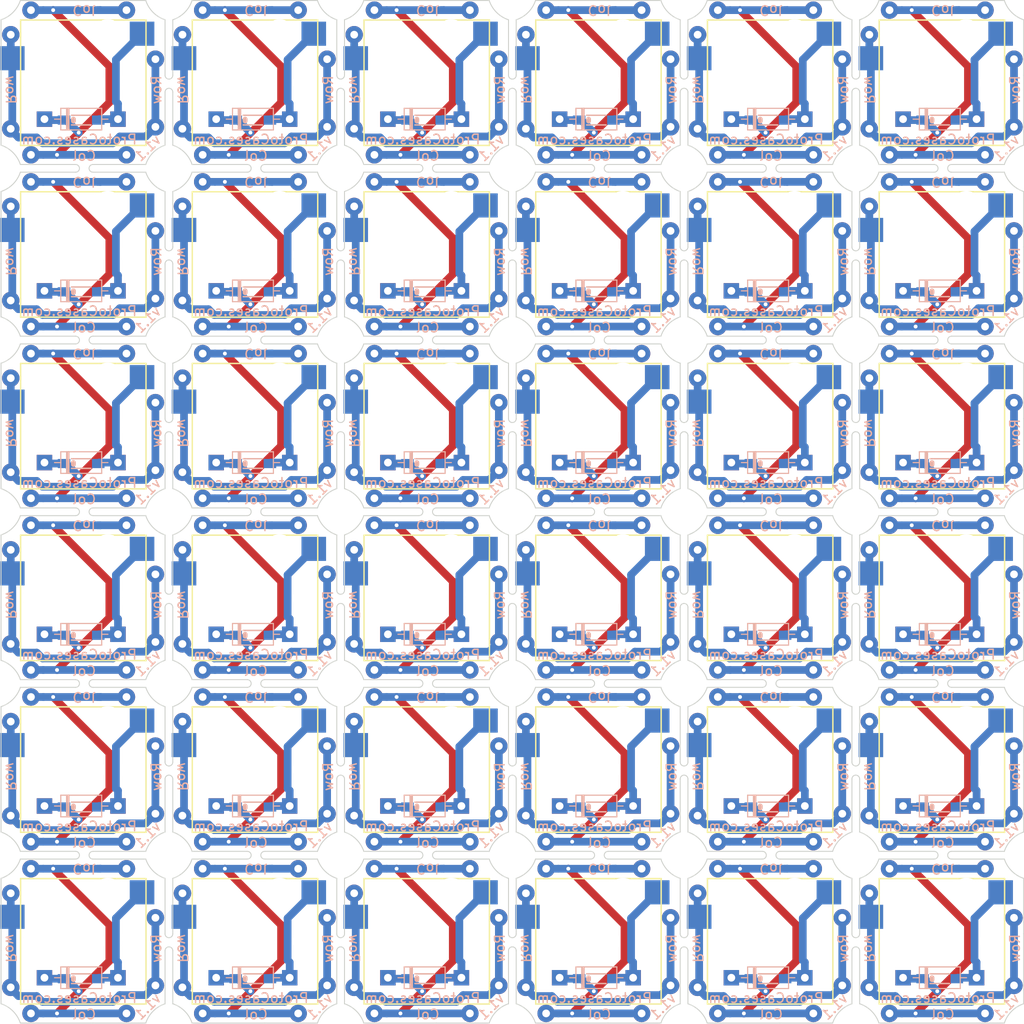
<source format=kicad_pcb>
(kicad_pcb (version 20171130) (host pcbnew "(5.1.4)-1")
  (title_block (title Cherry-Mx-Bitboard-Re-19.05mm) (date 2018-09-15) (rev 1))
  (layers (0 F.Cu signal) (31 B.Cu signal) (34 B.Paste user) (35 F.Paste user) (36 B.SilkS user) (37 F.SilkS user) (38 B.Mask user) (39 F.Mask user) (44 Edge.Cuts user))
  (net 0 "")
  (module Footprints:Wirepad (layer B.Cu) (at 192.29 101.03)
    (fp_text reference Col112 hide)
    (fp_text value Conn_01x01 hide)
    (pad 1 thru_hole circle (at 0 0) (size 1.8 1.8) (drill 0.8) (layers *.Cu *.Mask))
  )
  (module Footprints:CherryMx_Socket (layer F.Cu) (at 187.815 108.555)
    (fp_text reference SW1 hide)
    (fp_text value SW_Push hide)
    (pad 1 smd rect (at -7.36 -2.54) (size 2.55 2.5) (layers B.Cu B.Paste B.Mask))
    (pad 2 smd rect (at 6.09 -5.08) (size 2.55 2.5) (layers B.Cu B.Paste B.Mask))
    (pad "" np_thru_hole circle (at -5.08 0) (size 2 2) (drill 2) (layers *.Cu *.Mask))
    (pad "" np_thru_hole circle (at -3.81 -2.54) (size 3 3) (drill 3) (layers *.Cu *.Mask))
    (pad "" np_thru_hole circle (at 0 0) (size 4 4) (drill 4) (layers *.Cu *.Mask))
    (pad "" np_thru_hole circle (at 2.54 -5.08) (size 3 3) (drill 3) (layers *.Cu *.Mask))
    (pad "" np_thru_hole circle (at 5.08 0) (size 2 2) (drill 2) (layers *.Cu *.Mask))
  )
  (module Footprints:1N4148W (layer B.Cu) (at 183.79 112.33)
    (fp_text reference D1 hide)
    (fp_text value 1N4148W)
    (pad 1 thru_hole rect (at 0 0) (size 1.6 1.6) (drill 0.8) (layers *.Cu *.Mask))
    (pad 2 thru_hole rect (at 7.62 0) (size 1.6 1.6) (drill 0.8) (layers *.Cu *.Mask))
  )
  (module Footprints:Wirepad (layer B.Cu) (at 180.29 113.33)
    (fp_text reference Row112 hide)
    (fp_text value Conn_01x01 hide)
    (pad 1 thru_hole circle (at 0 0) (size 1.8 1.8) (drill 0.8) (layers *.Cu *.Mask))
  )
  (module Footprints:Wirepad (layer B.Cu) (at 195.29 113.13)
    (fp_text reference Row114 hide)
    (fp_text value Conn_01x01 hide)
    (pad 1 thru_hole circle (at 0 0) (size 1.8 1.8) (drill 0.8) (layers *.Cu *.Mask))
  )
  (module Footprints:Wirepad (layer B.Cu) (at 182.39 116.03)
    (fp_text reference Col113 hide)
    (fp_text value Conn_01x01 hide)
    (pad 1 thru_hole circle (at 0 0) (size 1.8 1.8) (drill 0.8) (layers *.Cu *.Mask))
  )
  (module Footprints:CherryMx_Socket (layer F.Cu) (at 205.615 108.555)
    (fp_text reference SW1 hide)
    (fp_text value SW_Push hide)
    (pad 1 smd rect (at -7.36 -2.54) (size 2.55 2.5) (layers B.Cu B.Paste B.Mask))
    (pad 2 smd rect (at 6.09 -5.08) (size 2.55 2.5) (layers B.Cu B.Paste B.Mask))
    (pad "" np_thru_hole circle (at -5.08 0) (size 2 2) (drill 2) (layers *.Cu *.Mask))
    (pad "" np_thru_hole circle (at -3.81 -2.54) (size 3 3) (drill 3) (layers *.Cu *.Mask))
    (pad "" np_thru_hole circle (at 0 0) (size 4 4) (drill 4) (layers *.Cu *.Mask))
    (pad "" np_thru_hole circle (at 2.54 -5.08) (size 3 3) (drill 3) (layers *.Cu *.Mask))
    (pad "" np_thru_hole circle (at 5.08 0) (size 2 2) (drill 2) (layers *.Cu *.Mask))
  )
  (module Footprints:Wirepad (layer B.Cu) (at 174.49 118.83)
    (fp_text reference Col112 hide)
    (fp_text value Conn_01x01 hide)
    (pad 1 thru_hole circle (at 0 0) (size 1.8 1.8) (drill 0.8) (layers *.Cu *.Mask))
  )
  (module Footprints:Wirepad (layer B.Cu) (at 164.59 133.83)
    (fp_text reference Col113 hide)
    (fp_text value Conn_01x01 hide)
    (pad 1 thru_hole circle (at 0 0) (size 1.8 1.8) (drill 0.8) (layers *.Cu *.Mask))
  )
  (module Footprints:Wirepad (layer B.Cu) (at 162.49 131.13)
    (fp_text reference Row112 hide)
    (fp_text value Conn_01x01 hide)
    (pad 1 thru_hole circle (at 0 0) (size 1.8 1.8) (drill 0.8) (layers *.Cu *.Mask))
  )
  (module Footprints:Wirepad (layer B.Cu) (at 177.49 130.93)
    (fp_text reference Row114 hide)
    (fp_text value Conn_01x01 hide)
    (pad 1 thru_hole circle (at 0 0) (size 1.8 1.8) (drill 0.8) (layers *.Cu *.Mask))
  )
  (module Footprints:Wirepad (layer B.Cu) (at 164.59 101.03)
    (fp_text reference Col111 hide)
    (fp_text value Conn_01x01 hide)
    (pad 1 thru_hole circle (at 0 0) (size 1.8 1.8) (drill 0.8) (layers *.Cu *.Mask))
  )
  (module Footprints:1N4148W (layer B.Cu) (at 205.39 112.43)
    (fp_text reference D2 hide)
    (fp_text value 1N4148W)
    (pad 2 smd rect (at 1.775 0) (size 1.3 0.95) (layers B.Cu B.Paste B.Mask))
    (pad 1 smd rect (at -1.775 0) (size 1.3 0.95) (layers B.Cu B.Paste B.Mask))
  )
  (module Footprints:CherryMx_Socket (layer F.Cu) (at 170.015 108.555)
    (fp_text reference SW1 hide)
    (fp_text value SW_Push hide)
    (pad "" np_thru_hole circle (at 5.08 0) (size 2 2) (drill 2) (layers *.Cu *.Mask))
    (pad "" np_thru_hole circle (at 2.54 -5.08) (size 3 3) (drill 3) (layers *.Cu *.Mask))
    (pad "" np_thru_hole circle (at 0 0) (size 4 4) (drill 4) (layers *.Cu *.Mask))
    (pad "" np_thru_hole circle (at -3.81 -2.54) (size 3 3) (drill 3) (layers *.Cu *.Mask))
    (pad "" np_thru_hole circle (at -5.08 0) (size 2 2) (drill 2) (layers *.Cu *.Mask))
    (pad 2 smd rect (at 6.09 -5.08) (size 2.55 2.5) (layers B.Cu B.Paste B.Mask))
    (pad 1 smd rect (at -7.36 -2.54) (size 2.55 2.5) (layers B.Cu B.Paste B.Mask))
  )
  (module Footprints:1N4148W (layer B.Cu) (at 169.79 112.43)
    (fp_text reference D2 hide)
    (fp_text value 1N4148W)
    (pad 1 smd rect (at -1.775 0) (size 1.3 0.95) (layers B.Cu B.Paste B.Mask))
    (pad 2 smd rect (at 1.775 0) (size 1.3 0.95) (layers B.Cu B.Paste B.Mask))
  )
  (module Footprints:Wirepad (layer B.Cu) (at 210.09 116.03)
    (fp_text reference Col114 hide)
    (fp_text value Conn_01x01 hide)
    (pad 1 thru_hole circle (at 0 0) (size 1.8 1.8) (drill 0.8) (layers *.Cu *.Mask))
  )
  (module Footprints:Wirepad (layer B.Cu) (at 162.495 103.575)
    (fp_text reference Row111 hide)
    (fp_text value Conn_01x01 hide)
    (pad 1 thru_hole circle (at 0 0) (size 1.8 1.8) (drill 0.8) (layers *.Cu *.Mask))
  )
  (module Footprints:Wirepad (layer B.Cu) (at 162.495 121.375)
    (fp_text reference Row111 hide)
    (fp_text value Conn_01x01 hide)
    (pad 1 thru_hole circle (at 0 0) (size 1.8 1.8) (drill 0.8) (layers *.Cu *.Mask))
  )
  (module Footprints:Wirepad (layer B.Cu) (at 174.49 133.83)
    (fp_text reference Col114 hide)
    (fp_text value Conn_01x01 hide)
    (pad 1 thru_hole circle (at 0 0) (size 1.8 1.8) (drill 0.8) (layers *.Cu *.Mask))
  )
  (module Footprints:Wirepad (layer B.Cu) (at 164.59 118.83)
    (fp_text reference Col111 hide)
    (fp_text value Conn_01x01 hide)
    (pad 1 thru_hole circle (at 0 0) (size 1.8 1.8) (drill 0.8) (layers *.Cu *.Mask))
  )
  (module Footprints:Wirepad (layer B.Cu) (at 198.095 103.575)
    (fp_text reference Row111 hide)
    (fp_text value Conn_01x01 hide)
    (pad 1 thru_hole circle (at 0 0) (size 1.8 1.8) (drill 0.8) (layers *.Cu *.Mask))
  )
  (module Footprints:Wirepad (layer B.Cu) (at 198.09 113.33)
    (fp_text reference Row112 hide)
    (fp_text value Conn_01x01 hide)
    (pad 1 thru_hole circle (at 0 0) (size 1.8 1.8) (drill 0.8) (layers *.Cu *.Mask))
  )
  (module Footprints:Wirepad (layer B.Cu) (at 177.49 106.115)
    (fp_text reference Row113 hide)
    (fp_text value Conn_01x01 hide)
    (pad 1 thru_hole circle (at 0 0) (size 1.8 1.8) (drill 0.8) (layers *.Cu *.Mask))
  )
  (module Footprints:Wirepad (layer B.Cu) (at 200.19 101.03)
    (fp_text reference Col111 hide)
    (fp_text value Conn_01x01 hide)
    (pad 1 thru_hole circle (at 0 0) (size 1.8 1.8) (drill 0.8) (layers *.Cu *.Mask))
  )
  (module Footprints:1N4148W (layer B.Cu) (at 201.59 112.33)
    (fp_text reference D1 hide)
    (fp_text value 1N4148W)
    (pad 1 thru_hole rect (at 0 0) (size 1.6 1.6) (drill 0.8) (layers *.Cu *.Mask))
    (pad 2 thru_hole rect (at 7.62 0) (size 1.6 1.6) (drill 0.8) (layers *.Cu *.Mask))
  )
  (module Footprints:Wirepad (layer B.Cu) (at 162.49 113.33)
    (fp_text reference Row112 hide)
    (fp_text value Conn_01x01 hide)
    (pad 1 thru_hole circle (at 0 0) (size 1.8 1.8) (drill 0.8) (layers *.Cu *.Mask))
  )
  (module Footprints:Wirepad (layer B.Cu) (at 210.09 101.03)
    (fp_text reference Col112 hide)
    (fp_text value Conn_01x01 hide)
    (pad 1 thru_hole circle (at 0 0) (size 1.8 1.8) (drill 0.8) (layers *.Cu *.Mask))
  )
  (module Footprints:Wirepad (layer B.Cu) (at 213.09 106.115)
    (fp_text reference Row113 hide)
    (fp_text value Conn_01x01 hide)
    (pad 1 thru_hole circle (at 0 0) (size 1.8 1.8) (drill 0.8) (layers *.Cu *.Mask))
  )
  (module Footprints:Wirepad (layer B.Cu) (at 200.19 116.03)
    (fp_text reference Col113 hide)
    (fp_text value Conn_01x01 hide)
    (pad 1 thru_hole circle (at 0 0) (size 1.8 1.8) (drill 0.8) (layers *.Cu *.Mask))
  )
  (module Footprints:Wirepad (layer B.Cu) (at 213.09 113.13)
    (fp_text reference Row114 hide)
    (fp_text value Conn_01x01 hide)
    (pad 1 thru_hole circle (at 0 0) (size 1.8 1.8) (drill 0.8) (layers *.Cu *.Mask))
  )
  (module Footprints:Wirepad (layer B.Cu) (at 174.49 116.03)
    (fp_text reference Col114 hide)
    (fp_text value Conn_01x01 hide)
    (pad 1 thru_hole circle (at 0 0) (size 1.8 1.8) (drill 0.8) (layers *.Cu *.Mask))
  )
  (module Footprints:Wirepad (layer B.Cu) (at 177.49 113.13)
    (fp_text reference Row114 hide)
    (fp_text value Conn_01x01 hide)
    (pad 1 thru_hole circle (at 0 0) (size 1.8 1.8) (drill 0.8) (layers *.Cu *.Mask))
  )
  (module Footprints:1N4148W (layer B.Cu) (at 187.59 112.43)
    (fp_text reference D2 hide)
    (fp_text value 1N4148W)
    (pad 2 smd rect (at 1.775 0) (size 1.3 0.95) (layers B.Cu B.Paste B.Mask))
    (pad 1 smd rect (at -1.775 0) (size 1.3 0.95) (layers B.Cu B.Paste B.Mask))
  )
  (module Footprints:1N4148W (layer B.Cu) (at 165.99 130.13)
    (fp_text reference D1 hide)
    (fp_text value 1N4148W)
    (pad 1 thru_hole rect (at 0 0) (size 1.6 1.6) (drill 0.8) (layers *.Cu *.Mask))
    (pad 2 thru_hole rect (at 7.62 0) (size 1.6 1.6) (drill 0.8) (layers *.Cu *.Mask))
  )
  (module Footprints:1N4148W (layer B.Cu) (at 165.99 112.33)
    (fp_text reference D1 hide)
    (fp_text value 1N4148W)
    (pad 2 thru_hole rect (at 7.62 0) (size 1.6 1.6) (drill 0.8) (layers *.Cu *.Mask))
    (pad 1 thru_hole rect (at 0 0) (size 1.6 1.6) (drill 0.8) (layers *.Cu *.Mask))
  )
  (module Footprints:Wirepad (layer B.Cu) (at 180.295 103.575)
    (fp_text reference Row111 hide)
    (fp_text value Conn_01x01 hide)
    (pad 1 thru_hole circle (at 0 0) (size 1.8 1.8) (drill 0.8) (layers *.Cu *.Mask))
  )
  (module Footprints:Wirepad (layer B.Cu) (at 182.39 101.03)
    (fp_text reference Col111 hide)
    (fp_text value Conn_01x01 hide)
    (pad 1 thru_hole circle (at 0 0) (size 1.8 1.8) (drill 0.8) (layers *.Cu *.Mask))
  )
  (module Footprints:Wirepad (layer B.Cu) (at 195.29 106.115)
    (fp_text reference Row113 hide)
    (fp_text value Conn_01x01 hide)
    (pad 1 thru_hole circle (at 0 0) (size 1.8 1.8) (drill 0.8) (layers *.Cu *.Mask))
  )
  (module Footprints:Wirepad (layer B.Cu) (at 192.29 116.03)
    (fp_text reference Col114 hide)
    (fp_text value Conn_01x01 hide)
    (pad 1 thru_hole circle (at 0 0) (size 1.8 1.8) (drill 0.8) (layers *.Cu *.Mask))
  )
  (module Footprints:1N4148W (layer B.Cu) (at 187.59 41.23)
    (fp_text reference D2 hide)
    (fp_text value 1N4148W)
    (pad 1 smd rect (at -1.775 0) (size 1.3 0.95) (layers B.Cu B.Paste B.Mask))
    (pad 2 smd rect (at 1.775 0) (size 1.3 0.95) (layers B.Cu B.Paste B.Mask))
  )
  (module Footprints:Wirepad (layer B.Cu) (at 192.29 29.83)
    (fp_text reference Col112 hide)
    (fp_text value Conn_01x01 hide)
    (pad 1 thru_hole circle (at 0 0) (size 1.8 1.8) (drill 0.8) (layers *.Cu *.Mask))
  )
  (module Footprints:CherryMx_Socket (layer F.Cu) (at 187.815 37.355)
    (fp_text reference SW1 hide)
    (fp_text value SW_Push hide)
    (pad "" np_thru_hole circle (at 5.08 0) (size 2 2) (drill 2) (layers *.Cu *.Mask))
    (pad "" np_thru_hole circle (at 2.54 -5.08) (size 3 3) (drill 3) (layers *.Cu *.Mask))
    (pad "" np_thru_hole circle (at 0 0) (size 4 4) (drill 4) (layers *.Cu *.Mask))
    (pad "" np_thru_hole circle (at -3.81 -2.54) (size 3 3) (drill 3) (layers *.Cu *.Mask))
    (pad "" np_thru_hole circle (at -5.08 0) (size 2 2) (drill 2) (layers *.Cu *.Mask))
    (pad 2 smd rect (at 6.09 -5.08) (size 2.55 2.5) (layers B.Cu B.Paste B.Mask))
    (pad 1 smd rect (at -7.36 -2.54) (size 2.55 2.5) (layers B.Cu B.Paste B.Mask))
  )
  (module Footprints:1N4148W (layer B.Cu) (at 183.79 41.13)
    (fp_text reference D1 hide)
    (fp_text value 1N4148W)
    (pad 2 thru_hole rect (at 7.62 0) (size 1.6 1.6) (drill 0.8) (layers *.Cu *.Mask))
    (pad 1 thru_hole rect (at 0 0) (size 1.6 1.6) (drill 0.8) (layers *.Cu *.Mask))
  )
  (module Footprints:Wirepad (layer B.Cu) (at 180.295 32.375)
    (fp_text reference Row111 hide)
    (fp_text value Conn_01x01 hide)
    (pad 1 thru_hole circle (at 0 0) (size 1.8 1.8) (drill 0.8) (layers *.Cu *.Mask))
  )
  (module Footprints:Wirepad (layer B.Cu) (at 180.29 42.13)
    (fp_text reference Row112 hide)
    (fp_text value Conn_01x01 hide)
    (pad 1 thru_hole circle (at 0 0) (size 1.8 1.8) (drill 0.8) (layers *.Cu *.Mask))
  )
  (module Footprints:Wirepad (layer B.Cu) (at 195.29 41.93)
    (fp_text reference Row114 hide)
    (fp_text value Conn_01x01 hide)
    (pad 1 thru_hole circle (at 0 0) (size 1.8 1.8) (drill 0.8) (layers *.Cu *.Mask))
  )
  (module Footprints:Wirepad (layer B.Cu) (at 182.39 29.83)
    (fp_text reference Col111 hide)
    (fp_text value Conn_01x01 hide)
    (pad 1 thru_hole circle (at 0 0) (size 1.8 1.8) (drill 0.8) (layers *.Cu *.Mask))
  )
  (module Footprints:Wirepad (layer B.Cu) (at 195.29 34.915)
    (fp_text reference Row113 hide)
    (fp_text value Conn_01x01 hide)
    (pad 1 thru_hole circle (at 0 0) (size 1.8 1.8) (drill 0.8) (layers *.Cu *.Mask))
  )
  (module Footprints:Wirepad (layer B.Cu) (at 182.39 44.83)
    (fp_text reference Col113 hide)
    (fp_text value Conn_01x01 hide)
    (pad 1 thru_hole circle (at 0 0) (size 1.8 1.8) (drill 0.8) (layers *.Cu *.Mask))
  )
  (module Footprints:Wirepad (layer B.Cu) (at 192.29 44.83)
    (fp_text reference Col114 hide)
    (fp_text value Conn_01x01 hide)
    (pad 1 thru_hole circle (at 0 0) (size 1.8 1.8) (drill 0.8) (layers *.Cu *.Mask))
  )
  (module Footprints:Wirepad (layer B.Cu) (at 174.49 47.63)
    (fp_text reference Col112 hide)
    (fp_text value Conn_01x01 hide)
    (pad 1 thru_hole circle (at 0 0) (size 1.8 1.8) (drill 0.8) (layers *.Cu *.Mask))
  )
  (module Footprints:Wirepad (layer B.Cu) (at 164.59 62.63)
    (fp_text reference Col113 hide)
    (fp_text value Conn_01x01 hide)
    (pad 1 thru_hole circle (at 0 0) (size 1.8 1.8) (drill 0.8) (layers *.Cu *.Mask))
  )
  (module Footprints:Wirepad (layer B.Cu) (at 162.49 59.93)
    (fp_text reference Row112 hide)
    (fp_text value Conn_01x01 hide)
    (pad 1 thru_hole circle (at 0 0) (size 1.8 1.8) (drill 0.8) (layers *.Cu *.Mask))
  )
  (module Footprints:Wirepad (layer B.Cu) (at 162.495 50.175)
    (fp_text reference Row111 hide)
    (fp_text value Conn_01x01 hide)
    (pad 1 thru_hole circle (at 0 0) (size 1.8 1.8) (drill 0.8) (layers *.Cu *.Mask))
  )
  (module Footprints:1N4148W (layer B.Cu) (at 165.99 58.93)
    (fp_text reference D1 hide)
    (fp_text value 1N4148W)
    (pad 2 thru_hole rect (at 7.62 0) (size 1.6 1.6) (drill 0.8) (layers *.Cu *.Mask))
    (pad 1 thru_hole rect (at 0 0) (size 1.6 1.6) (drill 0.8) (layers *.Cu *.Mask))
  )
  (module Footprints:Wirepad (layer B.Cu) (at 177.49 59.73)
    (fp_text reference Row114 hide)
    (fp_text value Conn_01x01 hide)
    (pad 1 thru_hole circle (at 0 0) (size 1.8 1.8) (drill 0.8) (layers *.Cu *.Mask))
  )
  (module Footprints:Wirepad (layer B.Cu) (at 174.49 62.63)
    (fp_text reference Col114 hide)
    (fp_text value Conn_01x01 hide)
    (pad 1 thru_hole circle (at 0 0) (size 1.8 1.8) (drill 0.8) (layers *.Cu *.Mask))
  )
  (module Footprints:Wirepad (layer B.Cu) (at 164.59 47.63)
    (fp_text reference Col111 hide)
    (fp_text value Conn_01x01 hide)
    (pad 1 thru_hole circle (at 0 0) (size 1.8 1.8) (drill 0.8) (layers *.Cu *.Mask))
  )
  (module Footprints:Wirepad (layer B.Cu) (at 174.49 101.03)
    (fp_text reference Col112 hide)
    (fp_text value Conn_01x01 hide)
    (pad 1 thru_hole circle (at 0 0) (size 1.8 1.8) (drill 0.8) (layers *.Cu *.Mask))
  )
  (module Footprints:Wirepad (layer B.Cu) (at 164.59 116.03)
    (fp_text reference Col113 hide)
    (fp_text value Conn_01x01 hide)
    (pad 1 thru_hole circle (at 0 0) (size 1.8 1.8) (drill 0.8) (layers *.Cu *.Mask))
  )
  (module Footprints:Wirepad (layer B.Cu) (at 195.29 130.93)
    (fp_text reference Row114 hide)
    (fp_text value Conn_01x01 hide)
    (pad 1 thru_hole circle (at 0 0) (size 1.8 1.8) (drill 0.8) (layers *.Cu *.Mask))
  )
  (module Footprints:1N4148W (layer B.Cu) (at 183.79 130.13)
    (fp_text reference D1 hide)
    (fp_text value 1N4148W)
    (pad 2 thru_hole rect (at 7.62 0) (size 1.6 1.6) (drill 0.8) (layers *.Cu *.Mask))
    (pad 1 thru_hole rect (at 0 0) (size 1.6 1.6) (drill 0.8) (layers *.Cu *.Mask))
  )
  (module Footprints:CherryMx_Socket (layer F.Cu) (at 205.615 126.355)
    (fp_text reference SW1 hide)
    (fp_text value SW_Push hide)
    (pad "" np_thru_hole circle (at 5.08 0) (size 2 2) (drill 2) (layers *.Cu *.Mask))
    (pad "" np_thru_hole circle (at 2.54 -5.08) (size 3 3) (drill 3) (layers *.Cu *.Mask))
    (pad "" np_thru_hole circle (at 0 0) (size 4 4) (drill 4) (layers *.Cu *.Mask))
    (pad "" np_thru_hole circle (at -3.81 -2.54) (size 3 3) (drill 3) (layers *.Cu *.Mask))
    (pad "" np_thru_hole circle (at -5.08 0) (size 2 2) (drill 2) (layers *.Cu *.Mask))
    (pad 2 smd rect (at 6.09 -5.08) (size 2.55 2.5) (layers B.Cu B.Paste B.Mask))
    (pad 1 smd rect (at -7.36 -2.54) (size 2.55 2.5) (layers B.Cu B.Paste B.Mask))
  )
  (module Footprints:CherryMx_Socket (layer F.Cu) (at 187.815 126.355)
    (fp_text reference SW1 hide)
    (fp_text value SW_Push hide)
    (pad "" np_thru_hole circle (at 5.08 0) (size 2 2) (drill 2) (layers *.Cu *.Mask))
    (pad "" np_thru_hole circle (at 2.54 -5.08) (size 3 3) (drill 3) (layers *.Cu *.Mask))
    (pad "" np_thru_hole circle (at 0 0) (size 4 4) (drill 4) (layers *.Cu *.Mask))
    (pad "" np_thru_hole circle (at -3.81 -2.54) (size 3 3) (drill 3) (layers *.Cu *.Mask))
    (pad "" np_thru_hole circle (at -5.08 0) (size 2 2) (drill 2) (layers *.Cu *.Mask))
    (pad 2 smd rect (at 6.09 -5.08) (size 2.55 2.5) (layers B.Cu B.Paste B.Mask))
    (pad 1 smd rect (at -7.36 -2.54) (size 2.55 2.5) (layers B.Cu B.Paste B.Mask))
  )
  (module Footprints:Wirepad (layer B.Cu) (at 210.09 133.83)
    (fp_text reference Col114 hide)
    (fp_text value Conn_01x01 hide)
    (pad 1 thru_hole circle (at 0 0) (size 1.8 1.8) (drill 0.8) (layers *.Cu *.Mask))
  )
  (module Footprints:Wirepad (layer B.Cu) (at 180.29 131.13)
    (fp_text reference Row112 hide)
    (fp_text value Conn_01x01 hide)
    (pad 1 thru_hole circle (at 0 0) (size 1.8 1.8) (drill 0.8) (layers *.Cu *.Mask))
  )
  (module Footprints:1N4148W (layer B.Cu) (at 187.59 130.23)
    (fp_text reference D2 hide)
    (fp_text value 1N4148W)
    (pad 1 smd rect (at -1.775 0) (size 1.3 0.95) (layers B.Cu B.Paste B.Mask))
    (pad 2 smd rect (at 1.775 0) (size 1.3 0.95) (layers B.Cu B.Paste B.Mask))
  )
  (module Footprints:Wirepad (layer B.Cu) (at 182.39 133.83)
    (fp_text reference Col113 hide)
    (fp_text value Conn_01x01 hide)
    (pad 1 thru_hole circle (at 0 0) (size 1.8 1.8) (drill 0.8) (layers *.Cu *.Mask))
  )
  (module Footprints:Wirepad (layer B.Cu) (at 192.29 133.83)
    (fp_text reference Col114 hide)
    (fp_text value Conn_01x01 hide)
    (pad 1 thru_hole circle (at 0 0) (size 1.8 1.8) (drill 0.8) (layers *.Cu *.Mask))
  )
  (module Footprints:CherryMx_Socket (layer F.Cu) (at 170.015 126.355)
    (fp_text reference SW1 hide)
    (fp_text value SW_Push hide)
    (pad 1 smd rect (at -7.36 -2.54) (size 2.55 2.5) (layers B.Cu B.Paste B.Mask))
    (pad 2 smd rect (at 6.09 -5.08) (size 2.55 2.5) (layers B.Cu B.Paste B.Mask))
    (pad "" np_thru_hole circle (at -5.08 0) (size 2 2) (drill 2) (layers *.Cu *.Mask))
    (pad "" np_thru_hole circle (at -3.81 -2.54) (size 3 3) (drill 3) (layers *.Cu *.Mask))
    (pad "" np_thru_hole circle (at 0 0) (size 4 4) (drill 4) (layers *.Cu *.Mask))
    (pad "" np_thru_hole circle (at 2.54 -5.08) (size 3 3) (drill 3) (layers *.Cu *.Mask))
    (pad "" np_thru_hole circle (at 5.08 0) (size 2 2) (drill 2) (layers *.Cu *.Mask))
  )
  (module Footprints:Wirepad (layer B.Cu) (at 182.39 118.83)
    (fp_text reference Col111 hide)
    (fp_text value Conn_01x01 hide)
    (pad 1 thru_hole circle (at 0 0) (size 1.8 1.8) (drill 0.8) (layers *.Cu *.Mask))
  )
  (module Footprints:Wirepad (layer B.Cu) (at 210.09 118.83)
    (fp_text reference Col112 hide)
    (fp_text value Conn_01x01 hide)
    (pad 1 thru_hole circle (at 0 0) (size 1.8 1.8) (drill 0.8) (layers *.Cu *.Mask))
  )
  (module Footprints:Wirepad (layer B.Cu) (at 198.09 131.13)
    (fp_text reference Row112 hide)
    (fp_text value Conn_01x01 hide)
    (pad 1 thru_hole circle (at 0 0) (size 1.8 1.8) (drill 0.8) (layers *.Cu *.Mask))
  )
  (module Footprints:Wirepad (layer B.Cu) (at 177.49 123.915)
    (fp_text reference Row113 hide)
    (fp_text value Conn_01x01 hide)
    (pad 1 thru_hole circle (at 0 0) (size 1.8 1.8) (drill 0.8) (layers *.Cu *.Mask))
  )
  (module Footprints:Wirepad (layer B.Cu) (at 200.19 133.83)
    (fp_text reference Col113 hide)
    (fp_text value Conn_01x01 hide)
    (pad 1 thru_hole circle (at 0 0) (size 1.8 1.8) (drill 0.8) (layers *.Cu *.Mask))
  )
  (module Footprints:Wirepad (layer B.Cu) (at 192.29 118.83)
    (fp_text reference Col112 hide)
    (fp_text value Conn_01x01 hide)
    (pad 1 thru_hole circle (at 0 0) (size 1.8 1.8) (drill 0.8) (layers *.Cu *.Mask))
  )
  (module Footprints:Wirepad (layer B.Cu) (at 195.29 123.915)
    (fp_text reference Row113 hide)
    (fp_text value Conn_01x01 hide)
    (pad 1 thru_hole circle (at 0 0) (size 1.8 1.8) (drill 0.8) (layers *.Cu *.Mask))
  )
  (module Footprints:Wirepad (layer B.Cu) (at 198.095 121.375)
    (fp_text reference Row111 hide)
    (fp_text value Conn_01x01 hide)
    (pad 1 thru_hole circle (at 0 0) (size 1.8 1.8) (drill 0.8) (layers *.Cu *.Mask))
  )
  (module Footprints:1N4148W (layer B.Cu) (at 201.59 130.13)
    (fp_text reference D1 hide)
    (fp_text value 1N4148W)
    (pad 2 thru_hole rect (at 7.62 0) (size 1.6 1.6) (drill 0.8) (layers *.Cu *.Mask))
    (pad 1 thru_hole rect (at 0 0) (size 1.6 1.6) (drill 0.8) (layers *.Cu *.Mask))
  )
  (module Footprints:Wirepad (layer B.Cu) (at 200.19 118.83)
    (fp_text reference Col111 hide)
    (fp_text value Conn_01x01 hide)
    (pad 1 thru_hole circle (at 0 0) (size 1.8 1.8) (drill 0.8) (layers *.Cu *.Mask))
  )
  (module Footprints:Wirepad (layer B.Cu) (at 213.09 123.915)
    (fp_text reference Row113 hide)
    (fp_text value Conn_01x01 hide)
    (pad 1 thru_hole circle (at 0 0) (size 1.8 1.8) (drill 0.8) (layers *.Cu *.Mask))
  )
  (module Footprints:Wirepad (layer B.Cu) (at 180.295 121.375)
    (fp_text reference Row111 hide)
    (fp_text value Conn_01x01 hide)
    (pad 1 thru_hole circle (at 0 0) (size 1.8 1.8) (drill 0.8) (layers *.Cu *.Mask))
  )
  (module Footprints:Wirepad (layer B.Cu) (at 213.09 130.93)
    (fp_text reference Row114 hide)
    (fp_text value Conn_01x01 hide)
    (pad 1 thru_hole circle (at 0 0) (size 1.8 1.8) (drill 0.8) (layers *.Cu *.Mask))
  )
  (module Footprints:1N4148W (layer B.Cu) (at 169.79 130.23)
    (fp_text reference D2 hide)
    (fp_text value 1N4148W)
    (pad 2 smd rect (at 1.775 0) (size 1.3 0.95) (layers B.Cu B.Paste B.Mask))
    (pad 1 smd rect (at -1.775 0) (size 1.3 0.95) (layers B.Cu B.Paste B.Mask))
  )
  (module Footprints:1N4148W (layer B.Cu) (at 205.39 130.23)
    (fp_text reference D2 hide)
    (fp_text value 1N4148W)
    (pad 1 smd rect (at -1.775 0) (size 1.3 0.95) (layers B.Cu B.Paste B.Mask))
    (pad 2 smd rect (at 1.775 0) (size 1.3 0.95) (layers B.Cu B.Paste B.Mask))
  )
  (module Footprints:Wirepad (layer B.Cu) (at 198.095 32.375)
    (fp_text reference Row111 hide)
    (fp_text value Conn_01x01 hide)
    (pad 1 thru_hole circle (at 0 0) (size 1.8 1.8) (drill 0.8) (layers *.Cu *.Mask))
  )
  (module Footprints:Wirepad (layer B.Cu) (at 198.09 42.13)
    (fp_text reference Row112 hide)
    (fp_text value Conn_01x01 hide)
    (pad 1 thru_hole circle (at 0 0) (size 1.8 1.8) (drill 0.8) (layers *.Cu *.Mask))
  )
  (module Footprints:Wirepad (layer B.Cu) (at 200.19 29.83)
    (fp_text reference Col111 hide)
    (fp_text value Conn_01x01 hide)
    (pad 1 thru_hole circle (at 0 0) (size 1.8 1.8) (drill 0.8) (layers *.Cu *.Mask))
  )
  (module Footprints:1N4148W (layer B.Cu) (at 205.39 41.23)
    (fp_text reference D2 hide)
    (fp_text value 1N4148W)
    (pad 1 smd rect (at -1.775 0) (size 1.3 0.95) (layers B.Cu B.Paste B.Mask))
    (pad 2 smd rect (at 1.775 0) (size 1.3 0.95) (layers B.Cu B.Paste B.Mask))
  )
  (module Footprints:CherryMx_Socket (layer F.Cu) (at 205.615 37.355)
    (fp_text reference SW1 hide)
    (fp_text value SW_Push hide)
    (pad "" np_thru_hole circle (at 5.08 0) (size 2 2) (drill 2) (layers *.Cu *.Mask))
    (pad "" np_thru_hole circle (at 2.54 -5.08) (size 3 3) (drill 3) (layers *.Cu *.Mask))
    (pad "" np_thru_hole circle (at 0 0) (size 4 4) (drill 4) (layers *.Cu *.Mask))
    (pad "" np_thru_hole circle (at -3.81 -2.54) (size 3 3) (drill 3) (layers *.Cu *.Mask))
    (pad "" np_thru_hole circle (at -5.08 0) (size 2 2) (drill 2) (layers *.Cu *.Mask))
    (pad 2 smd rect (at 6.09 -5.08) (size 2.55 2.5) (layers B.Cu B.Paste B.Mask))
    (pad 1 smd rect (at -7.36 -2.54) (size 2.55 2.5) (layers B.Cu B.Paste B.Mask))
  )
  (module Footprints:1N4148W (layer B.Cu) (at 201.59 41.13)
    (fp_text reference D1 hide)
    (fp_text value 1N4148W)
    (pad 2 thru_hole rect (at 7.62 0) (size 1.6 1.6) (drill 0.8) (layers *.Cu *.Mask))
    (pad 1 thru_hole rect (at 0 0) (size 1.6 1.6) (drill 0.8) (layers *.Cu *.Mask))
  )
  (module Footprints:Wirepad (layer B.Cu) (at 213.09 41.93)
    (fp_text reference Row114 hide)
    (fp_text value Conn_01x01 hide)
    (pad 1 thru_hole circle (at 0 0) (size 1.8 1.8) (drill 0.8) (layers *.Cu *.Mask))
  )
  (module Footprints:Wirepad (layer B.Cu) (at 210.09 44.83)
    (fp_text reference Col114 hide)
    (fp_text value Conn_01x01 hide)
    (pad 1 thru_hole circle (at 0 0) (size 1.8 1.8) (drill 0.8) (layers *.Cu *.Mask))
  )
  (module Footprints:Wirepad (layer B.Cu) (at 200.19 44.83)
    (fp_text reference Col113 hide)
    (fp_text value Conn_01x01 hide)
    (pad 1 thru_hole circle (at 0 0) (size 1.8 1.8) (drill 0.8) (layers *.Cu *.Mask))
  )
  (module Footprints:Wirepad (layer B.Cu) (at 213.09 34.915)
    (fp_text reference Row113 hide)
    (fp_text value Conn_01x01 hide)
    (pad 1 thru_hole circle (at 0 0) (size 1.8 1.8) (drill 0.8) (layers *.Cu *.Mask))
  )
  (module Footprints:Wirepad (layer B.Cu) (at 210.09 29.83)
    (fp_text reference Col112 hide)
    (fp_text value Conn_01x01 hide)
    (pad 1 thru_hole circle (at 0 0) (size 1.8 1.8) (drill 0.8) (layers *.Cu *.Mask))
  )
  (module Footprints:Wirepad (layer B.Cu) (at 200.19 98.23)
    (fp_text reference Col113 hide)
    (fp_text value Conn_01x01 hide)
    (pad 1 thru_hole circle (at 0 0) (size 1.8 1.8) (drill 0.8) (layers *.Cu *.Mask))
  )
  (module Footprints:Wirepad (layer B.Cu) (at 200.19 83.23)
    (fp_text reference Col111 hide)
    (fp_text value Conn_01x01 hide)
    (pad 1 thru_hole circle (at 0 0) (size 1.8 1.8) (drill 0.8) (layers *.Cu *.Mask))
  )
  (module Footprints:Wirepad (layer B.Cu) (at 213.09 88.315)
    (fp_text reference Row113 hide)
    (fp_text value Conn_01x01 hide)
    (pad 1 thru_hole circle (at 0 0) (size 1.8 1.8) (drill 0.8) (layers *.Cu *.Mask))
  )
  (module Footprints:Wirepad (layer B.Cu) (at 192.29 98.23)
    (fp_text reference Col114 hide)
    (fp_text value Conn_01x01 hide)
    (pad 1 thru_hole circle (at 0 0) (size 1.8 1.8) (drill 0.8) (layers *.Cu *.Mask))
  )
  (module Footprints:Wirepad (layer B.Cu) (at 210.09 98.23)
    (fp_text reference Col114 hide)
    (fp_text value Conn_01x01 hide)
    (pad 1 thru_hole circle (at 0 0) (size 1.8 1.8) (drill 0.8) (layers *.Cu *.Mask))
  )
  (module Footprints:CherryMx_Socket (layer F.Cu) (at 170.015 90.755)
    (fp_text reference SW1 hide)
    (fp_text value SW_Push hide)
    (pad 1 smd rect (at -7.36 -2.54) (size 2.55 2.5) (layers B.Cu B.Paste B.Mask))
    (pad 2 smd rect (at 6.09 -5.08) (size 2.55 2.5) (layers B.Cu B.Paste B.Mask))
    (pad "" np_thru_hole circle (at -5.08 0) (size 2 2) (drill 2) (layers *.Cu *.Mask))
    (pad "" np_thru_hole circle (at -3.81 -2.54) (size 3 3) (drill 3) (layers *.Cu *.Mask))
    (pad "" np_thru_hole circle (at 0 0) (size 4 4) (drill 4) (layers *.Cu *.Mask))
    (pad "" np_thru_hole circle (at 2.54 -5.08) (size 3 3) (drill 3) (layers *.Cu *.Mask))
    (pad "" np_thru_hole circle (at 5.08 0) (size 2 2) (drill 2) (layers *.Cu *.Mask))
  )
  (module Footprints:Wirepad (layer B.Cu) (at 198.09 95.53)
    (fp_text reference Row112 hide)
    (fp_text value Conn_01x01 hide)
    (pad 1 thru_hole circle (at 0 0) (size 1.8 1.8) (drill 0.8) (layers *.Cu *.Mask))
  )
  (module Footprints:Wirepad (layer B.Cu) (at 180.295 85.775)
    (fp_text reference Row111 hide)
    (fp_text value Conn_01x01 hide)
    (pad 1 thru_hole circle (at 0 0) (size 1.8 1.8) (drill 0.8) (layers *.Cu *.Mask))
  )
  (module Footprints:Wirepad (layer B.Cu) (at 213.09 95.33)
    (fp_text reference Row114 hide)
    (fp_text value Conn_01x01 hide)
    (pad 1 thru_hole circle (at 0 0) (size 1.8 1.8) (drill 0.8) (layers *.Cu *.Mask))
  )
  (module Footprints:1N4148W (layer B.Cu) (at 169.79 94.63)
    (fp_text reference D2 hide)
    (fp_text value 1N4148W)
    (pad 2 smd rect (at 1.775 0) (size 1.3 0.95) (layers B.Cu B.Paste B.Mask))
    (pad 1 smd rect (at -1.775 0) (size 1.3 0.95) (layers B.Cu B.Paste B.Mask))
  )
  (module Footprints:Wirepad (layer B.Cu) (at 210.09 83.23)
    (fp_text reference Col112 hide)
    (fp_text value Conn_01x01 hide)
    (pad 1 thru_hole circle (at 0 0) (size 1.8 1.8) (drill 0.8) (layers *.Cu *.Mask))
  )
  (module Footprints:Wirepad (layer B.Cu) (at 177.49 88.315)
    (fp_text reference Row113 hide)
    (fp_text value Conn_01x01 hide)
    (pad 1 thru_hole circle (at 0 0) (size 1.8 1.8) (drill 0.8) (layers *.Cu *.Mask))
  )
  (module Footprints:Wirepad (layer B.Cu) (at 198.095 85.775)
    (fp_text reference Row111 hide)
    (fp_text value Conn_01x01 hide)
    (pad 1 thru_hole circle (at 0 0) (size 1.8 1.8) (drill 0.8) (layers *.Cu *.Mask))
  )
  (module Footprints:Wirepad (layer B.Cu) (at 192.29 83.23)
    (fp_text reference Col112 hide)
    (fp_text value Conn_01x01 hide)
    (pad 1 thru_hole circle (at 0 0) (size 1.8 1.8) (drill 0.8) (layers *.Cu *.Mask))
  )
  (module Footprints:Wirepad (layer B.Cu) (at 195.29 88.315)
    (fp_text reference Row113 hide)
    (fp_text value Conn_01x01 hide)
    (pad 1 thru_hole circle (at 0 0) (size 1.8 1.8) (drill 0.8) (layers *.Cu *.Mask))
  )
  (module Footprints:1N4148W (layer B.Cu) (at 201.59 94.53)
    (fp_text reference D1 hide)
    (fp_text value 1N4148W)
    (pad 2 thru_hole rect (at 7.62 0) (size 1.6 1.6) (drill 0.8) (layers *.Cu *.Mask))
    (pad 1 thru_hole rect (at 0 0) (size 1.6 1.6) (drill 0.8) (layers *.Cu *.Mask))
  )
  (module Footprints:1N4148W (layer B.Cu) (at 205.39 94.63)
    (fp_text reference D2 hide)
    (fp_text value 1N4148W)
    (pad 1 smd rect (at -1.775 0) (size 1.3 0.95) (layers B.Cu B.Paste B.Mask))
    (pad 2 smd rect (at 1.775 0) (size 1.3 0.95) (layers B.Cu B.Paste B.Mask))
  )
  (module Footprints:Wirepad (layer B.Cu) (at 180.29 77.73)
    (fp_text reference Row112 hide)
    (fp_text value Conn_01x01 hide)
    (pad 1 thru_hole circle (at 0 0) (size 1.8 1.8) (drill 0.8) (layers *.Cu *.Mask))
  )
  (module Footprints:Wirepad (layer B.Cu) (at 182.39 65.43)
    (fp_text reference Col111 hide)
    (fp_text value Conn_01x01 hide)
    (pad 1 thru_hole circle (at 0 0) (size 1.8 1.8) (drill 0.8) (layers *.Cu *.Mask))
  )
  (module Footprints:Wirepad (layer B.Cu) (at 174.49 83.23)
    (fp_text reference Col112 hide)
    (fp_text value Conn_01x01 hide)
    (pad 1 thru_hole circle (at 0 0) (size 1.8 1.8) (drill 0.8) (layers *.Cu *.Mask))
  )
  (module Footprints:Wirepad (layer B.Cu) (at 200.19 80.43)
    (fp_text reference Col113 hide)
    (fp_text value Conn_01x01 hide)
    (pad 1 thru_hole circle (at 0 0) (size 1.8 1.8) (drill 0.8) (layers *.Cu *.Mask))
  )
  (module Footprints:Wirepad (layer B.Cu) (at 195.29 70.515)
    (fp_text reference Row113 hide)
    (fp_text value Conn_01x01 hide)
    (pad 1 thru_hole circle (at 0 0) (size 1.8 1.8) (drill 0.8) (layers *.Cu *.Mask))
  )
  (module Footprints:CherryMx_Socket (layer F.Cu) (at 205.615 72.955)
    (fp_text reference SW1 hide)
    (fp_text value SW_Push hide)
    (pad 1 smd rect (at -7.36 -2.54) (size 2.55 2.5) (layers B.Cu B.Paste B.Mask))
    (pad 2 smd rect (at 6.09 -5.08) (size 2.55 2.5) (layers B.Cu B.Paste B.Mask))
    (pad "" np_thru_hole circle (at -5.08 0) (size 2 2) (drill 2) (layers *.Cu *.Mask))
    (pad "" np_thru_hole circle (at -3.81 -2.54) (size 3 3) (drill 3) (layers *.Cu *.Mask))
    (pad "" np_thru_hole circle (at 0 0) (size 4 4) (drill 4) (layers *.Cu *.Mask))
    (pad "" np_thru_hole circle (at 2.54 -5.08) (size 3 3) (drill 3) (layers *.Cu *.Mask))
    (pad "" np_thru_hole circle (at 5.08 0) (size 2 2) (drill 2) (layers *.Cu *.Mask))
  )
  (module Footprints:Wirepad (layer B.Cu) (at 164.59 98.23)
    (fp_text reference Col113 hide)
    (fp_text value Conn_01x01 hide)
    (pad 1 thru_hole circle (at 0 0) (size 1.8 1.8) (drill 0.8) (layers *.Cu *.Mask))
  )
  (module Footprints:Wirepad (layer B.Cu) (at 177.49 95.33)
    (fp_text reference Row114 hide)
    (fp_text value Conn_01x01 hide)
    (pad 1 thru_hole circle (at 0 0) (size 1.8 1.8) (drill 0.8) (layers *.Cu *.Mask))
  )
  (module Footprints:Wirepad (layer B.Cu) (at 210.09 80.43)
    (fp_text reference Col114 hide)
    (fp_text value Conn_01x01 hide)
    (pad 1 thru_hole circle (at 0 0) (size 1.8 1.8) (drill 0.8) (layers *.Cu *.Mask))
  )
  (module Footprints:Wirepad (layer B.Cu) (at 210.09 65.43)
    (fp_text reference Col112 hide)
    (fp_text value Conn_01x01 hide)
    (pad 1 thru_hole circle (at 0 0) (size 1.8 1.8) (drill 0.8) (layers *.Cu *.Mask))
  )
  (module Footprints:1N4148W (layer B.Cu) (at 165.99 94.53)
    (fp_text reference D1 hide)
    (fp_text value 1N4148W)
    (pad 1 thru_hole rect (at 0 0) (size 1.6 1.6) (drill 0.8) (layers *.Cu *.Mask))
    (pad 2 thru_hole rect (at 7.62 0) (size 1.6 1.6) (drill 0.8) (layers *.Cu *.Mask))
  )
  (module Footprints:Wirepad (layer B.Cu) (at 200.19 65.43)
    (fp_text reference Col111 hide)
    (fp_text value Conn_01x01 hide)
    (pad 1 thru_hole circle (at 0 0) (size 1.8 1.8) (drill 0.8) (layers *.Cu *.Mask))
  )
  (module Footprints:Wirepad (layer B.Cu) (at 213.09 77.53)
    (fp_text reference Row114 hide)
    (fp_text value Conn_01x01 hide)
    (pad 1 thru_hole circle (at 0 0) (size 1.8 1.8) (drill 0.8) (layers *.Cu *.Mask))
  )
  (module Footprints:1N4148W (layer B.Cu) (at 183.79 76.73)
    (fp_text reference D1 hide)
    (fp_text value 1N4148W)
    (pad 1 thru_hole rect (at 0 0) (size 1.6 1.6) (drill 0.8) (layers *.Cu *.Mask))
    (pad 2 thru_hole rect (at 7.62 0) (size 1.6 1.6) (drill 0.8) (layers *.Cu *.Mask))
  )
  (module Footprints:Wirepad (layer B.Cu) (at 195.29 77.53)
    (fp_text reference Row114 hide)
    (fp_text value Conn_01x01 hide)
    (pad 1 thru_hole circle (at 0 0) (size 1.8 1.8) (drill 0.8) (layers *.Cu *.Mask))
  )
  (module Footprints:Wirepad (layer B.Cu) (at 162.49 95.53)
    (fp_text reference Row112 hide)
    (fp_text value Conn_01x01 hide)
    (pad 1 thru_hole circle (at 0 0) (size 1.8 1.8) (drill 0.8) (layers *.Cu *.Mask))
  )
  (module Footprints:1N4148W (layer B.Cu) (at 169.79 76.83)
    (fp_text reference D2 hide)
    (fp_text value 1N4148W)
    (pad 1 smd rect (at -1.775 0) (size 1.3 0.95) (layers B.Cu B.Paste B.Mask))
    (pad 2 smd rect (at 1.775 0) (size 1.3 0.95) (layers B.Cu B.Paste B.Mask))
  )
  (module Footprints:Wirepad (layer B.Cu) (at 162.495 85.775)
    (fp_text reference Row111 hide)
    (fp_text value Conn_01x01 hide)
    (pad 1 thru_hole circle (at 0 0) (size 1.8 1.8) (drill 0.8) (layers *.Cu *.Mask))
  )
  (module Footprints:Wirepad (layer B.Cu) (at 174.49 98.23)
    (fp_text reference Col114 hide)
    (fp_text value Conn_01x01 hide)
    (pad 1 thru_hole circle (at 0 0) (size 1.8 1.8) (drill 0.8) (layers *.Cu *.Mask))
  )
  (module Footprints:Wirepad (layer B.Cu) (at 164.59 83.23)
    (fp_text reference Col111 hide)
    (fp_text value Conn_01x01 hide)
    (pad 1 thru_hole circle (at 0 0) (size 1.8 1.8) (drill 0.8) (layers *.Cu *.Mask))
  )
  (module Footprints:Wirepad (layer B.Cu) (at 198.095 67.975)
    (fp_text reference Row111 hide)
    (fp_text value Conn_01x01 hide)
    (pad 1 thru_hole circle (at 0 0) (size 1.8 1.8) (drill 0.8) (layers *.Cu *.Mask))
  )
  (module Footprints:1N4148W (layer B.Cu) (at 205.39 76.83)
    (fp_text reference D2 hide)
    (fp_text value 1N4148W)
    (pad 2 smd rect (at 1.775 0) (size 1.3 0.95) (layers B.Cu B.Paste B.Mask))
    (pad 1 smd rect (at -1.775 0) (size 1.3 0.95) (layers B.Cu B.Paste B.Mask))
  )
  (module Footprints:Wirepad (layer B.Cu) (at 198.09 77.73)
    (fp_text reference Row112 hide)
    (fp_text value Conn_01x01 hide)
    (pad 1 thru_hole circle (at 0 0) (size 1.8 1.8) (drill 0.8) (layers *.Cu *.Mask))
  )
  (module Footprints:1N4148W (layer B.Cu) (at 201.59 76.73)
    (fp_text reference D1 hide)
    (fp_text value 1N4148W)
    (pad 1 thru_hole rect (at 0 0) (size 1.6 1.6) (drill 0.8) (layers *.Cu *.Mask))
    (pad 2 thru_hole rect (at 7.62 0) (size 1.6 1.6) (drill 0.8) (layers *.Cu *.Mask))
  )
  (module Footprints:Wirepad (layer B.Cu) (at 192.29 80.43)
    (fp_text reference Col114 hide)
    (fp_text value Conn_01x01 hide)
    (pad 1 thru_hole circle (at 0 0) (size 1.8 1.8) (drill 0.8) (layers *.Cu *.Mask))
  )
  (module Footprints:Wirepad (layer B.Cu) (at 213.09 70.515)
    (fp_text reference Row113 hide)
    (fp_text value Conn_01x01 hide)
    (pad 1 thru_hole circle (at 0 0) (size 1.8 1.8) (drill 0.8) (layers *.Cu *.Mask))
  )
  (module Footprints:1N4148W (layer B.Cu) (at 187.59 76.83)
    (fp_text reference D2 hide)
    (fp_text value 1N4148W)
    (pad 2 smd rect (at 1.775 0) (size 1.3 0.95) (layers B.Cu B.Paste B.Mask))
    (pad 1 smd rect (at -1.775 0) (size 1.3 0.95) (layers B.Cu B.Paste B.Mask))
  )
  (module Footprints:Wirepad (layer B.Cu) (at 192.29 65.43)
    (fp_text reference Col112 hide)
    (fp_text value Conn_01x01 hide)
    (pad 1 thru_hole circle (at 0 0) (size 1.8 1.8) (drill 0.8) (layers *.Cu *.Mask))
  )
  (module Footprints:CherryMx_Socket (layer F.Cu) (at 187.815 72.955)
    (fp_text reference SW1 hide)
    (fp_text value SW_Push hide)
    (pad 1 smd rect (at -7.36 -2.54) (size 2.55 2.5) (layers B.Cu B.Paste B.Mask))
    (pad 2 smd rect (at 6.09 -5.08) (size 2.55 2.5) (layers B.Cu B.Paste B.Mask))
    (pad "" np_thru_hole circle (at -5.08 0) (size 2 2) (drill 2) (layers *.Cu *.Mask))
    (pad "" np_thru_hole circle (at -3.81 -2.54) (size 3 3) (drill 3) (layers *.Cu *.Mask))
    (pad "" np_thru_hole circle (at 0 0) (size 4 4) (drill 4) (layers *.Cu *.Mask))
    (pad "" np_thru_hole circle (at 2.54 -5.08) (size 3 3) (drill 3) (layers *.Cu *.Mask))
    (pad "" np_thru_hole circle (at 5.08 0) (size 2 2) (drill 2) (layers *.Cu *.Mask))
  )
  (module Footprints:Wirepad (layer B.Cu) (at 180.295 67.975)
    (fp_text reference Row111 hide)
    (fp_text value Conn_01x01 hide)
    (pad 1 thru_hole circle (at 0 0) (size 1.8 1.8) (drill 0.8) (layers *.Cu *.Mask))
  )
  (module Footprints:Wirepad (layer B.Cu) (at 182.39 80.43)
    (fp_text reference Col113 hide)
    (fp_text value Conn_01x01 hide)
    (pad 1 thru_hole circle (at 0 0) (size 1.8 1.8) (drill 0.8) (layers *.Cu *.Mask))
  )
  (module Footprints:1N4148W (layer B.Cu) (at 169.79 41.23)
    (fp_text reference D2 hide)
    (fp_text value 1N4148W)
    (pad 2 smd rect (at 1.775 0) (size 1.3 0.95) (layers B.Cu B.Paste B.Mask))
    (pad 1 smd rect (at -1.775 0) (size 1.3 0.95) (layers B.Cu B.Paste B.Mask))
  )
  (module Footprints:CherryMx_Socket (layer F.Cu) (at 170.015 37.355)
    (fp_text reference SW1 hide)
    (fp_text value SW_Push hide)
    (pad 1 smd rect (at -7.36 -2.54) (size 2.55 2.5) (layers B.Cu B.Paste B.Mask))
    (pad 2 smd rect (at 6.09 -5.08) (size 2.55 2.5) (layers B.Cu B.Paste B.Mask))
    (pad "" np_thru_hole circle (at -5.08 0) (size 2 2) (drill 2) (layers *.Cu *.Mask))
    (pad "" np_thru_hole circle (at -3.81 -2.54) (size 3 3) (drill 3) (layers *.Cu *.Mask))
    (pad "" np_thru_hole circle (at 0 0) (size 4 4) (drill 4) (layers *.Cu *.Mask))
    (pad "" np_thru_hole circle (at 2.54 -5.08) (size 3 3) (drill 3) (layers *.Cu *.Mask))
    (pad "" np_thru_hole circle (at 5.08 0) (size 2 2) (drill 2) (layers *.Cu *.Mask))
  )
  (module Footprints:Wirepad (layer B.Cu) (at 177.49 34.915)
    (fp_text reference Row113 hide)
    (fp_text value Conn_01x01 hide)
    (pad 1 thru_hole circle (at 0 0) (size 1.8 1.8) (drill 0.8) (layers *.Cu *.Mask))
  )
  (module Footprints:1N4148W (layer B.Cu) (at 165.99 41.13)
    (fp_text reference D1 hide)
    (fp_text value 1N4148W)
    (pad 1 thru_hole rect (at 0 0) (size 1.6 1.6) (drill 0.8) (layers *.Cu *.Mask))
    (pad 2 thru_hole rect (at 7.62 0) (size 1.6 1.6) (drill 0.8) (layers *.Cu *.Mask))
  )
  (module Footprints:Wirepad (layer B.Cu) (at 162.49 42.13)
    (fp_text reference Row112 hide)
    (fp_text value Conn_01x01 hide)
    (pad 1 thru_hole circle (at 0 0) (size 1.8 1.8) (drill 0.8) (layers *.Cu *.Mask))
  )
  (module Footprints:Wirepad (layer B.Cu) (at 177.49 41.93)
    (fp_text reference Row114 hide)
    (fp_text value Conn_01x01 hide)
    (pad 1 thru_hole circle (at 0 0) (size 1.8 1.8) (drill 0.8) (layers *.Cu *.Mask))
  )
  (module Footprints:Wirepad (layer B.Cu) (at 162.495 32.375)
    (fp_text reference Row111 hide)
    (fp_text value Conn_01x01 hide)
    (pad 1 thru_hole circle (at 0 0) (size 1.8 1.8) (drill 0.8) (layers *.Cu *.Mask))
  )
  (module Footprints:Wirepad (layer B.Cu) (at 174.49 44.83)
    (fp_text reference Col114 hide)
    (fp_text value Conn_01x01 hide)
    (pad 1 thru_hole circle (at 0 0) (size 1.8 1.8) (drill 0.8) (layers *.Cu *.Mask))
  )
  (module Footprints:Wirepad (layer B.Cu) (at 182.39 98.23)
    (fp_text reference Col113 hide)
    (fp_text value Conn_01x01 hide)
    (pad 1 thru_hole circle (at 0 0) (size 1.8 1.8) (drill 0.8) (layers *.Cu *.Mask))
  )
  (module Footprints:Wirepad (layer B.Cu) (at 162.49 77.73)
    (fp_text reference Row112 hide)
    (fp_text value Conn_01x01 hide)
    (pad 1 thru_hole circle (at 0 0) (size 1.8 1.8) (drill 0.8) (layers *.Cu *.Mask))
  )
  (module Footprints:CherryMx_Socket (layer F.Cu) (at 170.015 72.955)
    (fp_text reference SW1 hide)
    (fp_text value SW_Push hide)
    (pad "" np_thru_hole circle (at 5.08 0) (size 2 2) (drill 2) (layers *.Cu *.Mask))
    (pad "" np_thru_hole circle (at 2.54 -5.08) (size 3 3) (drill 3) (layers *.Cu *.Mask))
    (pad "" np_thru_hole circle (at 0 0) (size 4 4) (drill 4) (layers *.Cu *.Mask))
    (pad "" np_thru_hole circle (at -3.81 -2.54) (size 3 3) (drill 3) (layers *.Cu *.Mask))
    (pad "" np_thru_hole circle (at -5.08 0) (size 2 2) (drill 2) (layers *.Cu *.Mask))
    (pad 2 smd rect (at 6.09 -5.08) (size 2.55 2.5) (layers B.Cu B.Paste B.Mask))
    (pad 1 smd rect (at -7.36 -2.54) (size 2.55 2.5) (layers B.Cu B.Paste B.Mask))
  )
  (module Footprints:Wirepad (layer B.Cu) (at 177.49 70.515)
    (fp_text reference Row113 hide)
    (fp_text value Conn_01x01 hide)
    (pad 1 thru_hole circle (at 0 0) (size 1.8 1.8) (drill 0.8) (layers *.Cu *.Mask))
  )
  (module Footprints:Wirepad (layer B.Cu) (at 174.49 80.43)
    (fp_text reference Col114 hide)
    (fp_text value Conn_01x01 hide)
    (pad 1 thru_hole circle (at 0 0) (size 1.8 1.8) (drill 0.8) (layers *.Cu *.Mask))
  )
  (module Footprints:1N4148W (layer B.Cu) (at 187.59 94.63)
    (fp_text reference D2 hide)
    (fp_text value 1N4148W)
    (pad 1 smd rect (at -1.775 0) (size 1.3 0.95) (layers B.Cu B.Paste B.Mask))
    (pad 2 smd rect (at 1.775 0) (size 1.3 0.95) (layers B.Cu B.Paste B.Mask))
  )
  (module Footprints:CherryMx_Socket (layer F.Cu) (at 205.615 90.755)
    (fp_text reference SW1 hide)
    (fp_text value SW_Push hide)
    (pad "" np_thru_hole circle (at 5.08 0) (size 2 2) (drill 2) (layers *.Cu *.Mask))
    (pad "" np_thru_hole circle (at 2.54 -5.08) (size 3 3) (drill 3) (layers *.Cu *.Mask))
    (pad "" np_thru_hole circle (at 0 0) (size 4 4) (drill 4) (layers *.Cu *.Mask))
    (pad "" np_thru_hole circle (at -3.81 -2.54) (size 3 3) (drill 3) (layers *.Cu *.Mask))
    (pad "" np_thru_hole circle (at -5.08 0) (size 2 2) (drill 2) (layers *.Cu *.Mask))
    (pad 2 smd rect (at 6.09 -5.08) (size 2.55 2.5) (layers B.Cu B.Paste B.Mask))
    (pad 1 smd rect (at -7.36 -2.54) (size 2.55 2.5) (layers B.Cu B.Paste B.Mask))
  )
  (module Footprints:Wirepad (layer B.Cu) (at 182.39 83.23)
    (fp_text reference Col111 hide)
    (fp_text value Conn_01x01 hide)
    (pad 1 thru_hole circle (at 0 0) (size 1.8 1.8) (drill 0.8) (layers *.Cu *.Mask))
  )
  (module Footprints:Wirepad (layer B.Cu) (at 180.29 95.53)
    (fp_text reference Row112 hide)
    (fp_text value Conn_01x01 hide)
    (pad 1 thru_hole circle (at 0 0) (size 1.8 1.8) (drill 0.8) (layers *.Cu *.Mask))
  )
  (module Footprints:1N4148W (layer B.Cu) (at 165.99 76.73)
    (fp_text reference D1 hide)
    (fp_text value 1N4148W)
    (pad 2 thru_hole rect (at 7.62 0) (size 1.6 1.6) (drill 0.8) (layers *.Cu *.Mask))
    (pad 1 thru_hole rect (at 0 0) (size 1.6 1.6) (drill 0.8) (layers *.Cu *.Mask))
  )
  (module Footprints:Wirepad (layer B.Cu) (at 164.59 80.43)
    (fp_text reference Col113 hide)
    (fp_text value Conn_01x01 hide)
    (pad 1 thru_hole circle (at 0 0) (size 1.8 1.8) (drill 0.8) (layers *.Cu *.Mask))
  )
  (module Footprints:Wirepad (layer B.Cu) (at 162.495 67.975)
    (fp_text reference Row111 hide)
    (fp_text value Conn_01x01 hide)
    (pad 1 thru_hole circle (at 0 0) (size 1.8 1.8) (drill 0.8) (layers *.Cu *.Mask))
  )
  (module Footprints:Wirepad (layer B.Cu) (at 177.49 77.53)
    (fp_text reference Row114 hide)
    (fp_text value Conn_01x01 hide)
    (pad 1 thru_hole circle (at 0 0) (size 1.8 1.8) (drill 0.8) (layers *.Cu *.Mask))
  )
  (module Footprints:Wirepad (layer B.Cu) (at 164.59 65.43)
    (fp_text reference Col111 hide)
    (fp_text value Conn_01x01 hide)
    (pad 1 thru_hole circle (at 0 0) (size 1.8 1.8) (drill 0.8) (layers *.Cu *.Mask))
  )
  (module Footprints:Wirepad (layer B.Cu) (at 174.49 65.43)
    (fp_text reference Col112 hide)
    (fp_text value Conn_01x01 hide)
    (pad 1 thru_hole circle (at 0 0) (size 1.8 1.8) (drill 0.8) (layers *.Cu *.Mask))
  )
  (module Footprints:Wirepad (layer B.Cu) (at 195.29 95.33)
    (fp_text reference Row114 hide)
    (fp_text value Conn_01x01 hide)
    (pad 1 thru_hole circle (at 0 0) (size 1.8 1.8) (drill 0.8) (layers *.Cu *.Mask))
  )
  (module Footprints:CherryMx_Socket (layer F.Cu) (at 187.815 90.755)
    (fp_text reference SW1 hide)
    (fp_text value SW_Push hide)
    (pad "" np_thru_hole circle (at 5.08 0) (size 2 2) (drill 2) (layers *.Cu *.Mask))
    (pad "" np_thru_hole circle (at 2.54 -5.08) (size 3 3) (drill 3) (layers *.Cu *.Mask))
    (pad "" np_thru_hole circle (at 0 0) (size 4 4) (drill 4) (layers *.Cu *.Mask))
    (pad "" np_thru_hole circle (at -3.81 -2.54) (size 3 3) (drill 3) (layers *.Cu *.Mask))
    (pad "" np_thru_hole circle (at -5.08 0) (size 2 2) (drill 2) (layers *.Cu *.Mask))
    (pad 2 smd rect (at 6.09 -5.08) (size 2.55 2.5) (layers B.Cu B.Paste B.Mask))
    (pad 1 smd rect (at -7.36 -2.54) (size 2.55 2.5) (layers B.Cu B.Paste B.Mask))
  )
  (module Footprints:1N4148W (layer B.Cu) (at 183.79 94.53)
    (fp_text reference D1 hide)
    (fp_text value 1N4148W)
    (pad 2 thru_hole rect (at 7.62 0) (size 1.6 1.6) (drill 0.8) (layers *.Cu *.Mask))
    (pad 1 thru_hole rect (at 0 0) (size 1.6 1.6) (drill 0.8) (layers *.Cu *.Mask))
  )
  (module Footprints:Wirepad (layer B.Cu) (at 164.59 29.83)
    (fp_text reference Col111 hide)
    (fp_text value Conn_01x01 hide)
    (pad 1 thru_hole circle (at 0 0) (size 1.8 1.8) (drill 0.8) (layers *.Cu *.Mask))
  )
  (module Footprints:Wirepad (layer B.Cu) (at 174.49 29.83)
    (fp_text reference Col112 hide)
    (fp_text value Conn_01x01 hide)
    (pad 1 thru_hole circle (at 0 0) (size 1.8 1.8) (drill 0.8) (layers *.Cu *.Mask))
  )
  (module Footprints:Wirepad (layer B.Cu) (at 164.59 44.83)
    (fp_text reference Col113 hide)
    (fp_text value Conn_01x01 hide)
    (pad 1 thru_hole circle (at 0 0) (size 1.8 1.8) (drill 0.8) (layers *.Cu *.Mask))
  )
  (module Footprints:Wirepad (layer B.Cu) (at 195.29 59.73)
    (fp_text reference Row114 hide)
    (fp_text value Conn_01x01 hide)
    (pad 1 thru_hole circle (at 0 0) (size 1.8 1.8) (drill 0.8) (layers *.Cu *.Mask))
  )
  (module Footprints:CherryMx_Socket (layer F.Cu) (at 205.615 55.155)
    (fp_text reference SW1 hide)
    (fp_text value SW_Push hide)
    (pad 1 smd rect (at -7.36 -2.54) (size 2.55 2.5) (layers B.Cu B.Paste B.Mask))
    (pad 2 smd rect (at 6.09 -5.08) (size 2.55 2.5) (layers B.Cu B.Paste B.Mask))
    (pad "" np_thru_hole circle (at -5.08 0) (size 2 2) (drill 2) (layers *.Cu *.Mask))
    (pad "" np_thru_hole circle (at -3.81 -2.54) (size 3 3) (drill 3) (layers *.Cu *.Mask))
    (pad "" np_thru_hole circle (at 0 0) (size 4 4) (drill 4) (layers *.Cu *.Mask))
    (pad "" np_thru_hole circle (at 2.54 -5.08) (size 3 3) (drill 3) (layers *.Cu *.Mask))
    (pad "" np_thru_hole circle (at 5.08 0) (size 2 2) (drill 2) (layers *.Cu *.Mask))
  )
  (module Footprints:CherryMx_Socket (layer F.Cu) (at 187.815 55.155)
    (fp_text reference SW1 hide)
    (fp_text value SW_Push hide)
    (pad 1 smd rect (at -7.36 -2.54) (size 2.55 2.5) (layers B.Cu B.Paste B.Mask))
    (pad 2 smd rect (at 6.09 -5.08) (size 2.55 2.5) (layers B.Cu B.Paste B.Mask))
    (pad "" np_thru_hole circle (at -5.08 0) (size 2 2) (drill 2) (layers *.Cu *.Mask))
    (pad "" np_thru_hole circle (at -3.81 -2.54) (size 3 3) (drill 3) (layers *.Cu *.Mask))
    (pad "" np_thru_hole circle (at 0 0) (size 4 4) (drill 4) (layers *.Cu *.Mask))
    (pad "" np_thru_hole circle (at 2.54 -5.08) (size 3 3) (drill 3) (layers *.Cu *.Mask))
    (pad "" np_thru_hole circle (at 5.08 0) (size 2 2) (drill 2) (layers *.Cu *.Mask))
  )
  (module Footprints:1N4148W (layer B.Cu) (at 187.59 59.03)
    (fp_text reference D2 hide)
    (fp_text value 1N4148W)
    (pad 2 smd rect (at 1.775 0) (size 1.3 0.95) (layers B.Cu B.Paste B.Mask))
    (pad 1 smd rect (at -1.775 0) (size 1.3 0.95) (layers B.Cu B.Paste B.Mask))
  )
  (module Footprints:1N4148W (layer B.Cu) (at 183.79 58.93)
    (fp_text reference D1 hide)
    (fp_text value 1N4148W)
    (pad 1 thru_hole rect (at 0 0) (size 1.6 1.6) (drill 0.8) (layers *.Cu *.Mask))
    (pad 2 thru_hole rect (at 7.62 0) (size 1.6 1.6) (drill 0.8) (layers *.Cu *.Mask))
  )
  (module Footprints:Wirepad (layer B.Cu) (at 182.39 47.63)
    (fp_text reference Col111 hide)
    (fp_text value Conn_01x01 hide)
    (pad 1 thru_hole circle (at 0 0) (size 1.8 1.8) (drill 0.8) (layers *.Cu *.Mask))
  )
  (module Footprints:Wirepad (layer B.Cu) (at 180.29 59.93)
    (fp_text reference Row112 hide)
    (fp_text value Conn_01x01 hide)
    (pad 1 thru_hole circle (at 0 0) (size 1.8 1.8) (drill 0.8) (layers *.Cu *.Mask))
  )
  (module Footprints:Wirepad (layer B.Cu) (at 182.39 62.63)
    (fp_text reference Col113 hide)
    (fp_text value Conn_01x01 hide)
    (pad 1 thru_hole circle (at 0 0) (size 1.8 1.8) (drill 0.8) (layers *.Cu *.Mask))
  )
  (module Footprints:Wirepad (layer B.Cu) (at 192.29 62.63)
    (fp_text reference Col114 hide)
    (fp_text value Conn_01x01 hide)
    (pad 1 thru_hole circle (at 0 0) (size 1.8 1.8) (drill 0.8) (layers *.Cu *.Mask))
  )
  (module Footprints:Wirepad (layer B.Cu) (at 210.09 62.63)
    (fp_text reference Col114 hide)
    (fp_text value Conn_01x01 hide)
    (pad 1 thru_hole circle (at 0 0) (size 1.8 1.8) (drill 0.8) (layers *.Cu *.Mask))
  )
  (module Footprints:CherryMx_Socket (layer F.Cu) (at 170.015 55.155)
    (fp_text reference SW1 hide)
    (fp_text value SW_Push hide)
    (pad "" np_thru_hole circle (at 5.08 0) (size 2 2) (drill 2) (layers *.Cu *.Mask))
    (pad "" np_thru_hole circle (at 2.54 -5.08) (size 3 3) (drill 3) (layers *.Cu *.Mask))
    (pad "" np_thru_hole circle (at 0 0) (size 4 4) (drill 4) (layers *.Cu *.Mask))
    (pad "" np_thru_hole circle (at -3.81 -2.54) (size 3 3) (drill 3) (layers *.Cu *.Mask))
    (pad "" np_thru_hole circle (at -5.08 0) (size 2 2) (drill 2) (layers *.Cu *.Mask))
    (pad 2 smd rect (at 6.09 -5.08) (size 2.55 2.5) (layers B.Cu B.Paste B.Mask))
    (pad 1 smd rect (at -7.36 -2.54) (size 2.55 2.5) (layers B.Cu B.Paste B.Mask))
  )
  (module Footprints:Wirepad (layer B.Cu) (at 210.09 47.63)
    (fp_text reference Col112 hide)
    (fp_text value Conn_01x01 hide)
    (pad 1 thru_hole circle (at 0 0) (size 1.8 1.8) (drill 0.8) (layers *.Cu *.Mask))
  )
  (module Footprints:Wirepad (layer B.Cu) (at 198.09 59.93)
    (fp_text reference Row112 hide)
    (fp_text value Conn_01x01 hide)
    (pad 1 thru_hole circle (at 0 0) (size 1.8 1.8) (drill 0.8) (layers *.Cu *.Mask))
  )
  (module Footprints:Wirepad (layer B.Cu) (at 177.49 52.715)
    (fp_text reference Row113 hide)
    (fp_text value Conn_01x01 hide)
    (pad 1 thru_hole circle (at 0 0) (size 1.8 1.8) (drill 0.8) (layers *.Cu *.Mask))
  )
  (module Footprints:Wirepad (layer B.Cu) (at 200.19 62.63)
    (fp_text reference Col113 hide)
    (fp_text value Conn_01x01 hide)
    (pad 1 thru_hole circle (at 0 0) (size 1.8 1.8) (drill 0.8) (layers *.Cu *.Mask))
  )
  (module Footprints:Wirepad (layer B.Cu) (at 192.29 47.63)
    (fp_text reference Col112 hide)
    (fp_text value Conn_01x01 hide)
    (pad 1 thru_hole circle (at 0 0) (size 1.8 1.8) (drill 0.8) (layers *.Cu *.Mask))
  )
  (module Footprints:Wirepad (layer B.Cu) (at 195.29 52.715)
    (fp_text reference Row113 hide)
    (fp_text value Conn_01x01 hide)
    (pad 1 thru_hole circle (at 0 0) (size 1.8 1.8) (drill 0.8) (layers *.Cu *.Mask))
  )
  (module Footprints:Wirepad (layer B.Cu) (at 198.095 50.175)
    (fp_text reference Row111 hide)
    (fp_text value Conn_01x01 hide)
    (pad 1 thru_hole circle (at 0 0) (size 1.8 1.8) (drill 0.8) (layers *.Cu *.Mask))
  )
  (module Footprints:1N4148W (layer B.Cu) (at 201.59 58.93)
    (fp_text reference D1 hide)
    (fp_text value 1N4148W)
    (pad 1 thru_hole rect (at 0 0) (size 1.6 1.6) (drill 0.8) (layers *.Cu *.Mask))
    (pad 2 thru_hole rect (at 7.62 0) (size 1.6 1.6) (drill 0.8) (layers *.Cu *.Mask))
  )
  (module Footprints:Wirepad (layer B.Cu) (at 200.19 47.63)
    (fp_text reference Col111 hide)
    (fp_text value Conn_01x01 hide)
    (pad 1 thru_hole circle (at 0 0) (size 1.8 1.8) (drill 0.8) (layers *.Cu *.Mask))
  )
  (module Footprints:Wirepad (layer B.Cu) (at 213.09 52.715)
    (fp_text reference Row113 hide)
    (fp_text value Conn_01x01 hide)
    (pad 1 thru_hole circle (at 0 0) (size 1.8 1.8) (drill 0.8) (layers *.Cu *.Mask))
  )
  (module Footprints:Wirepad (layer B.Cu) (at 180.295 50.175)
    (fp_text reference Row111 hide)
    (fp_text value Conn_01x01 hide)
    (pad 1 thru_hole circle (at 0 0) (size 1.8 1.8) (drill 0.8) (layers *.Cu *.Mask))
  )
  (module Footprints:Wirepad (layer B.Cu) (at 213.09 59.73)
    (fp_text reference Row114 hide)
    (fp_text value Conn_01x01 hide)
    (pad 1 thru_hole circle (at 0 0) (size 1.8 1.8) (drill 0.8) (layers *.Cu *.Mask))
  )
  (module Footprints:1N4148W (layer B.Cu) (at 169.79 59.03)
    (fp_text reference D2 hide)
    (fp_text value 1N4148W)
    (pad 1 smd rect (at -1.775 0) (size 1.3 0.95) (layers B.Cu B.Paste B.Mask))
    (pad 2 smd rect (at 1.775 0) (size 1.3 0.95) (layers B.Cu B.Paste B.Mask))
  )
  (module Footprints:1N4148W (layer B.Cu) (at 205.39 59.03)
    (fp_text reference D2 hide)
    (fp_text value 1N4148W)
    (pad 2 smd rect (at 1.775 0) (size 1.3 0.95) (layers B.Cu B.Paste B.Mask))
    (pad 1 smd rect (at -1.775 0) (size 1.3 0.95) (layers B.Cu B.Paste B.Mask))
  )
  (module Footprints:1N4148W (layer B.Cu) (at 134.19 112.43)
    (fp_text reference D2 hide)
    (fp_text value 1N4148W)
    (pad 1 smd rect (at -1.775 0) (size 1.3 0.95) (layers B.Cu B.Paste B.Mask))
    (pad 2 smd rect (at 1.775 0) (size 1.3 0.95) (layers B.Cu B.Paste B.Mask))
  )
  (module Footprints:Wirepad (layer B.Cu) (at 138.89 101.03)
    (fp_text reference Col112 hide)
    (fp_text value Conn_01x01 hide)
    (pad 1 thru_hole circle (at 0 0) (size 1.8 1.8) (drill 0.8) (layers *.Cu *.Mask))
  )
  (module Footprints:CherryMx_Socket (layer F.Cu) (at 134.415 108.555)
    (fp_text reference SW1 hide)
    (fp_text value SW_Push hide)
    (pad "" np_thru_hole circle (at 5.08 0) (size 2 2) (drill 2) (layers *.Cu *.Mask))
    (pad "" np_thru_hole circle (at 2.54 -5.08) (size 3 3) (drill 3) (layers *.Cu *.Mask))
    (pad "" np_thru_hole circle (at 0 0) (size 4 4) (drill 4) (layers *.Cu *.Mask))
    (pad "" np_thru_hole circle (at -3.81 -2.54) (size 3 3) (drill 3) (layers *.Cu *.Mask))
    (pad "" np_thru_hole circle (at -5.08 0) (size 2 2) (drill 2) (layers *.Cu *.Mask))
    (pad 2 smd rect (at 6.09 -5.08) (size 2.55 2.5) (layers B.Cu B.Paste B.Mask))
    (pad 1 smd rect (at -7.36 -2.54) (size 2.55 2.5) (layers B.Cu B.Paste B.Mask))
  )
  (module Footprints:1N4148W (layer B.Cu) (at 130.39 112.33)
    (fp_text reference D1 hide)
    (fp_text value 1N4148W)
    (pad 2 thru_hole rect (at 7.62 0) (size 1.6 1.6) (drill 0.8) (layers *.Cu *.Mask))
    (pad 1 thru_hole rect (at 0 0) (size 1.6 1.6) (drill 0.8) (layers *.Cu *.Mask))
  )
  (module Footprints:Wirepad (layer B.Cu) (at 126.895 103.575)
    (fp_text reference Row111 hide)
    (fp_text value Conn_01x01 hide)
    (pad 1 thru_hole circle (at 0 0) (size 1.8 1.8) (drill 0.8) (layers *.Cu *.Mask))
  )
  (module Footprints:Wirepad (layer B.Cu) (at 126.89 113.33)
    (fp_text reference Row112 hide)
    (fp_text value Conn_01x01 hide)
    (pad 1 thru_hole circle (at 0 0) (size 1.8 1.8) (drill 0.8) (layers *.Cu *.Mask))
  )
  (module Footprints:Wirepad (layer B.Cu) (at 141.89 113.13)
    (fp_text reference Row114 hide)
    (fp_text value Conn_01x01 hide)
    (pad 1 thru_hole circle (at 0 0) (size 1.8 1.8) (drill 0.8) (layers *.Cu *.Mask))
  )
  (module Footprints:Wirepad (layer B.Cu) (at 128.99 101.03)
    (fp_text reference Col111 hide)
    (fp_text value Conn_01x01 hide)
    (pad 1 thru_hole circle (at 0 0) (size 1.8 1.8) (drill 0.8) (layers *.Cu *.Mask))
  )
  (module Footprints:Wirepad (layer B.Cu) (at 141.89 106.115)
    (fp_text reference Row113 hide)
    (fp_text value Conn_01x01 hide)
    (pad 1 thru_hole circle (at 0 0) (size 1.8 1.8) (drill 0.8) (layers *.Cu *.Mask))
  )
  (module Footprints:Wirepad (layer B.Cu) (at 128.99 116.03)
    (fp_text reference Col113 hide)
    (fp_text value Conn_01x01 hide)
    (pad 1 thru_hole circle (at 0 0) (size 1.8 1.8) (drill 0.8) (layers *.Cu *.Mask))
  )
  (module Footprints:Wirepad (layer B.Cu) (at 138.89 116.03)
    (fp_text reference Col114 hide)
    (fp_text value Conn_01x01 hide)
    (pad 1 thru_hole circle (at 0 0) (size 1.8 1.8) (drill 0.8) (layers *.Cu *.Mask))
  )
  (module Footprints:Wirepad (layer B.Cu) (at 121.09 118.83)
    (fp_text reference Col112 hide)
    (fp_text value Conn_01x01 hide)
    (pad 1 thru_hole circle (at 0 0) (size 1.8 1.8) (drill 0.8) (layers *.Cu *.Mask))
  )
  (module Footprints:Wirepad (layer B.Cu) (at 111.19 133.83)
    (fp_text reference Col113 hide)
    (fp_text value Conn_01x01 hide)
    (pad 1 thru_hole circle (at 0 0) (size 1.8 1.8) (drill 0.8) (layers *.Cu *.Mask))
  )
  (module Footprints:Wirepad (layer B.Cu) (at 109.09 131.13)
    (fp_text reference Row112 hide)
    (fp_text value Conn_01x01 hide)
    (pad 1 thru_hole circle (at 0 0) (size 1.8 1.8) (drill 0.8) (layers *.Cu *.Mask))
  )
  (module Footprints:Wirepad (layer B.Cu) (at 109.095 121.375)
    (fp_text reference Row111 hide)
    (fp_text value Conn_01x01 hide)
    (pad 1 thru_hole circle (at 0 0) (size 1.8 1.8) (drill 0.8) (layers *.Cu *.Mask))
  )
  (module Footprints:1N4148W (layer B.Cu) (at 112.59 130.13)
    (fp_text reference D1 hide)
    (fp_text value 1N4148W)
    (pad 2 thru_hole rect (at 7.62 0) (size 1.6 1.6) (drill 0.8) (layers *.Cu *.Mask))
    (pad 1 thru_hole rect (at 0 0) (size 1.6 1.6) (drill 0.8) (layers *.Cu *.Mask))
  )
  (module Footprints:Wirepad (layer B.Cu) (at 124.09 130.93)
    (fp_text reference Row114 hide)
    (fp_text value Conn_01x01 hide)
    (pad 1 thru_hole circle (at 0 0) (size 1.8 1.8) (drill 0.8) (layers *.Cu *.Mask))
  )
  (module Footprints:Wirepad (layer B.Cu) (at 121.09 133.83)
    (fp_text reference Col114 hide)
    (fp_text value Conn_01x01 hide)
    (pad 1 thru_hole circle (at 0 0) (size 1.8 1.8) (drill 0.8) (layers *.Cu *.Mask))
  )
  (module Footprints:Wirepad (layer B.Cu) (at 111.19 118.83)
    (fp_text reference Col111 hide)
    (fp_text value Conn_01x01 hide)
    (pad 1 thru_hole circle (at 0 0) (size 1.8 1.8) (drill 0.8) (layers *.Cu *.Mask))
  )
  (module Footprints:Wirepad (layer B.Cu) (at 144.695 103.575)
    (fp_text reference Row111 hide)
    (fp_text value Conn_01x01 hide)
    (pad 1 thru_hole circle (at 0 0) (size 1.8 1.8) (drill 0.8) (layers *.Cu *.Mask))
  )
  (module Footprints:Wirepad (layer B.Cu) (at 144.69 113.33)
    (fp_text reference Row112 hide)
    (fp_text value Conn_01x01 hide)
    (pad 1 thru_hole circle (at 0 0) (size 1.8 1.8) (drill 0.8) (layers *.Cu *.Mask))
  )
  (module Footprints:Wirepad (layer B.Cu) (at 146.79 101.03)
    (fp_text reference Col111 hide)
    (fp_text value Conn_01x01 hide)
    (pad 1 thru_hole circle (at 0 0) (size 1.8 1.8) (drill 0.8) (layers *.Cu *.Mask))
  )
  (module Footprints:1N4148W (layer B.Cu) (at 151.99 112.43)
    (fp_text reference D2 hide)
    (fp_text value 1N4148W)
    (pad 1 smd rect (at -1.775 0) (size 1.3 0.95) (layers B.Cu B.Paste B.Mask))
    (pad 2 smd rect (at 1.775 0) (size 1.3 0.95) (layers B.Cu B.Paste B.Mask))
  )
  (module Footprints:CherryMx_Socket (layer F.Cu) (at 152.215 108.555)
    (fp_text reference SW1 hide)
    (fp_text value SW_Push hide)
    (pad "" np_thru_hole circle (at 5.08 0) (size 2 2) (drill 2) (layers *.Cu *.Mask))
    (pad "" np_thru_hole circle (at 2.54 -5.08) (size 3 3) (drill 3) (layers *.Cu *.Mask))
    (pad "" np_thru_hole circle (at 0 0) (size 4 4) (drill 4) (layers *.Cu *.Mask))
    (pad "" np_thru_hole circle (at -3.81 -2.54) (size 3 3) (drill 3) (layers *.Cu *.Mask))
    (pad "" np_thru_hole circle (at -5.08 0) (size 2 2) (drill 2) (layers *.Cu *.Mask))
    (pad 2 smd rect (at 6.09 -5.08) (size 2.55 2.5) (layers B.Cu B.Paste B.Mask))
    (pad 1 smd rect (at -7.36 -2.54) (size 2.55 2.5) (layers B.Cu B.Paste B.Mask))
  )
  (module Footprints:1N4148W (layer B.Cu) (at 148.19 112.33)
    (fp_text reference D1 hide)
    (fp_text value 1N4148W)
    (pad 2 thru_hole rect (at 7.62 0) (size 1.6 1.6) (drill 0.8) (layers *.Cu *.Mask))
    (pad 1 thru_hole rect (at 0 0) (size 1.6 1.6) (drill 0.8) (layers *.Cu *.Mask))
  )
  (module Footprints:Wirepad (layer B.Cu) (at 159.69 113.13)
    (fp_text reference Row114 hide)
    (fp_text value Conn_01x01 hide)
    (pad 1 thru_hole circle (at 0 0) (size 1.8 1.8) (drill 0.8) (layers *.Cu *.Mask))
  )
  (module Footprints:Wirepad (layer B.Cu) (at 156.69 116.03)
    (fp_text reference Col114 hide)
    (fp_text value Conn_01x01 hide)
    (pad 1 thru_hole circle (at 0 0) (size 1.8 1.8) (drill 0.8) (layers *.Cu *.Mask))
  )
  (module Footprints:Wirepad (layer B.Cu) (at 146.79 116.03)
    (fp_text reference Col113 hide)
    (fp_text value Conn_01x01 hide)
    (pad 1 thru_hole circle (at 0 0) (size 1.8 1.8) (drill 0.8) (layers *.Cu *.Mask))
  )
  (module Footprints:Wirepad (layer B.Cu) (at 159.69 106.115)
    (fp_text reference Row113 hide)
    (fp_text value Conn_01x01 hide)
    (pad 1 thru_hole circle (at 0 0) (size 1.8 1.8) (drill 0.8) (layers *.Cu *.Mask))
  )
  (module Footprints:Wirepad (layer B.Cu) (at 156.69 101.03)
    (fp_text reference Col112 hide)
    (fp_text value Conn_01x01 hide)
    (pad 1 thru_hole circle (at 0 0) (size 1.8 1.8) (drill 0.8) (layers *.Cu *.Mask))
  )
  (module Footprints:1N4148W (layer B.Cu) (at 116.39 112.43)
    (fp_text reference D2 hide)
    (fp_text value 1N4148W)
    (pad 2 smd rect (at 1.775 0) (size 1.3 0.95) (layers B.Cu B.Paste B.Mask))
    (pad 1 smd rect (at -1.775 0) (size 1.3 0.95) (layers B.Cu B.Paste B.Mask))
  )
  (module Footprints:CherryMx_Socket (layer F.Cu) (at 116.615 108.555)
    (fp_text reference SW1 hide)
    (fp_text value SW_Push hide)
    (pad 1 smd rect (at -7.36 -2.54) (size 2.55 2.5) (layers B.Cu B.Paste B.Mask))
    (pad 2 smd rect (at 6.09 -5.08) (size 2.55 2.5) (layers B.Cu B.Paste B.Mask))
    (pad "" np_thru_hole circle (at -5.08 0) (size 2 2) (drill 2) (layers *.Cu *.Mask))
    (pad "" np_thru_hole circle (at -3.81 -2.54) (size 3 3) (drill 3) (layers *.Cu *.Mask))
    (pad "" np_thru_hole circle (at 0 0) (size 4 4) (drill 4) (layers *.Cu *.Mask))
    (pad "" np_thru_hole circle (at 2.54 -5.08) (size 3 3) (drill 3) (layers *.Cu *.Mask))
    (pad "" np_thru_hole circle (at 5.08 0) (size 2 2) (drill 2) (layers *.Cu *.Mask))
  )
  (module Footprints:Wirepad (layer B.Cu) (at 124.09 106.115)
    (fp_text reference Row113 hide)
    (fp_text value Conn_01x01 hide)
    (pad 1 thru_hole circle (at 0 0) (size 1.8 1.8) (drill 0.8) (layers *.Cu *.Mask))
  )
  (module Footprints:1N4148W (layer B.Cu) (at 112.59 112.33)
    (fp_text reference D1 hide)
    (fp_text value 1N4148W)
    (pad 1 thru_hole rect (at 0 0) (size 1.6 1.6) (drill 0.8) (layers *.Cu *.Mask))
    (pad 2 thru_hole rect (at 7.62 0) (size 1.6 1.6) (drill 0.8) (layers *.Cu *.Mask))
  )
  (module Footprints:Wirepad (layer B.Cu) (at 109.09 113.33)
    (fp_text reference Row112 hide)
    (fp_text value Conn_01x01 hide)
    (pad 1 thru_hole circle (at 0 0) (size 1.8 1.8) (drill 0.8) (layers *.Cu *.Mask))
  )
  (module Footprints:Wirepad (layer B.Cu) (at 124.09 113.13)
    (fp_text reference Row114 hide)
    (fp_text value Conn_01x01 hide)
    (pad 1 thru_hole circle (at 0 0) (size 1.8 1.8) (drill 0.8) (layers *.Cu *.Mask))
  )
  (module Footprints:Wirepad (layer B.Cu) (at 109.095 103.575)
    (fp_text reference Row111 hide)
    (fp_text value Conn_01x01 hide)
    (pad 1 thru_hole circle (at 0 0) (size 1.8 1.8) (drill 0.8) (layers *.Cu *.Mask))
  )
  (module Footprints:Wirepad (layer B.Cu) (at 121.09 116.03)
    (fp_text reference Col114 hide)
    (fp_text value Conn_01x01 hide)
    (pad 1 thru_hole circle (at 0 0) (size 1.8 1.8) (drill 0.8) (layers *.Cu *.Mask))
  )
  (module Footprints:Wirepad (layer B.Cu) (at 111.19 101.03)
    (fp_text reference Col111 hide)
    (fp_text value Conn_01x01 hide)
    (pad 1 thru_hole circle (at 0 0) (size 1.8 1.8) (drill 0.8) (layers *.Cu *.Mask))
  )
  (module Footprints:Wirepad (layer B.Cu) (at 121.09 101.03)
    (fp_text reference Col112 hide)
    (fp_text value Conn_01x01 hide)
    (pad 1 thru_hole circle (at 0 0) (size 1.8 1.8) (drill 0.8) (layers *.Cu *.Mask))
  )
  (module Footprints:Wirepad (layer B.Cu) (at 111.19 116.03)
    (fp_text reference Col113 hide)
    (fp_text value Conn_01x01 hide)
    (pad 1 thru_hole circle (at 0 0) (size 1.8 1.8) (drill 0.8) (layers *.Cu *.Mask))
  )
  (module Footprints:Wirepad (layer B.Cu) (at 141.89 130.93)
    (fp_text reference Row114 hide)
    (fp_text value Conn_01x01 hide)
    (pad 1 thru_hole circle (at 0 0) (size 1.8 1.8) (drill 0.8) (layers *.Cu *.Mask))
  )
  (module Footprints:CherryMx_Socket (layer F.Cu) (at 152.215 126.355)
    (fp_text reference SW1 hide)
    (fp_text value SW_Push hide)
    (pad 1 smd rect (at -7.36 -2.54) (size 2.55 2.5) (layers B.Cu B.Paste B.Mask))
    (pad 2 smd rect (at 6.09 -5.08) (size 2.55 2.5) (layers B.Cu B.Paste B.Mask))
    (pad "" np_thru_hole circle (at -5.08 0) (size 2 2) (drill 2) (layers *.Cu *.Mask))
    (pad "" np_thru_hole circle (at -3.81 -2.54) (size 3 3) (drill 3) (layers *.Cu *.Mask))
    (pad "" np_thru_hole circle (at 0 0) (size 4 4) (drill 4) (layers *.Cu *.Mask))
    (pad "" np_thru_hole circle (at 2.54 -5.08) (size 3 3) (drill 3) (layers *.Cu *.Mask))
    (pad "" np_thru_hole circle (at 5.08 0) (size 2 2) (drill 2) (layers *.Cu *.Mask))
  )
  (module Footprints:CherryMx_Socket (layer F.Cu) (at 134.415 126.355)
    (fp_text reference SW1 hide)
    (fp_text value SW_Push hide)
    (pad 1 smd rect (at -7.36 -2.54) (size 2.55 2.5) (layers B.Cu B.Paste B.Mask))
    (pad 2 smd rect (at 6.09 -5.08) (size 2.55 2.5) (layers B.Cu B.Paste B.Mask))
    (pad "" np_thru_hole circle (at -5.08 0) (size 2 2) (drill 2) (layers *.Cu *.Mask))
    (pad "" np_thru_hole circle (at -3.81 -2.54) (size 3 3) (drill 3) (layers *.Cu *.Mask))
    (pad "" np_thru_hole circle (at 0 0) (size 4 4) (drill 4) (layers *.Cu *.Mask))
    (pad "" np_thru_hole circle (at 2.54 -5.08) (size 3 3) (drill 3) (layers *.Cu *.Mask))
    (pad "" np_thru_hole circle (at 5.08 0) (size 2 2) (drill 2) (layers *.Cu *.Mask))
  )
  (module Footprints:1N4148W (layer B.Cu) (at 134.19 130.23)
    (fp_text reference D2 hide)
    (fp_text value 1N4148W)
    (pad 2 smd rect (at 1.775 0) (size 1.3 0.95) (layers B.Cu B.Paste B.Mask))
    (pad 1 smd rect (at -1.775 0) (size 1.3 0.95) (layers B.Cu B.Paste B.Mask))
  )
  (module Footprints:1N4148W (layer B.Cu) (at 130.39 130.13)
    (fp_text reference D1 hide)
    (fp_text value 1N4148W)
    (pad 1 thru_hole rect (at 0 0) (size 1.6 1.6) (drill 0.8) (layers *.Cu *.Mask))
    (pad 2 thru_hole rect (at 7.62 0) (size 1.6 1.6) (drill 0.8) (layers *.Cu *.Mask))
  )
  (module Footprints:Wirepad (layer B.Cu) (at 128.99 118.83)
    (fp_text reference Col111 hide)
    (fp_text value Conn_01x01 hide)
    (pad 1 thru_hole circle (at 0 0) (size 1.8 1.8) (drill 0.8) (layers *.Cu *.Mask))
  )
  (module Footprints:Wirepad (layer B.Cu) (at 126.89 131.13)
    (fp_text reference Row112 hide)
    (fp_text value Conn_01x01 hide)
    (pad 1 thru_hole circle (at 0 0) (size 1.8 1.8) (drill 0.8) (layers *.Cu *.Mask))
  )
  (module Footprints:Wirepad (layer B.Cu) (at 128.99 133.83)
    (fp_text reference Col113 hide)
    (fp_text value Conn_01x01 hide)
    (pad 1 thru_hole circle (at 0 0) (size 1.8 1.8) (drill 0.8) (layers *.Cu *.Mask))
  )
  (module Footprints:Wirepad (layer B.Cu) (at 138.89 133.83)
    (fp_text reference Col114 hide)
    (fp_text value Conn_01x01 hide)
    (pad 1 thru_hole circle (at 0 0) (size 1.8 1.8) (drill 0.8) (layers *.Cu *.Mask))
  )
  (module Footprints:Wirepad (layer B.Cu) (at 156.69 133.83)
    (fp_text reference Col114 hide)
    (fp_text value Conn_01x01 hide)
    (pad 1 thru_hole circle (at 0 0) (size 1.8 1.8) (drill 0.8) (layers *.Cu *.Mask))
  )
  (module Footprints:CherryMx_Socket (layer F.Cu) (at 116.615 126.355)
    (fp_text reference SW1 hide)
    (fp_text value SW_Push hide)
    (pad "" np_thru_hole circle (at 5.08 0) (size 2 2) (drill 2) (layers *.Cu *.Mask))
    (pad "" np_thru_hole circle (at 2.54 -5.08) (size 3 3) (drill 3) (layers *.Cu *.Mask))
    (pad "" np_thru_hole circle (at 0 0) (size 4 4) (drill 4) (layers *.Cu *.Mask))
    (pad "" np_thru_hole circle (at -3.81 -2.54) (size 3 3) (drill 3) (layers *.Cu *.Mask))
    (pad "" np_thru_hole circle (at -5.08 0) (size 2 2) (drill 2) (layers *.Cu *.Mask))
    (pad 2 smd rect (at 6.09 -5.08) (size 2.55 2.5) (layers B.Cu B.Paste B.Mask))
    (pad 1 smd rect (at -7.36 -2.54) (size 2.55 2.5) (layers B.Cu B.Paste B.Mask))
  )
  (module Footprints:Wirepad (layer B.Cu) (at 156.69 118.83)
    (fp_text reference Col112 hide)
    (fp_text value Conn_01x01 hide)
    (pad 1 thru_hole circle (at 0 0) (size 1.8 1.8) (drill 0.8) (layers *.Cu *.Mask))
  )
  (module Footprints:Wirepad (layer B.Cu) (at 144.69 131.13)
    (fp_text reference Row112 hide)
    (fp_text value Conn_01x01 hide)
    (pad 1 thru_hole circle (at 0 0) (size 1.8 1.8) (drill 0.8) (layers *.Cu *.Mask))
  )
  (module Footprints:Wirepad (layer B.Cu) (at 124.09 123.915)
    (fp_text reference Row113 hide)
    (fp_text value Conn_01x01 hide)
    (pad 1 thru_hole circle (at 0 0) (size 1.8 1.8) (drill 0.8) (layers *.Cu *.Mask))
  )
  (module Footprints:Wirepad (layer B.Cu) (at 146.79 133.83)
    (fp_text reference Col113 hide)
    (fp_text value Conn_01x01 hide)
    (pad 1 thru_hole circle (at 0 0) (size 1.8 1.8) (drill 0.8) (layers *.Cu *.Mask))
  )
  (module Footprints:Wirepad (layer B.Cu) (at 138.89 118.83)
    (fp_text reference Col112 hide)
    (fp_text value Conn_01x01 hide)
    (pad 1 thru_hole circle (at 0 0) (size 1.8 1.8) (drill 0.8) (layers *.Cu *.Mask))
  )
  (module Footprints:Wirepad (layer B.Cu) (at 141.89 123.915)
    (fp_text reference Row113 hide)
    (fp_text value Conn_01x01 hide)
    (pad 1 thru_hole circle (at 0 0) (size 1.8 1.8) (drill 0.8) (layers *.Cu *.Mask))
  )
  (module Footprints:Wirepad (layer B.Cu) (at 144.695 121.375)
    (fp_text reference Row111 hide)
    (fp_text value Conn_01x01 hide)
    (pad 1 thru_hole circle (at 0 0) (size 1.8 1.8) (drill 0.8) (layers *.Cu *.Mask))
  )
  (module Footprints:1N4148W (layer B.Cu) (at 148.19 130.13)
    (fp_text reference D1 hide)
    (fp_text value 1N4148W)
    (pad 1 thru_hole rect (at 0 0) (size 1.6 1.6) (drill 0.8) (layers *.Cu *.Mask))
    (pad 2 thru_hole rect (at 7.62 0) (size 1.6 1.6) (drill 0.8) (layers *.Cu *.Mask))
  )
  (module Footprints:Wirepad (layer B.Cu) (at 146.79 118.83)
    (fp_text reference Col111 hide)
    (fp_text value Conn_01x01 hide)
    (pad 1 thru_hole circle (at 0 0) (size 1.8 1.8) (drill 0.8) (layers *.Cu *.Mask))
  )
  (module Footprints:Wirepad (layer B.Cu) (at 159.69 123.915)
    (fp_text reference Row113 hide)
    (fp_text value Conn_01x01 hide)
    (pad 1 thru_hole circle (at 0 0) (size 1.8 1.8) (drill 0.8) (layers *.Cu *.Mask))
  )
  (module Footprints:Wirepad (layer B.Cu) (at 126.895 121.375)
    (fp_text reference Row111 hide)
    (fp_text value Conn_01x01 hide)
    (pad 1 thru_hole circle (at 0 0) (size 1.8 1.8) (drill 0.8) (layers *.Cu *.Mask))
  )
  (module Footprints:Wirepad (layer B.Cu) (at 159.69 130.93)
    (fp_text reference Row114 hide)
    (fp_text value Conn_01x01 hide)
    (pad 1 thru_hole circle (at 0 0) (size 1.8 1.8) (drill 0.8) (layers *.Cu *.Mask))
  )
  (module Footprints:1N4148W (layer B.Cu) (at 116.39 130.23)
    (fp_text reference D2 hide)
    (fp_text value 1N4148W)
    (pad 1 smd rect (at -1.775 0) (size 1.3 0.95) (layers B.Cu B.Paste B.Mask))
    (pad 2 smd rect (at 1.775 0) (size 1.3 0.95) (layers B.Cu B.Paste B.Mask))
  )
  (module Footprints:1N4148W (layer B.Cu) (at 151.99 130.23)
    (fp_text reference D2 hide)
    (fp_text value 1N4148W)
    (pad 2 smd rect (at 1.775 0) (size 1.3 0.95) (layers B.Cu B.Paste B.Mask))
    (pad 1 smd rect (at -1.775 0) (size 1.3 0.95) (layers B.Cu B.Paste B.Mask))
  )
  (module Footprints:1N4148W (layer B.Cu) (at 134.19 76.83)
    (fp_text reference D2 hide)
    (fp_text value 1N4148W)
    (pad 1 smd rect (at -1.775 0) (size 1.3 0.95) (layers B.Cu B.Paste B.Mask))
    (pad 2 smd rect (at 1.775 0) (size 1.3 0.95) (layers B.Cu B.Paste B.Mask))
  )
  (module Footprints:Wirepad (layer B.Cu) (at 138.89 65.43)
    (fp_text reference Col112 hide)
    (fp_text value Conn_01x01 hide)
    (pad 1 thru_hole circle (at 0 0) (size 1.8 1.8) (drill 0.8) (layers *.Cu *.Mask))
  )
  (module Footprints:CherryMx_Socket (layer F.Cu) (at 134.415 72.955)
    (fp_text reference SW1 hide)
    (fp_text value SW_Push hide)
    (pad "" np_thru_hole circle (at 5.08 0) (size 2 2) (drill 2) (layers *.Cu *.Mask))
    (pad "" np_thru_hole circle (at 2.54 -5.08) (size 3 3) (drill 3) (layers *.Cu *.Mask))
    (pad "" np_thru_hole circle (at 0 0) (size 4 4) (drill 4) (layers *.Cu *.Mask))
    (pad "" np_thru_hole circle (at -3.81 -2.54) (size 3 3) (drill 3) (layers *.Cu *.Mask))
    (pad "" np_thru_hole circle (at -5.08 0) (size 2 2) (drill 2) (layers *.Cu *.Mask))
    (pad 2 smd rect (at 6.09 -5.08) (size 2.55 2.5) (layers B.Cu B.Paste B.Mask))
    (pad 1 smd rect (at -7.36 -2.54) (size 2.55 2.5) (layers B.Cu B.Paste B.Mask))
  )
  (module Footprints:1N4148W (layer B.Cu) (at 130.39 76.73)
    (fp_text reference D1 hide)
    (fp_text value 1N4148W)
    (pad 2 thru_hole rect (at 7.62 0) (size 1.6 1.6) (drill 0.8) (layers *.Cu *.Mask))
    (pad 1 thru_hole rect (at 0 0) (size 1.6 1.6) (drill 0.8) (layers *.Cu *.Mask))
  )
  (module Footprints:Wirepad (layer B.Cu) (at 126.895 67.975)
    (fp_text reference Row111 hide)
    (fp_text value Conn_01x01 hide)
    (pad 1 thru_hole circle (at 0 0) (size 1.8 1.8) (drill 0.8) (layers *.Cu *.Mask))
  )
  (module Footprints:Wirepad (layer B.Cu) (at 126.89 77.73)
    (fp_text reference Row112 hide)
    (fp_text value Conn_01x01 hide)
    (pad 1 thru_hole circle (at 0 0) (size 1.8 1.8) (drill 0.8) (layers *.Cu *.Mask))
  )
  (module Footprints:Wirepad (layer B.Cu) (at 141.89 77.53)
    (fp_text reference Row114 hide)
    (fp_text value Conn_01x01 hide)
    (pad 1 thru_hole circle (at 0 0) (size 1.8 1.8) (drill 0.8) (layers *.Cu *.Mask))
  )
  (module Footprints:Wirepad (layer B.Cu) (at 128.99 65.43)
    (fp_text reference Col111 hide)
    (fp_text value Conn_01x01 hide)
    (pad 1 thru_hole circle (at 0 0) (size 1.8 1.8) (drill 0.8) (layers *.Cu *.Mask))
  )
  (module Footprints:Wirepad (layer B.Cu) (at 141.89 70.515)
    (fp_text reference Row113 hide)
    (fp_text value Conn_01x01 hide)
    (pad 1 thru_hole circle (at 0 0) (size 1.8 1.8) (drill 0.8) (layers *.Cu *.Mask))
  )
  (module Footprints:Wirepad (layer B.Cu) (at 128.99 80.43)
    (fp_text reference Col113 hide)
    (fp_text value Conn_01x01 hide)
    (pad 1 thru_hole circle (at 0 0) (size 1.8 1.8) (drill 0.8) (layers *.Cu *.Mask))
  )
  (module Footprints:Wirepad (layer B.Cu) (at 138.89 80.43)
    (fp_text reference Col114 hide)
    (fp_text value Conn_01x01 hide)
    (pad 1 thru_hole circle (at 0 0) (size 1.8 1.8) (drill 0.8) (layers *.Cu *.Mask))
  )
  (module Footprints:Wirepad (layer B.Cu) (at 121.09 83.23)
    (fp_text reference Col112 hide)
    (fp_text value Conn_01x01 hide)
    (pad 1 thru_hole circle (at 0 0) (size 1.8 1.8) (drill 0.8) (layers *.Cu *.Mask))
  )
  (module Footprints:Wirepad (layer B.Cu) (at 111.19 98.23)
    (fp_text reference Col113 hide)
    (fp_text value Conn_01x01 hide)
    (pad 1 thru_hole circle (at 0 0) (size 1.8 1.8) (drill 0.8) (layers *.Cu *.Mask))
  )
  (module Footprints:Wirepad (layer B.Cu) (at 109.09 95.53)
    (fp_text reference Row112 hide)
    (fp_text value Conn_01x01 hide)
    (pad 1 thru_hole circle (at 0 0) (size 1.8 1.8) (drill 0.8) (layers *.Cu *.Mask))
  )
  (module Footprints:Wirepad (layer B.Cu) (at 109.095 85.775)
    (fp_text reference Row111 hide)
    (fp_text value Conn_01x01 hide)
    (pad 1 thru_hole circle (at 0 0) (size 1.8 1.8) (drill 0.8) (layers *.Cu *.Mask))
  )
  (module Footprints:1N4148W (layer B.Cu) (at 112.59 94.53)
    (fp_text reference D1 hide)
    (fp_text value 1N4148W)
    (pad 2 thru_hole rect (at 7.62 0) (size 1.6 1.6) (drill 0.8) (layers *.Cu *.Mask))
    (pad 1 thru_hole rect (at 0 0) (size 1.6 1.6) (drill 0.8) (layers *.Cu *.Mask))
  )
  (module Footprints:Wirepad (layer B.Cu) (at 124.09 95.33)
    (fp_text reference Row114 hide)
    (fp_text value Conn_01x01 hide)
    (pad 1 thru_hole circle (at 0 0) (size 1.8 1.8) (drill 0.8) (layers *.Cu *.Mask))
  )
  (module Footprints:Wirepad (layer B.Cu) (at 121.09 98.23)
    (fp_text reference Col114 hide)
    (fp_text value Conn_01x01 hide)
    (pad 1 thru_hole circle (at 0 0) (size 1.8 1.8) (drill 0.8) (layers *.Cu *.Mask))
  )
  (module Footprints:Wirepad (layer B.Cu) (at 111.19 83.23)
    (fp_text reference Col111 hide)
    (fp_text value Conn_01x01 hide)
    (pad 1 thru_hole circle (at 0 0) (size 1.8 1.8) (drill 0.8) (layers *.Cu *.Mask))
  )
  (module Footprints:Wirepad (layer B.Cu) (at 144.695 67.975)
    (fp_text reference Row111 hide)
    (fp_text value Conn_01x01 hide)
    (pad 1 thru_hole circle (at 0 0) (size 1.8 1.8) (drill 0.8) (layers *.Cu *.Mask))
  )
  (module Footprints:Wirepad (layer B.Cu) (at 144.69 77.73)
    (fp_text reference Row112 hide)
    (fp_text value Conn_01x01 hide)
    (pad 1 thru_hole circle (at 0 0) (size 1.8 1.8) (drill 0.8) (layers *.Cu *.Mask))
  )
  (module Footprints:Wirepad (layer B.Cu) (at 146.79 65.43)
    (fp_text reference Col111 hide)
    (fp_text value Conn_01x01 hide)
    (pad 1 thru_hole circle (at 0 0) (size 1.8 1.8) (drill 0.8) (layers *.Cu *.Mask))
  )
  (module Footprints:1N4148W (layer B.Cu) (at 151.99 76.83)
    (fp_text reference D2 hide)
    (fp_text value 1N4148W)
    (pad 1 smd rect (at -1.775 0) (size 1.3 0.95) (layers B.Cu B.Paste B.Mask))
    (pad 2 smd rect (at 1.775 0) (size 1.3 0.95) (layers B.Cu B.Paste B.Mask))
  )
  (module Footprints:CherryMx_Socket (layer F.Cu) (at 152.215 72.955)
    (fp_text reference SW1 hide)
    (fp_text value SW_Push hide)
    (pad "" np_thru_hole circle (at 5.08 0) (size 2 2) (drill 2) (layers *.Cu *.Mask))
    (pad "" np_thru_hole circle (at 2.54 -5.08) (size 3 3) (drill 3) (layers *.Cu *.Mask))
    (pad "" np_thru_hole circle (at 0 0) (size 4 4) (drill 4) (layers *.Cu *.Mask))
    (pad "" np_thru_hole circle (at -3.81 -2.54) (size 3 3) (drill 3) (layers *.Cu *.Mask))
    (pad "" np_thru_hole circle (at -5.08 0) (size 2 2) (drill 2) (layers *.Cu *.Mask))
    (pad 2 smd rect (at 6.09 -5.08) (size 2.55 2.5) (layers B.Cu B.Paste B.Mask))
    (pad 1 smd rect (at -7.36 -2.54) (size 2.55 2.5) (layers B.Cu B.Paste B.Mask))
  )
  (module Footprints:1N4148W (layer B.Cu) (at 148.19 76.73)
    (fp_text reference D1 hide)
    (fp_text value 1N4148W)
    (pad 2 thru_hole rect (at 7.62 0) (size 1.6 1.6) (drill 0.8) (layers *.Cu *.Mask))
    (pad 1 thru_hole rect (at 0 0) (size 1.6 1.6) (drill 0.8) (layers *.Cu *.Mask))
  )
  (module Footprints:Wirepad (layer B.Cu) (at 159.69 77.53)
    (fp_text reference Row114 hide)
    (fp_text value Conn_01x01 hide)
    (pad 1 thru_hole circle (at 0 0) (size 1.8 1.8) (drill 0.8) (layers *.Cu *.Mask))
  )
  (module Footprints:Wirepad (layer B.Cu) (at 156.69 80.43)
    (fp_text reference Col114 hide)
    (fp_text value Conn_01x01 hide)
    (pad 1 thru_hole circle (at 0 0) (size 1.8 1.8) (drill 0.8) (layers *.Cu *.Mask))
  )
  (module Footprints:Wirepad (layer B.Cu) (at 146.79 80.43)
    (fp_text reference Col113 hide)
    (fp_text value Conn_01x01 hide)
    (pad 1 thru_hole circle (at 0 0) (size 1.8 1.8) (drill 0.8) (layers *.Cu *.Mask))
  )
  (module Footprints:Wirepad (layer B.Cu) (at 159.69 70.515)
    (fp_text reference Row113 hide)
    (fp_text value Conn_01x01 hide)
    (pad 1 thru_hole circle (at 0 0) (size 1.8 1.8) (drill 0.8) (layers *.Cu *.Mask))
  )
  (module Footprints:Wirepad (layer B.Cu) (at 156.69 65.43)
    (fp_text reference Col112 hide)
    (fp_text value Conn_01x01 hide)
    (pad 1 thru_hole circle (at 0 0) (size 1.8 1.8) (drill 0.8) (layers *.Cu *.Mask))
  )
  (module Footprints:1N4148W (layer B.Cu) (at 116.39 76.83)
    (fp_text reference D2 hide)
    (fp_text value 1N4148W)
    (pad 2 smd rect (at 1.775 0) (size 1.3 0.95) (layers B.Cu B.Paste B.Mask))
    (pad 1 smd rect (at -1.775 0) (size 1.3 0.95) (layers B.Cu B.Paste B.Mask))
  )
  (module Footprints:CherryMx_Socket (layer F.Cu) (at 116.615 72.955)
    (fp_text reference SW1 hide)
    (fp_text value SW_Push hide)
    (pad 1 smd rect (at -7.36 -2.54) (size 2.55 2.5) (layers B.Cu B.Paste B.Mask))
    (pad 2 smd rect (at 6.09 -5.08) (size 2.55 2.5) (layers B.Cu B.Paste B.Mask))
    (pad "" np_thru_hole circle (at -5.08 0) (size 2 2) (drill 2) (layers *.Cu *.Mask))
    (pad "" np_thru_hole circle (at -3.81 -2.54) (size 3 3) (drill 3) (layers *.Cu *.Mask))
    (pad "" np_thru_hole circle (at 0 0) (size 4 4) (drill 4) (layers *.Cu *.Mask))
    (pad "" np_thru_hole circle (at 2.54 -5.08) (size 3 3) (drill 3) (layers *.Cu *.Mask))
    (pad "" np_thru_hole circle (at 5.08 0) (size 2 2) (drill 2) (layers *.Cu *.Mask))
  )
  (module Footprints:Wirepad (layer B.Cu) (at 124.09 70.515)
    (fp_text reference Row113 hide)
    (fp_text value Conn_01x01 hide)
    (pad 1 thru_hole circle (at 0 0) (size 1.8 1.8) (drill 0.8) (layers *.Cu *.Mask))
  )
  (module Footprints:1N4148W (layer B.Cu) (at 112.59 76.73)
    (fp_text reference D1 hide)
    (fp_text value 1N4148W)
    (pad 1 thru_hole rect (at 0 0) (size 1.6 1.6) (drill 0.8) (layers *.Cu *.Mask))
    (pad 2 thru_hole rect (at 7.62 0) (size 1.6 1.6) (drill 0.8) (layers *.Cu *.Mask))
  )
  (module Footprints:Wirepad (layer B.Cu) (at 109.09 77.73)
    (fp_text reference Row112 hide)
    (fp_text value Conn_01x01 hide)
    (pad 1 thru_hole circle (at 0 0) (size 1.8 1.8) (drill 0.8) (layers *.Cu *.Mask))
  )
  (module Footprints:Wirepad (layer B.Cu) (at 124.09 77.53)
    (fp_text reference Row114 hide)
    (fp_text value Conn_01x01 hide)
    (pad 1 thru_hole circle (at 0 0) (size 1.8 1.8) (drill 0.8) (layers *.Cu *.Mask))
  )
  (module Footprints:Wirepad (layer B.Cu) (at 109.095 67.975)
    (fp_text reference Row111 hide)
    (fp_text value Conn_01x01 hide)
    (pad 1 thru_hole circle (at 0 0) (size 1.8 1.8) (drill 0.8) (layers *.Cu *.Mask))
  )
  (module Footprints:Wirepad (layer B.Cu) (at 121.09 80.43)
    (fp_text reference Col114 hide)
    (fp_text value Conn_01x01 hide)
    (pad 1 thru_hole circle (at 0 0) (size 1.8 1.8) (drill 0.8) (layers *.Cu *.Mask))
  )
  (module Footprints:Wirepad (layer B.Cu) (at 111.19 65.43)
    (fp_text reference Col111 hide)
    (fp_text value Conn_01x01 hide)
    (pad 1 thru_hole circle (at 0 0) (size 1.8 1.8) (drill 0.8) (layers *.Cu *.Mask))
  )
  (module Footprints:Wirepad (layer B.Cu) (at 121.09 65.43)
    (fp_text reference Col112 hide)
    (fp_text value Conn_01x01 hide)
    (pad 1 thru_hole circle (at 0 0) (size 1.8 1.8) (drill 0.8) (layers *.Cu *.Mask))
  )
  (module Footprints:Wirepad (layer B.Cu) (at 111.19 80.43)
    (fp_text reference Col113 hide)
    (fp_text value Conn_01x01 hide)
    (pad 1 thru_hole circle (at 0 0) (size 1.8 1.8) (drill 0.8) (layers *.Cu *.Mask))
  )
  (module Footprints:Wirepad (layer B.Cu) (at 141.89 95.33)
    (fp_text reference Row114 hide)
    (fp_text value Conn_01x01 hide)
    (pad 1 thru_hole circle (at 0 0) (size 1.8 1.8) (drill 0.8) (layers *.Cu *.Mask))
  )
  (module Footprints:CherryMx_Socket (layer F.Cu) (at 152.215 90.755)
    (fp_text reference SW1 hide)
    (fp_text value SW_Push hide)
    (pad 1 smd rect (at -7.36 -2.54) (size 2.55 2.5) (layers B.Cu B.Paste B.Mask))
    (pad 2 smd rect (at 6.09 -5.08) (size 2.55 2.5) (layers B.Cu B.Paste B.Mask))
    (pad "" np_thru_hole circle (at -5.08 0) (size 2 2) (drill 2) (layers *.Cu *.Mask))
    (pad "" np_thru_hole circle (at -3.81 -2.54) (size 3 3) (drill 3) (layers *.Cu *.Mask))
    (pad "" np_thru_hole circle (at 0 0) (size 4 4) (drill 4) (layers *.Cu *.Mask))
    (pad "" np_thru_hole circle (at 2.54 -5.08) (size 3 3) (drill 3) (layers *.Cu *.Mask))
    (pad "" np_thru_hole circle (at 5.08 0) (size 2 2) (drill 2) (layers *.Cu *.Mask))
  )
  (module Footprints:CherryMx_Socket (layer F.Cu) (at 134.415 90.755)
    (fp_text reference SW1 hide)
    (fp_text value SW_Push hide)
    (pad 1 smd rect (at -7.36 -2.54) (size 2.55 2.5) (layers B.Cu B.Paste B.Mask))
    (pad 2 smd rect (at 6.09 -5.08) (size 2.55 2.5) (layers B.Cu B.Paste B.Mask))
    (pad "" np_thru_hole circle (at -5.08 0) (size 2 2) (drill 2) (layers *.Cu *.Mask))
    (pad "" np_thru_hole circle (at -3.81 -2.54) (size 3 3) (drill 3) (layers *.Cu *.Mask))
    (pad "" np_thru_hole circle (at 0 0) (size 4 4) (drill 4) (layers *.Cu *.Mask))
    (pad "" np_thru_hole circle (at 2.54 -5.08) (size 3 3) (drill 3) (layers *.Cu *.Mask))
    (pad "" np_thru_hole circle (at 5.08 0) (size 2 2) (drill 2) (layers *.Cu *.Mask))
  )
  (module Footprints:1N4148W (layer B.Cu) (at 134.19 94.63)
    (fp_text reference D2 hide)
    (fp_text value 1N4148W)
    (pad 2 smd rect (at 1.775 0) (size 1.3 0.95) (layers B.Cu B.Paste B.Mask))
    (pad 1 smd rect (at -1.775 0) (size 1.3 0.95) (layers B.Cu B.Paste B.Mask))
  )
  (module Footprints:1N4148W (layer B.Cu) (at 130.39 94.53)
    (fp_text reference D1 hide)
    (fp_text value 1N4148W)
    (pad 1 thru_hole rect (at 0 0) (size 1.6 1.6) (drill 0.8) (layers *.Cu *.Mask))
    (pad 2 thru_hole rect (at 7.62 0) (size 1.6 1.6) (drill 0.8) (layers *.Cu *.Mask))
  )
  (module Footprints:Wirepad (layer B.Cu) (at 128.99 83.23)
    (fp_text reference Col111 hide)
    (fp_text value Conn_01x01 hide)
    (pad 1 thru_hole circle (at 0 0) (size 1.8 1.8) (drill 0.8) (layers *.Cu *.Mask))
  )
  (module Footprints:Wirepad (layer B.Cu) (at 126.89 95.53)
    (fp_text reference Row112 hide)
    (fp_text value Conn_01x01 hide)
    (pad 1 thru_hole circle (at 0 0) (size 1.8 1.8) (drill 0.8) (layers *.Cu *.Mask))
  )
  (module Footprints:Wirepad (layer B.Cu) (at 128.99 98.23)
    (fp_text reference Col113 hide)
    (fp_text value Conn_01x01 hide)
    (pad 1 thru_hole circle (at 0 0) (size 1.8 1.8) (drill 0.8) (layers *.Cu *.Mask))
  )
  (module Footprints:Wirepad (layer B.Cu) (at 138.89 98.23)
    (fp_text reference Col114 hide)
    (fp_text value Conn_01x01 hide)
    (pad 1 thru_hole circle (at 0 0) (size 1.8 1.8) (drill 0.8) (layers *.Cu *.Mask))
  )
  (module Footprints:Wirepad (layer B.Cu) (at 156.69 98.23)
    (fp_text reference Col114 hide)
    (fp_text value Conn_01x01 hide)
    (pad 1 thru_hole circle (at 0 0) (size 1.8 1.8) (drill 0.8) (layers *.Cu *.Mask))
  )
  (module Footprints:CherryMx_Socket (layer F.Cu) (at 116.615 90.755)
    (fp_text reference SW1 hide)
    (fp_text value SW_Push hide)
    (pad "" np_thru_hole circle (at 5.08 0) (size 2 2) (drill 2) (layers *.Cu *.Mask))
    (pad "" np_thru_hole circle (at 2.54 -5.08) (size 3 3) (drill 3) (layers *.Cu *.Mask))
    (pad "" np_thru_hole circle (at 0 0) (size 4 4) (drill 4) (layers *.Cu *.Mask))
    (pad "" np_thru_hole circle (at -3.81 -2.54) (size 3 3) (drill 3) (layers *.Cu *.Mask))
    (pad "" np_thru_hole circle (at -5.08 0) (size 2 2) (drill 2) (layers *.Cu *.Mask))
    (pad 2 smd rect (at 6.09 -5.08) (size 2.55 2.5) (layers B.Cu B.Paste B.Mask))
    (pad 1 smd rect (at -7.36 -2.54) (size 2.55 2.5) (layers B.Cu B.Paste B.Mask))
  )
  (module Footprints:Wirepad (layer B.Cu) (at 156.69 83.23)
    (fp_text reference Col112 hide)
    (fp_text value Conn_01x01 hide)
    (pad 1 thru_hole circle (at 0 0) (size 1.8 1.8) (drill 0.8) (layers *.Cu *.Mask))
  )
  (module Footprints:Wirepad (layer B.Cu) (at 144.69 95.53)
    (fp_text reference Row112 hide)
    (fp_text value Conn_01x01 hide)
    (pad 1 thru_hole circle (at 0 0) (size 1.8 1.8) (drill 0.8) (layers *.Cu *.Mask))
  )
  (module Footprints:Wirepad (layer B.Cu) (at 124.09 88.315)
    (fp_text reference Row113 hide)
    (fp_text value Conn_01x01 hide)
    (pad 1 thru_hole circle (at 0 0) (size 1.8 1.8) (drill 0.8) (layers *.Cu *.Mask))
  )
  (module Footprints:Wirepad (layer B.Cu) (at 146.79 98.23)
    (fp_text reference Col113 hide)
    (fp_text value Conn_01x01 hide)
    (pad 1 thru_hole circle (at 0 0) (size 1.8 1.8) (drill 0.8) (layers *.Cu *.Mask))
  )
  (module Footprints:Wirepad (layer B.Cu) (at 138.89 83.23)
    (fp_text reference Col112 hide)
    (fp_text value Conn_01x01 hide)
    (pad 1 thru_hole circle (at 0 0) (size 1.8 1.8) (drill 0.8) (layers *.Cu *.Mask))
  )
  (module Footprints:Wirepad (layer B.Cu) (at 141.89 88.315)
    (fp_text reference Row113 hide)
    (fp_text value Conn_01x01 hide)
    (pad 1 thru_hole circle (at 0 0) (size 1.8 1.8) (drill 0.8) (layers *.Cu *.Mask))
  )
  (module Footprints:Wirepad (layer B.Cu) (at 144.695 85.775)
    (fp_text reference Row111 hide)
    (fp_text value Conn_01x01 hide)
    (pad 1 thru_hole circle (at 0 0) (size 1.8 1.8) (drill 0.8) (layers *.Cu *.Mask))
  )
  (module Footprints:1N4148W (layer B.Cu) (at 148.19 94.53)
    (fp_text reference D1 hide)
    (fp_text value 1N4148W)
    (pad 1 thru_hole rect (at 0 0) (size 1.6 1.6) (drill 0.8) (layers *.Cu *.Mask))
    (pad 2 thru_hole rect (at 7.62 0) (size 1.6 1.6) (drill 0.8) (layers *.Cu *.Mask))
  )
  (module Footprints:Wirepad (layer B.Cu) (at 146.79 83.23)
    (fp_text reference Col111 hide)
    (fp_text value Conn_01x01 hide)
    (pad 1 thru_hole circle (at 0 0) (size 1.8 1.8) (drill 0.8) (layers *.Cu *.Mask))
  )
  (module Footprints:Wirepad (layer B.Cu) (at 159.69 88.315)
    (fp_text reference Row113 hide)
    (fp_text value Conn_01x01 hide)
    (pad 1 thru_hole circle (at 0 0) (size 1.8 1.8) (drill 0.8) (layers *.Cu *.Mask))
  )
  (module Footprints:Wirepad (layer B.Cu) (at 126.895 85.775)
    (fp_text reference Row111 hide)
    (fp_text value Conn_01x01 hide)
    (pad 1 thru_hole circle (at 0 0) (size 1.8 1.8) (drill 0.8) (layers *.Cu *.Mask))
  )
  (module Footprints:Wirepad (layer B.Cu) (at 159.69 95.33)
    (fp_text reference Row114 hide)
    (fp_text value Conn_01x01 hide)
    (pad 1 thru_hole circle (at 0 0) (size 1.8 1.8) (drill 0.8) (layers *.Cu *.Mask))
  )
  (module Footprints:1N4148W (layer B.Cu) (at 116.39 94.63)
    (fp_text reference D2 hide)
    (fp_text value 1N4148W)
    (pad 1 smd rect (at -1.775 0) (size 1.3 0.95) (layers B.Cu B.Paste B.Mask))
    (pad 2 smd rect (at 1.775 0) (size 1.3 0.95) (layers B.Cu B.Paste B.Mask))
  )
  (module Footprints:1N4148W (layer B.Cu) (at 151.99 94.63)
    (fp_text reference D2 hide)
    (fp_text value 1N4148W)
    (pad 2 smd rect (at 1.775 0) (size 1.3 0.95) (layers B.Cu B.Paste B.Mask))
    (pad 1 smd rect (at -1.775 0) (size 1.3 0.95) (layers B.Cu B.Paste B.Mask))
  )
  (module Footprints:1N4148W (layer B.Cu) (at 134.19 59.03)
    (fp_text reference D2 hide)
    (fp_text value 1N4148W)
    (pad 1 smd rect (at -1.775 0) (size 1.3 0.95) (layers B.Cu B.Paste B.Mask))
    (pad 2 smd rect (at 1.775 0) (size 1.3 0.95) (layers B.Cu B.Paste B.Mask))
  )
  (module Footprints:Wirepad (layer B.Cu) (at 138.89 47.63)
    (fp_text reference Col112 hide)
    (fp_text value Conn_01x01 hide)
    (pad 1 thru_hole circle (at 0 0) (size 1.8 1.8) (drill 0.8) (layers *.Cu *.Mask))
  )
  (module Footprints:CherryMx_Socket (layer F.Cu) (at 134.415 55.155)
    (fp_text reference SW1 hide)
    (fp_text value SW_Push hide)
    (pad "" np_thru_hole circle (at 5.08 0) (size 2 2) (drill 2) (layers *.Cu *.Mask))
    (pad "" np_thru_hole circle (at 2.54 -5.08) (size 3 3) (drill 3) (layers *.Cu *.Mask))
    (pad "" np_thru_hole circle (at 0 0) (size 4 4) (drill 4) (layers *.Cu *.Mask))
    (pad "" np_thru_hole circle (at -3.81 -2.54) (size 3 3) (drill 3) (layers *.Cu *.Mask))
    (pad "" np_thru_hole circle (at -5.08 0) (size 2 2) (drill 2) (layers *.Cu *.Mask))
    (pad 2 smd rect (at 6.09 -5.08) (size 2.55 2.5) (layers B.Cu B.Paste B.Mask))
    (pad 1 smd rect (at -7.36 -2.54) (size 2.55 2.5) (layers B.Cu B.Paste B.Mask))
  )
  (module Footprints:1N4148W (layer B.Cu) (at 130.39 58.93)
    (fp_text reference D1 hide)
    (fp_text value 1N4148W)
    (pad 2 thru_hole rect (at 7.62 0) (size 1.6 1.6) (drill 0.8) (layers *.Cu *.Mask))
    (pad 1 thru_hole rect (at 0 0) (size 1.6 1.6) (drill 0.8) (layers *.Cu *.Mask))
  )
  (module Footprints:Wirepad (layer B.Cu) (at 126.895 50.175)
    (fp_text reference Row111 hide)
    (fp_text value Conn_01x01 hide)
    (pad 1 thru_hole circle (at 0 0) (size 1.8 1.8) (drill 0.8) (layers *.Cu *.Mask))
  )
  (module Footprints:Wirepad (layer B.Cu) (at 126.89 59.93)
    (fp_text reference Row112 hide)
    (fp_text value Conn_01x01 hide)
    (pad 1 thru_hole circle (at 0 0) (size 1.8 1.8) (drill 0.8) (layers *.Cu *.Mask))
  )
  (module Footprints:Wirepad (layer B.Cu) (at 141.89 59.73)
    (fp_text reference Row114 hide)
    (fp_text value Conn_01x01 hide)
    (pad 1 thru_hole circle (at 0 0) (size 1.8 1.8) (drill 0.8) (layers *.Cu *.Mask))
  )
  (module Footprints:Wirepad (layer B.Cu) (at 128.99 47.63)
    (fp_text reference Col111 hide)
    (fp_text value Conn_01x01 hide)
    (pad 1 thru_hole circle (at 0 0) (size 1.8 1.8) (drill 0.8) (layers *.Cu *.Mask))
  )
  (module Footprints:Wirepad (layer B.Cu) (at 141.89 52.715)
    (fp_text reference Row113 hide)
    (fp_text value Conn_01x01 hide)
    (pad 1 thru_hole circle (at 0 0) (size 1.8 1.8) (drill 0.8) (layers *.Cu *.Mask))
  )
  (module Footprints:Wirepad (layer B.Cu) (at 128.99 62.63)
    (fp_text reference Col113 hide)
    (fp_text value Conn_01x01 hide)
    (pad 1 thru_hole circle (at 0 0) (size 1.8 1.8) (drill 0.8) (layers *.Cu *.Mask))
  )
  (module Footprints:Wirepad (layer B.Cu) (at 138.89 62.63)
    (fp_text reference Col114 hide)
    (fp_text value Conn_01x01 hide)
    (pad 1 thru_hole circle (at 0 0) (size 1.8 1.8) (drill 0.8) (layers *.Cu *.Mask))
  )
  (module Footprints:Wirepad (layer B.Cu) (at 144.695 50.175)
    (fp_text reference Row111 hide)
    (fp_text value Conn_01x01 hide)
    (pad 1 thru_hole circle (at 0 0) (size 1.8 1.8) (drill 0.8) (layers *.Cu *.Mask))
  )
  (module Footprints:Wirepad (layer B.Cu) (at 144.69 59.93)
    (fp_text reference Row112 hide)
    (fp_text value Conn_01x01 hide)
    (pad 1 thru_hole circle (at 0 0) (size 1.8 1.8) (drill 0.8) (layers *.Cu *.Mask))
  )
  (module Footprints:Wirepad (layer B.Cu) (at 146.79 47.63)
    (fp_text reference Col111 hide)
    (fp_text value Conn_01x01 hide)
    (pad 1 thru_hole circle (at 0 0) (size 1.8 1.8) (drill 0.8) (layers *.Cu *.Mask))
  )
  (module Footprints:1N4148W (layer B.Cu) (at 151.99 59.03)
    (fp_text reference D2 hide)
    (fp_text value 1N4148W)
    (pad 1 smd rect (at -1.775 0) (size 1.3 0.95) (layers B.Cu B.Paste B.Mask))
    (pad 2 smd rect (at 1.775 0) (size 1.3 0.95) (layers B.Cu B.Paste B.Mask))
  )
  (module Footprints:CherryMx_Socket (layer F.Cu) (at 152.215 55.155)
    (fp_text reference SW1 hide)
    (fp_text value SW_Push hide)
    (pad "" np_thru_hole circle (at 5.08 0) (size 2 2) (drill 2) (layers *.Cu *.Mask))
    (pad "" np_thru_hole circle (at 2.54 -5.08) (size 3 3) (drill 3) (layers *.Cu *.Mask))
    (pad "" np_thru_hole circle (at 0 0) (size 4 4) (drill 4) (layers *.Cu *.Mask))
    (pad "" np_thru_hole circle (at -3.81 -2.54) (size 3 3) (drill 3) (layers *.Cu *.Mask))
    (pad "" np_thru_hole circle (at -5.08 0) (size 2 2) (drill 2) (layers *.Cu *.Mask))
    (pad 2 smd rect (at 6.09 -5.08) (size 2.55 2.5) (layers B.Cu B.Paste B.Mask))
    (pad 1 smd rect (at -7.36 -2.54) (size 2.55 2.5) (layers B.Cu B.Paste B.Mask))
  )
  (module Footprints:1N4148W (layer B.Cu) (at 148.19 58.93)
    (fp_text reference D1 hide)
    (fp_text value 1N4148W)
    (pad 2 thru_hole rect (at 7.62 0) (size 1.6 1.6) (drill 0.8) (layers *.Cu *.Mask))
    (pad 1 thru_hole rect (at 0 0) (size 1.6 1.6) (drill 0.8) (layers *.Cu *.Mask))
  )
  (module Footprints:Wirepad (layer B.Cu) (at 159.69 59.73)
    (fp_text reference Row114 hide)
    (fp_text value Conn_01x01 hide)
    (pad 1 thru_hole circle (at 0 0) (size 1.8 1.8) (drill 0.8) (layers *.Cu *.Mask))
  )
  (module Footprints:Wirepad (layer B.Cu) (at 156.69 62.63)
    (fp_text reference Col114 hide)
    (fp_text value Conn_01x01 hide)
    (pad 1 thru_hole circle (at 0 0) (size 1.8 1.8) (drill 0.8) (layers *.Cu *.Mask))
  )
  (module Footprints:Wirepad (layer B.Cu) (at 146.79 62.63)
    (fp_text reference Col113 hide)
    (fp_text value Conn_01x01 hide)
    (pad 1 thru_hole circle (at 0 0) (size 1.8 1.8) (drill 0.8) (layers *.Cu *.Mask))
  )
  (module Footprints:Wirepad (layer B.Cu) (at 159.69 52.715)
    (fp_text reference Row113 hide)
    (fp_text value Conn_01x01 hide)
    (pad 1 thru_hole circle (at 0 0) (size 1.8 1.8) (drill 0.8) (layers *.Cu *.Mask))
  )
  (module Footprints:Wirepad (layer B.Cu) (at 156.69 47.63)
    (fp_text reference Col112 hide)
    (fp_text value Conn_01x01 hide)
    (pad 1 thru_hole circle (at 0 0) (size 1.8 1.8) (drill 0.8) (layers *.Cu *.Mask))
  )
  (module Footprints:1N4148W (layer B.Cu) (at 116.39 59.03)
    (fp_text reference D2 hide)
    (fp_text value 1N4148W)
    (pad 2 smd rect (at 1.775 0) (size 1.3 0.95) (layers B.Cu B.Paste B.Mask))
    (pad 1 smd rect (at -1.775 0) (size 1.3 0.95) (layers B.Cu B.Paste B.Mask))
  )
  (module Footprints:CherryMx_Socket (layer F.Cu) (at 116.615 55.155)
    (fp_text reference SW1 hide)
    (fp_text value SW_Push hide)
    (pad 1 smd rect (at -7.36 -2.54) (size 2.55 2.5) (layers B.Cu B.Paste B.Mask))
    (pad 2 smd rect (at 6.09 -5.08) (size 2.55 2.5) (layers B.Cu B.Paste B.Mask))
    (pad "" np_thru_hole circle (at -5.08 0) (size 2 2) (drill 2) (layers *.Cu *.Mask))
    (pad "" np_thru_hole circle (at -3.81 -2.54) (size 3 3) (drill 3) (layers *.Cu *.Mask))
    (pad "" np_thru_hole circle (at 0 0) (size 4 4) (drill 4) (layers *.Cu *.Mask))
    (pad "" np_thru_hole circle (at 2.54 -5.08) (size 3 3) (drill 3) (layers *.Cu *.Mask))
    (pad "" np_thru_hole circle (at 5.08 0) (size 2 2) (drill 2) (layers *.Cu *.Mask))
  )
  (module Footprints:Wirepad (layer B.Cu) (at 124.09 52.715)
    (fp_text reference Row113 hide)
    (fp_text value Conn_01x01 hide)
    (pad 1 thru_hole circle (at 0 0) (size 1.8 1.8) (drill 0.8) (layers *.Cu *.Mask))
  )
  (module Footprints:1N4148W (layer B.Cu) (at 112.59 58.93)
    (fp_text reference D1 hide)
    (fp_text value 1N4148W)
    (pad 1 thru_hole rect (at 0 0) (size 1.6 1.6) (drill 0.8) (layers *.Cu *.Mask))
    (pad 2 thru_hole rect (at 7.62 0) (size 1.6 1.6) (drill 0.8) (layers *.Cu *.Mask))
  )
  (module Footprints:Wirepad (layer B.Cu) (at 109.09 59.93)
    (fp_text reference Row112 hide)
    (fp_text value Conn_01x01 hide)
    (pad 1 thru_hole circle (at 0 0) (size 1.8 1.8) (drill 0.8) (layers *.Cu *.Mask))
  )
  (module Footprints:Wirepad (layer B.Cu) (at 124.09 59.73)
    (fp_text reference Row114 hide)
    (fp_text value Conn_01x01 hide)
    (pad 1 thru_hole circle (at 0 0) (size 1.8 1.8) (drill 0.8) (layers *.Cu *.Mask))
  )
  (module Footprints:Wirepad (layer B.Cu) (at 109.095 50.175)
    (fp_text reference Row111 hide)
    (fp_text value Conn_01x01 hide)
    (pad 1 thru_hole circle (at 0 0) (size 1.8 1.8) (drill 0.8) (layers *.Cu *.Mask))
  )
  (module Footprints:Wirepad (layer B.Cu) (at 121.09 62.63)
    (fp_text reference Col114 hide)
    (fp_text value Conn_01x01 hide)
    (pad 1 thru_hole circle (at 0 0) (size 1.8 1.8) (drill 0.8) (layers *.Cu *.Mask))
  )
  (module Footprints:Wirepad (layer B.Cu) (at 111.19 47.63)
    (fp_text reference Col111 hide)
    (fp_text value Conn_01x01 hide)
    (pad 1 thru_hole circle (at 0 0) (size 1.8 1.8) (drill 0.8) (layers *.Cu *.Mask))
  )
  (module Footprints:Wirepad (layer B.Cu) (at 121.09 47.63)
    (fp_text reference Col112 hide)
    (fp_text value Conn_01x01 hide)
    (pad 1 thru_hole circle (at 0 0) (size 1.8 1.8) (drill 0.8) (layers *.Cu *.Mask))
  )
  (module Footprints:Wirepad (layer B.Cu) (at 111.19 62.63)
    (fp_text reference Col113 hide)
    (fp_text value Conn_01x01 hide)
    (pad 1 thru_hole circle (at 0 0) (size 1.8 1.8) (drill 0.8) (layers *.Cu *.Mask))
  )
  (module Footprints:1N4148W (layer B.Cu) (at 151.99 41.23)
    (fp_text reference D2 hide)
    (fp_text value 1N4148W)
    (pad 2 smd rect (at 1.775 0) (size 1.3 0.95) (layers B.Cu B.Paste B.Mask))
    (pad 1 smd rect (at -1.775 0) (size 1.3 0.95) (layers B.Cu B.Paste B.Mask))
  )
  (module Footprints:CherryMx_Socket (layer F.Cu) (at 152.215 37.355)
    (fp_text reference SW1 hide)
    (fp_text value SW_Push hide)
    (pad 1 smd rect (at -7.36 -2.54) (size 2.55 2.5) (layers B.Cu B.Paste B.Mask))
    (pad 2 smd rect (at 6.09 -5.08) (size 2.55 2.5) (layers B.Cu B.Paste B.Mask))
    (pad "" np_thru_hole circle (at -5.08 0) (size 2 2) (drill 2) (layers *.Cu *.Mask))
    (pad "" np_thru_hole circle (at -3.81 -2.54) (size 3 3) (drill 3) (layers *.Cu *.Mask))
    (pad "" np_thru_hole circle (at 0 0) (size 4 4) (drill 4) (layers *.Cu *.Mask))
    (pad "" np_thru_hole circle (at 2.54 -5.08) (size 3 3) (drill 3) (layers *.Cu *.Mask))
    (pad "" np_thru_hole circle (at 5.08 0) (size 2 2) (drill 2) (layers *.Cu *.Mask))
  )
  (module Footprints:Wirepad (layer B.Cu) (at 159.69 34.915)
    (fp_text reference Row113 hide)
    (fp_text value Conn_01x01 hide)
    (pad 1 thru_hole circle (at 0 0) (size 1.8 1.8) (drill 0.8) (layers *.Cu *.Mask))
  )
  (module Footprints:1N4148W (layer B.Cu) (at 148.19 41.13)
    (fp_text reference D1 hide)
    (fp_text value 1N4148W)
    (pad 1 thru_hole rect (at 0 0) (size 1.6 1.6) (drill 0.8) (layers *.Cu *.Mask))
    (pad 2 thru_hole rect (at 7.62 0) (size 1.6 1.6) (drill 0.8) (layers *.Cu *.Mask))
  )
  (module Footprints:Wirepad (layer B.Cu) (at 144.69 42.13)
    (fp_text reference Row112 hide)
    (fp_text value Conn_01x01 hide)
    (pad 1 thru_hole circle (at 0 0) (size 1.8 1.8) (drill 0.8) (layers *.Cu *.Mask))
  )
  (module Footprints:Wirepad (layer B.Cu) (at 159.69 41.93)
    (fp_text reference Row114 hide)
    (fp_text value Conn_01x01 hide)
    (pad 1 thru_hole circle (at 0 0) (size 1.8 1.8) (drill 0.8) (layers *.Cu *.Mask))
  )
  (module Footprints:Wirepad (layer B.Cu) (at 144.695 32.375)
    (fp_text reference Row111 hide)
    (fp_text value Conn_01x01 hide)
    (pad 1 thru_hole circle (at 0 0) (size 1.8 1.8) (drill 0.8) (layers *.Cu *.Mask))
  )
  (module Footprints:Wirepad (layer B.Cu) (at 156.69 44.83)
    (fp_text reference Col114 hide)
    (fp_text value Conn_01x01 hide)
    (pad 1 thru_hole circle (at 0 0) (size 1.8 1.8) (drill 0.8) (layers *.Cu *.Mask))
  )
  (module Footprints:Wirepad (layer B.Cu) (at 146.79 29.83)
    (fp_text reference Col111 hide)
    (fp_text value Conn_01x01 hide)
    (pad 1 thru_hole circle (at 0 0) (size 1.8 1.8) (drill 0.8) (layers *.Cu *.Mask))
  )
  (module Footprints:Wirepad (layer B.Cu) (at 156.69 29.83)
    (fp_text reference Col112 hide)
    (fp_text value Conn_01x01 hide)
    (pad 1 thru_hole circle (at 0 0) (size 1.8 1.8) (drill 0.8) (layers *.Cu *.Mask))
  )
  (module Footprints:Wirepad (layer B.Cu) (at 146.79 44.83)
    (fp_text reference Col113 hide)
    (fp_text value Conn_01x01 hide)
    (pad 1 thru_hole circle (at 0 0) (size 1.8 1.8) (drill 0.8) (layers *.Cu *.Mask))
  )
  (module Footprints:1N4148W (layer B.Cu) (at 134.19 41.23)
    (fp_text reference D2 hide)
    (fp_text value 1N4148W)
    (pad 2 smd rect (at 1.775 0) (size 1.3 0.95) (layers B.Cu B.Paste B.Mask))
    (pad 1 smd rect (at -1.775 0) (size 1.3 0.95) (layers B.Cu B.Paste B.Mask))
  )
  (module Footprints:CherryMx_Socket (layer F.Cu) (at 134.415 37.355)
    (fp_text reference SW1 hide)
    (fp_text value SW_Push hide)
    (pad 1 smd rect (at -7.36 -2.54) (size 2.55 2.5) (layers B.Cu B.Paste B.Mask))
    (pad 2 smd rect (at 6.09 -5.08) (size 2.55 2.5) (layers B.Cu B.Paste B.Mask))
    (pad "" np_thru_hole circle (at -5.08 0) (size 2 2) (drill 2) (layers *.Cu *.Mask))
    (pad "" np_thru_hole circle (at -3.81 -2.54) (size 3 3) (drill 3) (layers *.Cu *.Mask))
    (pad "" np_thru_hole circle (at 0 0) (size 4 4) (drill 4) (layers *.Cu *.Mask))
    (pad "" np_thru_hole circle (at 2.54 -5.08) (size 3 3) (drill 3) (layers *.Cu *.Mask))
    (pad "" np_thru_hole circle (at 5.08 0) (size 2 2) (drill 2) (layers *.Cu *.Mask))
  )
  (module Footprints:Wirepad (layer B.Cu) (at 141.89 34.915)
    (fp_text reference Row113 hide)
    (fp_text value Conn_01x01 hide)
    (pad 1 thru_hole circle (at 0 0) (size 1.8 1.8) (drill 0.8) (layers *.Cu *.Mask))
  )
  (module Footprints:1N4148W (layer B.Cu) (at 130.39 41.13)
    (fp_text reference D1 hide)
    (fp_text value 1N4148W)
    (pad 1 thru_hole rect (at 0 0) (size 1.6 1.6) (drill 0.8) (layers *.Cu *.Mask))
    (pad 2 thru_hole rect (at 7.62 0) (size 1.6 1.6) (drill 0.8) (layers *.Cu *.Mask))
  )
  (module Footprints:Wirepad (layer B.Cu) (at 126.89 42.13)
    (fp_text reference Row112 hide)
    (fp_text value Conn_01x01 hide)
    (pad 1 thru_hole circle (at 0 0) (size 1.8 1.8) (drill 0.8) (layers *.Cu *.Mask))
  )
  (module Footprints:Wirepad (layer B.Cu) (at 141.89 41.93)
    (fp_text reference Row114 hide)
    (fp_text value Conn_01x01 hide)
    (pad 1 thru_hole circle (at 0 0) (size 1.8 1.8) (drill 0.8) (layers *.Cu *.Mask))
  )
  (module Footprints:Wirepad (layer B.Cu) (at 126.895 32.375)
    (fp_text reference Row111 hide)
    (fp_text value Conn_01x01 hide)
    (pad 1 thru_hole circle (at 0 0) (size 1.8 1.8) (drill 0.8) (layers *.Cu *.Mask))
  )
  (module Footprints:Wirepad (layer B.Cu) (at 138.89 44.83)
    (fp_text reference Col114 hide)
    (fp_text value Conn_01x01 hide)
    (pad 1 thru_hole circle (at 0 0) (size 1.8 1.8) (drill 0.8) (layers *.Cu *.Mask))
  )
  (module Footprints:Wirepad (layer B.Cu) (at 128.99 29.83)
    (fp_text reference Col111 hide)
    (fp_text value Conn_01x01 hide)
    (pad 1 thru_hole circle (at 0 0) (size 1.8 1.8) (drill 0.8) (layers *.Cu *.Mask))
  )
  (module Footprints:Wirepad (layer B.Cu) (at 138.89 29.83)
    (fp_text reference Col112 hide)
    (fp_text value Conn_01x01 hide)
    (pad 1 thru_hole circle (at 0 0) (size 1.8 1.8) (drill 0.8) (layers *.Cu *.Mask))
  )
  (module Footprints:Wirepad (layer B.Cu) (at 128.99 44.83)
    (fp_text reference Col113 hide)
    (fp_text value Conn_01x01 hide)
    (pad 1 thru_hole circle (at 0 0) (size 1.8 1.8) (drill 0.8) (layers *.Cu *.Mask))
  )
  (module Footprints:1N4148W (layer B.Cu) (at 112.59 41.13)
    (fp_text reference D1 hide)
    (fp_text value 1N4148W)
    (pad 2 thru_hole rect (at 7.62 0) (size 1.6 1.6) (drill 0.8) (layers *.Cu *.Mask))
    (pad 1 thru_hole rect (at 0 0) (size 1.6 1.6) (drill 0.8) (layers *.Cu *.Mask))
  )
  (module Footprints:Wirepad (layer B.Cu) (at 121.09 44.83)
    (fp_text reference Col114 hide)
    (fp_text value Conn_01x01 hide)
    (pad 1 thru_hole circle (at 0 0) (size 1.8 1.8) (drill 0.8) (layers *.Cu *.Mask))
  )
  (module Footprints:Wirepad (layer B.Cu) (at 124.09 41.93)
    (fp_text reference Row114 hide)
    (fp_text value Conn_01x01 hide)
    (pad 1 thru_hole circle (at 0 0) (size 1.8 1.8) (drill 0.8) (layers *.Cu *.Mask))
  )
  (module Footprints:1N4148W (layer B.Cu) (at 116.39 41.23)
    (fp_text reference D2 hide)
    (fp_text value 1N4148W)
    (pad 1 smd rect (at -1.775 0) (size 1.3 0.95) (layers B.Cu B.Paste B.Mask))
    (pad 2 smd rect (at 1.775 0) (size 1.3 0.95) (layers B.Cu B.Paste B.Mask))
  )
  (module Footprints:Wirepad (layer B.Cu) (at 124.09 34.915)
    (fp_text reference Row113 hide)
    (fp_text value Conn_01x01 hide)
    (pad 1 thru_hole circle (at 0 0) (size 1.8 1.8) (drill 0.8) (layers *.Cu *.Mask))
  )
  (module Footprints:CherryMx_Socket (layer F.Cu) (at 116.615 37.355)
    (fp_text reference SW1 hide)
    (fp_text value SW_Push hide)
    (pad "" np_thru_hole circle (at 5.08 0) (size 2 2) (drill 2) (layers *.Cu *.Mask))
    (pad "" np_thru_hole circle (at 2.54 -5.08) (size 3 3) (drill 3) (layers *.Cu *.Mask))
    (pad "" np_thru_hole circle (at 0 0) (size 4 4) (drill 4) (layers *.Cu *.Mask))
    (pad "" np_thru_hole circle (at -3.81 -2.54) (size 3 3) (drill 3) (layers *.Cu *.Mask))
    (pad "" np_thru_hole circle (at -5.08 0) (size 2 2) (drill 2) (layers *.Cu *.Mask))
    (pad 2 smd rect (at 6.09 -5.08) (size 2.55 2.5) (layers B.Cu B.Paste B.Mask))
    (pad 1 smd rect (at -7.36 -2.54) (size 2.55 2.5) (layers B.Cu B.Paste B.Mask))
  )
  (module Footprints:Wirepad (layer B.Cu) (at 109.09 42.13)
    (fp_text reference Row112 hide)
    (fp_text value Conn_01x01 hide)
    (pad 1 thru_hole circle (at 0 0) (size 1.8 1.8) (drill 0.8) (layers *.Cu *.Mask))
  )
  (module Footprints:Wirepad (layer B.Cu) (at 109.095 32.375)
    (fp_text reference Row111 hide)
    (fp_text value Conn_01x01 hide)
    (pad 1 thru_hole circle (at 0 0) (size 1.8 1.8) (drill 0.8) (layers *.Cu *.Mask))
  )
  (module Footprints:Wirepad (layer B.Cu) (at 111.19 44.83)
    (fp_text reference Col113 hide)
    (fp_text value Conn_01x01 hide)
    (pad 1 thru_hole circle (at 0 0) (size 1.8 1.8) (drill 0.8) (layers *.Cu *.Mask))
  )
  (module Footprints:Wirepad (layer B.Cu) (at 111.19 29.83)
    (fp_text reference Col111 hide)
    (fp_text value Conn_01x01 hide)
    (pad 1 thru_hole circle (at 0 0) (size 1.8 1.8) (drill 0.8) (layers *.Cu *.Mask))
  )
  (module Footprints:Wirepad (layer B.Cu) (at 121.09 29.83)
    (fp_text reference Col112 hide)
    (fp_text value Conn_01x01 hide)
    (pad 1 thru_hole circle (at 0 0) (size 1.8 1.8) (drill 0.8) (layers *.Cu *.Mask))
  )
  (gr_line (start 196.29 38.33) (end 196.290001 43.830001) (layer Edge.Cuts) (width 0.1))
  (gr_line (start 179.29 30.829999) (end 179.289999 36.58) (layer Edge.Cuts) (width 0.1))
  (gr_arc (start 178.29 46.829999) (end 181.289999 45.83) (angle -53.13010235) (layer Edge.Cuts) (width 0.1))
  (gr_arc (start 197.29 27.83) (end 194.290001 28.829999) (angle -53.13010235) (layer Edge.Cuts) (width 0.1))
  (gr_arc (start 196.69 36.58) (end 196.289999 36.58) (angle -180) (layer Edge.Cuts) (width 0.1))
  (gr_line (start 197.09 38.33) (end 197.090001 43.830001) (layer Edge.Cuts) (width 0.1))
  (gr_arc (start 188.815 46.23) (end 188.815 45.830001) (angle -180) (layer Edge.Cuts) (width 0.1))
  (gr_text Row (at 162.495 127.09 270) (layer B.SilkS) (effects (font (size 1 1)) (justify mirror)))
  (gr_text Col (at 205.715 118.835 180) (layer B.SilkS) (effects (font (size 1 1)) (justify mirror)))
  (gr_text ProtoCases.com (at 205.19 132.23) (layer B.SilkS) (effects (font (size 1 1)) (justify mirror)))
  (gr_text v1.1 (at 176.69 133.13 45) (layer B.SilkS) (effects (font (size 1 1)) (justify mirror)))
  (gr_text Col (at 170.115 133.93) (layer B.SilkS) (effects (font (size 1 1)) (justify mirror)))
  (gr_text ProtoCases.com (at 169.59 132.23) (layer B.SilkS) (effects (font (size 1 1)) (justify mirror)))
  (gr_text Col (at 170.115 118.835 180) (layer B.SilkS) (effects (font (size 1 1)) (justify mirror)))
  (gr_text Row (at 198.095 127.09 270) (layer B.SilkS) (effects (font (size 1 1)) (justify mirror)))
  (gr_text Row (at 177.59 127.09 90) (layer B.SilkS) (effects (font (size 1 1)) (justify mirror)))
  (gr_arc (start 206.615 64.03) (end 206.615 63.630001) (angle -180) (layer Edge.Cuts) (width 0.1))
  (gr_line (start 214.09 48.629999) (end 214.089999 54.38) (layer Edge.Cuts) (width 0.1))
  (gr_arc (start 169.214999 64.03) (end 169.215 64.430001) (angle -180) (layer Edge.Cuts) (width 0.1))
  (gr_arc (start 215.09 45.63) (end 212.090001 46.629999) (angle -53.13010235) (layer Edge.Cuts) (width 0.1))
  (gr_arc (start 179.49 45.63) (end 176.490001 46.629999) (angle -53.13010235) (layer Edge.Cuts) (width 0.1))
  (gr_arc (start 178.29 64.629999) (end 181.289999 63.63) (angle -53.13010235) (layer Edge.Cuts) (width 0.1))
  (gr_line (start 197.09 56.13) (end 197.090001 61.630001) (layer Edge.Cuts) (width 0.1))
  (gr_arc (start 188.815 64.03) (end 188.815 63.630001) (angle -180) (layer Edge.Cuts) (width 0.1))
  (gr_line (start 161.49 48.629999) (end 161.489999 54.38) (layer Edge.Cuts) (width 0.1))
  (gr_line (start 163.489999 63.63) (end 169.214998 63.629999) (layer Edge.Cuts) (width 0.1))
  (gr_arc (start 178.89 54.38) (end 178.489999 54.38) (angle -180) (layer Edge.Cuts) (width 0.1))
  (gr_arc (start 160.49 64.629999) (end 163.489999 63.63) (angle -53.13010235) (layer Edge.Cuts) (width 0.1))
  (gr_line (start 197.09 48.629999) (end 197.089999 54.38) (layer Edge.Cuts) (width 0.1))
  (gr_line (start 196.29 56.13) (end 196.290001 61.630001) (layer Edge.Cuts) (width 0.1))
  (gr_arc (start 171.015 64.03) (end 171.015 63.630001) (angle -180) (layer Edge.Cuts) (width 0.1))
  (gr_line (start 179.29 48.629999) (end 179.289999 54.38) (layer Edge.Cuts) (width 0.1))
  (gr_line (start 178.49 48.629999) (end 178.489999 54.38) (layer Edge.Cuts) (width 0.1))
  (gr_arc (start 196.69 54.38) (end 196.289999 54.38) (angle -180) (layer Edge.Cuts) (width 0.1))
  (gr_line (start 178.49 56.13) (end 178.490001 61.630001) (layer Edge.Cuts) (width 0.1))
  (gr_line (start 199.089999 63.63) (end 204.814998 63.629999) (layer Edge.Cuts) (width 0.1))
  (gr_arc (start 197.29 45.63) (end 194.290001 46.629999) (angle -53.13010235) (layer Edge.Cuts) (width 0.1))
  (gr_arc (start 179.49 64.63) (end 178.490001 61.630001) (angle -53.13010235) (layer Edge.Cuts) (width 0.1))
  (gr_arc (start 215.09 64.63) (end 214.090001 61.630001) (angle -53.13010235) (layer Edge.Cuts) (width 0.1))
  (gr_arc (start 204.814999 64.03) (end 204.815 64.430001) (angle -180) (layer Edge.Cuts) (width 0.1))
  (gr_line (start 214.089999 54.38) (end 214.090001 61.630001) (layer Edge.Cuts) (width 0.1))
  (gr_arc (start 196.09 64.629999) (end 199.089999 63.63) (angle -53.13008517) (layer Edge.Cuts) (width 0.1))
  (gr_line (start 171.015 63.630001) (end 176.490001 63.63) (layer Edge.Cuts) (width 0.1))
  (gr_line (start 206.615 63.630001) (end 212.090001 63.63) (layer Edge.Cuts) (width 0.1))
  (gr_text Row (at 180.295 73.69 270) (layer B.SilkS) (effects (font (size 1 1)) (justify mirror)))
  (gr_text Col (at 187.915 80.53) (layer B.SilkS) (effects (font (size 1 1)) (justify mirror)))
  (gr_text ProtoCases.com (at 187.39 78.83) (layer B.SilkS) (effects (font (size 1 1)) (justify mirror)))
  (gr_text Row (at 195.39 73.69 90) (layer B.SilkS) (effects (font (size 1 1)) (justify mirror)))
  (gr_text Col (at 187.915 65.435 180) (layer B.SilkS) (effects (font (size 1 1)) (justify mirror)))
  (gr_text v1.1 (at 194.49 79.73 45) (layer B.SilkS) (effects (font (size 1 1)) (justify mirror)))
  (gr_text Col (at 205.715 80.53) (layer B.SilkS) (effects (font (size 1 1)) (justify mirror)))
  (gr_text v1.1 (at 212.29 79.73 45) (layer B.SilkS) (effects (font (size 1 1)) (justify mirror)))
  (gr_text v1.1 (at 212.29 97.53 45) (layer B.SilkS) (effects (font (size 1 1)) (justify mirror)))
  (gr_text Row (at 213.19 91.49 90) (layer B.SilkS) (effects (font (size 1 1)) (justify mirror)))
  (gr_text Col (at 187.915 98.33) (layer B.SilkS) (effects (font (size 1 1)) (justify mirror)))
  (gr_text Col (at 205.715 98.33) (layer B.SilkS) (effects (font (size 1 1)) (justify mirror)))
  (gr_text Row (at 180.295 91.49 270) (layer B.SilkS) (effects (font (size 1 1)) (justify mirror)))
  (gr_text Row (at 213.19 73.69 90) (layer B.SilkS) (effects (font (size 1 1)) (justify mirror)))
  (gr_text Row (at 195.39 91.49 90) (layer B.SilkS) (effects (font (size 1 1)) (justify mirror)))
  (gr_text v1.1 (at 194.49 97.53 45) (layer B.SilkS) (effects (font (size 1 1)) (justify mirror)))
  (gr_text Col (at 187.915 83.235 180) (layer B.SilkS) (effects (font (size 1 1)) (justify mirror)))
  (gr_text ProtoCases.com (at 187.39 96.63) (layer B.SilkS) (effects (font (size 1 1)) (justify mirror)))
  (gr_text Col (at 170.115 65.435 180) (layer B.SilkS) (effects (font (size 1 1)) (justify mirror)))
  (gr_text Col (at 170.115 80.53) (layer B.SilkS) (effects (font (size 1 1)) (justify mirror)))
  (gr_text v1.1 (at 176.69 79.73 45) (layer B.SilkS) (effects (font (size 1 1)) (justify mirror)))
  (gr_text ProtoCases.com (at 169.59 78.83) (layer B.SilkS) (effects (font (size 1 1)) (justify mirror)))
  (gr_text Row (at 177.59 73.69 90) (layer B.SilkS) (effects (font (size 1 1)) (justify mirror)))
  (gr_text Row (at 162.495 73.69 270) (layer B.SilkS) (effects (font (size 1 1)) (justify mirror)))
  (gr_text v1.1 (at 212.29 115.33 45) (layer B.SilkS) (effects (font (size 1 1)) (justify mirror)))
  (gr_text Col (at 187.915 118.835 180) (layer B.SilkS) (effects (font (size 1 1)) (justify mirror)))
  (gr_text Col (at 205.715 116.13) (layer B.SilkS) (effects (font (size 1 1)) (justify mirror)))
  (gr_text Row (at 213.19 109.29 90) (layer B.SilkS) (effects (font (size 1 1)) (justify mirror)))
  (gr_text ProtoCases.com (at 187.39 132.23) (layer B.SilkS) (effects (font (size 1 1)) (justify mirror)))
  (gr_text v1.1 (at 194.49 133.13 45) (layer B.SilkS) (effects (font (size 1 1)) (justify mirror)))
  (gr_text Row (at 180.295 127.09 270) (layer B.SilkS) (effects (font (size 1 1)) (justify mirror)))
  (gr_text Row (at 195.39 127.09 90) (layer B.SilkS) (effects (font (size 1 1)) (justify mirror)))
  (gr_text Col (at 187.915 133.93) (layer B.SilkS) (effects (font (size 1 1)) (justify mirror)))
  (gr_text Col (at 205.715 133.93) (layer B.SilkS) (effects (font (size 1 1)) (justify mirror)))
  (gr_text Row (at 213.19 127.09 90) (layer B.SilkS) (effects (font (size 1 1)) (justify mirror)))
  (gr_text v1.1 (at 212.29 133.13 45) (layer B.SilkS) (effects (font (size 1 1)) (justify mirror)))
  (gr_text ProtoCases.com (at 187.39 114.43) (layer B.SilkS) (effects (font (size 1 1)) (justify mirror)))
  (gr_text Row (at 195.39 109.29 90) (layer B.SilkS) (effects (font (size 1 1)) (justify mirror)))
  (gr_text Col (at 187.915 101.035 180) (layer B.SilkS) (effects (font (size 1 1)) (justify mirror)))
  (gr_text Col (at 187.915 116.13) (layer B.SilkS) (effects (font (size 1 1)) (justify mirror)))
  (gr_text Row (at 180.295 109.29 270) (layer B.SilkS) (effects (font (size 1 1)) (justify mirror)))
  (gr_text v1.1 (at 194.49 115.33 45) (layer B.SilkS) (effects (font (size 1 1)) (justify mirror)))
  (gr_line (start 179.29 102.029999) (end 179.289999 107.78) (layer Edge.Cuts) (width 0.1))
  (gr_arc (start 178.29 118.029999) (end 181.289999 117.03) (angle -53.13010235) (layer Edge.Cuts) (width 0.1))
  (gr_line (start 196.29 109.53) (end 196.290001 115.030001) (layer Edge.Cuts) (width 0.1))
  (gr_text Row (at 180.295 38.09 270) (layer B.SilkS) (effects (font (size 1 1)) (justify mirror)))
  (gr_text Row (at 195.39 38.09 90) (layer B.SilkS) (effects (font (size 1 1)) (justify mirror)))
  (gr_text v1.1 (at 194.49 44.13 45) (layer B.SilkS) (effects (font (size 1 1)) (justify mirror)))
  (gr_text Col (at 187.915 29.835 180) (layer B.SilkS) (effects (font (size 1 1)) (justify mirror)))
  (gr_text Col (at 187.915 44.93) (layer B.SilkS) (effects (font (size 1 1)) (justify mirror)))
  (gr_text ProtoCases.com (at 187.39 43.23) (layer B.SilkS) (effects (font (size 1 1)) (justify mirror)))
  (gr_text Col (at 205.715 44.93) (layer B.SilkS) (effects (font (size 1 1)) (justify mirror)))
  (gr_text v1.1 (at 212.29 44.13 45) (layer B.SilkS) (effects (font (size 1 1)) (justify mirror)))
  (gr_text Row (at 213.19 38.09 90) (layer B.SilkS) (effects (font (size 1 1)) (justify mirror)))
  (gr_text Row (at 180.295 55.89 270) (layer B.SilkS) (effects (font (size 1 1)) (justify mirror)))
  (gr_text Row (at 195.39 55.89 90) (layer B.SilkS) (effects (font (size 1 1)) (justify mirror)))
  (gr_text v1.1 (at 194.49 61.93 45) (layer B.SilkS) (effects (font (size 1 1)) (justify mirror)))
  (gr_text Col (at 187.915 47.635 180) (layer B.SilkS) (effects (font (size 1 1)) (justify mirror)))
  (gr_text Col (at 187.915 62.73) (layer B.SilkS) (effects (font (size 1 1)) (justify mirror)))
  (gr_text ProtoCases.com (at 187.39 61.03) (layer B.SilkS) (effects (font (size 1 1)) (justify mirror)))
  (gr_text Col (at 205.715 62.73) (layer B.SilkS) (effects (font (size 1 1)) (justify mirror)))
  (gr_text v1.1 (at 212.29 61.93 45) (layer B.SilkS) (effects (font (size 1 1)) (justify mirror)))
  (gr_text Row (at 213.19 55.89 90) (layer B.SilkS) (effects (font (size 1 1)) (justify mirror)))
  (gr_line (start 179.29 73.93) (end 179.290001 79.430001) (layer Edge.Cuts) (width 0.1))
  (gr_arc (start 196.090001 63.430001) (end 197.09 66.43) (angle -53.13010235) (layer Edge.Cuts) (width 0.1))
  (gr_line (start 188.815 81.430001) (end 194.290001 81.43) (layer Edge.Cuts) (width 0.1))
  (gr_line (start 199.089999 64.43) (end 204.814998 64.429999) (layer Edge.Cuts) (width 0.1))
  (gr_line (start 161.49 73.93) (end 161.490001 79.430001) (layer Edge.Cuts) (width 0.1))
  (gr_line (start 188.815 64.430001) (end 194.290001 64.43) (layer Edge.Cuts) (width 0.1))
  (gr_arc (start 187.014999 81.83) (end 187.015 82.230001) (angle -180) (layer Edge.Cuts) (width 0.1))
  (gr_arc (start 196.69 73.93) (end 197.09 73.93) (angle -180) (layer Edge.Cuts) (width 0.1))
  (gr_arc (start 197.29 82.43) (end 196.290001 79.430001) (angle -53.13010235) (layer Edge.Cuts) (width 0.1))
  (gr_line (start 181.289999 64.43) (end 187.014998 64.429999) (layer Edge.Cuts) (width 0.1))
  (gr_line (start 196.29 66.429999) (end 196.289999 72.18) (layer Edge.Cuts) (width 0.1))
  (gr_line (start 181.289999 81.43) (end 187.014998 81.429999) (layer Edge.Cuts) (width 0.1))
  (gr_arc (start 178.290001 63.430001) (end 179.29 66.43) (angle -53.13010235) (layer Edge.Cuts) (width 0.1))
  (gr_arc (start 206.615 46.23) (end 206.615 45.830001) (angle -180) (layer Edge.Cuts) (width 0.1))
  (gr_line (start 214.09 30.829999) (end 214.089999 36.58) (layer Edge.Cuts) (width 0.1))
  (gr_line (start 206.615 45.830001) (end 212.090001 45.83) (layer Edge.Cuts) (width 0.1))
  (gr_arc (start 178.89 56.13) (end 179.29 56.13) (angle -180) (layer Edge.Cuts) (width 0.1))
  (gr_line (start 163.489999 46.63) (end 169.214998 46.629999) (layer Edge.Cuts) (width 0.1))
  (gr_arc (start 204.814999 46.23) (end 204.815 46.630001) (angle -180) (layer Edge.Cuts) (width 0.1))
  (gr_arc (start 160.490001 45.630001) (end 161.49 48.63) (angle -53.13010235) (layer Edge.Cuts) (width 0.1))
  (gr_line (start 206.615 46.630001) (end 212.090001 46.63) (layer Edge.Cuts) (width 0.1))
  (gr_arc (start 196.090001 45.630001) (end 197.09 48.63) (angle -53.13010235) (layer Edge.Cuts) (width 0.1))
  (gr_line (start 161.49 56.13) (end 161.490001 61.630001) (layer Edge.Cuts) (width 0.1))
  (gr_arc (start 215.09 27.83) (end 212.090001 28.829999) (angle -53.13010235) (layer Edge.Cuts) (width 0.1))
  (gr_arc (start 215.09 46.83) (end 214.090001 43.830001) (angle -53.13010235) (layer Edge.Cuts) (width 0.1))
  (gr_line (start 214.089999 36.58) (end 214.090001 43.830001) (layer Edge.Cuts) (width 0.1))
  (gr_line (start 188.815 46.630001) (end 194.290001 46.63) (layer Edge.Cuts) (width 0.1))
  (gr_line (start 181.289999 63.63) (end 187.014998 63.629999) (layer Edge.Cuts) (width 0.1))
  (gr_arc (start 196.09 46.829999) (end 199.089999 45.83) (angle -53.13010235) (layer Edge.Cuts) (width 0.1))
  (gr_line (start 188.815 63.630001) (end 194.290001 63.63) (layer Edge.Cuts) (width 0.1))
  (gr_line (start 197.09 30.829999) (end 197.089999 36.58) (layer Edge.Cuts) (width 0.1))
  (gr_arc (start 187.014999 64.03) (end 187.015 64.430001) (angle -180) (layer Edge.Cuts) (width 0.1))
  (gr_line (start 199.089999 46.63) (end 204.814998 46.629999) (layer Edge.Cuts) (width 0.1))
  (gr_line (start 171.015 46.630001) (end 176.490001 46.63) (layer Edge.Cuts) (width 0.1))
  (gr_line (start 179.29 56.13) (end 179.290001 61.630001) (layer Edge.Cuts) (width 0.1))
  (gr_arc (start 178.290001 45.630001) (end 179.29 48.63) (angle -53.13010235) (layer Edge.Cuts) (width 0.1))
  (gr_arc (start 197.29 64.63) (end 196.290001 61.630001) (angle -53.13010235) (layer Edge.Cuts) (width 0.1))
  (gr_line (start 181.289999 46.63) (end 187.014998 46.629999) (layer Edge.Cuts) (width 0.1))
  (gr_line (start 196.29 48.629999) (end 196.289999 54.38) (layer Edge.Cuts) (width 0.1))
  (gr_line (start 199.089999 45.83) (end 204.814998 45.829999) (layer Edge.Cuts) (width 0.1))
  (gr_arc (start 196.69 56.13) (end 197.09 56.13) (angle -180) (layer Edge.Cuts) (width 0.1))
  (gr_arc (start 179.49 27.83) (end 176.490001 28.829999) (angle -53.13010235) (layer Edge.Cuts) (width 0.1))
  (gr_arc (start 160.49 46.829999) (end 163.489999 45.83) (angle -53.13010235) (layer Edge.Cuts) (width 0.1))
  (gr_line (start 178.49 38.33) (end 178.490001 43.830001) (layer Edge.Cuts) (width 0.1))
  (gr_arc (start 178.89 36.58) (end 178.489999 36.58) (angle -180) (layer Edge.Cuts) (width 0.1))
  (gr_line (start 161.49 30.829999) (end 161.489999 36.58) (layer Edge.Cuts) (width 0.1))
  (gr_arc (start 171.015 46.23) (end 171.015 45.830001) (angle -180) (layer Edge.Cuts) (width 0.1))
  (gr_arc (start 179.49 46.83) (end 178.490001 43.830001) (angle -53.13010235) (layer Edge.Cuts) (width 0.1))
  (gr_arc (start 169.214999 46.23) (end 169.215 46.630001) (angle -180) (layer Edge.Cuts) (width 0.1))
  (gr_line (start 178.49 30.829999) (end 178.489999 36.58) (layer Edge.Cuts) (width 0.1))
  (gr_line (start 163.489999 45.83) (end 169.214998 45.829999) (layer Edge.Cuts) (width 0.1))
  (gr_line (start 171.015 45.830001) (end 176.490001 45.83) (layer Edge.Cuts) (width 0.1))
  (gr_arc (start 178.89 38.33) (end 179.29 38.33) (angle -180) (layer Edge.Cuts) (width 0.1))
  (gr_arc (start 160.490001 27.830001) (end 161.49 30.83) (angle -53.13010235) (layer Edge.Cuts) (width 0.1))
  (gr_text v1.1 (at 176.69 44.13 45) (layer B.SilkS) (effects (font (size 1 1)) (justify mirror)))
  (gr_text Row (at 177.59 38.09 90) (layer B.SilkS) (effects (font (size 1 1)) (justify mirror)))
  (gr_text Col (at 170.115 44.93) (layer B.SilkS) (effects (font (size 1 1)) (justify mirror)))
  (gr_text Col (at 170.115 29.835 180) (layer B.SilkS) (effects (font (size 1 1)) (justify mirror)))
  (gr_text ProtoCases.com (at 169.59 43.23) (layer B.SilkS) (effects (font (size 1 1)) (justify mirror)))
  (gr_text Row (at 162.495 38.09 270) (layer B.SilkS) (effects (font (size 1 1)) (justify mirror)))
  (gr_line (start 163.489999 28.83) (end 169.214998 28.829999) (layer Edge.Cuts) (width 0.1))
  (gr_line (start 204.814998 28.829999) (end 212.090001 28.83) (layer Edge.Cuts) (width 0.1))
  (gr_line (start 169.214998 28.829999) (end 176.490001 28.83) (layer Edge.Cuts) (width 0.1))
  (gr_arc (start 196.090001 27.830001) (end 197.09 30.83) (angle -53.13010235) (layer Edge.Cuts) (width 0.1))
  (gr_line (start 199.089999 28.83) (end 204.814998 28.829999) (layer Edge.Cuts) (width 0.1))
  (gr_line (start 161.49 38.33) (end 161.490001 43.830001) (layer Edge.Cuts) (width 0.1))
  (gr_line (start 187.014998 28.829999) (end 194.290001 28.83) (layer Edge.Cuts) (width 0.1))
  (gr_arc (start 197.29 46.83) (end 196.290001 43.830001) (angle -53.13010235) (layer Edge.Cuts) (width 0.1))
  (gr_line (start 196.29 30.829999) (end 196.289999 36.58) (layer Edge.Cuts) (width 0.1))
  (gr_line (start 188.815 45.830001) (end 194.290001 45.83) (layer Edge.Cuts) (width 0.1))
  (gr_arc (start 187.014999 46.23) (end 187.015 46.630001) (angle -180) (layer Edge.Cuts) (width 0.1))
  (gr_line (start 181.289999 45.83) (end 187.014998 45.829999) (layer Edge.Cuts) (width 0.1))
  (gr_line (start 181.289999 28.83) (end 187.014998 28.829999) (layer Edge.Cuts) (width 0.1))
  (gr_line (start 179.29 38.33) (end 179.290001 43.830001) (layer Edge.Cuts) (width 0.1))
  (gr_arc (start 196.69 38.33) (end 197.09 38.33) (angle -180) (layer Edge.Cuts) (width 0.1))
  (gr_arc (start 178.290001 27.830001) (end 179.29 30.83) (angle -53.13010235) (layer Edge.Cuts) (width 0.1))
  (gr_text ProtoCases.com (at 205.19 78.83) (layer B.SilkS) (effects (font (size 1 1)) (justify mirror)))
  (gr_text Col (at 205.715 65.435 180) (layer B.SilkS) (effects (font (size 1 1)) (justify mirror)))
  (gr_text Row (at 198.095 73.69 270) (layer B.SilkS) (effects (font (size 1 1)) (justify mirror)))
  (gr_arc (start 196.69 72.18) (end 196.289999 72.18) (angle -180) (layer Edge.Cuts) (width 0.1))
  (gr_arc (start 178.29 100.229999) (end 181.289999 99.23) (angle -53.13010235) (layer Edge.Cuts) (width 0.1))
  (gr_arc (start 188.815 81.83) (end 188.815 81.430001) (angle -180) (layer Edge.Cuts) (width 0.1))
  (gr_line (start 161.49 84.229999) (end 161.489999 89.98) (layer Edge.Cuts) (width 0.1))
  (gr_arc (start 178.89 89.98) (end 178.489999 89.98) (angle -180) (layer Edge.Cuts) (width 0.1))
  (gr_arc (start 179.49 81.23) (end 176.490001 82.229999) (angle -53.13010235) (layer Edge.Cuts) (width 0.1))
  (gr_arc (start 178.29 82.429999) (end 181.289999 81.43) (angle -53.13008517) (layer Edge.Cuts) (width 0.1))
  (gr_line (start 197.09 91.73) (end 197.090001 97.230001) (layer Edge.Cuts) (width 0.1))
  (gr_arc (start 215.09 81.23) (end 212.090001 82.229999) (angle -53.13010235) (layer Edge.Cuts) (width 0.1))
  (gr_arc (start 206.615 99.63) (end 206.615 99.230001) (angle -180) (layer Edge.Cuts) (width 0.1))
  (gr_line (start 214.09 84.229999) (end 214.089999 89.98) (layer Edge.Cuts) (width 0.1))
  (gr_line (start 196.29 73.93) (end 196.290001 79.430001) (layer Edge.Cuts) (width 0.1))
  (gr_arc (start 160.49 100.229999) (end 163.489999 99.23) (angle -53.13010235) (layer Edge.Cuts) (width 0.1))
  (gr_arc (start 188.815 99.63) (end 188.815 99.230001) (angle -180) (layer Edge.Cuts) (width 0.1))
  (gr_line (start 179.29 66.429999) (end 179.289999 72.18) (layer Edge.Cuts) (width 0.1))
  (gr_arc (start 169.214999 99.63) (end 169.215 100.030001) (angle -180) (layer Edge.Cuts) (width 0.1))
  (gr_arc (start 197.29 63.43) (end 194.290001 64.429999) (angle -53.13010235) (layer Edge.Cuts) (width 0.1))
  (gr_line (start 163.489999 99.23) (end 169.214998 99.229999) (layer Edge.Cuts) (width 0.1))
  (gr_line (start 197.09 73.93) (end 197.090001 79.430001) (layer Edge.Cuts) (width 0.1))
  (gr_line (start 179.29 91.73) (end 179.290001 97.230001) (layer Edge.Cuts) (width 0.1))
  (gr_arc (start 196.69 89.98) (end 196.289999 89.98) (angle -180) (layer Edge.Cuts) (width 0.1))
  (gr_arc (start 196.09 100.229999) (end 199.089999 99.23) (angle -53.13008517) (layer Edge.Cuts) (width 0.1))
  (gr_line (start 214.09 66.429999) (end 214.089999 72.18) (layer Edge.Cuts) (width 0.1))
  (gr_line (start 163.489999 82.23) (end 169.214998 82.229999) (layer Edge.Cuts) (width 0.1))
  (gr_arc (start 178.89 73.93) (end 179.29 73.93) (angle -180) (layer Edge.Cuts) (width 0.1))
  (gr_arc (start 160.490001 63.430001) (end 161.49 66.43) (angle -53.13010235) (layer Edge.Cuts) (width 0.1))
  (gr_line (start 171.015 64.430001) (end 176.490001 64.43) (layer Edge.Cuts) (width 0.1))
  (gr_line (start 161.49 91.73) (end 161.490001 97.230001) (layer Edge.Cuts) (width 0.1))
  (gr_line (start 163.489999 81.43) (end 169.214998 81.429999) (layer Edge.Cuts) (width 0.1))
  (gr_arc (start 160.490001 81.230001) (end 161.49 84.23) (angle -53.13010235) (layer Edge.Cuts) (width 0.1))
  (gr_arc (start 178.89 72.18) (end 178.489999 72.18) (angle -180) (layer Edge.Cuts) (width 0.1))
  (gr_line (start 171.015 99.230001) (end 176.490001 99.23) (layer Edge.Cuts) (width 0.1))
  (gr_line (start 214.089999 89.98) (end 214.090001 97.230001) (layer Edge.Cuts) (width 0.1))
  (gr_line (start 206.615 99.230001) (end 212.090001 99.23) (layer Edge.Cuts) (width 0.1))
  (gr_arc (start 196.09 82.429999) (end 199.089999 81.43) (angle -53.13010235) (layer Edge.Cuts) (width 0.1))
  (gr_arc (start 215.09 63.43) (end 212.090001 64.429999) (angle -53.13010235) (layer Edge.Cuts) (width 0.1))
  (gr_line (start 206.615 81.430001) (end 212.090001 81.43) (layer Edge.Cuts) (width 0.1))
  (gr_line (start 206.615 82.230001) (end 212.090001 82.23) (layer Edge.Cuts) (width 0.1))
  (gr_line (start 214.089999 72.18) (end 214.090001 79.430001) (layer Edge.Cuts) (width 0.1))
  (gr_line (start 188.815 82.230001) (end 194.290001 82.23) (layer Edge.Cuts) (width 0.1))
  (gr_line (start 181.289999 99.23) (end 187.014998 99.229999) (layer Edge.Cuts) (width 0.1))
  (gr_arc (start 171.015 81.83) (end 171.015 81.430001) (angle -180) (layer Edge.Cuts) (width 0.1))
  (gr_line (start 171.015 81.430001) (end 176.490001 81.43) (layer Edge.Cuts) (width 0.1))
  (gr_line (start 178.49 91.73) (end 178.490001 97.230001) (layer Edge.Cuts) (width 0.1))
  (gr_arc (start 179.49 100.23) (end 178.490001 97.230001) (angle -53.13010235) (layer Edge.Cuts) (width 0.1))
  (gr_arc (start 197.29 81.23) (end 194.290001 82.229999) (angle -53.13010235) (layer Edge.Cuts) (width 0.1))
  (gr_arc (start 169.214999 81.83) (end 169.215 82.230001) (angle -180) (layer Edge.Cuts) (width 0.1))
  (gr_line (start 178.49 73.93) (end 178.490001 79.430001) (layer Edge.Cuts) (width 0.1))
  (gr_arc (start 196.090001 81.230001) (end 197.09 84.23) (angle -53.13010235) (layer Edge.Cuts) (width 0.1))
  (gr_line (start 199.089999 81.43) (end 204.814998 81.429999) (layer Edge.Cuts) (width 0.1))
  (gr_line (start 188.815 99.230001) (end 194.290001 99.23) (layer Edge.Cuts) (width 0.1))
  (gr_arc (start 187.014999 99.63) (end 187.015 100.030001) (angle -180) (layer Edge.Cuts) (width 0.1))
  (gr_line (start 181.289999 82.23) (end 187.014998 82.229999) (layer Edge.Cuts) (width 0.1))
  (gr_arc (start 196.69 91.73) (end 197.09 91.73) (angle -180) (layer Edge.Cuts) (width 0.1))
  (gr_arc (start 179.49 82.43) (end 178.490001 79.430001) (angle -53.13010235) (layer Edge.Cuts) (width 0.1))
  (gr_line (start 163.489999 64.43) (end 169.214998 64.429999) (layer Edge.Cuts) (width 0.1))
  (gr_arc (start 215.09 82.43) (end 214.090001 79.430001) (angle -53.13010235) (layer Edge.Cuts) (width 0.1))
  (gr_line (start 199.089999 82.23) (end 204.814998 82.229999) (layer Edge.Cuts) (width 0.1))
  (gr_line (start 197.09 84.229999) (end 197.089999 89.98) (layer Edge.Cuts) (width 0.1))
  (gr_arc (start 171.015 99.63) (end 171.015 99.230001) (angle -180) (layer Edge.Cuts) (width 0.1))
  (gr_arc (start 204.814999 99.63) (end 204.815 100.030001) (angle -180) (layer Edge.Cuts) (width 0.1))
  (gr_arc (start 160.49 82.429999) (end 163.489999 81.43) (angle -53.13008517) (layer Edge.Cuts) (width 0.1))
  (gr_arc (start 215.09 100.23) (end 214.090001 97.230001) (angle -53.13010235) (layer Edge.Cuts) (width 0.1))
  (gr_arc (start 206.615 81.83) (end 206.615 81.430001) (angle -180) (layer Edge.Cuts) (width 0.1))
  (gr_arc (start 178.290001 81.230001) (end 179.29 84.23) (angle -53.13010235) (layer Edge.Cuts) (width 0.1))
  (gr_arc (start 179.49 63.43) (end 176.490001 64.429999) (angle -53.13010235) (layer Edge.Cuts) (width 0.1))
  (gr_line (start 206.615 64.430001) (end 212.090001 64.43) (layer Edge.Cuts) (width 0.1))
  (gr_line (start 197.09 66.429999) (end 197.089999 72.18) (layer Edge.Cuts) (width 0.1))
  (gr_line (start 196.29 91.73) (end 196.290001 97.230001) (layer Edge.Cuts) (width 0.1))
  (gr_line (start 199.089999 99.23) (end 204.814998 99.229999) (layer Edge.Cuts) (width 0.1))
  (gr_line (start 179.29 84.229999) (end 179.289999 89.98) (layer Edge.Cuts) (width 0.1))
  (gr_arc (start 178.89 91.73) (end 179.29 91.73) (angle -180) (layer Edge.Cuts) (width 0.1))
  (gr_line (start 196.29 84.229999) (end 196.289999 89.98) (layer Edge.Cuts) (width 0.1))
  (gr_arc (start 204.814999 81.83) (end 204.815 82.230001) (angle -180) (layer Edge.Cuts) (width 0.1))
  (gr_arc (start 197.29 100.23) (end 196.290001 97.230001) (angle -53.13010235) (layer Edge.Cuts) (width 0.1))
  (gr_line (start 161.49 66.429999) (end 161.489999 72.18) (layer Edge.Cuts) (width 0.1))
  (gr_line (start 178.49 66.429999) (end 178.489999 72.18) (layer Edge.Cuts) (width 0.1))
  (gr_line (start 171.015 82.230001) (end 176.490001 82.23) (layer Edge.Cuts) (width 0.1))
  (gr_line (start 178.49 84.229999) (end 178.489999 89.98) (layer Edge.Cuts) (width 0.1))
  (gr_text ProtoCases.com (at 205.19 114.43) (layer B.SilkS) (effects (font (size 1 1)) (justify mirror)))
  (gr_text Row (at 198.095 109.29 270) (layer B.SilkS) (effects (font (size 1 1)) (justify mirror)))
  (gr_text Col (at 205.715 101.035 180) (layer B.SilkS) (effects (font (size 1 1)) (justify mirror)))
  (gr_text Row (at 198.095 91.49 270) (layer B.SilkS) (effects (font (size 1 1)) (justify mirror)))
  (gr_text Row (at 162.495 91.49 270) (layer B.SilkS) (effects (font (size 1 1)) (justify mirror)))
  (gr_text v1.1 (at 176.69 97.53 45) (layer B.SilkS) (effects (font (size 1 1)) (justify mirror)))
  (gr_text Col (at 205.715 83.235 180) (layer B.SilkS) (effects (font (size 1 1)) (justify mirror)))
  (gr_text Row (at 177.59 91.49 90) (layer B.SilkS) (effects (font (size 1 1)) (justify mirror)))
  (gr_text ProtoCases.com (at 205.19 96.63) (layer B.SilkS) (effects (font (size 1 1)) (justify mirror)))
  (gr_text Col (at 170.115 83.235 180) (layer B.SilkS) (effects (font (size 1 1)) (justify mirror)))
  (gr_text ProtoCases.com (at 169.59 96.63) (layer B.SilkS) (effects (font (size 1 1)) (justify mirror)))
  (gr_text Col (at 170.115 98.33) (layer B.SilkS) (effects (font (size 1 1)) (justify mirror)))
  (gr_arc (start 187.014999 117.43) (end 187.015 117.830001) (angle -180) (layer Edge.Cuts) (width 0.1))
  (gr_line (start 171.015 117.030001) (end 176.490001 117.03) (layer Edge.Cuts) (width 0.1))
  (gr_line (start 163.489999 100.03) (end 169.214998 100.029999) (layer Edge.Cuts) (width 0.1))
  (gr_line (start 188.815 117.030001) (end 194.290001 117.03) (layer Edge.Cuts) (width 0.1))
  (gr_arc (start 196.090001 99.030001) (end 197.09 102.03) (angle -53.13010235) (layer Edge.Cuts) (width 0.1))
  (gr_line (start 179.29 109.53) (end 179.290001 115.030001) (layer Edge.Cuts) (width 0.1))
  (gr_arc (start 196.69 109.53) (end 197.09 109.53) (angle -180) (layer Edge.Cuts) (width 0.1))
  (gr_line (start 161.49 102.029999) (end 161.489999 107.78) (layer Edge.Cuts) (width 0.1))
  (gr_arc (start 160.49 118.029999) (end 163.489999 117.03) (angle -53.13010235) (layer Edge.Cuts) (width 0.1))
  (gr_line (start 178.49 109.53) (end 178.490001 115.030001) (layer Edge.Cuts) (width 0.1))
  (gr_line (start 196.29 102.029999) (end 196.289999 107.78) (layer Edge.Cuts) (width 0.1))
  (gr_arc (start 179.49 118.03) (end 178.490001 115.030001) (angle -53.13010235) (layer Edge.Cuts) (width 0.1))
  (gr_arc (start 169.214999 117.43) (end 169.215 117.830001) (angle -180) (layer Edge.Cuts) (width 0.1))
  (gr_line (start 199.089999 100.03) (end 204.814998 100.029999) (layer Edge.Cuts) (width 0.1))
  (gr_line (start 178.49 102.029999) (end 178.489999 107.78) (layer Edge.Cuts) (width 0.1))
  (gr_line (start 181.289999 100.03) (end 187.014998 100.029999) (layer Edge.Cuts) (width 0.1))
  (gr_line (start 188.815 100.030001) (end 194.290001 100.03) (layer Edge.Cuts) (width 0.1))
  (gr_line (start 163.489999 117.03) (end 169.214998 117.029999) (layer Edge.Cuts) (width 0.1))
  (gr_line (start 161.49 109.53) (end 161.490001 115.030001) (layer Edge.Cuts) (width 0.1))
  (gr_arc (start 178.89 107.78) (end 178.489999 107.78) (angle -180) (layer Edge.Cuts) (width 0.1))
  (gr_arc (start 160.490001 99.030001) (end 161.49 102.03) (angle -53.13010235) (layer Edge.Cuts) (width 0.1))
  (gr_line (start 181.289999 117.03) (end 187.014998 117.029999) (layer Edge.Cuts) (width 0.1))
  (gr_line (start 206.615 100.030001) (end 212.090001 100.03) (layer Edge.Cuts) (width 0.1))
  (gr_line (start 171.015 100.030001) (end 176.490001 100.03) (layer Edge.Cuts) (width 0.1))
  (gr_arc (start 197.29 118.03) (end 196.290001 115.030001) (angle -53.13010235) (layer Edge.Cuts) (width 0.1))
  (gr_arc (start 178.89 109.53) (end 179.29 109.53) (angle -180) (layer Edge.Cuts) (width 0.1))
  (gr_arc (start 171.015 117.43) (end 171.015 117.030001) (angle -180) (layer Edge.Cuts) (width 0.1))
  (gr_arc (start 197.29 135.83) (end 196.290001 132.830001) (angle -53.13010235) (layer Edge.Cuts) (width 0.1))
  (gr_arc (start 196.09 135.829999) (end 199.089999 134.83) (angle -53.13010235) (layer Edge.Cuts) (width 0.1))
  (gr_line (start 214.09 119.829999) (end 214.089999 125.58) (layer Edge.Cuts) (width 0.1))
  (gr_arc (start 215.09 116.83) (end 212.090001 117.829999) (angle -53.13010235) (layer Edge.Cuts) (width 0.1))
  (gr_arc (start 178.29 135.829999) (end 181.289999 134.83) (angle -53.13010235) (layer Edge.Cuts) (width 0.1))
  (gr_arc (start 178.290001 116.830001) (end 179.29 119.83) (angle -53.13010235) (layer Edge.Cuts) (width 0.1))
  (gr_arc (start 179.49 116.83) (end 176.490001 117.829999) (angle -53.13010235) (layer Edge.Cuts) (width 0.1))
  (gr_arc (start 179.49 135.83) (end 178.490001 132.830001) (angle -53.13010235) (layer Edge.Cuts) (width 0.1))
  (gr_line (start 197.09 127.33) (end 197.090001 132.830001) (layer Edge.Cuts) (width 0.1))
  (gr_line (start 199.089999 117.03) (end 204.814998 117.029999) (layer Edge.Cuts) (width 0.1))
  (gr_arc (start 196.69 127.33) (end 197.09 127.33) (angle -180) (layer Edge.Cuts) (width 0.1))
  (gr_line (start 206.615 134.830001) (end 212.090001 134.83) (layer Edge.Cuts) (width 0.1))
  (gr_line (start 161.49 127.33) (end 161.490001 132.830001) (layer Edge.Cuts) (width 0.1))
  (gr_arc (start 197.29 116.83) (end 194.290001 117.829999) (angle -53.13010235) (layer Edge.Cuts) (width 0.1))
  (gr_line (start 161.49 119.829999) (end 161.489999 125.58) (layer Edge.Cuts) (width 0.1))
  (gr_line (start 214.089999 125.58) (end 214.090001 132.830001) (layer Edge.Cuts) (width 0.1))
  (gr_arc (start 215.09 118.03) (end 214.090001 115.030001) (angle -53.13010235) (layer Edge.Cuts) (width 0.1))
  (gr_line (start 179.29 127.33) (end 179.290001 132.830001) (layer Edge.Cuts) (width 0.1))
  (gr_arc (start 179.49 99.03) (end 176.490001 100.029999) (angle -53.13010235) (layer Edge.Cuts) (width 0.1))
  (gr_line (start 163.489999 134.83) (end 171.015 134.830001) (layer Edge.Cuts) (width 0.1))
  (gr_line (start 214.089999 107.78) (end 214.090001 115.030001) (layer Edge.Cuts) (width 0.1))
  (gr_line (start 188.815 134.830001) (end 194.290001 134.83) (layer Edge.Cuts) (width 0.1))
  (gr_line (start 178.49 119.829999) (end 178.489999 125.58) (layer Edge.Cuts) (width 0.1))
  (gr_line (start 199.089999 134.83) (end 206.615 134.830001) (layer Edge.Cuts) (width 0.1))
  (gr_line (start 171.015 134.830001) (end 176.490001 134.83) (layer Edge.Cuts) (width 0.1))
  (gr_line (start 197.09 102.029999) (end 197.089999 107.78) (layer Edge.Cuts) (width 0.1))
  (gr_arc (start 178.89 127.33) (end 179.29 127.33) (angle -180) (layer Edge.Cuts) (width 0.1))
  (gr_arc (start 215.09 99.03) (end 212.090001 100.029999) (angle -53.13010235) (layer Edge.Cuts) (width 0.1))
  (gr_line (start 206.615 117.830001) (end 212.090001 117.83) (layer Edge.Cuts) (width 0.1))
  (gr_arc (start 215.09 135.83) (end 214.090001 132.830001) (angle -53.13010235) (layer Edge.Cuts) (width 0.1))
  (gr_arc (start 160.490001 116.830001) (end 161.49 119.83) (angle -53.13010235) (layer Edge.Cuts) (width 0.1))
  (gr_line (start 196.29 119.829999) (end 196.289999 125.58) (layer Edge.Cuts) (width 0.1))
  (gr_line (start 163.489999 117.83) (end 169.214998 117.829999) (layer Edge.Cuts) (width 0.1))
  (gr_line (start 199.089999 117.83) (end 204.814998 117.829999) (layer Edge.Cuts) (width 0.1))
  (gr_arc (start 197.29 99.03) (end 194.290001 100.029999) (angle -53.13010235) (layer Edge.Cuts) (width 0.1))
  (gr_line (start 178.49 127.33) (end 178.490001 132.830001) (layer Edge.Cuts) (width 0.1))
  (gr_arc (start 196.69 107.78) (end 196.289999 107.78) (angle -180) (layer Edge.Cuts) (width 0.1))
  (gr_line (start 197.09 109.53) (end 197.090001 115.030001) (layer Edge.Cuts) (width 0.1))
  (gr_arc (start 178.89 125.58) (end 178.489999 125.58) (angle -180) (layer Edge.Cuts) (width 0.1))
  (gr_arc (start 188.815 117.43) (end 188.815 117.030001) (angle -180) (layer Edge.Cuts) (width 0.1))
  (gr_line (start 196.29 127.33) (end 196.290001 132.830001) (layer Edge.Cuts) (width 0.1))
  (gr_arc (start 160.49 135.829999) (end 163.489999 134.83) (angle -53.13010235) (layer Edge.Cuts) (width 0.1))
  (gr_arc (start 196.09 118.029999) (end 199.089999 117.03) (angle -53.13010235) (layer Edge.Cuts) (width 0.1))
  (gr_line (start 181.289999 117.83) (end 187.014998 117.829999) (layer Edge.Cuts) (width 0.1))
  (gr_line (start 197.09 119.829999) (end 197.089999 125.58) (layer Edge.Cuts) (width 0.1))
  (gr_line (start 179.29 119.829999) (end 179.289999 125.58) (layer Edge.Cuts) (width 0.1))
  (gr_arc (start 206.615 117.43) (end 206.615 117.030001) (angle -180) (layer Edge.Cuts) (width 0.1))
  (gr_line (start 214.09 102.029999) (end 214.089999 107.78) (layer Edge.Cuts) (width 0.1))
  (gr_arc (start 204.814999 117.43) (end 204.815 117.830001) (angle -180) (layer Edge.Cuts) (width 0.1))
  (gr_line (start 171.015 117.830001) (end 176.490001 117.83) (layer Edge.Cuts) (width 0.1))
  (gr_arc (start 196.69 125.58) (end 196.289999 125.58) (angle -180) (layer Edge.Cuts) (width 0.1))
  (gr_line (start 206.615 117.030001) (end 212.090001 117.03) (layer Edge.Cuts) (width 0.1))
  (gr_arc (start 196.090001 116.830001) (end 197.09 119.83) (angle -53.13010235) (layer Edge.Cuts) (width 0.1))
  (gr_line (start 181.289999 134.83) (end 188.815 134.830001) (layer Edge.Cuts) (width 0.1))
  (gr_line (start 188.815 117.830001) (end 194.290001 117.83) (layer Edge.Cuts) (width 0.1))
  (gr_text Col (at 170.115 116.13) (layer B.SilkS) (effects (font (size 1 1)) (justify mirror)))
  (gr_text Row (at 162.495 109.29 270) (layer B.SilkS) (effects (font (size 1 1)) (justify mirror)))
  (gr_text ProtoCases.com (at 169.59 114.43) (layer B.SilkS) (effects (font (size 1 1)) (justify mirror)))
  (gr_text Col (at 170.115 101.035 180) (layer B.SilkS) (effects (font (size 1 1)) (justify mirror)))
  (gr_text Row (at 177.59 109.29 90) (layer B.SilkS) (effects (font (size 1 1)) (justify mirror)))
  (gr_text v1.1 (at 176.69 115.33 45) (layer B.SilkS) (effects (font (size 1 1)) (justify mirror)))
  (gr_arc (start 178.290001 99.030001) (end 179.29 102.03) (angle -53.13010235) (layer Edge.Cuts) (width 0.1))
  (gr_text Col (at 205.715 47.635 180) (layer B.SilkS) (effects (font (size 1 1)) (justify mirror)))
  (gr_text ProtoCases.com (at 205.19 61.03) (layer B.SilkS) (effects (font (size 1 1)) (justify mirror)))
  (gr_text Row (at 198.095 55.89 270) (layer B.SilkS) (effects (font (size 1 1)) (justify mirror)))
  (gr_text Row (at 177.59 55.89 90) (layer B.SilkS) (effects (font (size 1 1)) (justify mirror)))
  (gr_text Col (at 170.115 62.73) (layer B.SilkS) (effects (font (size 1 1)) (justify mirror)))
  (gr_text ProtoCases.com (at 169.59 61.03) (layer B.SilkS) (effects (font (size 1 1)) (justify mirror)))
  (gr_text v1.1 (at 176.69 61.93 45) (layer B.SilkS) (effects (font (size 1 1)) (justify mirror)))
  (gr_text Row (at 162.495 55.89 270) (layer B.SilkS) (effects (font (size 1 1)) (justify mirror)))
  (gr_text Col (at 170.115 47.635 180) (layer B.SilkS) (effects (font (size 1 1)) (justify mirror)))
  (gr_text ProtoCases.com (at 205.19 43.23) (layer B.SilkS) (effects (font (size 1 1)) (justify mirror)))
  (gr_text Row (at 198.095 38.09 270) (layer B.SilkS) (effects (font (size 1 1)) (justify mirror)))
  (gr_text Col (at 205.715 29.835 180) (layer B.SilkS) (effects (font (size 1 1)) (justify mirror)))
  (gr_line (start 142.89 109.53) (end 142.890001 115.030001) (layer Edge.Cuts) (width 0.1))
  (gr_line (start 125.89 102.029999) (end 125.889999 107.78) (layer Edge.Cuts) (width 0.1))
  (gr_arc (start 124.89 118.029999) (end 127.889999 117.03) (angle -53.13010235) (layer Edge.Cuts) (width 0.1))
  (gr_arc (start 143.89 99.03) (end 140.890001 100.029999) (angle -53.13010235) (layer Edge.Cuts) (width 0.1))
  (gr_arc (start 143.29 107.78) (end 142.889999 107.78) (angle -180) (layer Edge.Cuts) (width 0.1))
  (gr_line (start 143.69 109.53) (end 143.690001 115.030001) (layer Edge.Cuts) (width 0.1))
  (gr_arc (start 135.415 117.43) (end 135.415 117.030001) (angle -180) (layer Edge.Cuts) (width 0.1))
  (gr_line (start 160.69 119.829999) (end 160.689999 125.58) (layer Edge.Cuts) (width 0.1))
  (gr_arc (start 161.69 116.83) (end 158.690001 117.829999) (angle -53.13010235) (layer Edge.Cuts) (width 0.1))
  (gr_arc (start 126.09 116.83) (end 123.090001 117.829999) (angle -53.13010235) (layer Edge.Cuts) (width 0.1))
  (gr_arc (start 124.89 135.829999) (end 127.889999 134.83) (angle -53.13010235) (layer Edge.Cuts) (width 0.1))
  (gr_line (start 143.69 127.33) (end 143.690001 132.830001) (layer Edge.Cuts) (width 0.1))
  (gr_line (start 108.09 119.829999) (end 108.09 127.33) (layer Edge.Cuts) (width 0.1))
  (gr_line (start 110.089999 134.83) (end 117.615 134.830001) (layer Edge.Cuts) (width 0.1))
  (gr_arc (start 125.49 125.58) (end 125.089999 125.58) (angle -180) (layer Edge.Cuts) (width 0.1))
  (gr_arc (start 107.09 135.829999) (end 110.089999 134.83) (angle -53.13010235) (layer Edge.Cuts) (width 0.1))
  (gr_line (start 143.69 119.829999) (end 143.689999 125.58) (layer Edge.Cuts) (width 0.1))
  (gr_line (start 142.89 127.33) (end 142.890001 132.830001) (layer Edge.Cuts) (width 0.1))
  (gr_line (start 125.89 119.829999) (end 125.889999 125.58) (layer Edge.Cuts) (width 0.1))
  (gr_line (start 125.09 119.829999) (end 125.089999 125.58) (layer Edge.Cuts) (width 0.1))
  (gr_arc (start 143.29 125.58) (end 142.889999 125.58) (angle -180) (layer Edge.Cuts) (width 0.1))
  (gr_line (start 125.09 127.33) (end 125.090001 132.830001) (layer Edge.Cuts) (width 0.1))
  (gr_line (start 145.689999 134.83) (end 153.215 134.830001) (layer Edge.Cuts) (width 0.1))
  (gr_arc (start 143.89 116.83) (end 140.890001 117.829999) (angle -53.13010235) (layer Edge.Cuts) (width 0.1))
  (gr_arc (start 161.09 125.58) (end 160.689999 125.58) (angle -180) (layer Edge.Cuts) (width 0.1))
  (gr_arc (start 126.09 135.83) (end 125.090001 132.830001) (angle -53.13010235) (layer Edge.Cuts) (width 0.1))
  (gr_arc (start 161.69 135.83) (end 160.690001 132.830001) (angle -53.13010235) (layer Edge.Cuts) (width 0.1))
  (gr_line (start 160.69 127.33) (end 160.690001 132.830001) (layer Edge.Cuts) (width 0.1))
  (gr_arc (start 142.69 135.829999) (end 145.689999 134.83) (angle -53.13010235) (layer Edge.Cuts) (width 0.1))
  (gr_line (start 117.615 134.830001) (end 123.090001 134.83) (layer Edge.Cuts) (width 0.1))
  (gr_line (start 153.215 134.830001) (end 158.690001 134.83) (layer Edge.Cuts) (width 0.1))
  (gr_text Row (at 126.895 109.29 270) (layer B.SilkS) (effects (font (size 1 1)) (justify mirror)))
  (gr_text Row (at 141.99 109.29 90) (layer B.SilkS) (effects (font (size 1 1)) (justify mirror)))
  (gr_text v1.1 (at 141.09 115.33 45) (layer B.SilkS) (effects (font (size 1 1)) (justify mirror)))
  (gr_text Col (at 134.515 101.035 180) (layer B.SilkS) (effects (font (size 1 1)) (justify mirror)))
  (gr_text Col (at 134.515 116.13) (layer B.SilkS) (effects (font (size 1 1)) (justify mirror)))
  (gr_text ProtoCases.com (at 133.99 114.43) (layer B.SilkS) (effects (font (size 1 1)) (justify mirror)))
  (gr_text Col (at 152.315 116.13) (layer B.SilkS) (effects (font (size 1 1)) (justify mirror)))
  (gr_text v1.1 (at 158.89 115.33 45) (layer B.SilkS) (effects (font (size 1 1)) (justify mirror)))
  (gr_text Row (at 159.79 109.29 90) (layer B.SilkS) (effects (font (size 1 1)) (justify mirror)))
  (gr_text Row (at 126.895 127.09 270) (layer B.SilkS) (effects (font (size 1 1)) (justify mirror)))
  (gr_text Row (at 141.99 127.09 90) (layer B.SilkS) (effects (font (size 1 1)) (justify mirror)))
  (gr_text v1.1 (at 141.09 133.13 45) (layer B.SilkS) (effects (font (size 1 1)) (justify mirror)))
  (gr_text Col (at 134.515 118.835 180) (layer B.SilkS) (effects (font (size 1 1)) (justify mirror)))
  (gr_text Col (at 134.515 133.93) (layer B.SilkS) (effects (font (size 1 1)) (justify mirror)))
  (gr_text ProtoCases.com (at 133.99 132.23) (layer B.SilkS) (effects (font (size 1 1)) (justify mirror)))
  (gr_text Col (at 152.315 133.93) (layer B.SilkS) (effects (font (size 1 1)) (justify mirror)))
  (gr_text v1.1 (at 158.89 133.13 45) (layer B.SilkS) (effects (font (size 1 1)) (justify mirror)))
  (gr_text Row (at 159.79 127.09 90) (layer B.SilkS) (effects (font (size 1 1)) (justify mirror)))
  (gr_arc (start 153.215 117.43) (end 153.215 117.030001) (angle -180) (layer Edge.Cuts) (width 0.1))
  (gr_line (start 160.69 102.029999) (end 160.689999 107.78) (layer Edge.Cuts) (width 0.1))
  (gr_arc (start 161.09 107.78) (end 160.689999 107.78) (angle -180) (layer Edge.Cuts) (width 0.1))
  (gr_line (start 153.215 117.030001) (end 158.690001 117.03) (layer Edge.Cuts) (width 0.1))
  (gr_arc (start 125.49 127.33) (end 125.89 127.33) (angle -180) (layer Edge.Cuts) (width 0.1))
  (gr_line (start 110.089999 117.83) (end 115.814998 117.829999) (layer Edge.Cuts) (width 0.1))
  (gr_arc (start 151.414999 117.43) (end 151.415 117.830001) (angle -180) (layer Edge.Cuts) (width 0.1))
  (gr_arc (start 107.090001 116.830001) (end 108.09 119.83) (angle -53.13010235) (layer Edge.Cuts) (width 0.1))
  (gr_line (start 153.215 117.830001) (end 158.690001 117.83) (layer Edge.Cuts) (width 0.1))
  (gr_arc (start 142.690001 116.830001) (end 143.69 119.83) (angle -53.13010235) (layer Edge.Cuts) (width 0.1))
  (gr_line (start 108.09 127.33) (end 108.090001 132.830001) (layer Edge.Cuts) (width 0.1))
  (gr_arc (start 161.69 99.03) (end 158.690001 100.029999) (angle -53.13010235) (layer Edge.Cuts) (width 0.1))
  (gr_arc (start 161.69 118.03) (end 160.690001 115.030001) (angle -53.13010235) (layer Edge.Cuts) (width 0.1))
  (gr_line (start 160.69 109.53) (end 160.690001 115.030001) (layer Edge.Cuts) (width 0.1))
  (gr_line (start 135.415 117.830001) (end 140.890001 117.83) (layer Edge.Cuts) (width 0.1))
  (gr_line (start 127.889999 134.83) (end 135.415 134.830001) (layer Edge.Cuts) (width 0.1))
  (gr_arc (start 142.69 118.029999) (end 145.689999 117.03) (angle -53.13010235) (layer Edge.Cuts) (width 0.1))
  (gr_line (start 135.415 134.830001) (end 140.890001 134.83) (layer Edge.Cuts) (width 0.1))
  (gr_line (start 143.69 102.029999) (end 143.689999 107.78) (layer Edge.Cuts) (width 0.1))
  (gr_arc (start 161.09 127.33) (end 161.49 127.33) (angle -180) (layer Edge.Cuts) (width 0.1))
  (gr_line (start 145.689999 117.83) (end 151.414998 117.829999) (layer Edge.Cuts) (width 0.1))
  (gr_line (start 117.615 117.830001) (end 123.090001 117.83) (layer Edge.Cuts) (width 0.1))
  (gr_line (start 125.89 127.33) (end 125.890001 132.830001) (layer Edge.Cuts) (width 0.1))
  (gr_arc (start 124.890001 116.830001) (end 125.89 119.83) (angle -53.13010235) (layer Edge.Cuts) (width 0.1))
  (gr_arc (start 143.89 135.83) (end 142.890001 132.830001) (angle -53.13010235) (layer Edge.Cuts) (width 0.1))
  (gr_line (start 127.889999 117.83) (end 133.614998 117.829999) (layer Edge.Cuts) (width 0.1))
  (gr_line (start 142.89 119.829999) (end 142.889999 125.58) (layer Edge.Cuts) (width 0.1))
  (gr_line (start 145.689999 117.03) (end 151.414998 117.029999) (layer Edge.Cuts) (width 0.1))
  (gr_arc (start 143.29 127.33) (end 143.69 127.33) (angle -180) (layer Edge.Cuts) (width 0.1))
  (gr_arc (start 126.09 99.03) (end 123.090001 100.029999) (angle -53.13010235) (layer Edge.Cuts) (width 0.1))
  (gr_arc (start 107.09 118.029999) (end 110.089999 117.03) (angle -53.13010235) (layer Edge.Cuts) (width 0.1))
  (gr_line (start 125.09 109.53) (end 125.090001 115.030001) (layer Edge.Cuts) (width 0.1))
  (gr_arc (start 125.49 107.78) (end 125.089999 107.78) (angle -180) (layer Edge.Cuts) (width 0.1))
  (gr_line (start 108.09 102.029999) (end 108.09 109.53) (layer Edge.Cuts) (width 0.1))
  (gr_arc (start 117.615 117.43) (end 117.615 117.030001) (angle -180) (layer Edge.Cuts) (width 0.1))
  (gr_arc (start 126.09 118.03) (end 125.090001 115.030001) (angle -53.13010235) (layer Edge.Cuts) (width 0.1))
  (gr_arc (start 115.814999 117.43) (end 115.815 117.830001) (angle -180) (layer Edge.Cuts) (width 0.1))
  (gr_line (start 125.09 102.029999) (end 125.089999 107.78) (layer Edge.Cuts) (width 0.1))
  (gr_line (start 110.089999 117.03) (end 115.814998 117.029999) (layer Edge.Cuts) (width 0.1))
  (gr_line (start 117.615 117.030001) (end 123.090001 117.03) (layer Edge.Cuts) (width 0.1))
  (gr_arc (start 125.49 109.53) (end 125.89 109.53) (angle -180) (layer Edge.Cuts) (width 0.1))
  (gr_arc (start 107.090001 99.030001) (end 108.09 102.03) (angle -53.13010235) (layer Edge.Cuts) (width 0.1))
  (gr_text v1.1 (at 123.29 115.33 45) (layer B.SilkS) (effects (font (size 1 1)) (justify mirror)))
  (gr_text Row (at 124.19 109.29 90) (layer B.SilkS) (effects (font (size 1 1)) (justify mirror)))
  (gr_text Col (at 116.715 116.13) (layer B.SilkS) (effects (font (size 1 1)) (justify mirror)))
  (gr_text Col (at 116.715 101.035 180) (layer B.SilkS) (effects (font (size 1 1)) (justify mirror)))
  (gr_text ProtoCases.com (at 116.19 114.43) (layer B.SilkS) (effects (font (size 1 1)) (justify mirror)))
  (gr_text Row (at 109.095 109.29 270) (layer B.SilkS) (effects (font (size 1 1)) (justify mirror)))
  (gr_line (start 110.089999 100.03) (end 115.814998 100.029999) (layer Edge.Cuts) (width 0.1))
  (gr_line (start 153.215 100.030001) (end 158.690001 100.03) (layer Edge.Cuts) (width 0.1))
  (gr_line (start 117.615 100.030001) (end 123.090001 100.03) (layer Edge.Cuts) (width 0.1))
  (gr_arc (start 161.09 109.53) (end 161.49 109.53) (angle -180) (layer Edge.Cuts) (width 0.1))
  (gr_arc (start 142.690001 99.030001) (end 143.69 102.03) (angle -53.13010235) (layer Edge.Cuts) (width 0.1))
  (gr_line (start 145.689999 100.03) (end 151.414998 100.029999) (layer Edge.Cuts) (width 0.1))
  (gr_line (start 108.09 109.53) (end 108.090001 115.030001) (layer Edge.Cuts) (width 0.1))
  (gr_line (start 135.415 100.030001) (end 140.890001 100.03) (layer Edge.Cuts) (width 0.1))
  (gr_arc (start 143.89 118.03) (end 142.890001 115.030001) (angle -53.13010235) (layer Edge.Cuts) (width 0.1))
  (gr_line (start 142.89 102.029999) (end 142.889999 107.78) (layer Edge.Cuts) (width 0.1))
  (gr_line (start 135.415 117.030001) (end 140.890001 117.03) (layer Edge.Cuts) (width 0.1))
  (gr_arc (start 133.614999 117.43) (end 133.615 117.830001) (angle -180) (layer Edge.Cuts) (width 0.1))
  (gr_line (start 127.889999 117.03) (end 133.614998 117.029999) (layer Edge.Cuts) (width 0.1))
  (gr_line (start 127.889999 100.03) (end 133.614998 100.029999) (layer Edge.Cuts) (width 0.1))
  (gr_line (start 125.89 109.53) (end 125.890001 115.030001) (layer Edge.Cuts) (width 0.1))
  (gr_arc (start 143.29 109.53) (end 143.69 109.53) (angle -180) (layer Edge.Cuts) (width 0.1))
  (gr_arc (start 124.890001 99.030001) (end 125.89 102.03) (angle -53.13010235) (layer Edge.Cuts) (width 0.1))
  (gr_text Col (at 152.315 118.835 180) (layer B.SilkS) (effects (font (size 1 1)) (justify mirror)))
  (gr_text ProtoCases.com (at 151.79 132.23) (layer B.SilkS) (effects (font (size 1 1)) (justify mirror)))
  (gr_text Row (at 144.695 127.09 270) (layer B.SilkS) (effects (font (size 1 1)) (justify mirror)))
  (gr_text Row (at 124.19 127.09 90) (layer B.SilkS) (effects (font (size 1 1)) (justify mirror)))
  (gr_text Col (at 116.715 133.93) (layer B.SilkS) (effects (font (size 1 1)) (justify mirror)))
  (gr_text ProtoCases.com (at 116.19 132.23) (layer B.SilkS) (effects (font (size 1 1)) (justify mirror)))
  (gr_text v1.1 (at 123.29 133.13 45) (layer B.SilkS) (effects (font (size 1 1)) (justify mirror)))
  (gr_text Row (at 109.095 127.09 270) (layer B.SilkS) (effects (font (size 1 1)) (justify mirror)))
  (gr_text Col (at 116.715 118.835 180) (layer B.SilkS) (effects (font (size 1 1)) (justify mirror)))
  (gr_text ProtoCases.com (at 151.79 114.43) (layer B.SilkS) (effects (font (size 1 1)) (justify mirror)))
  (gr_text Row (at 144.695 109.29 270) (layer B.SilkS) (effects (font (size 1 1)) (justify mirror)))
  (gr_text Col (at 152.315 101.035 180) (layer B.SilkS) (effects (font (size 1 1)) (justify mirror)))
  (gr_line (start 142.89 73.93) (end 142.890001 79.430001) (layer Edge.Cuts) (width 0.1))
  (gr_line (start 125.89 66.429999) (end 125.889999 72.18) (layer Edge.Cuts) (width 0.1))
  (gr_arc (start 124.89 82.429999) (end 127.889999 81.43) (angle -53.13010235) (layer Edge.Cuts) (width 0.1))
  (gr_arc (start 143.89 63.43) (end 140.890001 64.429999) (angle -53.13010235) (layer Edge.Cuts) (width 0.1))
  (gr_arc (start 143.29 72.18) (end 142.889999 72.18) (angle -180) (layer Edge.Cuts) (width 0.1))
  (gr_line (start 143.69 73.93) (end 143.690001 79.430001) (layer Edge.Cuts) (width 0.1))
  (gr_arc (start 135.415 81.83) (end 135.415 81.430001) (angle -180) (layer Edge.Cuts) (width 0.1))
  (gr_arc (start 153.215 99.63) (end 153.215 99.230001) (angle -180) (layer Edge.Cuts) (width 0.1))
  (gr_line (start 160.69 84.229999) (end 160.689999 89.98) (layer Edge.Cuts) (width 0.1))
  (gr_arc (start 115.814999 99.63) (end 115.815 100.030001) (angle -180) (layer Edge.Cuts) (width 0.1))
  (gr_arc (start 161.69 81.23) (end 158.690001 82.229999) (angle -53.13010235) (layer Edge.Cuts) (width 0.1))
  (gr_arc (start 126.09 81.23) (end 123.090001 82.229999) (angle -53.13010235) (layer Edge.Cuts) (width 0.1))
  (gr_arc (start 124.89 100.229999) (end 127.889999 99.23) (angle -53.13010235) (layer Edge.Cuts) (width 0.1))
  (gr_line (start 143.69 91.73) (end 143.690001 97.230001) (layer Edge.Cuts) (width 0.1))
  (gr_arc (start 135.415 99.63) (end 135.415 99.230001) (angle -180) (layer Edge.Cuts) (width 0.1))
  (gr_line (start 108.09 84.229999) (end 108.09 91.73) (layer Edge.Cuts) (width 0.1))
  (gr_line (start 110.089999 99.23) (end 115.814998 99.229999) (layer Edge.Cuts) (width 0.1))
  (gr_arc (start 125.49 89.98) (end 125.089999 89.98) (angle -180) (layer Edge.Cuts) (width 0.1))
  (gr_arc (start 107.09 100.229999) (end 110.089999 99.23) (angle -53.13010235) (layer Edge.Cuts) (width 0.1))
  (gr_line (start 143.69 84.229999) (end 143.689999 89.98) (layer Edge.Cuts) (width 0.1))
  (gr_line (start 142.89 91.73) (end 142.890001 97.230001) (layer Edge.Cuts) (width 0.1))
  (gr_arc (start 117.615 99.63) (end 117.615 99.230001) (angle -180) (layer Edge.Cuts) (width 0.1))
  (gr_line (start 125.89 84.229999) (end 125.889999 89.98) (layer Edge.Cuts) (width 0.1))
  (gr_line (start 125.09 84.229999) (end 125.089999 89.98) (layer Edge.Cuts) (width 0.1))
  (gr_arc (start 143.29 89.98) (end 142.889999 89.98) (angle -180) (layer Edge.Cuts) (width 0.1))
  (gr_line (start 125.09 91.73) (end 125.090001 97.230001) (layer Edge.Cuts) (width 0.1))
  (gr_line (start 145.689999 99.23) (end 151.414998 99.229999) (layer Edge.Cuts) (width 0.1))
  (gr_arc (start 143.89 81.23) (end 140.890001 82.229999) (angle -53.13010235) (layer Edge.Cuts) (width 0.1))
  (gr_arc (start 161.09 89.98) (end 160.689999 89.98) (angle -180) (layer Edge.Cuts) (width 0.1))
  (gr_arc (start 126.09 100.23) (end 125.090001 97.230001) (angle -53.13010235) (layer Edge.Cuts) (width 0.1))
  (gr_arc (start 161.69 100.23) (end 160.690001 97.230001) (angle -53.13010235) (layer Edge.Cuts) (width 0.1))
  (gr_arc (start 151.414999 99.63) (end 151.415 100.030001) (angle -180) (layer Edge.Cuts) (width 0.1))
  (gr_line (start 160.69 91.73) (end 160.690001 97.230001) (layer Edge.Cuts) (width 0.1))
  (gr_arc (start 142.69 100.229999) (end 145.689999 99.23) (angle -53.13010235) (layer Edge.Cuts) (width 0.1))
  (gr_line (start 117.615 99.230001) (end 123.090001 99.23) (layer Edge.Cuts) (width 0.1))
  (gr_line (start 153.215 99.230001) (end 158.690001 99.23) (layer Edge.Cuts) (width 0.1))
  (gr_text Row (at 126.895 73.69 270) (layer B.SilkS) (effects (font (size 1 1)) (justify mirror)))
  (gr_text Row (at 141.99 73.69 90) (layer B.SilkS) (effects (font (size 1 1)) (justify mirror)))
  (gr_text v1.1 (at 141.09 79.73 45) (layer B.SilkS) (effects (font (size 1 1)) (justify mirror)))
  (gr_text Col (at 134.515 65.435 180) (layer B.SilkS) (effects (font (size 1 1)) (justify mirror)))
  (gr_text Col (at 134.515 80.53) (layer B.SilkS) (effects (font (size 1 1)) (justify mirror)))
  (gr_text ProtoCases.com (at 133.99 78.83) (layer B.SilkS) (effects (font (size 1 1)) (justify mirror)))
  (gr_text Col (at 152.315 80.53) (layer B.SilkS) (effects (font (size 1 1)) (justify mirror)))
  (gr_text v1.1 (at 158.89 79.73 45) (layer B.SilkS) (effects (font (size 1 1)) (justify mirror)))
  (gr_text Row (at 159.79 73.69 90) (layer B.SilkS) (effects (font (size 1 1)) (justify mirror)))
  (gr_text Row (at 126.895 91.49 270) (layer B.SilkS) (effects (font (size 1 1)) (justify mirror)))
  (gr_text Row (at 141.99 91.49 90) (layer B.SilkS) (effects (font (size 1 1)) (justify mirror)))
  (gr_text v1.1 (at 141.09 97.53 45) (layer B.SilkS) (effects (font (size 1 1)) (justify mirror)))
  (gr_text Col (at 134.515 83.235 180) (layer B.SilkS) (effects (font (size 1 1)) (justify mirror)))
  (gr_text Col (at 134.515 98.33) (layer B.SilkS) (effects (font (size 1 1)) (justify mirror)))
  (gr_text ProtoCases.com (at 133.99 96.63) (layer B.SilkS) (effects (font (size 1 1)) (justify mirror)))
  (gr_text Col (at 152.315 98.33) (layer B.SilkS) (effects (font (size 1 1)) (justify mirror)))
  (gr_text v1.1 (at 158.89 97.53 45) (layer B.SilkS) (effects (font (size 1 1)) (justify mirror)))
  (gr_text Row (at 159.79 91.49 90) (layer B.SilkS) (effects (font (size 1 1)) (justify mirror)))
  (gr_arc (start 153.215 81.83) (end 153.215 81.430001) (angle -180) (layer Edge.Cuts) (width 0.1))
  (gr_line (start 160.69 66.429999) (end 160.689999 72.18) (layer Edge.Cuts) (width 0.1))
  (gr_arc (start 161.09 72.18) (end 160.689999 72.18) (angle -180) (layer Edge.Cuts) (width 0.1))
  (gr_line (start 153.215 81.430001) (end 158.690001 81.43) (layer Edge.Cuts) (width 0.1))
  (gr_arc (start 125.49 91.73) (end 125.89 91.73) (angle -180) (layer Edge.Cuts) (width 0.1))
  (gr_line (start 110.089999 82.23) (end 115.814998 82.229999) (layer Edge.Cuts) (width 0.1))
  (gr_arc (start 151.414999 81.83) (end 151.415 82.230001) (angle -180) (layer Edge.Cuts) (width 0.1))
  (gr_arc (start 107.090001 81.230001) (end 108.09 84.23) (angle -53.13010235) (layer Edge.Cuts) (width 0.1))
  (gr_line (start 153.215 82.230001) (end 158.690001 82.23) (layer Edge.Cuts) (width 0.1))
  (gr_arc (start 142.690001 81.230001) (end 143.69 84.23) (angle -53.13010235) (layer Edge.Cuts) (width 0.1))
  (gr_line (start 108.09 91.73) (end 108.090001 97.230001) (layer Edge.Cuts) (width 0.1))
  (gr_arc (start 161.69 63.43) (end 158.690001 64.429999) (angle -53.13010235) (layer Edge.Cuts) (width 0.1))
  (gr_arc (start 161.69 82.43) (end 160.690001 79.430001) (angle -53.13010235) (layer Edge.Cuts) (width 0.1))
  (gr_line (start 160.69 73.93) (end 160.690001 79.430001) (layer Edge.Cuts) (width 0.1))
  (gr_line (start 135.415 82.230001) (end 140.890001 82.23) (layer Edge.Cuts) (width 0.1))
  (gr_line (start 127.889999 99.23) (end 133.614998 99.229999) (layer Edge.Cuts) (width 0.1))
  (gr_arc (start 142.69 82.429999) (end 145.689999 81.43) (angle -53.13010235) (layer Edge.Cuts) (width 0.1))
  (gr_line (start 135.415 99.230001) (end 140.890001 99.23) (layer Edge.Cuts) (width 0.1))
  (gr_line (start 143.69 66.429999) (end 143.689999 72.18) (layer Edge.Cuts) (width 0.1))
  (gr_arc (start 133.614999 99.63) (end 133.615 100.030001) (angle -180) (layer Edge.Cuts) (width 0.1))
  (gr_arc (start 161.09 91.73) (end 161.49 91.73) (angle -180) (layer Edge.Cuts) (width 0.1))
  (gr_line (start 145.689999 82.23) (end 151.414998 82.229999) (layer Edge.Cuts) (width 0.1))
  (gr_line (start 117.615 82.230001) (end 123.090001 82.23) (layer Edge.Cuts) (width 0.1))
  (gr_line (start 125.89 91.73) (end 125.890001 97.230001) (layer Edge.Cuts) (width 0.1))
  (gr_arc (start 124.890001 81.230001) (end 125.89 84.23) (angle -53.13010235) (layer Edge.Cuts) (width 0.1))
  (gr_arc (start 143.89 100.23) (end 142.890001 97.230001) (angle -53.13010235) (layer Edge.Cuts) (width 0.1))
  (gr_line (start 127.889999 82.23) (end 133.614998 82.229999) (layer Edge.Cuts) (width 0.1))
  (gr_line (start 142.89 84.229999) (end 142.889999 89.98) (layer Edge.Cuts) (width 0.1))
  (gr_line (start 145.689999 81.43) (end 151.414998 81.429999) (layer Edge.Cuts) (width 0.1))
  (gr_arc (start 143.29 91.73) (end 143.69 91.73) (angle -180) (layer Edge.Cuts) (width 0.1))
  (gr_arc (start 126.09 63.43) (end 123.090001 64.429999) (angle -53.13010235) (layer Edge.Cuts) (width 0.1))
  (gr_arc (start 107.09 82.429999) (end 110.089999 81.43) (angle -53.13010235) (layer Edge.Cuts) (width 0.1))
  (gr_line (start 125.09 73.93) (end 125.090001 79.430001) (layer Edge.Cuts) (width 0.1))
  (gr_arc (start 125.49 72.18) (end 125.089999 72.18) (angle -180) (layer Edge.Cuts) (width 0.1))
  (gr_line (start 108.09 66.429999) (end 108.09 73.93) (layer Edge.Cuts) (width 0.1))
  (gr_arc (start 117.615 81.83) (end 117.615 81.430001) (angle -180) (layer Edge.Cuts) (width 0.1))
  (gr_arc (start 126.09 82.43) (end 125.090001 79.430001) (angle -53.13010235) (layer Edge.Cuts) (width 0.1))
  (gr_arc (start 115.814999 81.83) (end 115.815 82.230001) (angle -180) (layer Edge.Cuts) (width 0.1))
  (gr_line (start 125.09 66.429999) (end 125.089999 72.18) (layer Edge.Cuts) (width 0.1))
  (gr_line (start 110.089999 81.43) (end 115.814998 81.429999) (layer Edge.Cuts) (width 0.1))
  (gr_line (start 117.615 81.430001) (end 123.090001 81.43) (layer Edge.Cuts) (width 0.1))
  (gr_arc (start 125.49 73.93) (end 125.89 73.93) (angle -180) (layer Edge.Cuts) (width 0.1))
  (gr_arc (start 107.090001 63.430001) (end 108.09 66.43) (angle -53.13010235) (layer Edge.Cuts) (width 0.1))
  (gr_text v1.1 (at 123.29 79.73 45) (layer B.SilkS) (effects (font (size 1 1)) (justify mirror)))
  (gr_text Row (at 124.19 73.69 90) (layer B.SilkS) (effects (font (size 1 1)) (justify mirror)))
  (gr_text Col (at 116.715 80.53) (layer B.SilkS) (effects (font (size 1 1)) (justify mirror)))
  (gr_text Col (at 116.715 65.435 180) (layer B.SilkS) (effects (font (size 1 1)) (justify mirror)))
  (gr_text ProtoCases.com (at 116.19 78.83) (layer B.SilkS) (effects (font (size 1 1)) (justify mirror)))
  (gr_text Row (at 109.095 73.69 270) (layer B.SilkS) (effects (font (size 1 1)) (justify mirror)))
  (gr_line (start 110.089999 64.43) (end 115.814998 64.429999) (layer Edge.Cuts) (width 0.1))
  (gr_line (start 153.215 64.430001) (end 158.690001 64.43) (layer Edge.Cuts) (width 0.1))
  (gr_line (start 117.615 64.430001) (end 123.090001 64.43) (layer Edge.Cuts) (width 0.1))
  (gr_arc (start 161.09 73.93) (end 161.49 73.93) (angle -180) (layer Edge.Cuts) (width 0.1))
  (gr_arc (start 142.690001 63.430001) (end 143.69 66.43) (angle -53.13010235) (layer Edge.Cuts) (width 0.1))
  (gr_line (start 145.689999 64.43) (end 151.414998 64.429999) (layer Edge.Cuts) (width 0.1))
  (gr_line (start 108.09 73.93) (end 108.090001 79.430001) (layer Edge.Cuts) (width 0.1))
  (gr_line (start 135.415 64.430001) (end 140.890001 64.43) (layer Edge.Cuts) (width 0.1))
  (gr_arc (start 143.89 82.43) (end 142.890001 79.430001) (angle -53.13010235) (layer Edge.Cuts) (width 0.1))
  (gr_line (start 142.89 66.429999) (end 142.889999 72.18) (layer Edge.Cuts) (width 0.1))
  (gr_line (start 135.415 81.430001) (end 140.890001 81.43) (layer Edge.Cuts) (width 0.1))
  (gr_arc (start 133.614999 81.83) (end 133.615 82.230001) (angle -180) (layer Edge.Cuts) (width 0.1))
  (gr_line (start 127.889999 81.43) (end 133.614998 81.429999) (layer Edge.Cuts) (width 0.1))
  (gr_line (start 127.889999 64.43) (end 133.614998 64.429999) (layer Edge.Cuts) (width 0.1))
  (gr_line (start 125.89 73.93) (end 125.890001 79.430001) (layer Edge.Cuts) (width 0.1))
  (gr_arc (start 143.29 73.93) (end 143.69 73.93) (angle -180) (layer Edge.Cuts) (width 0.1))
  (gr_arc (start 124.890001 63.430001) (end 125.89 66.43) (angle -53.13010235) (layer Edge.Cuts) (width 0.1))
  (gr_text Col (at 152.315 83.235 180) (layer B.SilkS) (effects (font (size 1 1)) (justify mirror)))
  (gr_text ProtoCases.com (at 151.79 96.63) (layer B.SilkS) (effects (font (size 1 1)) (justify mirror)))
  (gr_text Row (at 144.695 91.49 270) (layer B.SilkS) (effects (font (size 1 1)) (justify mirror)))
  (gr_text Row (at 124.19 91.49 90) (layer B.SilkS) (effects (font (size 1 1)) (justify mirror)))
  (gr_text Col (at 116.715 98.33) (layer B.SilkS) (effects (font (size 1 1)) (justify mirror)))
  (gr_text ProtoCases.com (at 116.19 96.63) (layer B.SilkS) (effects (font (size 1 1)) (justify mirror)))
  (gr_text v1.1 (at 123.29 97.53 45) (layer B.SilkS) (effects (font (size 1 1)) (justify mirror)))
  (gr_text Row (at 109.095 91.49 270) (layer B.SilkS) (effects (font (size 1 1)) (justify mirror)))
  (gr_text Col (at 116.715 83.235 180) (layer B.SilkS) (effects (font (size 1 1)) (justify mirror)))
  (gr_text ProtoCases.com (at 151.79 78.83) (layer B.SilkS) (effects (font (size 1 1)) (justify mirror)))
  (gr_text Row (at 144.695 73.69 270) (layer B.SilkS) (effects (font (size 1 1)) (justify mirror)))
  (gr_text Col (at 152.315 65.435 180) (layer B.SilkS) (effects (font (size 1 1)) (justify mirror)))
  (gr_line (start 142.89 56.13) (end 142.890001 61.630001) (layer Edge.Cuts) (width 0.1))
  (gr_line (start 125.89 48.629999) (end 125.889999 54.38) (layer Edge.Cuts) (width 0.1))
  (gr_arc (start 124.89 64.629999) (end 127.889999 63.63) (angle -53.13010235) (layer Edge.Cuts) (width 0.1))
  (gr_arc (start 143.89 45.63) (end 140.890001 46.629999) (angle -53.13010235) (layer Edge.Cuts) (width 0.1))
  (gr_arc (start 143.29 54.38) (end 142.889999 54.38) (angle -180) (layer Edge.Cuts) (width 0.1))
  (gr_line (start 143.69 56.13) (end 143.690001 61.630001) (layer Edge.Cuts) (width 0.1))
  (gr_arc (start 135.415 64.03) (end 135.415 63.630001) (angle -180) (layer Edge.Cuts) (width 0.1))
  (gr_text Row (at 126.895 55.89 270) (layer B.SilkS) (effects (font (size 1 1)) (justify mirror)))
  (gr_text Row (at 141.99 55.89 90) (layer B.SilkS) (effects (font (size 1 1)) (justify mirror)))
  (gr_text v1.1 (at 141.09 61.93 45) (layer B.SilkS) (effects (font (size 1 1)) (justify mirror)))
  (gr_text Col (at 134.515 47.635 180) (layer B.SilkS) (effects (font (size 1 1)) (justify mirror)))
  (gr_text Col (at 134.515 62.73) (layer B.SilkS) (effects (font (size 1 1)) (justify mirror)))
  (gr_text ProtoCases.com (at 133.99 61.03) (layer B.SilkS) (effects (font (size 1 1)) (justify mirror)))
  (gr_text Col (at 152.315 62.73) (layer B.SilkS) (effects (font (size 1 1)) (justify mirror)))
  (gr_text v1.1 (at 158.89 61.93 45) (layer B.SilkS) (effects (font (size 1 1)) (justify mirror)))
  (gr_text Row (at 159.79 55.89 90) (layer B.SilkS) (effects (font (size 1 1)) (justify mirror)))
  (gr_arc (start 153.215 64.03) (end 153.215 63.630001) (angle -180) (layer Edge.Cuts) (width 0.1))
  (gr_line (start 160.69 48.629999) (end 160.689999 54.38) (layer Edge.Cuts) (width 0.1))
  (gr_arc (start 161.09 54.38) (end 160.689999 54.38) (angle -180) (layer Edge.Cuts) (width 0.1))
  (gr_line (start 153.215 63.630001) (end 158.690001 63.63) (layer Edge.Cuts) (width 0.1))
  (gr_arc (start 151.414999 64.03) (end 151.415 64.430001) (angle -180) (layer Edge.Cuts) (width 0.1))
  (gr_arc (start 161.69 45.63) (end 158.690001 46.629999) (angle -53.13010235) (layer Edge.Cuts) (width 0.1))
  (gr_arc (start 161.69 64.63) (end 160.690001 61.630001) (angle -53.13010235) (layer Edge.Cuts) (width 0.1))
  (gr_line (start 160.69 56.13) (end 160.690001 61.630001) (layer Edge.Cuts) (width 0.1))
  (gr_arc (start 142.69 64.629999) (end 145.689999 63.63) (angle -53.13010235) (layer Edge.Cuts) (width 0.1))
  (gr_line (start 143.69 48.629999) (end 143.689999 54.38) (layer Edge.Cuts) (width 0.1))
  (gr_line (start 145.689999 63.63) (end 151.414998 63.629999) (layer Edge.Cuts) (width 0.1))
  (gr_arc (start 126.09 45.63) (end 123.090001 46.629999) (angle -53.13010235) (layer Edge.Cuts) (width 0.1))
  (gr_arc (start 107.09 64.629999) (end 110.089999 63.63) (angle -53.13010235) (layer Edge.Cuts) (width 0.1))
  (gr_line (start 125.09 56.13) (end 125.090001 61.630001) (layer Edge.Cuts) (width 0.1))
  (gr_arc (start 125.49 54.38) (end 125.089999 54.38) (angle -180) (layer Edge.Cuts) (width 0.1))
  (gr_line (start 108.09 48.629999) (end 108.09 56.13) (layer Edge.Cuts) (width 0.1))
  (gr_arc (start 117.615 64.03) (end 117.615 63.630001) (angle -180) (layer Edge.Cuts) (width 0.1))
  (gr_arc (start 126.09 64.63) (end 125.090001 61.630001) (angle -53.13010235) (layer Edge.Cuts) (width 0.1))
  (gr_arc (start 115.814999 64.03) (end 115.815 64.430001) (angle -180) (layer Edge.Cuts) (width 0.1))
  (gr_line (start 125.09 48.629999) (end 125.089999 54.38) (layer Edge.Cuts) (width 0.1))
  (gr_line (start 110.089999 63.63) (end 115.814998 63.629999) (layer Edge.Cuts) (width 0.1))
  (gr_line (start 117.615 63.630001) (end 123.090001 63.63) (layer Edge.Cuts) (width 0.1))
  (gr_arc (start 125.49 56.13) (end 125.89 56.13) (angle -180) (layer Edge.Cuts) (width 0.1))
  (gr_arc (start 107.090001 45.630001) (end 108.09 48.63) (angle -53.13010235) (layer Edge.Cuts) (width 0.1))
  (gr_text v1.1 (at 123.29 61.93 45) (layer B.SilkS) (effects (font (size 1 1)) (justify mirror)))
  (gr_text Row (at 124.19 55.89 90) (layer B.SilkS) (effects (font (size 1 1)) (justify mirror)))
  (gr_text Col (at 116.715 62.73) (layer B.SilkS) (effects (font (size 1 1)) (justify mirror)))
  (gr_text Col (at 116.715 47.635 180) (layer B.SilkS) (effects (font (size 1 1)) (justify mirror)))
  (gr_text ProtoCases.com (at 116.19 61.03) (layer B.SilkS) (effects (font (size 1 1)) (justify mirror)))
  (gr_text Row (at 109.095 55.89 270) (layer B.SilkS) (effects (font (size 1 1)) (justify mirror)))
  (gr_line (start 110.089999 46.63) (end 115.814998 46.629999) (layer Edge.Cuts) (width 0.1))
  (gr_line (start 153.215 46.630001) (end 158.690001 46.63) (layer Edge.Cuts) (width 0.1))
  (gr_line (start 117.615 46.630001) (end 123.090001 46.63) (layer Edge.Cuts) (width 0.1))
  (gr_arc (start 161.09 56.13) (end 161.49 56.13) (angle -180) (layer Edge.Cuts) (width 0.1))
  (gr_arc (start 142.690001 45.630001) (end 143.69 48.63) (angle -53.13010235) (layer Edge.Cuts) (width 0.1))
  (gr_line (start 145.689999 46.63) (end 151.414998 46.629999) (layer Edge.Cuts) (width 0.1))
  (gr_line (start 108.09 56.13) (end 108.090001 61.630001) (layer Edge.Cuts) (width 0.1))
  (gr_line (start 135.415 46.630001) (end 140.890001 46.63) (layer Edge.Cuts) (width 0.1))
  (gr_arc (start 143.89 64.63) (end 142.890001 61.630001) (angle -53.13010235) (layer Edge.Cuts) (width 0.1))
  (gr_line (start 142.89 48.629999) (end 142.889999 54.38) (layer Edge.Cuts) (width 0.1))
  (gr_line (start 135.415 63.630001) (end 140.890001 63.63) (layer Edge.Cuts) (width 0.1))
  (gr_arc (start 133.614999 64.03) (end 133.615 64.430001) (angle -180) (layer Edge.Cuts) (width 0.1))
  (gr_line (start 127.889999 63.63) (end 133.614998 63.629999) (layer Edge.Cuts) (width 0.1))
  (gr_line (start 127.889999 46.63) (end 133.614998 46.629999) (layer Edge.Cuts) (width 0.1))
  (gr_line (start 125.89 56.13) (end 125.890001 61.630001) (layer Edge.Cuts) (width 0.1))
  (gr_arc (start 143.29 56.13) (end 143.69 56.13) (angle -180) (layer Edge.Cuts) (width 0.1))
  (gr_arc (start 124.890001 45.630001) (end 125.89 48.63) (angle -53.13010235) (layer Edge.Cuts) (width 0.1))
  (gr_text ProtoCases.com (at 151.79 61.03) (layer B.SilkS) (effects (font (size 1 1)) (justify mirror)))
  (gr_text Row (at 144.695 55.89 270) (layer B.SilkS) (effects (font (size 1 1)) (justify mirror)))
  (gr_text Col (at 152.315 47.635 180) (layer B.SilkS) (effects (font (size 1 1)) (justify mirror)))
  (gr_arc (start 161.69 27.83) (end 158.690001 28.829999) (angle -53.13010235) (layer Edge.Cuts) (width 0.1))
  (gr_arc (start 142.69 46.829999) (end 145.689999 45.83) (angle -53.13010235) (layer Edge.Cuts) (width 0.1))
  (gr_line (start 160.69 38.33) (end 160.690001 43.830001) (layer Edge.Cuts) (width 0.1))
  (gr_arc (start 161.09 36.58) (end 160.689999 36.58) (angle -180) (layer Edge.Cuts) (width 0.1))
  (gr_line (start 143.69 30.829999) (end 143.689999 36.58) (layer Edge.Cuts) (width 0.1))
  (gr_arc (start 153.215 46.23) (end 153.215 45.830001) (angle -180) (layer Edge.Cuts) (width 0.1))
  (gr_arc (start 161.69 46.83) (end 160.690001 43.830001) (angle -53.13010235) (layer Edge.Cuts) (width 0.1))
  (gr_arc (start 151.414999 46.23) (end 151.415 46.630001) (angle -180) (layer Edge.Cuts) (width 0.1))
  (gr_line (start 160.69 30.829999) (end 160.689999 36.58) (layer Edge.Cuts) (width 0.1))
  (gr_line (start 145.689999 45.83) (end 151.414998 45.829999) (layer Edge.Cuts) (width 0.1))
  (gr_line (start 153.215 45.830001) (end 158.690001 45.83) (layer Edge.Cuts) (width 0.1))
  (gr_arc (start 161.09 38.33) (end 161.49 38.33) (angle -180) (layer Edge.Cuts) (width 0.1))
  (gr_arc (start 142.690001 27.830001) (end 143.69 30.83) (angle -53.13010235) (layer Edge.Cuts) (width 0.1))
  (gr_text v1.1 (at 158.89 44.13 45) (layer B.SilkS) (effects (font (size 1 1)) (justify mirror)))
  (gr_text Row (at 159.79 38.09 90) (layer B.SilkS) (effects (font (size 1 1)) (justify mirror)))
  (gr_text Col (at 152.315 44.93) (layer B.SilkS) (effects (font (size 1 1)) (justify mirror)))
  (gr_text Col (at 152.315 29.835 180) (layer B.SilkS) (effects (font (size 1 1)) (justify mirror)))
  (gr_text ProtoCases.com (at 151.79 43.23) (layer B.SilkS) (effects (font (size 1 1)) (justify mirror)))
  (gr_text Row (at 144.695 38.09 270) (layer B.SilkS) (effects (font (size 1 1)) (justify mirror)))
  (gr_line (start 145.689999 28.83) (end 151.414998 28.829999) (layer Edge.Cuts) (width 0.1))
  (gr_line (start 151.414998 28.829999) (end 158.690001 28.83) (layer Edge.Cuts) (width 0.1))
  (gr_line (start 143.69 38.33) (end 143.690001 43.830001) (layer Edge.Cuts) (width 0.1))
  (gr_arc (start 143.89 27.83) (end 140.890001 28.829999) (angle -53.13010235) (layer Edge.Cuts) (width 0.1))
  (gr_arc (start 124.89 46.829999) (end 127.889999 45.83) (angle -53.13010235) (layer Edge.Cuts) (width 0.1))
  (gr_line (start 142.89 38.33) (end 142.890001 43.830001) (layer Edge.Cuts) (width 0.1))
  (gr_arc (start 143.29 36.58) (end 142.889999 36.58) (angle -180) (layer Edge.Cuts) (width 0.1))
  (gr_line (start 125.89 30.829999) (end 125.889999 36.58) (layer Edge.Cuts) (width 0.1))
  (gr_arc (start 135.415 46.23) (end 135.415 45.830001) (angle -180) (layer Edge.Cuts) (width 0.1))
  (gr_arc (start 143.89 46.83) (end 142.890001 43.830001) (angle -53.13010235) (layer Edge.Cuts) (width 0.1))
  (gr_arc (start 133.614999 46.23) (end 133.615 46.630001) (angle -180) (layer Edge.Cuts) (width 0.1))
  (gr_line (start 142.89 30.829999) (end 142.889999 36.58) (layer Edge.Cuts) (width 0.1))
  (gr_line (start 127.889999 45.83) (end 133.614998 45.829999) (layer Edge.Cuts) (width 0.1))
  (gr_line (start 135.415 45.830001) (end 140.890001 45.83) (layer Edge.Cuts) (width 0.1))
  (gr_arc (start 143.29 38.33) (end 143.69 38.33) (angle -180) (layer Edge.Cuts) (width 0.1))
  (gr_arc (start 124.890001 27.830001) (end 125.89 30.83) (angle -53.13010235) (layer Edge.Cuts) (width 0.1))
  (gr_text v1.1 (at 141.09 44.13 45) (layer B.SilkS) (effects (font (size 1 1)) (justify mirror)))
  (gr_text Row (at 141.99 38.09 90) (layer B.SilkS) (effects (font (size 1 1)) (justify mirror)))
  (gr_text Col (at 134.515 44.93) (layer B.SilkS) (effects (font (size 1 1)) (justify mirror)))
  (gr_text Col (at 134.515 29.835 180) (layer B.SilkS) (effects (font (size 1 1)) (justify mirror)))
  (gr_text ProtoCases.com (at 133.99 43.23) (layer B.SilkS) (effects (font (size 1 1)) (justify mirror)))
  (gr_text Row (at 126.895 38.09 270) (layer B.SilkS) (effects (font (size 1 1)) (justify mirror)))
  (gr_line (start 127.889999 28.83) (end 133.614998 28.829999) (layer Edge.Cuts) (width 0.1))
  (gr_line (start 133.614998 28.829999) (end 140.890001 28.83) (layer Edge.Cuts) (width 0.1))
  (gr_line (start 125.89 38.33) (end 125.890001 43.830001) (layer Edge.Cuts) (width 0.1))
  (gr_line (start 110.089999 28.83) (end 115.814998 28.829999) (layer Edge.Cuts) (width 0.1))
  (gr_line (start 115.814998 28.829999) (end 123.090001 28.83) (layer Edge.Cuts) (width 0.1))
  (gr_line (start 108.09 38.33) (end 108.090001 43.830001) (layer Edge.Cuts) (width 0.1))
  (gr_line (start 108.09 30.829999) (end 108.09 38.33) (layer Edge.Cuts) (width 0.1))
  (gr_arc (start 115.814999 46.23) (end 115.815 46.630001) (angle -180) (layer Edge.Cuts) (width 0.1))
  (gr_arc (start 117.615 46.23) (end 117.615 45.830001) (angle -180) (layer Edge.Cuts) (width 0.1))
  (gr_line (start 125.09 30.829999) (end 125.089999 36.58) (layer Edge.Cuts) (width 0.1))
  (gr_line (start 110.089999 45.83) (end 115.814998 45.829999) (layer Edge.Cuts) (width 0.1))
  (gr_text Row (at 109.095 38.09 270) (layer B.SilkS) (effects (font (size 1 1)) (justify mirror)))
  (gr_text ProtoCases.com (at 116.19 43.23) (layer B.SilkS) (effects (font (size 1 1)) (justify mirror)))
  (gr_text v1.1 (at 123.29 44.13 45) (layer B.SilkS) (effects (font (size 1 1)) (justify mirror)))
  (gr_text Row (at 124.19 38.09 90) (layer B.SilkS) (effects (font (size 1 1)) (justify mirror)))
  (gr_text Col (at 116.715 29.835 180) (layer B.SilkS) (effects (font (size 1 1)) (justify mirror)))
  (gr_text Col (at 116.715 44.93) (layer B.SilkS) (effects (font (size 1 1)) (justify mirror)))
  (gr_arc (start 125.49 38.33) (end 125.89 38.33) (angle -180) (layer Edge.Cuts) (width 0.1))
  (gr_line (start 125.09 38.33) (end 125.090001 43.830001) (layer Edge.Cuts) (width 0.1))
  (gr_arc (start 107.090001 27.830001) (end 108.09 30.83) (angle -53.13010235) (layer Edge.Cuts) (width 0.1))
  (gr_line (start 117.615 45.830001) (end 123.090001 45.83) (layer Edge.Cuts) (width 0.1))
  (gr_arc (start 125.49 36.58) (end 125.089999 36.58) (angle -180) (layer Edge.Cuts) (width 0.1))
  (gr_arc (start 126.09 27.83) (end 123.090001 28.829999) (angle -53.13010235) (layer Edge.Cuts) (width 0.1))
  (gr_arc (start 126.09 46.83) (end 125.090001 43.830001) (angle -53.13010235) (layer Edge.Cuts) (width 0.1))
  (gr_arc (start 107.09 46.829999) (end 110.089999 45.83) (angle -53.13010235) (layer Edge.Cuts) (width 0.1))
  (segment (start 122.705 32.275) (end 122.68 32.275) (width 0.8) (layer B.Cu) (net 0))
  (segment (start 119.994999 39.314999) (end 120.21 39.53) (width 0.8) (layer B.Cu) (net 0))
  (segment (start 119.994999 34.960001) (end 119.994999 39.314999) (width 0.8) (layer B.Cu) (net 0))
  (segment (start 122.68 32.275) (end 119.994999 34.960001) (width 0.8) (layer B.Cu) (net 0))
  (segment (start 122.78 32.375) (end 122.805 32.375) (width 0.3) (layer B.Cu) (net 0))
  (segment (start 120.21 39.53) (end 120.21 41.13) (width 0.8) (layer B.Cu) (net 0))
  (segment (start 120.21 41.13) (end 118.265 41.13) (width 0.8) (layer B.Cu) (net 0))
  (segment (start 118.265 41.13) (end 118.165 41.23) (width 0.8) (layer B.Cu) (net 0))
  (via (at 113.89 44.83) (size 0.8) (drill 0.4) (layers F.Cu B.Cu) (net 0))
  (segment (start 113.89 44.83) (end 121.29 44.83) (width 0.8) (layer B.Cu) (net 0))
  (segment (start 113.89 44.83) (end 119.315001 39.404999) (width 0.8) (layer F.Cu) (net 0))
  (segment (start 119.315001 35.655001) (end 113.49 29.83) (width 0.8) (layer F.Cu) (net 0))
  (segment (start 112.69 41.23) (end 112.59 41.13) (width 0.8) (layer B.Cu) (net 0))
  (segment (start 113.49 29.83) (end 118.39 29.83) (width 0.8) (layer B.Cu) (net 0))
  (segment (start 114.615 41.23) (end 114.84 41.23) (width 0.8) (layer B.Cu) (net 0))
  (segment (start 114.84 41.23) (end 116.14 42.53) (width 0.8) (layer B.Cu) (net 0))
  (segment (start 111.19 29.83) (end 112.462792 29.83) (width 0.8) (layer B.Cu) (net 0))
  (segment (start 112.462792 44.83) (end 113.89 44.83) (width 0.8) (layer B.Cu) (net 0))
  (segment (start 118.39 29.83) (end 118.09 29.83) (width 0.8) (layer B.Cu) (net 0))
  (segment (start 111.19 44.83) (end 112.462792 44.83) (width 0.8) (layer B.Cu) (net 0))
  (segment (start 118.39 29.83) (end 121.29 29.83) (width 0.8) (layer B.Cu) (net 0))
  (segment (start 119.315001 39.404999) (end 119.315001 35.655001) (width 0.8) (layer F.Cu) (net 0))
  (segment (start 112.462792 29.83) (end 113.49 29.83) (width 0.8) (layer B.Cu) (net 0))
  (segment (start 114.615 41.23) (end 114.79 41.23) (width 0.8) (layer B.Cu) (net 0))
  (segment (start 114.615 41.23) (end 112.69 41.23) (width 0.8) (layer B.Cu) (net 0))
  (via (at 116.14 42.53) (size 0.8) (drill 0.4) (layers F.Cu B.Cu) (net 0))
  (via (at 113.49 29.83) (size 0.8) (drill 0.4) (layers F.Cu B.Cu) (net 0))
  (segment (start 109.095 32.375) (end 109.095 34.655) (width 0.8) (layer B.Cu) (net 0))
  (segment (start 109.255 34.815) (end 109.255 42.27) (width 0.8) (layer B.Cu) (net 0))
  (segment (start 109.095 34.655) (end 109.355 34.915) (width 0.3) (layer B.Cu) (net 0))
  (segment (start 109.889999 43.029999) (end 111.789979 43.029999) (width 0.8) (layer B.Cu) (net 0))
  (segment (start 111.789979 43.029999) (end 112.38998 43.63) (width 0.8) (layer B.Cu) (net 0))
  (segment (start 119.69 43.63) (end 120.39 42.93) (width 0.8) (layer B.Cu) (net 0))
  (segment (start 124.09 34.915) (end 124.09 42.43) (width 0.8) (layer B.Cu) (net 0))
  (segment (start 109.095 35.175) (end 109.355 34.915) (width 0.3) (layer B.Cu) (net 0))
  (segment (start 109.255 42.27) (end 109.095 42.43) (width 0.8) (layer B.Cu) (net 0))
  (segment (start 109.095 34.655) (end 109.255 34.815) (width 0.8) (layer B.Cu) (net 0))
  (segment (start 108.99 42.13) (end 109.889999 43.029999) (width 0.8) (layer B.Cu) (net 0))
  (segment (start 112.38998 43.63) (end 119.69 43.63) (width 0.8) (layer B.Cu) (net 0))
  (segment (start 120.39 42.93) (end 123.09 42.93) (width 0.8) (layer B.Cu) (net 0))
  (segment (start 123.09 42.93) (end 124.09 41.93) (width 0.8) (layer B.Cu) (net 0))
  (segment (start 130.18998 43.63) (end 137.49 43.63) (width 0.8) (layer B.Cu) (net 0))
  (segment (start 136.19 29.83) (end 135.89 29.83) (width 0.8) (layer B.Cu) (net 0))
  (segment (start 132.64 41.23) (end 133.94 42.53) (width 0.8) (layer B.Cu) (net 0))
  (segment (start 138.01 39.53) (end 138.01 41.13) (width 0.8) (layer B.Cu) (net 0))
  (segment (start 140.58 32.375) (end 140.605 32.375) (width 0.3) (layer B.Cu) (net 0))
  (segment (start 130.262792 44.83) (end 131.69 44.83) (width 0.8) (layer B.Cu) (net 0))
  (segment (start 126.895 34.655) (end 127.055 34.815) (width 0.8) (layer B.Cu) (net 0))
  (segment (start 132.415 41.23) (end 132.59 41.23) (width 0.8) (layer B.Cu) (net 0))
  (segment (start 127.689999 43.029999) (end 129.589979 43.029999) (width 0.8) (layer B.Cu) (net 0))
  (segment (start 140.48 32.275) (end 137.794999 34.960001) (width 0.8) (layer B.Cu) (net 0))
  (segment (start 127.055 42.27) (end 126.895 42.43) (width 0.8) (layer B.Cu) (net 0))
  (segment (start 136.065 41.13) (end 135.965 41.23) (width 0.8) (layer B.Cu) (net 0))
  (segment (start 138.19 42.93) (end 140.89 42.93) (width 0.8) (layer B.Cu) (net 0))
  (segment (start 136.19 29.83) (end 139.09 29.83) (width 0.8) (layer B.Cu) (net 0))
  (segment (start 126.895 35.175) (end 127.155 34.915) (width 0.3) (layer B.Cu) (net 0))
  (segment (start 128.99 29.83) (end 130.262792 29.83) (width 0.8) (layer B.Cu) (net 0))
  (segment (start 128.99 44.83) (end 130.262792 44.83) (width 0.8) (layer B.Cu) (net 0))
  (segment (start 141.89 34.915) (end 141.89 42.43) (width 0.8) (layer B.Cu) (net 0))
  (segment (start 126.895 34.655) (end 127.155 34.915) (width 0.3) (layer B.Cu) (net 0))
  (segment (start 132.415 41.23) (end 132.64 41.23) (width 0.8) (layer B.Cu) (net 0))
  (segment (start 129.589979 43.029999) (end 130.18998 43.63) (width 0.8) (layer B.Cu) (net 0))
  (segment (start 126.79 42.13) (end 127.689999 43.029999) (width 0.8) (layer B.Cu) (net 0))
  (segment (start 137.115001 39.404999) (end 137.115001 35.655001) (width 0.8) (layer F.Cu) (net 0))
  (segment (start 138.01 41.13) (end 136.065 41.13) (width 0.8) (layer B.Cu) (net 0))
  (segment (start 140.89 42.93) (end 141.89 41.93) (width 0.8) (layer B.Cu) (net 0))
  (segment (start 132.415 41.23) (end 130.49 41.23) (width 0.8) (layer B.Cu) (net 0))
  (segment (start 130.262792 29.83) (end 131.29 29.83) (width 0.8) (layer B.Cu) (net 0))
  (segment (start 127.055 34.815) (end 127.055 42.27) (width 0.8) (layer B.Cu) (net 0))
  (segment (start 137.49 43.63) (end 138.19 42.93) (width 0.8) (layer B.Cu) (net 0))
  (segment (start 131.29 29.83) (end 136.19 29.83) (width 0.8) (layer B.Cu) (net 0))
  (segment (start 137.794999 34.960001) (end 137.794999 39.314999) (width 0.8) (layer B.Cu) (net 0))
  (segment (start 140.505 32.275) (end 140.48 32.275) (width 0.8) (layer B.Cu) (net 0))
  (segment (start 126.895 32.375) (end 126.895 34.655) (width 0.8) (layer B.Cu) (net 0))
  (segment (start 131.69 44.83) (end 139.09 44.83) (width 0.8) (layer B.Cu) (net 0))
  (segment (start 131.69 44.83) (end 137.115001 39.404999) (width 0.8) (layer F.Cu) (net 0))
  (segment (start 137.115001 35.655001) (end 131.29 29.83) (width 0.8) (layer F.Cu) (net 0))
  (segment (start 137.794999 39.314999) (end 138.01 39.53) (width 0.8) (layer B.Cu) (net 0))
  (segment (start 130.49 41.23) (end 130.39 41.13) (width 0.8) (layer B.Cu) (net 0))
  (via (at 131.69 44.83) (size 0.8) (drill 0.4) (layers F.Cu B.Cu) (net 0))
  (via (at 133.94 42.53) (size 0.8) (drill 0.4) (layers F.Cu B.Cu) (net 0))
  (via (at 131.29 29.83) (size 0.8) (drill 0.4) (layers F.Cu B.Cu) (net 0))
  (segment (start 147.98998 43.63) (end 155.29 43.63) (width 0.8) (layer B.Cu) (net 0))
  (segment (start 153.99 29.83) (end 153.69 29.83) (width 0.8) (layer B.Cu) (net 0))
  (segment (start 150.44 41.23) (end 151.74 42.53) (width 0.8) (layer B.Cu) (net 0))
  (segment (start 155.81 39.53) (end 155.81 41.13) (width 0.8) (layer B.Cu) (net 0))
  (segment (start 158.38 32.375) (end 158.405 32.375) (width 0.3) (layer B.Cu) (net 0))
  (segment (start 148.062792 44.83) (end 149.49 44.83) (width 0.8) (layer B.Cu) (net 0))
  (segment (start 144.695 34.655) (end 144.855 34.815) (width 0.8) (layer B.Cu) (net 0))
  (segment (start 150.215 41.23) (end 150.39 41.23) (width 0.8) (layer B.Cu) (net 0))
  (segment (start 145.489999 43.029999) (end 147.389979 43.029999) (width 0.8) (layer B.Cu) (net 0))
  (segment (start 158.28 32.275) (end 155.594999 34.960001) (width 0.8) (layer B.Cu) (net 0))
  (segment (start 144.855 42.27) (end 144.695 42.43) (width 0.8) (layer B.Cu) (net 0))
  (segment (start 153.865 41.13) (end 153.765 41.23) (width 0.8) (layer B.Cu) (net 0))
  (segment (start 155.99 42.93) (end 158.69 42.93) (width 0.8) (layer B.Cu) (net 0))
  (segment (start 153.99 29.83) (end 156.89 29.83) (width 0.8) (layer B.Cu) (net 0))
  (segment (start 144.695 35.175) (end 144.955 34.915) (width 0.3) (layer B.Cu) (net 0))
  (segment (start 146.79 29.83) (end 148.062792 29.83) (width 0.8) (layer B.Cu) (net 0))
  (segment (start 146.79 44.83) (end 148.062792 44.83) (width 0.8) (layer B.Cu) (net 0))
  (segment (start 159.69 34.915) (end 159.69 42.43) (width 0.8) (layer B.Cu) (net 0))
  (segment (start 144.695 34.655) (end 144.955 34.915) (width 0.3) (layer B.Cu) (net 0))
  (segment (start 150.215 41.23) (end 150.44 41.23) (width 0.8) (layer B.Cu) (net 0))
  (segment (start 147.389979 43.029999) (end 147.98998 43.63) (width 0.8) (layer B.Cu) (net 0))
  (segment (start 144.59 42.13) (end 145.489999 43.029999) (width 0.8) (layer B.Cu) (net 0))
  (segment (start 154.915001 39.404999) (end 154.915001 35.655001) (width 0.8) (layer F.Cu) (net 0))
  (segment (start 155.81 41.13) (end 153.865 41.13) (width 0.8) (layer B.Cu) (net 0))
  (segment (start 158.69 42.93) (end 159.69 41.93) (width 0.8) (layer B.Cu) (net 0))
  (segment (start 150.215 41.23) (end 148.29 41.23) (width 0.8) (layer B.Cu) (net 0))
  (segment (start 148.062792 29.83) (end 149.09 29.83) (width 0.8) (layer B.Cu) (net 0))
  (segment (start 144.855 34.815) (end 144.855 42.27) (width 0.8) (layer B.Cu) (net 0))
  (segment (start 155.29 43.63) (end 155.99 42.93) (width 0.8) (layer B.Cu) (net 0))
  (segment (start 149.09 29.83) (end 153.99 29.83) (width 0.8) (layer B.Cu) (net 0))
  (segment (start 155.594999 34.960001) (end 155.594999 39.314999) (width 0.8) (layer B.Cu) (net 0))
  (segment (start 158.305 32.275) (end 158.28 32.275) (width 0.8) (layer B.Cu) (net 0))
  (segment (start 144.695 32.375) (end 144.695 34.655) (width 0.8) (layer B.Cu) (net 0))
  (segment (start 149.49 44.83) (end 156.89 44.83) (width 0.8) (layer B.Cu) (net 0))
  (segment (start 149.49 44.83) (end 154.915001 39.404999) (width 0.8) (layer F.Cu) (net 0))
  (segment (start 154.915001 35.655001) (end 149.09 29.83) (width 0.8) (layer F.Cu) (net 0))
  (segment (start 155.594999 39.314999) (end 155.81 39.53) (width 0.8) (layer B.Cu) (net 0))
  (segment (start 148.29 41.23) (end 148.19 41.13) (width 0.8) (layer B.Cu) (net 0))
  (via (at 149.49 44.83) (size 0.8) (drill 0.4) (layers F.Cu B.Cu) (net 0))
  (via (at 151.74 42.53) (size 0.8) (drill 0.4) (layers F.Cu B.Cu) (net 0))
  (via (at 149.09 29.83) (size 0.8) (drill 0.4) (layers F.Cu B.Cu) (net 0))
  (segment (start 153.865 58.93) (end 153.765 59.03) (width 0.8) (layer B.Cu) (net 0))
  (segment (start 155.99 60.73) (end 158.69 60.73) (width 0.8) (layer B.Cu) (net 0))
  (segment (start 155.81 57.33) (end 155.81 58.93) (width 0.8) (layer B.Cu) (net 0))
  (segment (start 144.695 52.455) (end 144.855 52.615) (width 0.8) (layer B.Cu) (net 0))
  (segment (start 147.98998 61.43) (end 155.29 61.43) (width 0.8) (layer B.Cu) (net 0))
  (segment (start 158.38 50.175) (end 158.405 50.175) (width 0.3) (layer B.Cu) (net 0))
  (segment (start 148.062792 62.63) (end 149.49 62.63) (width 0.8) (layer B.Cu) (net 0))
  (segment (start 150.215 59.03) (end 150.39 59.03) (width 0.8) (layer B.Cu) (net 0))
  (segment (start 153.99 47.63) (end 153.69 47.63) (width 0.8) (layer B.Cu) (net 0))
  (segment (start 150.44 59.03) (end 151.74 60.33) (width 0.8) (layer B.Cu) (net 0))
  (segment (start 145.489999 60.829999) (end 147.389979 60.829999) (width 0.8) (layer B.Cu) (net 0))
  (segment (start 158.28 50.075) (end 155.594999 52.760001) (width 0.8) (layer B.Cu) (net 0))
  (segment (start 144.855 60.07) (end 144.695 60.23) (width 0.8) (layer B.Cu) (net 0))
  (via (at 149.49 62.63) (size 0.8) (drill 0.4) (layers F.Cu B.Cu) (net 0))
  (via (at 131.69 62.63) (size 0.8) (drill 0.4) (layers F.Cu B.Cu) (net 0))
  (via (at 133.94 60.33) (size 0.8) (drill 0.4) (layers F.Cu B.Cu) (net 0))
  (via (at 131.29 47.63) (size 0.8) (drill 0.4) (layers F.Cu B.Cu) (net 0))
  (via (at 149.09 47.63) (size 0.8) (drill 0.4) (layers F.Cu B.Cu) (net 0))
  (via (at 151.74 60.33) (size 0.8) (drill 0.4) (layers F.Cu B.Cu) (net 0))
  (segment (start 112.38998 61.43) (end 119.69 61.43) (width 0.8) (layer B.Cu) (net 0))
  (segment (start 118.39 47.63) (end 118.09 47.63) (width 0.8) (layer B.Cu) (net 0))
  (segment (start 114.84 59.03) (end 116.14 60.33) (width 0.8) (layer B.Cu) (net 0))
  (segment (start 120.21 57.33) (end 120.21 58.93) (width 0.8) (layer B.Cu) (net 0))
  (segment (start 122.78 50.175) (end 122.805 50.175) (width 0.3) (layer B.Cu) (net 0))
  (segment (start 112.462792 62.63) (end 113.89 62.63) (width 0.8) (layer B.Cu) (net 0))
  (segment (start 109.095 52.455) (end 109.255 52.615) (width 0.8) (layer B.Cu) (net 0))
  (segment (start 114.615 59.03) (end 114.79 59.03) (width 0.8) (layer B.Cu) (net 0))
  (segment (start 109.889999 60.829999) (end 111.789979 60.829999) (width 0.8) (layer B.Cu) (net 0))
  (segment (start 122.68 50.075) (end 119.994999 52.760001) (width 0.8) (layer B.Cu) (net 0))
  (segment (start 109.255 60.07) (end 109.095 60.23) (width 0.8) (layer B.Cu) (net 0))
  (segment (start 118.265 58.93) (end 118.165 59.03) (width 0.8) (layer B.Cu) (net 0))
  (segment (start 120.39 60.73) (end 123.09 60.73) (width 0.8) (layer B.Cu) (net 0))
  (segment (start 118.39 47.63) (end 121.29 47.63) (width 0.8) (layer B.Cu) (net 0))
  (segment (start 109.095 52.975) (end 109.355 52.715) (width 0.3) (layer B.Cu) (net 0))
  (segment (start 111.19 47.63) (end 112.462792 47.63) (width 0.8) (layer B.Cu) (net 0))
  (segment (start 111.19 62.63) (end 112.462792 62.63) (width 0.8) (layer B.Cu) (net 0))
  (segment (start 124.09 52.715) (end 124.09 60.23) (width 0.8) (layer B.Cu) (net 0))
  (segment (start 109.095 52.455) (end 109.355 52.715) (width 0.3) (layer B.Cu) (net 0))
  (segment (start 114.615 59.03) (end 114.84 59.03) (width 0.8) (layer B.Cu) (net 0))
  (segment (start 111.789979 60.829999) (end 112.38998 61.43) (width 0.8) (layer B.Cu) (net 0))
  (segment (start 108.99 59.93) (end 109.889999 60.829999) (width 0.8) (layer B.Cu) (net 0))
  (segment (start 119.315001 57.204999) (end 119.315001 53.455001) (width 0.8) (layer F.Cu) (net 0))
  (segment (start 120.21 58.93) (end 118.265 58.93) (width 0.8) (layer B.Cu) (net 0))
  (segment (start 123.09 60.73) (end 124.09 59.73) (width 0.8) (layer B.Cu) (net 0))
  (segment (start 114.615 59.03) (end 112.69 59.03) (width 0.8) (layer B.Cu) (net 0))
  (segment (start 112.462792 47.63) (end 113.49 47.63) (width 0.8) (layer B.Cu) (net 0))
  (segment (start 109.255 52.615) (end 109.255 60.07) (width 0.8) (layer B.Cu) (net 0))
  (segment (start 119.69 61.43) (end 120.39 60.73) (width 0.8) (layer B.Cu) (net 0))
  (segment (start 113.49 47.63) (end 118.39 47.63) (width 0.8) (layer B.Cu) (net 0))
  (segment (start 119.994999 52.760001) (end 119.994999 57.114999) (width 0.8) (layer B.Cu) (net 0))
  (segment (start 122.705 50.075) (end 122.68 50.075) (width 0.8) (layer B.Cu) (net 0))
  (segment (start 109.095 50.175) (end 109.095 52.455) (width 0.8) (layer B.Cu) (net 0))
  (segment (start 113.89 62.63) (end 121.29 62.63) (width 0.8) (layer B.Cu) (net 0))
  (segment (start 113.89 62.63) (end 119.315001 57.204999) (width 0.8) (layer F.Cu) (net 0))
  (segment (start 119.315001 53.455001) (end 113.49 47.63) (width 0.8) (layer F.Cu) (net 0))
  (segment (start 119.994999 57.114999) (end 120.21 57.33) (width 0.8) (layer B.Cu) (net 0))
  (segment (start 112.69 59.03) (end 112.59 58.93) (width 0.8) (layer B.Cu) (net 0))
  (via (at 113.89 62.63) (size 0.8) (drill 0.4) (layers F.Cu B.Cu) (net 0))
  (via (at 116.14 60.33) (size 0.8) (drill 0.4) (layers F.Cu B.Cu) (net 0))
  (via (at 113.49 47.63) (size 0.8) (drill 0.4) (layers F.Cu B.Cu) (net 0))
  (segment (start 138.01 57.33) (end 138.01 58.93) (width 0.8) (layer B.Cu) (net 0))
  (segment (start 140.58 50.175) (end 140.605 50.175) (width 0.3) (layer B.Cu) (net 0))
  (segment (start 130.18998 61.43) (end 137.49 61.43) (width 0.8) (layer B.Cu) (net 0))
  (segment (start 127.689999 60.829999) (end 129.589979 60.829999) (width 0.8) (layer B.Cu) (net 0))
  (segment (start 127.055 60.07) (end 126.895 60.23) (width 0.8) (layer B.Cu) (net 0))
  (segment (start 126.895 52.975) (end 127.155 52.715) (width 0.3) (layer B.Cu) (net 0))
  (segment (start 128.99 47.63) (end 130.262792 47.63) (width 0.8) (layer B.Cu) (net 0))
  (segment (start 132.415 59.03) (end 132.64 59.03) (width 0.8) (layer B.Cu) (net 0))
  (segment (start 141.89 52.715) (end 141.89 60.23) (width 0.8) (layer B.Cu) (net 0))
  (segment (start 126.79 59.93) (end 127.689999 60.829999) (width 0.8) (layer B.Cu) (net 0))
  (segment (start 137.115001 57.204999) (end 137.115001 53.455001) (width 0.8) (layer F.Cu) (net 0))
  (segment (start 136.19 47.63) (end 135.89 47.63) (width 0.8) (layer B.Cu) (net 0))
  (segment (start 138.19 60.73) (end 140.89 60.73) (width 0.8) (layer B.Cu) (net 0))
  (segment (start 140.89 60.73) (end 141.89 59.73) (width 0.8) (layer B.Cu) (net 0))
  (segment (start 138.01 58.93) (end 136.065 58.93) (width 0.8) (layer B.Cu) (net 0))
  (segment (start 127.055 52.615) (end 127.055 60.07) (width 0.8) (layer B.Cu) (net 0))
  (segment (start 131.29 47.63) (end 136.19 47.63) (width 0.8) (layer B.Cu) (net 0))
  (segment (start 126.895 50.175) (end 126.895 52.455) (width 0.8) (layer B.Cu) (net 0))
  (segment (start 131.69 62.63) (end 137.115001 57.204999) (width 0.8) (layer F.Cu) (net 0))
  (segment (start 126.895 52.455) (end 127.155 52.715) (width 0.3) (layer B.Cu) (net 0))
  (segment (start 137.794999 57.114999) (end 138.01 57.33) (width 0.8) (layer B.Cu) (net 0))
  (segment (start 130.262792 62.63) (end 131.69 62.63) (width 0.8) (layer B.Cu) (net 0))
  (segment (start 132.64 59.03) (end 133.94 60.33) (width 0.8) (layer B.Cu) (net 0))
  (segment (start 129.589979 60.829999) (end 130.18998 61.43) (width 0.8) (layer B.Cu) (net 0))
  (segment (start 130.49 59.03) (end 130.39 58.93) (width 0.8) (layer B.Cu) (net 0))
  (segment (start 126.895 52.455) (end 127.055 52.615) (width 0.8) (layer B.Cu) (net 0))
  (segment (start 132.415 59.03) (end 132.59 59.03) (width 0.8) (layer B.Cu) (net 0))
  (segment (start 136.19 47.63) (end 139.09 47.63) (width 0.8) (layer B.Cu) (net 0))
  (segment (start 132.415 59.03) (end 130.49 59.03) (width 0.8) (layer B.Cu) (net 0))
  (segment (start 140.48 50.075) (end 137.794999 52.760001) (width 0.8) (layer B.Cu) (net 0))
  (segment (start 140.505 50.075) (end 140.48 50.075) (width 0.8) (layer B.Cu) (net 0))
  (segment (start 137.794999 52.760001) (end 137.794999 57.114999) (width 0.8) (layer B.Cu) (net 0))
  (segment (start 130.262792 47.63) (end 131.29 47.63) (width 0.8) (layer B.Cu) (net 0))
  (segment (start 137.49 61.43) (end 138.19 60.73) (width 0.8) (layer B.Cu) (net 0))
  (segment (start 131.69 62.63) (end 139.09 62.63) (width 0.8) (layer B.Cu) (net 0))
  (segment (start 137.115001 53.455001) (end 131.29 47.63) (width 0.8) (layer F.Cu) (net 0))
  (segment (start 128.99 62.63) (end 130.262792 62.63) (width 0.8) (layer B.Cu) (net 0))
  (segment (start 136.065 58.93) (end 135.965 59.03) (width 0.8) (layer B.Cu) (net 0))
  (segment (start 158.305 50.075) (end 158.28 50.075) (width 0.8) (layer B.Cu) (net 0))
  (segment (start 148.062792 47.63) (end 149.09 47.63) (width 0.8) (layer B.Cu) (net 0))
  (segment (start 155.81 58.93) (end 153.865 58.93) (width 0.8) (layer B.Cu) (net 0))
  (segment (start 144.695 50.175) (end 144.695 52.455) (width 0.8) (layer B.Cu) (net 0))
  (segment (start 149.49 62.63) (end 156.89 62.63) (width 0.8) (layer B.Cu) (net 0))
  (segment (start 149.49 62.63) (end 154.915001 57.204999) (width 0.8) (layer F.Cu) (net 0))
  (segment (start 159.69 52.715) (end 159.69 60.23) (width 0.8) (layer B.Cu) (net 0))
  (segment (start 154.915001 53.455001) (end 149.09 47.63) (width 0.8) (layer F.Cu) (net 0))
  (segment (start 155.594999 57.114999) (end 155.81 57.33) (width 0.8) (layer B.Cu) (net 0))
  (segment (start 148.29 59.03) (end 148.19 58.93) (width 0.8) (layer B.Cu) (net 0))
  (segment (start 158.69 60.73) (end 159.69 59.73) (width 0.8) (layer B.Cu) (net 0))
  (segment (start 144.695 52.975) (end 144.955 52.715) (width 0.3) (layer B.Cu) (net 0))
  (segment (start 144.695 52.455) (end 144.955 52.715) (width 0.3) (layer B.Cu) (net 0))
  (segment (start 147.389979 60.829999) (end 147.98998 61.43) (width 0.8) (layer B.Cu) (net 0))
  (segment (start 150.215 59.03) (end 150.44 59.03) (width 0.8) (layer B.Cu) (net 0))
  (segment (start 155.29 61.43) (end 155.99 60.73) (width 0.8) (layer B.Cu) (net 0))
  (segment (start 144.855 52.615) (end 144.855 60.07) (width 0.8) (layer B.Cu) (net 0))
  (segment (start 150.215 59.03) (end 148.29 59.03) (width 0.8) (layer B.Cu) (net 0))
  (segment (start 146.79 62.63) (end 148.062792 62.63) (width 0.8) (layer B.Cu) (net 0))
  (segment (start 154.915001 57.204999) (end 154.915001 53.455001) (width 0.8) (layer F.Cu) (net 0))
  (segment (start 149.09 47.63) (end 153.99 47.63) (width 0.8) (layer B.Cu) (net 0))
  (segment (start 144.59 59.93) (end 145.489999 60.829999) (width 0.8) (layer B.Cu) (net 0))
  (segment (start 155.594999 52.760001) (end 155.594999 57.114999) (width 0.8) (layer B.Cu) (net 0))
  (segment (start 153.99 47.63) (end 156.89 47.63) (width 0.8) (layer B.Cu) (net 0))
  (segment (start 146.79 47.63) (end 148.062792 47.63) (width 0.8) (layer B.Cu) (net 0))
  (segment (start 140.505 85.675) (end 140.48 85.675) (width 0.8) (layer B.Cu) (net 0))
  (segment (start 155.29 97.03) (end 155.99 96.33) (width 0.8) (layer B.Cu) (net 0))
  (segment (start 150.215 94.63) (end 148.29 94.63) (width 0.8) (layer B.Cu) (net 0))
  (segment (start 126.895 88.055) (end 127.055 88.215) (width 0.8) (layer B.Cu) (net 0))
  (segment (start 144.855 88.215) (end 144.855 95.67) (width 0.8) (layer B.Cu) (net 0))
  (segment (start 146.79 98.23) (end 148.062792 98.23) (width 0.8) (layer B.Cu) (net 0))
  (segment (start 155.594999 88.360001) (end 155.594999 92.714999) (width 0.8) (layer B.Cu) (net 0))
  (segment (start 131.69 98.23) (end 139.09 98.23) (width 0.8) (layer B.Cu) (net 0))
  (segment (start 137.115001 89.055001) (end 131.29 83.23) (width 0.8) (layer F.Cu) (net 0))
  (segment (start 159.69 88.315) (end 159.69 95.83) (width 0.8) (layer B.Cu) (net 0))
  (segment (start 155.81 94.53) (end 153.865 94.53) (width 0.8) (layer B.Cu) (net 0))
  (segment (start 128.99 98.23) (end 130.262792 98.23) (width 0.8) (layer B.Cu) (net 0))
  (segment (start 158.305 85.675) (end 158.28 85.675) (width 0.8) (layer B.Cu) (net 0))
  (segment (start 158.69 96.33) (end 159.69 95.33) (width 0.8) (layer B.Cu) (net 0))
  (segment (start 150.215 94.63) (end 150.44 94.63) (width 0.8) (layer B.Cu) (net 0))
  (segment (start 130.49 94.63) (end 130.39 94.53) (width 0.8) (layer B.Cu) (net 0))
  (segment (start 132.415 94.63) (end 130.49 94.63) (width 0.8) (layer B.Cu) (net 0))
  (segment (start 140.48 85.675) (end 137.794999 88.360001) (width 0.8) (layer B.Cu) (net 0))
  (segment (start 149.49 98.23) (end 156.89 98.23) (width 0.8) (layer B.Cu) (net 0))
  (segment (start 132.415 94.63) (end 132.59 94.63) (width 0.8) (layer B.Cu) (net 0))
  (segment (start 137.794999 88.360001) (end 137.794999 92.714999) (width 0.8) (layer B.Cu) (net 0))
  (segment (start 136.065 94.53) (end 135.965 94.63) (width 0.8) (layer B.Cu) (net 0))
  (segment (start 144.695 85.775) (end 144.695 88.055) (width 0.8) (layer B.Cu) (net 0))
  (segment (start 149.49 98.23) (end 154.915001 92.804999) (width 0.8) (layer F.Cu) (net 0))
  (segment (start 144.695 88.575) (end 144.955 88.315) (width 0.3) (layer B.Cu) (net 0))
  (segment (start 136.19 83.23) (end 139.09 83.23) (width 0.8) (layer B.Cu) (net 0))
  (segment (start 137.49 97.03) (end 138.19 96.33) (width 0.8) (layer B.Cu) (net 0))
  (segment (start 148.062792 83.23) (end 149.09 83.23) (width 0.8) (layer B.Cu) (net 0))
  (segment (start 155.594999 92.714999) (end 155.81 92.93) (width 0.8) (layer B.Cu) (net 0))
  (segment (start 144.695 88.055) (end 144.955 88.315) (width 0.3) (layer B.Cu) (net 0))
  (segment (start 130.262792 83.23) (end 131.29 83.23) (width 0.8) (layer B.Cu) (net 0))
  (segment (start 147.389979 96.429999) (end 147.98998 97.03) (width 0.8) (layer B.Cu) (net 0))
  (segment (start 154.915001 92.804999) (end 154.915001 89.055001) (width 0.8) (layer F.Cu) (net 0))
  (segment (start 149.09 83.23) (end 153.99 83.23) (width 0.8) (layer B.Cu) (net 0))
  (segment (start 144.59 95.53) (end 145.489999 96.429999) (width 0.8) (layer B.Cu) (net 0))
  (segment (start 153.99 83.23) (end 156.89 83.23) (width 0.8) (layer B.Cu) (net 0))
  (segment (start 146.79 83.23) (end 148.062792 83.23) (width 0.8) (layer B.Cu) (net 0))
  (segment (start 154.915001 89.055001) (end 149.09 83.23) (width 0.8) (layer F.Cu) (net 0))
  (segment (start 148.29 94.63) (end 148.19 94.53) (width 0.8) (layer B.Cu) (net 0))
  (segment (start 153.865 76.73) (end 153.765 76.83) (width 0.8) (layer B.Cu) (net 0))
  (segment (start 155.99 78.53) (end 158.69 78.53) (width 0.8) (layer B.Cu) (net 0))
  (segment (start 155.81 75.13) (end 155.81 76.73) (width 0.8) (layer B.Cu) (net 0))
  (segment (start 144.695 70.255) (end 144.855 70.415) (width 0.8) (layer B.Cu) (net 0))
  (segment (start 147.98998 79.23) (end 155.29 79.23) (width 0.8) (layer B.Cu) (net 0))
  (segment (start 158.38 67.975) (end 158.405 67.975) (width 0.3) (layer B.Cu) (net 0))
  (segment (start 148.062792 80.43) (end 149.49 80.43) (width 0.8) (layer B.Cu) (net 0))
  (segment (start 150.215 76.83) (end 150.39 76.83) (width 0.8) (layer B.Cu) (net 0))
  (segment (start 153.99 65.43) (end 153.69 65.43) (width 0.8) (layer B.Cu) (net 0))
  (segment (start 150.44 76.83) (end 151.74 78.13) (width 0.8) (layer B.Cu) (net 0))
  (segment (start 145.489999 78.629999) (end 147.389979 78.629999) (width 0.8) (layer B.Cu) (net 0))
  (segment (start 158.28 67.875) (end 155.594999 70.560001) (width 0.8) (layer B.Cu) (net 0))
  (segment (start 144.855 77.87) (end 144.695 78.03) (width 0.8) (layer B.Cu) (net 0))
  (via (at 131.69 98.23) (size 0.8) (drill 0.4) (layers F.Cu B.Cu) (net 0))
  (via (at 149.49 80.43) (size 0.8) (drill 0.4) (layers F.Cu B.Cu) (net 0))
  (via (at 131.69 80.43) (size 0.8) (drill 0.4) (layers F.Cu B.Cu) (net 0))
  (via (at 133.94 78.13) (size 0.8) (drill 0.4) (layers F.Cu B.Cu) (net 0))
  (via (at 149.49 98.23) (size 0.8) (drill 0.4) (layers F.Cu B.Cu) (net 0))
  (via (at 113.89 98.23) (size 0.8) (drill 0.4) (layers F.Cu B.Cu) (net 0))
  (via (at 151.74 95.93) (size 0.8) (drill 0.4) (layers F.Cu B.Cu) (net 0))
  (via (at 149.09 83.23) (size 0.8) (drill 0.4) (layers F.Cu B.Cu) (net 0))
  (via (at 133.94 95.93) (size 0.8) (drill 0.4) (layers F.Cu B.Cu) (net 0))
  (via (at 131.29 65.43) (size 0.8) (drill 0.4) (layers F.Cu B.Cu) (net 0))
  (via (at 149.09 65.43) (size 0.8) (drill 0.4) (layers F.Cu B.Cu) (net 0))
  (via (at 131.29 83.23) (size 0.8) (drill 0.4) (layers F.Cu B.Cu) (net 0))
  (via (at 116.14 95.93) (size 0.8) (drill 0.4) (layers F.Cu B.Cu) (net 0))
  (via (at 113.49 83.23) (size 0.8) (drill 0.4) (layers F.Cu B.Cu) (net 0))
  (via (at 151.74 78.13) (size 0.8) (drill 0.4) (layers F.Cu B.Cu) (net 0))
  (segment (start 112.38998 79.23) (end 119.69 79.23) (width 0.8) (layer B.Cu) (net 0))
  (segment (start 118.39 65.43) (end 118.09 65.43) (width 0.8) (layer B.Cu) (net 0))
  (segment (start 114.84 76.83) (end 116.14 78.13) (width 0.8) (layer B.Cu) (net 0))
  (segment (start 120.21 75.13) (end 120.21 76.73) (width 0.8) (layer B.Cu) (net 0))
  (segment (start 122.78 67.975) (end 122.805 67.975) (width 0.3) (layer B.Cu) (net 0))
  (segment (start 112.462792 80.43) (end 113.89 80.43) (width 0.8) (layer B.Cu) (net 0))
  (segment (start 109.095 70.255) (end 109.255 70.415) (width 0.8) (layer B.Cu) (net 0))
  (segment (start 114.615 76.83) (end 114.79 76.83) (width 0.8) (layer B.Cu) (net 0))
  (segment (start 109.889999 78.629999) (end 111.789979 78.629999) (width 0.8) (layer B.Cu) (net 0))
  (segment (start 122.68 67.875) (end 119.994999 70.560001) (width 0.8) (layer B.Cu) (net 0))
  (segment (start 109.255 77.87) (end 109.095 78.03) (width 0.8) (layer B.Cu) (net 0))
  (segment (start 118.265 76.73) (end 118.165 76.83) (width 0.8) (layer B.Cu) (net 0))
  (segment (start 120.39 78.53) (end 123.09 78.53) (width 0.8) (layer B.Cu) (net 0))
  (segment (start 118.39 65.43) (end 121.29 65.43) (width 0.8) (layer B.Cu) (net 0))
  (segment (start 109.095 70.775) (end 109.355 70.515) (width 0.3) (layer B.Cu) (net 0))
  (segment (start 111.19 65.43) (end 112.462792 65.43) (width 0.8) (layer B.Cu) (net 0))
  (segment (start 111.19 80.43) (end 112.462792 80.43) (width 0.8) (layer B.Cu) (net 0))
  (segment (start 124.09 70.515) (end 124.09 78.03) (width 0.8) (layer B.Cu) (net 0))
  (segment (start 109.095 70.255) (end 109.355 70.515) (width 0.3) (layer B.Cu) (net 0))
  (segment (start 114.615 76.83) (end 114.84 76.83) (width 0.8) (layer B.Cu) (net 0))
  (segment (start 111.789979 78.629999) (end 112.38998 79.23) (width 0.8) (layer B.Cu) (net 0))
  (segment (start 108.99 77.73) (end 109.889999 78.629999) (width 0.8) (layer B.Cu) (net 0))
  (segment (start 119.315001 75.004999) (end 119.315001 71.255001) (width 0.8) (layer F.Cu) (net 0))
  (segment (start 120.21 76.73) (end 118.265 76.73) (width 0.8) (layer B.Cu) (net 0))
  (segment (start 123.09 78.53) (end 124.09 77.53) (width 0.8) (layer B.Cu) (net 0))
  (segment (start 114.615 76.83) (end 112.69 76.83) (width 0.8) (layer B.Cu) (net 0))
  (segment (start 112.462792 65.43) (end 113.49 65.43) (width 0.8) (layer B.Cu) (net 0))
  (segment (start 109.255 70.415) (end 109.255 77.87) (width 0.8) (layer B.Cu) (net 0))
  (segment (start 119.69 79.23) (end 120.39 78.53) (width 0.8) (layer B.Cu) (net 0))
  (segment (start 113.49 65.43) (end 118.39 65.43) (width 0.8) (layer B.Cu) (net 0))
  (segment (start 119.994999 70.560001) (end 119.994999 74.914999) (width 0.8) (layer B.Cu) (net 0))
  (segment (start 122.705 67.875) (end 122.68 67.875) (width 0.8) (layer B.Cu) (net 0))
  (segment (start 109.095 67.975) (end 109.095 70.255) (width 0.8) (layer B.Cu) (net 0))
  (segment (start 113.89 80.43) (end 121.29 80.43) (width 0.8) (layer B.Cu) (net 0))
  (segment (start 113.89 80.43) (end 119.315001 75.004999) (width 0.8) (layer F.Cu) (net 0))
  (segment (start 119.315001 71.255001) (end 113.49 65.43) (width 0.8) (layer F.Cu) (net 0))
  (segment (start 119.994999 74.914999) (end 120.21 75.13) (width 0.8) (layer B.Cu) (net 0))
  (segment (start 112.69 76.83) (end 112.59 76.73) (width 0.8) (layer B.Cu) (net 0))
  (via (at 113.89 80.43) (size 0.8) (drill 0.4) (layers F.Cu B.Cu) (net 0))
  (via (at 116.14 78.13) (size 0.8) (drill 0.4) (layers F.Cu B.Cu) (net 0))
  (via (at 113.49 65.43) (size 0.8) (drill 0.4) (layers F.Cu B.Cu) (net 0))
  (segment (start 153.99 83.23) (end 153.69 83.23) (width 0.8) (layer B.Cu) (net 0))
  (segment (start 145.489999 96.429999) (end 147.389979 96.429999) (width 0.8) (layer B.Cu) (net 0))
  (segment (start 112.38998 97.03) (end 119.69 97.03) (width 0.8) (layer B.Cu) (net 0))
  (segment (start 118.39 83.23) (end 118.09 83.23) (width 0.8) (layer B.Cu) (net 0))
  (segment (start 158.28 85.675) (end 155.594999 88.360001) (width 0.8) (layer B.Cu) (net 0))
  (segment (start 114.84 94.63) (end 116.14 95.93) (width 0.8) (layer B.Cu) (net 0))
  (segment (start 112.462792 98.23) (end 113.89 98.23) (width 0.8) (layer B.Cu) (net 0))
  (segment (start 120.21 92.93) (end 120.21 94.53) (width 0.8) (layer B.Cu) (net 0))
  (segment (start 122.78 85.775) (end 122.805 85.775) (width 0.3) (layer B.Cu) (net 0))
  (segment (start 153.865 94.53) (end 153.765 94.63) (width 0.8) (layer B.Cu) (net 0))
  (segment (start 155.81 92.93) (end 155.81 94.53) (width 0.8) (layer B.Cu) (net 0))
  (segment (start 144.695 88.055) (end 144.855 88.215) (width 0.8) (layer B.Cu) (net 0))
  (segment (start 150.44 94.63) (end 151.74 95.93) (width 0.8) (layer B.Cu) (net 0))
  (segment (start 144.855 95.67) (end 144.695 95.83) (width 0.8) (layer B.Cu) (net 0))
  (segment (start 155.99 96.33) (end 158.69 96.33) (width 0.8) (layer B.Cu) (net 0))
  (segment (start 147.98998 97.03) (end 155.29 97.03) (width 0.8) (layer B.Cu) (net 0))
  (segment (start 158.38 85.775) (end 158.405 85.775) (width 0.3) (layer B.Cu) (net 0))
  (segment (start 148.062792 98.23) (end 149.49 98.23) (width 0.8) (layer B.Cu) (net 0))
  (segment (start 150.215 94.63) (end 150.39 94.63) (width 0.8) (layer B.Cu) (net 0))
  (segment (start 138.01 75.13) (end 138.01 76.73) (width 0.8) (layer B.Cu) (net 0))
  (segment (start 140.58 67.975) (end 140.605 67.975) (width 0.3) (layer B.Cu) (net 0))
  (segment (start 130.18998 79.23) (end 137.49 79.23) (width 0.8) (layer B.Cu) (net 0))
  (segment (start 127.689999 78.629999) (end 129.589979 78.629999) (width 0.8) (layer B.Cu) (net 0))
  (segment (start 127.055 77.87) (end 126.895 78.03) (width 0.8) (layer B.Cu) (net 0))
  (segment (start 126.895 70.775) (end 127.155 70.515) (width 0.3) (layer B.Cu) (net 0))
  (segment (start 128.99 65.43) (end 130.262792 65.43) (width 0.8) (layer B.Cu) (net 0))
  (segment (start 132.415 76.83) (end 132.64 76.83) (width 0.8) (layer B.Cu) (net 0))
  (segment (start 141.89 70.515) (end 141.89 78.03) (width 0.8) (layer B.Cu) (net 0))
  (segment (start 126.79 77.73) (end 127.689999 78.629999) (width 0.8) (layer B.Cu) (net 0))
  (segment (start 137.115001 75.004999) (end 137.115001 71.255001) (width 0.8) (layer F.Cu) (net 0))
  (segment (start 136.19 65.43) (end 135.89 65.43) (width 0.8) (layer B.Cu) (net 0))
  (segment (start 138.19 78.53) (end 140.89 78.53) (width 0.8) (layer B.Cu) (net 0))
  (segment (start 140.89 78.53) (end 141.89 77.53) (width 0.8) (layer B.Cu) (net 0))
  (segment (start 138.01 76.73) (end 136.065 76.73) (width 0.8) (layer B.Cu) (net 0))
  (segment (start 127.055 70.415) (end 127.055 77.87) (width 0.8) (layer B.Cu) (net 0))
  (segment (start 131.29 65.43) (end 136.19 65.43) (width 0.8) (layer B.Cu) (net 0))
  (segment (start 126.895 67.975) (end 126.895 70.255) (width 0.8) (layer B.Cu) (net 0))
  (segment (start 131.69 80.43) (end 137.115001 75.004999) (width 0.8) (layer F.Cu) (net 0))
  (segment (start 126.895 70.255) (end 127.155 70.515) (width 0.3) (layer B.Cu) (net 0))
  (segment (start 137.794999 74.914999) (end 138.01 75.13) (width 0.8) (layer B.Cu) (net 0))
  (segment (start 130.262792 80.43) (end 131.69 80.43) (width 0.8) (layer B.Cu) (net 0))
  (segment (start 132.64 76.83) (end 133.94 78.13) (width 0.8) (layer B.Cu) (net 0))
  (segment (start 129.589979 78.629999) (end 130.18998 79.23) (width 0.8) (layer B.Cu) (net 0))
  (segment (start 130.49 76.83) (end 130.39 76.73) (width 0.8) (layer B.Cu) (net 0))
  (segment (start 126.895 70.255) (end 127.055 70.415) (width 0.8) (layer B.Cu) (net 0))
  (segment (start 132.415 76.83) (end 132.59 76.83) (width 0.8) (layer B.Cu) (net 0))
  (segment (start 136.19 65.43) (end 139.09 65.43) (width 0.8) (layer B.Cu) (net 0))
  (segment (start 132.415 76.83) (end 130.49 76.83) (width 0.8) (layer B.Cu) (net 0))
  (segment (start 140.48 67.875) (end 137.794999 70.560001) (width 0.8) (layer B.Cu) (net 0))
  (segment (start 140.505 67.875) (end 140.48 67.875) (width 0.8) (layer B.Cu) (net 0))
  (segment (start 137.794999 70.560001) (end 137.794999 74.914999) (width 0.8) (layer B.Cu) (net 0))
  (segment (start 130.262792 65.43) (end 131.29 65.43) (width 0.8) (layer B.Cu) (net 0))
  (segment (start 137.49 79.23) (end 138.19 78.53) (width 0.8) (layer B.Cu) (net 0))
  (segment (start 131.69 80.43) (end 139.09 80.43) (width 0.8) (layer B.Cu) (net 0))
  (segment (start 137.115001 71.255001) (end 131.29 65.43) (width 0.8) (layer F.Cu) (net 0))
  (segment (start 128.99 80.43) (end 130.262792 80.43) (width 0.8) (layer B.Cu) (net 0))
  (segment (start 136.065 76.73) (end 135.965 76.83) (width 0.8) (layer B.Cu) (net 0))
  (segment (start 158.305 67.875) (end 158.28 67.875) (width 0.8) (layer B.Cu) (net 0))
  (segment (start 148.062792 65.43) (end 149.09 65.43) (width 0.8) (layer B.Cu) (net 0))
  (segment (start 155.81 76.73) (end 153.865 76.73) (width 0.8) (layer B.Cu) (net 0))
  (segment (start 144.695 67.975) (end 144.695 70.255) (width 0.8) (layer B.Cu) (net 0))
  (segment (start 149.49 80.43) (end 156.89 80.43) (width 0.8) (layer B.Cu) (net 0))
  (segment (start 149.49 80.43) (end 154.915001 75.004999) (width 0.8) (layer F.Cu) (net 0))
  (segment (start 159.69 70.515) (end 159.69 78.03) (width 0.8) (layer B.Cu) (net 0))
  (segment (start 154.915001 71.255001) (end 149.09 65.43) (width 0.8) (layer F.Cu) (net 0))
  (segment (start 155.594999 74.914999) (end 155.81 75.13) (width 0.8) (layer B.Cu) (net 0))
  (segment (start 148.29 76.83) (end 148.19 76.73) (width 0.8) (layer B.Cu) (net 0))
  (segment (start 158.69 78.53) (end 159.69 77.53) (width 0.8) (layer B.Cu) (net 0))
  (segment (start 144.695 70.775) (end 144.955 70.515) (width 0.3) (layer B.Cu) (net 0))
  (segment (start 144.695 70.255) (end 144.955 70.515) (width 0.3) (layer B.Cu) (net 0))
  (segment (start 147.389979 78.629999) (end 147.98998 79.23) (width 0.8) (layer B.Cu) (net 0))
  (segment (start 150.215 76.83) (end 150.44 76.83) (width 0.8) (layer B.Cu) (net 0))
  (segment (start 155.29 79.23) (end 155.99 78.53) (width 0.8) (layer B.Cu) (net 0))
  (segment (start 144.855 70.415) (end 144.855 77.87) (width 0.8) (layer B.Cu) (net 0))
  (segment (start 150.215 76.83) (end 148.29 76.83) (width 0.8) (layer B.Cu) (net 0))
  (segment (start 146.79 80.43) (end 148.062792 80.43) (width 0.8) (layer B.Cu) (net 0))
  (segment (start 154.915001 75.004999) (end 154.915001 71.255001) (width 0.8) (layer F.Cu) (net 0))
  (segment (start 149.09 65.43) (end 153.99 65.43) (width 0.8) (layer B.Cu) (net 0))
  (segment (start 144.59 77.73) (end 145.489999 78.629999) (width 0.8) (layer B.Cu) (net 0))
  (segment (start 155.594999 70.560001) (end 155.594999 74.914999) (width 0.8) (layer B.Cu) (net 0))
  (segment (start 153.99 65.43) (end 156.89 65.43) (width 0.8) (layer B.Cu) (net 0))
  (segment (start 146.79 65.43) (end 148.062792 65.43) (width 0.8) (layer B.Cu) (net 0))
  (segment (start 124.09 88.315) (end 124.09 95.83) (width 0.8) (layer B.Cu) (net 0))
  (segment (start 126.895 88.575) (end 127.155 88.315) (width 0.3) (layer B.Cu) (net 0))
  (segment (start 126.79 95.53) (end 127.689999 96.429999) (width 0.8) (layer B.Cu) (net 0))
  (segment (start 109.095 88.055) (end 109.255 88.215) (width 0.8) (layer B.Cu) (net 0))
  (segment (start 119.315001 92.804999) (end 119.315001 89.055001) (width 0.8) (layer F.Cu) (net 0))
  (segment (start 109.095 88.575) (end 109.355 88.315) (width 0.3) (layer B.Cu) (net 0))
  (segment (start 122.68 85.675) (end 119.994999 88.360001) (width 0.8) (layer B.Cu) (net 0))
  (segment (start 112.462792 83.23) (end 113.49 83.23) (width 0.8) (layer B.Cu) (net 0))
  (segment (start 122.705 85.675) (end 122.68 85.675) (width 0.8) (layer B.Cu) (net 0))
  (segment (start 113.49 83.23) (end 118.39 83.23) (width 0.8) (layer B.Cu) (net 0))
  (segment (start 109.255 95.67) (end 109.095 95.83) (width 0.8) (layer B.Cu) (net 0))
  (segment (start 109.889999 96.429999) (end 111.789979 96.429999) (width 0.8) (layer B.Cu) (net 0))
  (segment (start 108.99 95.53) (end 109.889999 96.429999) (width 0.8) (layer B.Cu) (net 0))
  (segment (start 119.69 97.03) (end 120.39 96.33) (width 0.8) (layer B.Cu) (net 0))
  (segment (start 109.095 85.775) (end 109.095 88.055) (width 0.8) (layer B.Cu) (net 0))
  (segment (start 113.89 98.23) (end 119.315001 92.804999) (width 0.8) (layer F.Cu) (net 0))
  (segment (start 119.315001 89.055001) (end 113.49 83.23) (width 0.8) (layer F.Cu) (net 0))
  (segment (start 118.39 83.23) (end 121.29 83.23) (width 0.8) (layer B.Cu) (net 0))
  (segment (start 111.19 98.23) (end 112.462792 98.23) (width 0.8) (layer B.Cu) (net 0))
  (segment (start 114.615 94.63) (end 114.84 94.63) (width 0.8) (layer B.Cu) (net 0))
  (segment (start 120.39 96.33) (end 123.09 96.33) (width 0.8) (layer B.Cu) (net 0))
  (segment (start 119.994999 88.360001) (end 119.994999 92.714999) (width 0.8) (layer B.Cu) (net 0))
  (segment (start 109.255 88.215) (end 109.255 95.67) (width 0.8) (layer B.Cu) (net 0))
  (segment (start 112.69 94.63) (end 112.59 94.53) (width 0.8) (layer B.Cu) (net 0))
  (segment (start 138.01 92.93) (end 138.01 94.53) (width 0.8) (layer B.Cu) (net 0))
  (segment (start 127.055 95.67) (end 126.895 95.83) (width 0.8) (layer B.Cu) (net 0))
  (segment (start 141.89 88.315) (end 141.89 95.83) (width 0.8) (layer B.Cu) (net 0))
  (segment (start 137.115001 92.804999) (end 137.115001 89.055001) (width 0.8) (layer F.Cu) (net 0))
  (segment (start 136.19 83.23) (end 135.89 83.23) (width 0.8) (layer B.Cu) (net 0))
  (segment (start 127.055 88.215) (end 127.055 95.67) (width 0.8) (layer B.Cu) (net 0))
  (segment (start 114.615 94.63) (end 112.69 94.63) (width 0.8) (layer B.Cu) (net 0))
  (segment (start 114.615 94.63) (end 114.79 94.63) (width 0.8) (layer B.Cu) (net 0))
  (segment (start 140.89 96.33) (end 141.89 95.33) (width 0.8) (layer B.Cu) (net 0))
  (segment (start 126.895 85.775) (end 126.895 88.055) (width 0.8) (layer B.Cu) (net 0))
  (segment (start 118.265 94.53) (end 118.165 94.63) (width 0.8) (layer B.Cu) (net 0))
  (segment (start 123.09 96.33) (end 124.09 95.33) (width 0.8) (layer B.Cu) (net 0))
  (segment (start 140.58 85.775) (end 140.605 85.775) (width 0.3) (layer B.Cu) (net 0))
  (segment (start 128.99 83.23) (end 130.262792 83.23) (width 0.8) (layer B.Cu) (net 0))
  (segment (start 109.095 88.055) (end 109.355 88.315) (width 0.3) (layer B.Cu) (net 0))
  (segment (start 137.794999 92.714999) (end 138.01 92.93) (width 0.8) (layer B.Cu) (net 0))
  (segment (start 130.262792 98.23) (end 131.69 98.23) (width 0.8) (layer B.Cu) (net 0))
  (segment (start 120.21 94.53) (end 118.265 94.53) (width 0.8) (layer B.Cu) (net 0))
  (segment (start 119.994999 92.714999) (end 120.21 92.93) (width 0.8) (layer B.Cu) (net 0))
  (segment (start 130.18998 97.03) (end 137.49 97.03) (width 0.8) (layer B.Cu) (net 0))
  (segment (start 111.789979 96.429999) (end 112.38998 97.03) (width 0.8) (layer B.Cu) (net 0))
  (segment (start 111.19 83.23) (end 112.462792 83.23) (width 0.8) (layer B.Cu) (net 0))
  (segment (start 113.89 98.23) (end 121.29 98.23) (width 0.8) (layer B.Cu) (net 0))
  (segment (start 127.689999 96.429999) (end 129.589979 96.429999) (width 0.8) (layer B.Cu) (net 0))
  (segment (start 132.415 94.63) (end 132.64 94.63) (width 0.8) (layer B.Cu) (net 0))
  (segment (start 138.19 96.33) (end 140.89 96.33) (width 0.8) (layer B.Cu) (net 0))
  (segment (start 138.01 94.53) (end 136.065 94.53) (width 0.8) (layer B.Cu) (net 0))
  (segment (start 131.29 83.23) (end 136.19 83.23) (width 0.8) (layer B.Cu) (net 0))
  (segment (start 131.69 98.23) (end 137.115001 92.804999) (width 0.8) (layer F.Cu) (net 0))
  (segment (start 126.895 88.055) (end 127.155 88.315) (width 0.3) (layer B.Cu) (net 0))
  (segment (start 132.64 94.63) (end 133.94 95.93) (width 0.8) (layer B.Cu) (net 0))
  (segment (start 129.589979 96.429999) (end 130.18998 97.03) (width 0.8) (layer B.Cu) (net 0))
  (segment (start 140.505 121.275) (end 140.48 121.275) (width 0.8) (layer B.Cu) (net 0))
  (segment (start 155.29 132.63) (end 155.99 131.93) (width 0.8) (layer B.Cu) (net 0))
  (segment (start 150.215 130.23) (end 148.29 130.23) (width 0.8) (layer B.Cu) (net 0))
  (segment (start 126.895 123.655) (end 127.055 123.815) (width 0.8) (layer B.Cu) (net 0))
  (segment (start 144.855 123.815) (end 144.855 131.27) (width 0.8) (layer B.Cu) (net 0))
  (segment (start 146.79 133.83) (end 148.062792 133.83) (width 0.8) (layer B.Cu) (net 0))
  (segment (start 155.594999 123.960001) (end 155.594999 128.314999) (width 0.8) (layer B.Cu) (net 0))
  (segment (start 131.69 133.83) (end 139.09 133.83) (width 0.8) (layer B.Cu) (net 0))
  (segment (start 137.115001 124.655001) (end 131.29 118.83) (width 0.8) (layer F.Cu) (net 0))
  (segment (start 159.69 123.915) (end 159.69 131.43) (width 0.8) (layer B.Cu) (net 0))
  (segment (start 155.81 130.13) (end 153.865 130.13) (width 0.8) (layer B.Cu) (net 0))
  (segment (start 128.99 133.83) (end 130.262792 133.83) (width 0.8) (layer B.Cu) (net 0))
  (segment (start 158.305 121.275) (end 158.28 121.275) (width 0.8) (layer B.Cu) (net 0))
  (segment (start 158.69 131.93) (end 159.69 130.93) (width 0.8) (layer B.Cu) (net 0))
  (segment (start 150.215 130.23) (end 150.44 130.23) (width 0.8) (layer B.Cu) (net 0))
  (segment (start 130.49 130.23) (end 130.39 130.13) (width 0.8) (layer B.Cu) (net 0))
  (segment (start 132.415 130.23) (end 130.49 130.23) (width 0.8) (layer B.Cu) (net 0))
  (segment (start 140.48 121.275) (end 137.794999 123.960001) (width 0.8) (layer B.Cu) (net 0))
  (segment (start 149.49 133.83) (end 156.89 133.83) (width 0.8) (layer B.Cu) (net 0))
  (segment (start 132.415 130.23) (end 132.59 130.23) (width 0.8) (layer B.Cu) (net 0))
  (segment (start 137.794999 123.960001) (end 137.794999 128.314999) (width 0.8) (layer B.Cu) (net 0))
  (segment (start 136.065 130.13) (end 135.965 130.23) (width 0.8) (layer B.Cu) (net 0))
  (segment (start 144.695 121.375) (end 144.695 123.655) (width 0.8) (layer B.Cu) (net 0))
  (segment (start 149.49 133.83) (end 154.915001 128.404999) (width 0.8) (layer F.Cu) (net 0))
  (segment (start 144.695 124.175) (end 144.955 123.915) (width 0.3) (layer B.Cu) (net 0))
  (segment (start 136.19 118.83) (end 139.09 118.83) (width 0.8) (layer B.Cu) (net 0))
  (segment (start 137.49 132.63) (end 138.19 131.93) (width 0.8) (layer B.Cu) (net 0))
  (segment (start 148.062792 118.83) (end 149.09 118.83) (width 0.8) (layer B.Cu) (net 0))
  (segment (start 155.594999 128.314999) (end 155.81 128.53) (width 0.8) (layer B.Cu) (net 0))
  (segment (start 144.695 123.655) (end 144.955 123.915) (width 0.3) (layer B.Cu) (net 0))
  (segment (start 130.262792 118.83) (end 131.29 118.83) (width 0.8) (layer B.Cu) (net 0))
  (segment (start 147.389979 132.029999) (end 147.98998 132.63) (width 0.8) (layer B.Cu) (net 0))
  (segment (start 154.915001 128.404999) (end 154.915001 124.655001) (width 0.8) (layer F.Cu) (net 0))
  (segment (start 149.09 118.83) (end 153.99 118.83) (width 0.8) (layer B.Cu) (net 0))
  (segment (start 144.59 131.13) (end 145.489999 132.029999) (width 0.8) (layer B.Cu) (net 0))
  (segment (start 153.99 118.83) (end 156.89 118.83) (width 0.8) (layer B.Cu) (net 0))
  (segment (start 146.79 118.83) (end 148.062792 118.83) (width 0.8) (layer B.Cu) (net 0))
  (segment (start 154.915001 124.655001) (end 149.09 118.83) (width 0.8) (layer F.Cu) (net 0))
  (segment (start 148.29 130.23) (end 148.19 130.13) (width 0.8) (layer B.Cu) (net 0))
  (segment (start 153.865 112.33) (end 153.765 112.43) (width 0.8) (layer B.Cu) (net 0))
  (segment (start 155.99 114.13) (end 158.69 114.13) (width 0.8) (layer B.Cu) (net 0))
  (segment (start 155.81 110.73) (end 155.81 112.33) (width 0.8) (layer B.Cu) (net 0))
  (segment (start 144.695 105.855) (end 144.855 106.015) (width 0.8) (layer B.Cu) (net 0))
  (segment (start 147.98998 114.83) (end 155.29 114.83) (width 0.8) (layer B.Cu) (net 0))
  (segment (start 158.38 103.575) (end 158.405 103.575) (width 0.3) (layer B.Cu) (net 0))
  (segment (start 148.062792 116.03) (end 149.49 116.03) (width 0.8) (layer B.Cu) (net 0))
  (segment (start 150.215 112.43) (end 150.39 112.43) (width 0.8) (layer B.Cu) (net 0))
  (segment (start 153.99 101.03) (end 153.69 101.03) (width 0.8) (layer B.Cu) (net 0))
  (segment (start 150.44 112.43) (end 151.74 113.73) (width 0.8) (layer B.Cu) (net 0))
  (segment (start 145.489999 114.229999) (end 147.389979 114.229999) (width 0.8) (layer B.Cu) (net 0))
  (segment (start 158.28 103.475) (end 155.594999 106.160001) (width 0.8) (layer B.Cu) (net 0))
  (segment (start 144.855 113.47) (end 144.695 113.63) (width 0.8) (layer B.Cu) (net 0))
  (via (at 131.69 133.83) (size 0.8) (drill 0.4) (layers F.Cu B.Cu) (net 0))
  (via (at 149.49 116.03) (size 0.8) (drill 0.4) (layers F.Cu B.Cu) (net 0))
  (via (at 131.69 116.03) (size 0.8) (drill 0.4) (layers F.Cu B.Cu) (net 0))
  (via (at 133.94 113.73) (size 0.8) (drill 0.4) (layers F.Cu B.Cu) (net 0))
  (via (at 149.49 133.83) (size 0.8) (drill 0.4) (layers F.Cu B.Cu) (net 0))
  (via (at 113.89 133.83) (size 0.8) (drill 0.4) (layers F.Cu B.Cu) (net 0))
  (via (at 151.74 131.53) (size 0.8) (drill 0.4) (layers F.Cu B.Cu) (net 0))
  (via (at 149.09 118.83) (size 0.8) (drill 0.4) (layers F.Cu B.Cu) (net 0))
  (via (at 133.94 131.53) (size 0.8) (drill 0.4) (layers F.Cu B.Cu) (net 0))
  (via (at 131.29 101.03) (size 0.8) (drill 0.4) (layers F.Cu B.Cu) (net 0))
  (via (at 149.09 101.03) (size 0.8) (drill 0.4) (layers F.Cu B.Cu) (net 0))
  (via (at 131.29 118.83) (size 0.8) (drill 0.4) (layers F.Cu B.Cu) (net 0))
  (via (at 116.14 131.53) (size 0.8) (drill 0.4) (layers F.Cu B.Cu) (net 0))
  (via (at 113.49 118.83) (size 0.8) (drill 0.4) (layers F.Cu B.Cu) (net 0))
  (via (at 151.74 113.73) (size 0.8) (drill 0.4) (layers F.Cu B.Cu) (net 0))
  (segment (start 112.38998 114.83) (end 119.69 114.83) (width 0.8) (layer B.Cu) (net 0))
  (segment (start 118.39 101.03) (end 118.09 101.03) (width 0.8) (layer B.Cu) (net 0))
  (segment (start 114.84 112.43) (end 116.14 113.73) (width 0.8) (layer B.Cu) (net 0))
  (segment (start 120.21 110.73) (end 120.21 112.33) (width 0.8) (layer B.Cu) (net 0))
  (segment (start 122.78 103.575) (end 122.805 103.575) (width 0.3) (layer B.Cu) (net 0))
  (segment (start 112.462792 116.03) (end 113.89 116.03) (width 0.8) (layer B.Cu) (net 0))
  (segment (start 109.095 105.855) (end 109.255 106.015) (width 0.8) (layer B.Cu) (net 0))
  (segment (start 114.615 112.43) (end 114.79 112.43) (width 0.8) (layer B.Cu) (net 0))
  (segment (start 109.889999 114.229999) (end 111.789979 114.229999) (width 0.8) (layer B.Cu) (net 0))
  (segment (start 122.68 103.475) (end 119.994999 106.160001) (width 0.8) (layer B.Cu) (net 0))
  (segment (start 109.255 113.47) (end 109.095 113.63) (width 0.8) (layer B.Cu) (net 0))
  (segment (start 118.265 112.33) (end 118.165 112.43) (width 0.8) (layer B.Cu) (net 0))
  (segment (start 120.39 114.13) (end 123.09 114.13) (width 0.8) (layer B.Cu) (net 0))
  (segment (start 118.39 101.03) (end 121.29 101.03) (width 0.8) (layer B.Cu) (net 0))
  (segment (start 109.095 106.375) (end 109.355 106.115) (width 0.3) (layer B.Cu) (net 0))
  (segment (start 111.19 101.03) (end 112.462792 101.03) (width 0.8) (layer B.Cu) (net 0))
  (segment (start 111.19 116.03) (end 112.462792 116.03) (width 0.8) (layer B.Cu) (net 0))
  (segment (start 124.09 106.115) (end 124.09 113.63) (width 0.8) (layer B.Cu) (net 0))
  (segment (start 109.095 105.855) (end 109.355 106.115) (width 0.3) (layer B.Cu) (net 0))
  (segment (start 114.615 112.43) (end 114.84 112.43) (width 0.8) (layer B.Cu) (net 0))
  (segment (start 111.789979 114.229999) (end 112.38998 114.83) (width 0.8) (layer B.Cu) (net 0))
  (segment (start 108.99 113.33) (end 109.889999 114.229999) (width 0.8) (layer B.Cu) (net 0))
  (segment (start 119.315001 110.604999) (end 119.315001 106.855001) (width 0.8) (layer F.Cu) (net 0))
  (segment (start 120.21 112.33) (end 118.265 112.33) (width 0.8) (layer B.Cu) (net 0))
  (segment (start 123.09 114.13) (end 124.09 113.13) (width 0.8) (layer B.Cu) (net 0))
  (segment (start 114.615 112.43) (end 112.69 112.43) (width 0.8) (layer B.Cu) (net 0))
  (segment (start 112.462792 101.03) (end 113.49 101.03) (width 0.8) (layer B.Cu) (net 0))
  (segment (start 109.255 106.015) (end 109.255 113.47) (width 0.8) (layer B.Cu) (net 0))
  (segment (start 119.69 114.83) (end 120.39 114.13) (width 0.8) (layer B.Cu) (net 0))
  (segment (start 113.49 101.03) (end 118.39 101.03) (width 0.8) (layer B.Cu) (net 0))
  (segment (start 119.994999 106.160001) (end 119.994999 110.514999) (width 0.8) (layer B.Cu) (net 0))
  (segment (start 122.705 103.475) (end 122.68 103.475) (width 0.8) (layer B.Cu) (net 0))
  (segment (start 109.095 103.575) (end 109.095 105.855) (width 0.8) (layer B.Cu) (net 0))
  (segment (start 113.89 116.03) (end 121.29 116.03) (width 0.8) (layer B.Cu) (net 0))
  (segment (start 113.89 116.03) (end 119.315001 110.604999) (width 0.8) (layer F.Cu) (net 0))
  (segment (start 119.315001 106.855001) (end 113.49 101.03) (width 0.8) (layer F.Cu) (net 0))
  (segment (start 119.994999 110.514999) (end 120.21 110.73) (width 0.8) (layer B.Cu) (net 0))
  (segment (start 112.69 112.43) (end 112.59 112.33) (width 0.8) (layer B.Cu) (net 0))
  (via (at 113.89 116.03) (size 0.8) (drill 0.4) (layers F.Cu B.Cu) (net 0))
  (via (at 116.14 113.73) (size 0.8) (drill 0.4) (layers F.Cu B.Cu) (net 0))
  (via (at 113.49 101.03) (size 0.8) (drill 0.4) (layers F.Cu B.Cu) (net 0))
  (segment (start 153.99 118.83) (end 153.69 118.83) (width 0.8) (layer B.Cu) (net 0))
  (segment (start 145.489999 132.029999) (end 147.389979 132.029999) (width 0.8) (layer B.Cu) (net 0))
  (segment (start 112.38998 132.63) (end 119.69 132.63) (width 0.8) (layer B.Cu) (net 0))
  (segment (start 118.39 118.83) (end 118.09 118.83) (width 0.8) (layer B.Cu) (net 0))
  (segment (start 158.28 121.275) (end 155.594999 123.960001) (width 0.8) (layer B.Cu) (net 0))
  (segment (start 114.84 130.23) (end 116.14 131.53) (width 0.8) (layer B.Cu) (net 0))
  (segment (start 112.462792 133.83) (end 113.89 133.83) (width 0.8) (layer B.Cu) (net 0))
  (segment (start 120.21 128.53) (end 120.21 130.13) (width 0.8) (layer B.Cu) (net 0))
  (segment (start 122.78 121.375) (end 122.805 121.375) (width 0.3) (layer B.Cu) (net 0))
  (segment (start 153.865 130.13) (end 153.765 130.23) (width 0.8) (layer B.Cu) (net 0))
  (segment (start 155.81 128.53) (end 155.81 130.13) (width 0.8) (layer B.Cu) (net 0))
  (segment (start 144.695 123.655) (end 144.855 123.815) (width 0.8) (layer B.Cu) (net 0))
  (segment (start 150.44 130.23) (end 151.74 131.53) (width 0.8) (layer B.Cu) (net 0))
  (segment (start 144.855 131.27) (end 144.695 131.43) (width 0.8) (layer B.Cu) (net 0))
  (segment (start 155.99 131.93) (end 158.69 131.93) (width 0.8) (layer B.Cu) (net 0))
  (segment (start 147.98998 132.63) (end 155.29 132.63) (width 0.8) (layer B.Cu) (net 0))
  (segment (start 158.38 121.375) (end 158.405 121.375) (width 0.3) (layer B.Cu) (net 0))
  (segment (start 148.062792 133.83) (end 149.49 133.83) (width 0.8) (layer B.Cu) (net 0))
  (segment (start 150.215 130.23) (end 150.39 130.23) (width 0.8) (layer B.Cu) (net 0))
  (segment (start 138.01 110.73) (end 138.01 112.33) (width 0.8) (layer B.Cu) (net 0))
  (segment (start 140.58 103.575) (end 140.605 103.575) (width 0.3) (layer B.Cu) (net 0))
  (segment (start 130.18998 114.83) (end 137.49 114.83) (width 0.8) (layer B.Cu) (net 0))
  (segment (start 127.689999 114.229999) (end 129.589979 114.229999) (width 0.8) (layer B.Cu) (net 0))
  (segment (start 127.055 113.47) (end 126.895 113.63) (width 0.8) (layer B.Cu) (net 0))
  (segment (start 126.895 106.375) (end 127.155 106.115) (width 0.3) (layer B.Cu) (net 0))
  (segment (start 128.99 101.03) (end 130.262792 101.03) (width 0.8) (layer B.Cu) (net 0))
  (segment (start 132.415 112.43) (end 132.64 112.43) (width 0.8) (layer B.Cu) (net 0))
  (segment (start 141.89 106.115) (end 141.89 113.63) (width 0.8) (layer B.Cu) (net 0))
  (segment (start 126.79 113.33) (end 127.689999 114.229999) (width 0.8) (layer B.Cu) (net 0))
  (segment (start 137.115001 110.604999) (end 137.115001 106.855001) (width 0.8) (layer F.Cu) (net 0))
  (segment (start 136.19 101.03) (end 135.89 101.03) (width 0.8) (layer B.Cu) (net 0))
  (segment (start 138.19 114.13) (end 140.89 114.13) (width 0.8) (layer B.Cu) (net 0))
  (segment (start 140.89 114.13) (end 141.89 113.13) (width 0.8) (layer B.Cu) (net 0))
  (segment (start 138.01 112.33) (end 136.065 112.33) (width 0.8) (layer B.Cu) (net 0))
  (segment (start 127.055 106.015) (end 127.055 113.47) (width 0.8) (layer B.Cu) (net 0))
  (segment (start 131.29 101.03) (end 136.19 101.03) (width 0.8) (layer B.Cu) (net 0))
  (segment (start 126.895 103.575) (end 126.895 105.855) (width 0.8) (layer B.Cu) (net 0))
  (segment (start 131.69 116.03) (end 137.115001 110.604999) (width 0.8) (layer F.Cu) (net 0))
  (segment (start 126.895 105.855) (end 127.155 106.115) (width 0.3) (layer B.Cu) (net 0))
  (segment (start 137.794999 110.514999) (end 138.01 110.73) (width 0.8) (layer B.Cu) (net 0))
  (segment (start 130.262792 116.03) (end 131.69 116.03) (width 0.8) (layer B.Cu) (net 0))
  (segment (start 132.64 112.43) (end 133.94 113.73) (width 0.8) (layer B.Cu) (net 0))
  (segment (start 129.589979 114.229999) (end 130.18998 114.83) (width 0.8) (layer B.Cu) (net 0))
  (segment (start 130.49 112.43) (end 130.39 112.33) (width 0.8) (layer B.Cu) (net 0))
  (segment (start 126.895 105.855) (end 127.055 106.015) (width 0.8) (layer B.Cu) (net 0))
  (segment (start 132.415 112.43) (end 132.59 112.43) (width 0.8) (layer B.Cu) (net 0))
  (segment (start 136.19 101.03) (end 139.09 101.03) (width 0.8) (layer B.Cu) (net 0))
  (segment (start 132.415 112.43) (end 130.49 112.43) (width 0.8) (layer B.Cu) (net 0))
  (segment (start 140.48 103.475) (end 137.794999 106.160001) (width 0.8) (layer B.Cu) (net 0))
  (segment (start 140.505 103.475) (end 140.48 103.475) (width 0.8) (layer B.Cu) (net 0))
  (segment (start 137.794999 106.160001) (end 137.794999 110.514999) (width 0.8) (layer B.Cu) (net 0))
  (segment (start 130.262792 101.03) (end 131.29 101.03) (width 0.8) (layer B.Cu) (net 0))
  (segment (start 137.49 114.83) (end 138.19 114.13) (width 0.8) (layer B.Cu) (net 0))
  (segment (start 131.69 116.03) (end 139.09 116.03) (width 0.8) (layer B.Cu) (net 0))
  (segment (start 137.115001 106.855001) (end 131.29 101.03) (width 0.8) (layer F.Cu) (net 0))
  (segment (start 128.99 116.03) (end 130.262792 116.03) (width 0.8) (layer B.Cu) (net 0))
  (segment (start 136.065 112.33) (end 135.965 112.43) (width 0.8) (layer B.Cu) (net 0))
  (segment (start 158.305 103.475) (end 158.28 103.475) (width 0.8) (layer B.Cu) (net 0))
  (segment (start 148.062792 101.03) (end 149.09 101.03) (width 0.8) (layer B.Cu) (net 0))
  (segment (start 155.81 112.33) (end 153.865 112.33) (width 0.8) (layer B.Cu) (net 0))
  (segment (start 144.695 103.575) (end 144.695 105.855) (width 0.8) (layer B.Cu) (net 0))
  (segment (start 149.49 116.03) (end 156.89 116.03) (width 0.8) (layer B.Cu) (net 0))
  (segment (start 149.49 116.03) (end 154.915001 110.604999) (width 0.8) (layer F.Cu) (net 0))
  (segment (start 159.69 106.115) (end 159.69 113.63) (width 0.8) (layer B.Cu) (net 0))
  (segment (start 154.915001 106.855001) (end 149.09 101.03) (width 0.8) (layer F.Cu) (net 0))
  (segment (start 155.594999 110.514999) (end 155.81 110.73) (width 0.8) (layer B.Cu) (net 0))
  (segment (start 148.29 112.43) (end 148.19 112.33) (width 0.8) (layer B.Cu) (net 0))
  (segment (start 158.69 114.13) (end 159.69 113.13) (width 0.8) (layer B.Cu) (net 0))
  (segment (start 144.695 106.375) (end 144.955 106.115) (width 0.3) (layer B.Cu) (net 0))
  (segment (start 144.695 105.855) (end 144.955 106.115) (width 0.3) (layer B.Cu) (net 0))
  (segment (start 147.389979 114.229999) (end 147.98998 114.83) (width 0.8) (layer B.Cu) (net 0))
  (segment (start 150.215 112.43) (end 150.44 112.43) (width 0.8) (layer B.Cu) (net 0))
  (segment (start 155.29 114.83) (end 155.99 114.13) (width 0.8) (layer B.Cu) (net 0))
  (segment (start 144.855 106.015) (end 144.855 113.47) (width 0.8) (layer B.Cu) (net 0))
  (segment (start 150.215 112.43) (end 148.29 112.43) (width 0.8) (layer B.Cu) (net 0))
  (segment (start 146.79 116.03) (end 148.062792 116.03) (width 0.8) (layer B.Cu) (net 0))
  (segment (start 154.915001 110.604999) (end 154.915001 106.855001) (width 0.8) (layer F.Cu) (net 0))
  (segment (start 149.09 101.03) (end 153.99 101.03) (width 0.8) (layer B.Cu) (net 0))
  (segment (start 144.59 113.33) (end 145.489999 114.229999) (width 0.8) (layer B.Cu) (net 0))
  (segment (start 155.594999 106.160001) (end 155.594999 110.514999) (width 0.8) (layer B.Cu) (net 0))
  (segment (start 153.99 101.03) (end 156.89 101.03) (width 0.8) (layer B.Cu) (net 0))
  (segment (start 146.79 101.03) (end 148.062792 101.03) (width 0.8) (layer B.Cu) (net 0))
  (segment (start 124.09 123.915) (end 124.09 131.43) (width 0.8) (layer B.Cu) (net 0))
  (segment (start 126.895 124.175) (end 127.155 123.915) (width 0.3) (layer B.Cu) (net 0))
  (segment (start 126.79 131.13) (end 127.689999 132.029999) (width 0.8) (layer B.Cu) (net 0))
  (segment (start 109.095 123.655) (end 109.255 123.815) (width 0.8) (layer B.Cu) (net 0))
  (segment (start 119.315001 128.404999) (end 119.315001 124.655001) (width 0.8) (layer F.Cu) (net 0))
  (segment (start 109.095 124.175) (end 109.355 123.915) (width 0.3) (layer B.Cu) (net 0))
  (segment (start 122.68 121.275) (end 119.994999 123.960001) (width 0.8) (layer B.Cu) (net 0))
  (segment (start 112.462792 118.83) (end 113.49 118.83) (width 0.8) (layer B.Cu) (net 0))
  (segment (start 122.705 121.275) (end 122.68 121.275) (width 0.8) (layer B.Cu) (net 0))
  (segment (start 113.49 118.83) (end 118.39 118.83) (width 0.8) (layer B.Cu) (net 0))
  (segment (start 109.255 131.27) (end 109.095 131.43) (width 0.8) (layer B.Cu) (net 0))
  (segment (start 109.889999 132.029999) (end 111.789979 132.029999) (width 0.8) (layer B.Cu) (net 0))
  (segment (start 108.99 131.13) (end 109.889999 132.029999) (width 0.8) (layer B.Cu) (net 0))
  (segment (start 119.69 132.63) (end 120.39 131.93) (width 0.8) (layer B.Cu) (net 0))
  (segment (start 109.095 121.375) (end 109.095 123.655) (width 0.8) (layer B.Cu) (net 0))
  (segment (start 113.89 133.83) (end 119.315001 128.404999) (width 0.8) (layer F.Cu) (net 0))
  (segment (start 119.315001 124.655001) (end 113.49 118.83) (width 0.8) (layer F.Cu) (net 0))
  (segment (start 118.39 118.83) (end 121.29 118.83) (width 0.8) (layer B.Cu) (net 0))
  (segment (start 111.19 133.83) (end 112.462792 133.83) (width 0.8) (layer B.Cu) (net 0))
  (segment (start 114.615 130.23) (end 114.84 130.23) (width 0.8) (layer B.Cu) (net 0))
  (segment (start 120.39 131.93) (end 123.09 131.93) (width 0.8) (layer B.Cu) (net 0))
  (segment (start 119.994999 123.960001) (end 119.994999 128.314999) (width 0.8) (layer B.Cu) (net 0))
  (segment (start 109.255 123.815) (end 109.255 131.27) (width 0.8) (layer B.Cu) (net 0))
  (segment (start 112.69 130.23) (end 112.59 130.13) (width 0.8) (layer B.Cu) (net 0))
  (segment (start 138.01 128.53) (end 138.01 130.13) (width 0.8) (layer B.Cu) (net 0))
  (segment (start 127.055 131.27) (end 126.895 131.43) (width 0.8) (layer B.Cu) (net 0))
  (segment (start 141.89 123.915) (end 141.89 131.43) (width 0.8) (layer B.Cu) (net 0))
  (segment (start 137.115001 128.404999) (end 137.115001 124.655001) (width 0.8) (layer F.Cu) (net 0))
  (segment (start 136.19 118.83) (end 135.89 118.83) (width 0.8) (layer B.Cu) (net 0))
  (segment (start 127.055 123.815) (end 127.055 131.27) (width 0.8) (layer B.Cu) (net 0))
  (segment (start 114.615 130.23) (end 112.69 130.23) (width 0.8) (layer B.Cu) (net 0))
  (segment (start 114.615 130.23) (end 114.79 130.23) (width 0.8) (layer B.Cu) (net 0))
  (segment (start 140.89 131.93) (end 141.89 130.93) (width 0.8) (layer B.Cu) (net 0))
  (segment (start 126.895 121.375) (end 126.895 123.655) (width 0.8) (layer B.Cu) (net 0))
  (segment (start 118.265 130.13) (end 118.165 130.23) (width 0.8) (layer B.Cu) (net 0))
  (segment (start 123.09 131.93) (end 124.09 130.93) (width 0.8) (layer B.Cu) (net 0))
  (segment (start 140.58 121.375) (end 140.605 121.375) (width 0.3) (layer B.Cu) (net 0))
  (segment (start 128.99 118.83) (end 130.262792 118.83) (width 0.8) (layer B.Cu) (net 0))
  (segment (start 109.095 123.655) (end 109.355 123.915) (width 0.3) (layer B.Cu) (net 0))
  (segment (start 137.794999 128.314999) (end 138.01 128.53) (width 0.8) (layer B.Cu) (net 0))
  (segment (start 130.262792 133.83) (end 131.69 133.83) (width 0.8) (layer B.Cu) (net 0))
  (segment (start 120.21 130.13) (end 118.265 130.13) (width 0.8) (layer B.Cu) (net 0))
  (segment (start 119.994999 128.314999) (end 120.21 128.53) (width 0.8) (layer B.Cu) (net 0))
  (segment (start 130.18998 132.63) (end 137.49 132.63) (width 0.8) (layer B.Cu) (net 0))
  (segment (start 111.789979 132.029999) (end 112.38998 132.63) (width 0.8) (layer B.Cu) (net 0))
  (segment (start 111.19 118.83) (end 112.462792 118.83) (width 0.8) (layer B.Cu) (net 0))
  (segment (start 113.89 133.83) (end 121.29 133.83) (width 0.8) (layer B.Cu) (net 0))
  (segment (start 127.689999 132.029999) (end 129.589979 132.029999) (width 0.8) (layer B.Cu) (net 0))
  (segment (start 132.415 130.23) (end 132.64 130.23) (width 0.8) (layer B.Cu) (net 0))
  (segment (start 138.19 131.93) (end 140.89 131.93) (width 0.8) (layer B.Cu) (net 0))
  (segment (start 138.01 130.13) (end 136.065 130.13) (width 0.8) (layer B.Cu) (net 0))
  (segment (start 131.29 118.83) (end 136.19 118.83) (width 0.8) (layer B.Cu) (net 0))
  (segment (start 131.69 133.83) (end 137.115001 128.404999) (width 0.8) (layer F.Cu) (net 0))
  (segment (start 126.895 123.655) (end 127.155 123.915) (width 0.3) (layer B.Cu) (net 0))
  (segment (start 132.64 130.23) (end 133.94 131.53) (width 0.8) (layer B.Cu) (net 0))
  (segment (start 129.589979 132.029999) (end 130.18998 132.63) (width 0.8) (layer B.Cu) (net 0))
  (segment (start 208.69 132.63) (end 209.39 131.93) (width 0.8) (layer B.Cu) (net 0))
  (segment (start 198.255 123.815) (end 198.255 131.27) (width 0.8) (layer B.Cu) (net 0))
  (segment (start 200.19 133.83) (end 201.462792 133.83) (width 0.8) (layer B.Cu) (net 0))
  (segment (start 193.905 121.275) (end 193.88 121.275) (width 0.8) (layer B.Cu) (net 0))
  (segment (start 180.295 123.655) (end 180.455 123.815) (width 0.8) (layer B.Cu) (net 0))
  (segment (start 203.615 130.23) (end 201.69 130.23) (width 0.8) (layer B.Cu) (net 0))
  (segment (start 167.29 116.03) (end 172.715001 110.604999) (width 0.8) (layer F.Cu) (net 0))
  (segment (start 176.105 103.475) (end 176.08 103.475) (width 0.8) (layer B.Cu) (net 0))
  (segment (start 163.289999 114.229999) (end 165.189979 114.229999) (width 0.8) (layer B.Cu) (net 0))
  (segment (start 168.015 112.43) (end 168.24 112.43) (width 0.8) (layer B.Cu) (net 0))
  (segment (start 172.715001 110.604999) (end 172.715001 106.855001) (width 0.8) (layer F.Cu) (net 0))
  (segment (start 176.49 114.13) (end 177.49 113.13) (width 0.8) (layer B.Cu) (net 0))
  (segment (start 162.495 105.855) (end 162.755 106.115) (width 0.3) (layer B.Cu) (net 0))
  (segment (start 162.39 113.33) (end 163.289999 114.229999) (width 0.8) (layer B.Cu) (net 0))
  (segment (start 165.862792 101.03) (end 166.89 101.03) (width 0.8) (layer B.Cu) (net 0))
  (segment (start 168.015 112.43) (end 166.09 112.43) (width 0.8) (layer B.Cu) (net 0))
  (segment (start 162.655 106.015) (end 162.655 113.47) (width 0.8) (layer B.Cu) (net 0))
  (segment (start 173.09 114.83) (end 173.79 114.13) (width 0.8) (layer B.Cu) (net 0))
  (segment (start 173.61 112.33) (end 171.665 112.33) (width 0.8) (layer B.Cu) (net 0))
  (segment (start 162.495 106.375) (end 162.755 106.115) (width 0.3) (layer B.Cu) (net 0))
  (segment (start 171.79 101.03) (end 174.69 101.03) (width 0.8) (layer B.Cu) (net 0))
  (segment (start 164.59 116.03) (end 165.862792 116.03) (width 0.8) (layer B.Cu) (net 0))
  (segment (start 173.79 114.13) (end 176.49 114.13) (width 0.8) (layer B.Cu) (net 0))
  (segment (start 173.394999 106.160001) (end 173.394999 110.514999) (width 0.8) (layer B.Cu) (net 0))
  (segment (start 162.495 103.575) (end 162.495 105.855) (width 0.8) (layer B.Cu) (net 0))
  (segment (start 164.59 101.03) (end 165.862792 101.03) (width 0.8) (layer B.Cu) (net 0))
  (segment (start 176.08 103.475) (end 173.394999 106.160001) (width 0.8) (layer B.Cu) (net 0))
  (segment (start 171.665 112.33) (end 171.565 112.43) (width 0.8) (layer B.Cu) (net 0))
  (segment (start 177.49 106.115) (end 177.49 113.63) (width 0.8) (layer B.Cu) (net 0))
  (segment (start 167.29 116.03) (end 174.69 116.03) (width 0.8) (layer B.Cu) (net 0))
  (segment (start 162.655 113.47) (end 162.495 113.63) (width 0.8) (layer B.Cu) (net 0))
  (segment (start 166.89 101.03) (end 171.79 101.03) (width 0.8) (layer B.Cu) (net 0))
  (segment (start 165.189979 114.229999) (end 165.78998 114.83) (width 0.8) (layer B.Cu) (net 0))
  (segment (start 193.905 50.075) (end 193.88 50.075) (width 0.8) (layer B.Cu) (net 0))
  (segment (start 208.69 61.43) (end 209.39 60.73) (width 0.8) (layer B.Cu) (net 0))
  (segment (start 203.615 59.03) (end 201.69 59.03) (width 0.8) (layer B.Cu) (net 0))
  (segment (start 180.295 52.455) (end 180.455 52.615) (width 0.8) (layer B.Cu) (net 0))
  (segment (start 198.255 52.615) (end 198.255 60.07) (width 0.8) (layer B.Cu) (net 0))
  (segment (start 200.19 62.63) (end 201.462792 62.63) (width 0.8) (layer B.Cu) (net 0))
  (segment (start 208.994999 52.760001) (end 208.994999 57.114999) (width 0.8) (layer B.Cu) (net 0))
  (segment (start 185.09 62.63) (end 192.49 62.63) (width 0.8) (layer B.Cu) (net 0))
  (segment (start 190.515001 53.455001) (end 184.69 47.63) (width 0.8) (layer F.Cu) (net 0))
  (segment (start 213.09 52.715) (end 213.09 60.23) (width 0.8) (layer B.Cu) (net 0))
  (segment (start 209.21 58.93) (end 207.265 58.93) (width 0.8) (layer B.Cu) (net 0))
  (segment (start 182.39 62.63) (end 183.662792 62.63) (width 0.8) (layer B.Cu) (net 0))
  (segment (start 211.705 50.075) (end 211.68 50.075) (width 0.8) (layer B.Cu) (net 0))
  (segment (start 212.09 60.73) (end 213.09 59.73) (width 0.8) (layer B.Cu) (net 0))
  (segment (start 203.615 59.03) (end 203.84 59.03) (width 0.8) (layer B.Cu) (net 0))
  (segment (start 183.89 59.03) (end 183.79 58.93) (width 0.8) (layer B.Cu) (net 0))
  (segment (start 185.815 59.03) (end 183.89 59.03) (width 0.8) (layer B.Cu) (net 0))
  (segment (start 193.88 50.075) (end 191.194999 52.760001) (width 0.8) (layer B.Cu) (net 0))
  (segment (start 202.89 62.63) (end 210.29 62.63) (width 0.8) (layer B.Cu) (net 0))
  (segment (start 185.815 59.03) (end 185.99 59.03) (width 0.8) (layer B.Cu) (net 0))
  (segment (start 191.194999 52.760001) (end 191.194999 57.114999) (width 0.8) (layer B.Cu) (net 0))
  (segment (start 189.465 58.93) (end 189.365 59.03) (width 0.8) (layer B.Cu) (net 0))
  (segment (start 198.095 50.175) (end 198.095 52.455) (width 0.8) (layer B.Cu) (net 0))
  (segment (start 202.89 62.63) (end 208.315001 57.204999) (width 0.8) (layer F.Cu) (net 0))
  (segment (start 198.095 52.975) (end 198.355 52.715) (width 0.3) (layer B.Cu) (net 0))
  (segment (start 189.59 47.63) (end 192.49 47.63) (width 0.8) (layer B.Cu) (net 0))
  (segment (start 190.89 61.43) (end 191.59 60.73) (width 0.8) (layer B.Cu) (net 0))
  (segment (start 201.462792 47.63) (end 202.49 47.63) (width 0.8) (layer B.Cu) (net 0))
  (segment (start 208.994999 57.114999) (end 209.21 57.33) (width 0.8) (layer B.Cu) (net 0))
  (segment (start 198.095 52.455) (end 198.355 52.715) (width 0.3) (layer B.Cu) (net 0))
  (segment (start 183.662792 47.63) (end 184.69 47.63) (width 0.8) (layer B.Cu) (net 0))
  (segment (start 200.789979 60.829999) (end 201.38998 61.43) (width 0.8) (layer B.Cu) (net 0))
  (segment (start 208.315001 57.204999) (end 208.315001 53.455001) (width 0.8) (layer F.Cu) (net 0))
  (segment (start 202.49 47.63) (end 207.39 47.63) (width 0.8) (layer B.Cu) (net 0))
  (segment (start 197.99 59.93) (end 198.889999 60.829999) (width 0.8) (layer B.Cu) (net 0))
  (segment (start 207.39 47.63) (end 210.29 47.63) (width 0.8) (layer B.Cu) (net 0))
  (segment (start 200.19 47.63) (end 201.462792 47.63) (width 0.8) (layer B.Cu) (net 0))
  (segment (start 208.315001 53.455001) (end 202.49 47.63) (width 0.8) (layer F.Cu) (net 0))
  (segment (start 201.69 59.03) (end 201.59 58.93) (width 0.8) (layer B.Cu) (net 0))
  (segment (start 193.905 85.675) (end 193.88 85.675) (width 0.8) (layer B.Cu) (net 0))
  (segment (start 208.69 97.03) (end 209.39 96.33) (width 0.8) (layer B.Cu) (net 0))
  (segment (start 203.615 94.63) (end 201.69 94.63) (width 0.8) (layer B.Cu) (net 0))
  (segment (start 208.994999 88.360001) (end 208.994999 92.714999) (width 0.8) (layer B.Cu) (net 0))
  (segment (start 185.09 98.23) (end 192.49 98.23) (width 0.8) (layer B.Cu) (net 0))
  (segment (start 190.515001 89.055001) (end 184.69 83.23) (width 0.8) (layer F.Cu) (net 0))
  (segment (start 213.09 88.315) (end 213.09 95.83) (width 0.8) (layer B.Cu) (net 0))
  (segment (start 198.255 88.215) (end 198.255 95.67) (width 0.8) (layer B.Cu) (net 0))
  (segment (start 209.21 94.53) (end 207.265 94.53) (width 0.8) (layer B.Cu) (net 0))
  (segment (start 200.19 98.23) (end 201.462792 98.23) (width 0.8) (layer B.Cu) (net 0))
  (segment (start 182.39 98.23) (end 183.662792 98.23) (width 0.8) (layer B.Cu) (net 0))
  (segment (start 211.705 85.675) (end 211.68 85.675) (width 0.8) (layer B.Cu) (net 0))
  (segment (start 180.295 88.055) (end 180.455 88.215) (width 0.8) (layer B.Cu) (net 0))
  (segment (start 191.194999 110.514999) (end 191.41 110.73) (width 0.8) (layer B.Cu) (net 0))
  (segment (start 185.815 112.43) (end 183.89 112.43) (width 0.8) (layer B.Cu) (net 0))
  (segment (start 180.295 103.575) (end 180.295 105.855) (width 0.8) (layer B.Cu) (net 0))
  (segment (start 184.69 101.03) (end 189.59 101.03) (width 0.8) (layer B.Cu) (net 0))
  (segment (start 180.295 105.855) (end 180.555 106.115) (width 0.3) (layer B.Cu) (net 0))
  (segment (start 180.455 106.015) (end 180.455 113.47) (width 0.8) (layer B.Cu) (net 0))
  (segment (start 186.04 112.43) (end 187.34 113.73) (width 0.8) (layer B.Cu) (net 0))
  (segment (start 182.39 101.03) (end 183.662792 101.03) (width 0.8) (layer B.Cu) (net 0))
  (segment (start 180.19 113.33) (end 181.089999 114.229999) (width 0.8) (layer B.Cu) (net 0))
  (segment (start 182.989979 114.229999) (end 183.58998 114.83) (width 0.8) (layer B.Cu) (net 0))
  (segment (start 189.59 101.03) (end 189.29 101.03) (width 0.8) (layer B.Cu) (net 0))
  (segment (start 185.815 112.43) (end 185.99 112.43) (width 0.8) (layer B.Cu) (net 0))
  (segment (start 185.09 116.03) (end 190.515001 110.604999) (width 0.8) (layer F.Cu) (net 0))
  (segment (start 190.515001 110.604999) (end 190.515001 106.855001) (width 0.8) (layer F.Cu) (net 0))
  (segment (start 180.295 105.855) (end 180.455 106.015) (width 0.8) (layer B.Cu) (net 0))
  (segment (start 189.59 101.03) (end 192.49 101.03) (width 0.8) (layer B.Cu) (net 0))
  (segment (start 193.88 103.475) (end 191.194999 106.160001) (width 0.8) (layer B.Cu) (net 0))
  (segment (start 185.815 112.43) (end 186.04 112.43) (width 0.8) (layer B.Cu) (net 0))
  (segment (start 193.905 103.475) (end 193.88 103.475) (width 0.8) (layer B.Cu) (net 0))
  (segment (start 195.29 106.115) (end 195.29 113.63) (width 0.8) (layer B.Cu) (net 0))
  (segment (start 191.194999 106.160001) (end 191.194999 110.514999) (width 0.8) (layer B.Cu) (net 0))
  (segment (start 194.29 114.13) (end 195.29 113.13) (width 0.8) (layer B.Cu) (net 0))
  (segment (start 191.59 114.13) (end 194.29 114.13) (width 0.8) (layer B.Cu) (net 0))
  (segment (start 191.41 112.33) (end 189.465 112.33) (width 0.8) (layer B.Cu) (net 0))
  (segment (start 180.295 106.375) (end 180.555 106.115) (width 0.3) (layer B.Cu) (net 0))
  (segment (start 183.662792 116.03) (end 185.09 116.03) (width 0.8) (layer B.Cu) (net 0))
  (segment (start 183.89 112.43) (end 183.79 112.33) (width 0.8) (layer B.Cu) (net 0))
  (segment (start 207.265 41.13) (end 207.165 41.23) (width 0.8) (layer B.Cu) (net 0))
  (segment (start 209.39 42.93) (end 212.09 42.93) (width 0.8) (layer B.Cu) (net 0))
  (segment (start 209.21 39.53) (end 209.21 41.13) (width 0.8) (layer B.Cu) (net 0))
  (segment (start 198.095 34.655) (end 198.255 34.815) (width 0.8) (layer B.Cu) (net 0))
  (segment (start 201.38998 43.63) (end 208.69 43.63) (width 0.8) (layer B.Cu) (net 0))
  (segment (start 211.78 32.375) (end 211.805 32.375) (width 0.3) (layer B.Cu) (net 0))
  (segment (start 201.462792 44.83) (end 202.89 44.83) (width 0.8) (layer B.Cu) (net 0))
  (segment (start 203.615 41.23) (end 203.79 41.23) (width 0.8) (layer B.Cu) (net 0))
  (segment (start 207.39 29.83) (end 207.09 29.83) (width 0.8) (layer B.Cu) (net 0))
  (segment (start 203.84 41.23) (end 205.14 42.53) (width 0.8) (layer B.Cu) (net 0))
  (segment (start 198.889999 43.029999) (end 200.789979 43.029999) (width 0.8) (layer B.Cu) (net 0))
  (segment (start 211.68 32.275) (end 208.994999 34.960001) (width 0.8) (layer B.Cu) (net 0))
  (segment (start 198.255 42.27) (end 198.095 42.43) (width 0.8) (layer B.Cu) (net 0))
  (segment (start 180.295 123.655) (end 180.555 123.915) (width 0.3) (layer B.Cu) (net 0))
  (segment (start 185.09 133.83) (end 190.515001 128.404999) (width 0.8) (layer F.Cu) (net 0))
  (segment (start 182.989979 132.029999) (end 183.58998 132.63) (width 0.8) (layer B.Cu) (net 0))
  (segment (start 191.41 130.13) (end 189.465 130.13) (width 0.8) (layer B.Cu) (net 0))
  (segment (start 186.04 130.23) (end 187.34 131.53) (width 0.8) (layer B.Cu) (net 0))
  (segment (start 184.69 118.83) (end 189.59 118.83) (width 0.8) (layer B.Cu) (net 0))
  (segment (start 185.09 133.83) (end 192.49 133.83) (width 0.8) (layer B.Cu) (net 0))
  (segment (start 208.994999 123.960001) (end 208.994999 128.314999) (width 0.8) (layer B.Cu) (net 0))
  (segment (start 185.815 130.23) (end 183.89 130.23) (width 0.8) (layer B.Cu) (net 0))
  (segment (start 189.59 118.83) (end 192.49 118.83) (width 0.8) (layer B.Cu) (net 0))
  (segment (start 190.515001 124.655001) (end 184.69 118.83) (width 0.8) (layer F.Cu) (net 0))
  (segment (start 212.09 131.93) (end 213.09 130.93) (width 0.8) (layer B.Cu) (net 0))
  (segment (start 193.88 121.275) (end 191.194999 123.960001) (width 0.8) (layer B.Cu) (net 0))
  (segment (start 190.89 132.63) (end 191.59 131.93) (width 0.8) (layer B.Cu) (net 0))
  (segment (start 203.615 130.23) (end 203.84 130.23) (width 0.8) (layer B.Cu) (net 0))
  (segment (start 200.789979 132.029999) (end 201.38998 132.63) (width 0.8) (layer B.Cu) (net 0))
  (segment (start 208.315001 128.404999) (end 208.315001 124.655001) (width 0.8) (layer F.Cu) (net 0))
  (segment (start 189.465 130.13) (end 189.365 130.23) (width 0.8) (layer B.Cu) (net 0))
  (segment (start 198.095 121.375) (end 198.095 123.655) (width 0.8) (layer B.Cu) (net 0))
  (segment (start 202.89 133.83) (end 208.315001 128.404999) (width 0.8) (layer F.Cu) (net 0))
  (segment (start 213.09 123.915) (end 213.09 131.43) (width 0.8) (layer B.Cu) (net 0))
  (segment (start 202.89 133.83) (end 210.29 133.83) (width 0.8) (layer B.Cu) (net 0))
  (segment (start 198.095 124.175) (end 198.355 123.915) (width 0.3) (layer B.Cu) (net 0))
  (segment (start 201.462792 118.83) (end 202.49 118.83) (width 0.8) (layer B.Cu) (net 0))
  (segment (start 208.994999 128.314999) (end 209.21 128.53) (width 0.8) (layer B.Cu) (net 0))
  (segment (start 183.662792 118.83) (end 184.69 118.83) (width 0.8) (layer B.Cu) (net 0))
  (segment (start 209.21 130.13) (end 207.265 130.13) (width 0.8) (layer B.Cu) (net 0))
  (segment (start 185.815 130.23) (end 185.99 130.23) (width 0.8) (layer B.Cu) (net 0))
  (segment (start 191.194999 123.960001) (end 191.194999 128.314999) (width 0.8) (layer B.Cu) (net 0))
  (segment (start 182.39 133.83) (end 183.662792 133.83) (width 0.8) (layer B.Cu) (net 0))
  (segment (start 211.705 121.275) (end 211.68 121.275) (width 0.8) (layer B.Cu) (net 0))
  (segment (start 198.095 123.655) (end 198.355 123.915) (width 0.3) (layer B.Cu) (net 0))
  (segment (start 183.89 130.23) (end 183.79 130.13) (width 0.8) (layer B.Cu) (net 0))
  (via (at 185.09 62.63) (size 0.8) (drill 0.4) (layers F.Cu B.Cu) (net 0))
  (via (at 187.34 78.13) (size 0.8) (drill 0.4) (layers F.Cu B.Cu) (net 0))
  (via (at 167.29 98.23) (size 0.8) (drill 0.4) (layers F.Cu B.Cu) (net 0))
  (via (at 205.14 95.93) (size 0.8) (drill 0.4) (layers F.Cu B.Cu) (net 0))
  (via (at 202.89 44.83) (size 0.8) (drill 0.4) (layers F.Cu B.Cu) (net 0))
  (via (at 187.34 95.93) (size 0.8) (drill 0.4) (layers F.Cu B.Cu) (net 0))
  (via (at 202.49 65.43) (size 0.8) (drill 0.4) (layers F.Cu B.Cu) (net 0))
  (via (at 166.89 83.23) (size 0.8) (drill 0.4) (layers F.Cu B.Cu) (net 0))
  (via (at 185.09 44.83) (size 0.8) (drill 0.4) (layers F.Cu B.Cu) (net 0))
  (via (at 187.34 42.53) (size 0.8) (drill 0.4) (layers F.Cu B.Cu) (net 0))
  (via (at 205.14 78.13) (size 0.8) (drill 0.4) (layers F.Cu B.Cu) (net 0))
  (via (at 202.89 62.63) (size 0.8) (drill 0.4) (layers F.Cu B.Cu) (net 0))
  (via (at 167.29 62.63) (size 0.8) (drill 0.4) (layers F.Cu B.Cu) (net 0))
  (via (at 202.89 98.23) (size 0.8) (drill 0.4) (layers F.Cu B.Cu) (net 0))
  (via (at 202.49 83.23) (size 0.8) (drill 0.4) (layers F.Cu B.Cu) (net 0))
  (via (at 184.69 83.23) (size 0.8) (drill 0.4) (layers F.Cu B.Cu) (net 0))
  (via (at 184.69 65.43) (size 0.8) (drill 0.4) (layers F.Cu B.Cu) (net 0))
  (via (at 169.54 95.93) (size 0.8) (drill 0.4) (layers F.Cu B.Cu) (net 0))
  (via (at 205.14 60.33) (size 0.8) (drill 0.4) (layers F.Cu B.Cu) (net 0))
  (via (at 202.49 47.63) (size 0.8) (drill 0.4) (layers F.Cu B.Cu) (net 0))
  (via (at 185.09 98.23) (size 0.8) (drill 0.4) (layers F.Cu B.Cu) (net 0))
  (via (at 187.34 60.33) (size 0.8) (drill 0.4) (layers F.Cu B.Cu) (net 0))
  (via (at 184.69 29.83) (size 0.8) (drill 0.4) (layers F.Cu B.Cu) (net 0))
  (via (at 202.49 29.83) (size 0.8) (drill 0.4) (layers F.Cu B.Cu) (net 0))
  (via (at 184.69 47.63) (size 0.8) (drill 0.4) (layers F.Cu B.Cu) (net 0))
  (via (at 169.54 60.33) (size 0.8) (drill 0.4) (layers F.Cu B.Cu) (net 0))
  (via (at 166.89 47.63) (size 0.8) (drill 0.4) (layers F.Cu B.Cu) (net 0))
  (via (at 205.14 42.53) (size 0.8) (drill 0.4) (layers F.Cu B.Cu) (net 0))
  (via (at 202.89 80.43) (size 0.8) (drill 0.4) (layers F.Cu B.Cu) (net 0))
  (via (at 185.09 80.43) (size 0.8) (drill 0.4) (layers F.Cu B.Cu) (net 0))
  (via (at 169.54 78.13) (size 0.8) (drill 0.4) (layers F.Cu B.Cu) (net 0))
  (via (at 185.09 133.83) (size 0.8) (drill 0.4) (layers F.Cu B.Cu) (net 0))
  (via (at 202.89 116.03) (size 0.8) (drill 0.4) (layers F.Cu B.Cu) (net 0))
  (via (at 187.34 113.73) (size 0.8) (drill 0.4) (layers F.Cu B.Cu) (net 0))
  (via (at 202.89 133.83) (size 0.8) (drill 0.4) (layers F.Cu B.Cu) (net 0))
  (via (at 167.29 80.43) (size 0.8) (drill 0.4) (layers F.Cu B.Cu) (net 0))
  (via (at 185.09 116.03) (size 0.8) (drill 0.4) (layers F.Cu B.Cu) (net 0))
  (via (at 167.29 133.83) (size 0.8) (drill 0.4) (layers F.Cu B.Cu) (net 0))
  (via (at 166.89 65.43) (size 0.8) (drill 0.4) (layers F.Cu B.Cu) (net 0))
  (segment (start 165.78998 43.63) (end 173.09 43.63) (width 0.8) (layer B.Cu) (net 0))
  (segment (start 171.79 29.83) (end 171.49 29.83) (width 0.8) (layer B.Cu) (net 0))
  (segment (start 168.24 41.23) (end 169.54 42.53) (width 0.8) (layer B.Cu) (net 0))
  (segment (start 173.61 39.53) (end 173.61 41.13) (width 0.8) (layer B.Cu) (net 0))
  (segment (start 176.18 32.375) (end 176.205 32.375) (width 0.3) (layer B.Cu) (net 0))
  (segment (start 165.862792 44.83) (end 167.29 44.83) (width 0.8) (layer B.Cu) (net 0))
  (segment (start 162.495 34.655) (end 162.655 34.815) (width 0.8) (layer B.Cu) (net 0))
  (segment (start 168.015 41.23) (end 168.19 41.23) (width 0.8) (layer B.Cu) (net 0))
  (segment (start 163.289999 43.029999) (end 165.189979 43.029999) (width 0.8) (layer B.Cu) (net 0))
  (segment (start 176.08 32.275) (end 173.394999 34.960001) (width 0.8) (layer B.Cu) (net 0))
  (segment (start 162.655 42.27) (end 162.495 42.43) (width 0.8) (layer B.Cu) (net 0))
  (segment (start 171.665 41.13) (end 171.565 41.23) (width 0.8) (layer B.Cu) (net 0))
  (segment (start 173.79 42.93) (end 176.49 42.93) (width 0.8) (layer B.Cu) (net 0))
  (segment (start 171.79 29.83) (end 174.69 29.83) (width 0.8) (layer B.Cu) (net 0))
  (segment (start 162.495 35.175) (end 162.755 34.915) (width 0.3) (layer B.Cu) (net 0))
  (segment (start 164.59 29.83) (end 165.862792 29.83) (width 0.8) (layer B.Cu) (net 0))
  (segment (start 164.59 44.83) (end 165.862792 44.83) (width 0.8) (layer B.Cu) (net 0))
  (segment (start 177.49 34.915) (end 177.49 42.43) (width 0.8) (layer B.Cu) (net 0))
  (segment (start 162.495 34.655) (end 162.755 34.915) (width 0.3) (layer B.Cu) (net 0))
  (segment (start 168.015 41.23) (end 168.24 41.23) (width 0.8) (layer B.Cu) (net 0))
  (segment (start 165.189979 43.029999) (end 165.78998 43.63) (width 0.8) (layer B.Cu) (net 0))
  (segment (start 162.39 42.13) (end 163.289999 43.029999) (width 0.8) (layer B.Cu) (net 0))
  (segment (start 172.715001 39.404999) (end 172.715001 35.655001) (width 0.8) (layer F.Cu) (net 0))
  (segment (start 173.61 41.13) (end 171.665 41.13) (width 0.8) (layer B.Cu) (net 0))
  (segment (start 176.49 42.93) (end 177.49 41.93) (width 0.8) (layer B.Cu) (net 0))
  (segment (start 168.015 41.23) (end 166.09 41.23) (width 0.8) (layer B.Cu) (net 0))
  (segment (start 165.862792 29.83) (end 166.89 29.83) (width 0.8) (layer B.Cu) (net 0))
  (segment (start 162.655 34.815) (end 162.655 42.27) (width 0.8) (layer B.Cu) (net 0))
  (segment (start 173.09 43.63) (end 173.79 42.93) (width 0.8) (layer B.Cu) (net 0))
  (segment (start 166.89 29.83) (end 171.79 29.83) (width 0.8) (layer B.Cu) (net 0))
  (segment (start 173.394999 34.960001) (end 173.394999 39.314999) (width 0.8) (layer B.Cu) (net 0))
  (segment (start 176.105 32.275) (end 176.08 32.275) (width 0.8) (layer B.Cu) (net 0))
  (segment (start 162.495 32.375) (end 162.495 34.655) (width 0.8) (layer B.Cu) (net 0))
  (segment (start 167.29 44.83) (end 174.69 44.83) (width 0.8) (layer B.Cu) (net 0))
  (segment (start 167.29 44.83) (end 172.715001 39.404999) (width 0.8) (layer F.Cu) (net 0))
  (segment (start 172.715001 35.655001) (end 166.89 29.83) (width 0.8) (layer F.Cu) (net 0))
  (segment (start 173.394999 39.314999) (end 173.61 39.53) (width 0.8) (layer B.Cu) (net 0))
  (segment (start 166.09 41.23) (end 165.99 41.13) (width 0.8) (layer B.Cu) (net 0))
  (via (at 167.29 44.83) (size 0.8) (drill 0.4) (layers F.Cu B.Cu) (net 0))
  (via (at 169.54 42.53) (size 0.8) (drill 0.4) (layers F.Cu B.Cu) (net 0))
  (via (at 187.34 131.53) (size 0.8) (drill 0.4) (layers F.Cu B.Cu) (net 0))
  (via (at 166.89 101.03) (size 0.8) (drill 0.4) (layers F.Cu B.Cu) (net 0))
  (via (at 205.14 131.53) (size 0.8) (drill 0.4) (layers F.Cu B.Cu) (net 0))
  (via (at 184.69 101.03) (size 0.8) (drill 0.4) (layers F.Cu B.Cu) (net 0))
  (via (at 202.49 118.83) (size 0.8) (drill 0.4) (layers F.Cu B.Cu) (net 0))
  (via (at 167.29 116.03) (size 0.8) (drill 0.4) (layers F.Cu B.Cu) (net 0))
  (via (at 166.89 29.83) (size 0.8) (drill 0.4) (layers F.Cu B.Cu) (net 0))
  (via (at 184.69 118.83) (size 0.8) (drill 0.4) (layers F.Cu B.Cu) (net 0))
  (via (at 169.54 113.73) (size 0.8) (drill 0.4) (layers F.Cu B.Cu) (net 0))
  (via (at 202.49 101.03) (size 0.8) (drill 0.4) (layers F.Cu B.Cu) (net 0))
  (via (at 205.14 113.73) (size 0.8) (drill 0.4) (layers F.Cu B.Cu) (net 0))
  (via (at 166.89 118.83) (size 0.8) (drill 0.4) (layers F.Cu B.Cu) (net 0))
  (via (at 169.54 131.53) (size 0.8) (drill 0.4) (layers F.Cu B.Cu) (net 0))
  (segment (start 168.015 130.23) (end 168.19 130.23) (width 0.8) (layer B.Cu) (net 0))
  (segment (start 190.515001 128.404999) (end 190.515001 124.655001) (width 0.8) (layer F.Cu) (net 0))
  (segment (start 191.59 131.93) (end 194.29 131.93) (width 0.8) (layer B.Cu) (net 0))
  (segment (start 189.59 118.83) (end 189.29 118.83) (width 0.8) (layer B.Cu) (net 0))
  (segment (start 180.455 123.815) (end 180.455 131.27) (width 0.8) (layer B.Cu) (net 0))
  (segment (start 194.29 131.93) (end 195.29 130.93) (width 0.8) (layer B.Cu) (net 0))
  (segment (start 168.015 130.23) (end 166.09 130.23) (width 0.8) (layer B.Cu) (net 0))
  (segment (start 183.662792 133.83) (end 185.09 133.83) (width 0.8) (layer B.Cu) (net 0))
  (segment (start 176.49 131.93) (end 177.49 130.93) (width 0.8) (layer B.Cu) (net 0))
  (segment (start 181.089999 132.029999) (end 182.989979 132.029999) (width 0.8) (layer B.Cu) (net 0))
  (segment (start 171.665 130.13) (end 171.565 130.23) (width 0.8) (layer B.Cu) (net 0))
  (segment (start 180.455 131.27) (end 180.295 131.43) (width 0.8) (layer B.Cu) (net 0))
  (segment (start 191.194999 128.314999) (end 191.41 128.53) (width 0.8) (layer B.Cu) (net 0))
  (segment (start 182.39 118.83) (end 183.662792 118.83) (width 0.8) (layer B.Cu) (net 0))
  (segment (start 195.29 123.915) (end 195.29 131.43) (width 0.8) (layer B.Cu) (net 0))
  (segment (start 191.41 128.53) (end 191.41 130.13) (width 0.8) (layer B.Cu) (net 0))
  (segment (start 180.295 121.375) (end 180.295 123.655) (width 0.8) (layer B.Cu) (net 0))
  (segment (start 173.394999 128.314999) (end 173.61 128.53) (width 0.8) (layer B.Cu) (net 0))
  (segment (start 173.61 130.13) (end 171.665 130.13) (width 0.8) (layer B.Cu) (net 0))
  (segment (start 183.58998 132.63) (end 190.89 132.63) (width 0.8) (layer B.Cu) (net 0))
  (segment (start 166.09 130.23) (end 165.99 130.13) (width 0.8) (layer B.Cu) (net 0))
  (segment (start 162.495 123.655) (end 162.755 123.915) (width 0.3) (layer B.Cu) (net 0))
  (segment (start 165.189979 132.029999) (end 165.78998 132.63) (width 0.8) (layer B.Cu) (net 0))
  (segment (start 193.98 121.375) (end 194.005 121.375) (width 0.3) (layer B.Cu) (net 0))
  (segment (start 164.59 118.83) (end 165.862792 118.83) (width 0.8) (layer B.Cu) (net 0))
  (segment (start 167.29 133.83) (end 174.69 133.83) (width 0.8) (layer B.Cu) (net 0))
  (segment (start 185.815 130.23) (end 186.04 130.23) (width 0.8) (layer B.Cu) (net 0))
  (segment (start 183.662792 101.03) (end 184.69 101.03) (width 0.8) (layer B.Cu) (net 0))
  (segment (start 209.21 112.33) (end 207.265 112.33) (width 0.8) (layer B.Cu) (net 0))
  (segment (start 182.39 116.03) (end 183.662792 116.03) (width 0.8) (layer B.Cu) (net 0))
  (segment (start 200.789979 114.229999) (end 201.38998 114.83) (width 0.8) (layer B.Cu) (net 0))
  (segment (start 189.465 112.33) (end 189.365 112.43) (width 0.8) (layer B.Cu) (net 0))
  (segment (start 211.705 103.475) (end 211.68 103.475) (width 0.8) (layer B.Cu) (net 0))
  (segment (start 198.095 106.375) (end 198.355 106.115) (width 0.3) (layer B.Cu) (net 0))
  (segment (start 201.462792 101.03) (end 202.49 101.03) (width 0.8) (layer B.Cu) (net 0))
  (segment (start 202.89 116.03) (end 208.315001 110.604999) (width 0.8) (layer F.Cu) (net 0))
  (segment (start 208.994999 110.514999) (end 209.21 110.73) (width 0.8) (layer B.Cu) (net 0))
  (segment (start 203.615 112.43) (end 203.84 112.43) (width 0.8) (layer B.Cu) (net 0))
  (segment (start 202.89 116.03) (end 210.29 116.03) (width 0.8) (layer B.Cu) (net 0))
  (segment (start 185.09 116.03) (end 192.49 116.03) (width 0.8) (layer B.Cu) (net 0))
  (segment (start 198.095 105.855) (end 198.355 106.115) (width 0.3) (layer B.Cu) (net 0))
  (segment (start 203.615 112.43) (end 201.69 112.43) (width 0.8) (layer B.Cu) (net 0))
  (segment (start 190.515001 106.855001) (end 184.69 101.03) (width 0.8) (layer F.Cu) (net 0))
  (segment (start 190.89 114.83) (end 191.59 114.13) (width 0.8) (layer B.Cu) (net 0))
  (segment (start 208.315001 106.855001) (end 202.49 101.03) (width 0.8) (layer F.Cu) (net 0))
  (segment (start 201.69 112.43) (end 201.59 112.33) (width 0.8) (layer B.Cu) (net 0))
  (segment (start 198.255 106.015) (end 198.255 113.47) (width 0.8) (layer B.Cu) (net 0))
  (segment (start 200.19 116.03) (end 201.462792 116.03) (width 0.8) (layer B.Cu) (net 0))
  (segment (start 213.09 106.115) (end 213.09 113.63) (width 0.8) (layer B.Cu) (net 0))
  (segment (start 208.69 114.83) (end 209.39 114.13) (width 0.8) (layer B.Cu) (net 0))
  (segment (start 212.09 114.13) (end 213.09 113.13) (width 0.8) (layer B.Cu) (net 0))
  (segment (start 208.315001 110.604999) (end 208.315001 106.855001) (width 0.8) (layer F.Cu) (net 0))
  (segment (start 198.095 103.575) (end 198.095 105.855) (width 0.8) (layer B.Cu) (net 0))
  (segment (start 202.49 101.03) (end 207.39 101.03) (width 0.8) (layer B.Cu) (net 0))
  (segment (start 198.095 123.655) (end 198.255 123.815) (width 0.8) (layer B.Cu) (net 0))
  (segment (start 165.862792 133.83) (end 167.29 133.83) (width 0.8) (layer B.Cu) (net 0))
  (segment (start 193.98 103.575) (end 194.005 103.575) (width 0.3) (layer B.Cu) (net 0))
  (segment (start 201.38998 132.63) (end 208.69 132.63) (width 0.8) (layer B.Cu) (net 0))
  (segment (start 172.715001 106.855001) (end 166.89 101.03) (width 0.8) (layer F.Cu) (net 0))
  (segment (start 171.79 118.83) (end 171.49 118.83) (width 0.8) (layer B.Cu) (net 0))
  (segment (start 209.39 131.93) (end 212.09 131.93) (width 0.8) (layer B.Cu) (net 0))
  (segment (start 180.455 113.47) (end 180.295 113.63) (width 0.8) (layer B.Cu) (net 0))
  (segment (start 203.615 130.23) (end 203.79 130.23) (width 0.8) (layer B.Cu) (net 0))
  (segment (start 207.265 130.13) (end 207.165 130.23) (width 0.8) (layer B.Cu) (net 0))
  (segment (start 201.462792 133.83) (end 202.89 133.83) (width 0.8) (layer B.Cu) (net 0))
  (segment (start 207.39 118.83) (end 207.09 118.83) (width 0.8) (layer B.Cu) (net 0))
  (segment (start 166.09 112.43) (end 165.99 112.33) (width 0.8) (layer B.Cu) (net 0))
  (segment (start 173.61 128.53) (end 173.61 130.13) (width 0.8) (layer B.Cu) (net 0))
  (segment (start 209.21 128.53) (end 209.21 130.13) (width 0.8) (layer B.Cu) (net 0))
  (segment (start 198.255 131.27) (end 198.095 131.43) (width 0.8) (layer B.Cu) (net 0))
  (segment (start 211.78 121.375) (end 211.805 121.375) (width 0.3) (layer B.Cu) (net 0))
  (segment (start 173.394999 110.514999) (end 173.61 110.73) (width 0.8) (layer B.Cu) (net 0))
  (segment (start 198.889999 132.029999) (end 200.789979 132.029999) (width 0.8) (layer B.Cu) (net 0))
  (segment (start 203.84 130.23) (end 205.14 131.53) (width 0.8) (layer B.Cu) (net 0))
  (segment (start 176.18 121.375) (end 176.205 121.375) (width 0.3) (layer B.Cu) (net 0))
  (segment (start 191.41 110.73) (end 191.41 112.33) (width 0.8) (layer B.Cu) (net 0))
  (segment (start 183.58998 114.83) (end 190.89 114.83) (width 0.8) (layer B.Cu) (net 0))
  (segment (start 165.78998 132.63) (end 173.09 132.63) (width 0.8) (layer B.Cu) (net 0))
  (segment (start 211.68 121.275) (end 208.994999 123.960001) (width 0.8) (layer B.Cu) (net 0))
  (segment (start 181.089999 114.229999) (end 182.989979 114.229999) (width 0.8) (layer B.Cu) (net 0))
  (segment (start 168.24 130.23) (end 169.54 131.53) (width 0.8) (layer B.Cu) (net 0))
  (segment (start 165.189979 96.429999) (end 165.78998 97.03) (width 0.8) (layer B.Cu) (net 0))
  (segment (start 173.09 97.03) (end 173.79 96.33) (width 0.8) (layer B.Cu) (net 0))
  (segment (start 167.29 98.23) (end 174.69 98.23) (width 0.8) (layer B.Cu) (net 0))
  (segment (start 184.69 83.23) (end 189.59 83.23) (width 0.8) (layer B.Cu) (net 0))
  (segment (start 191.59 96.33) (end 194.29 96.33) (width 0.8) (layer B.Cu) (net 0))
  (segment (start 182.989979 96.429999) (end 183.58998 97.03) (width 0.8) (layer B.Cu) (net 0))
  (segment (start 173.61 94.53) (end 171.665 94.53) (width 0.8) (layer B.Cu) (net 0))
  (segment (start 190.515001 92.804999) (end 190.515001 89.055001) (width 0.8) (layer F.Cu) (net 0))
  (segment (start 194.29 96.33) (end 195.29 95.33) (width 0.8) (layer B.Cu) (net 0))
  (segment (start 189.59 83.23) (end 189.29 83.23) (width 0.8) (layer B.Cu) (net 0))
  (segment (start 168.015 94.63) (end 166.09 94.63) (width 0.8) (layer B.Cu) (net 0))
  (segment (start 186.04 94.63) (end 187.34 95.93) (width 0.8) (layer B.Cu) (net 0))
  (segment (start 182.39 83.23) (end 183.662792 83.23) (width 0.8) (layer B.Cu) (net 0))
  (segment (start 191.41 94.53) (end 189.465 94.53) (width 0.8) (layer B.Cu) (net 0))
  (segment (start 195.29 88.315) (end 195.29 95.83) (width 0.8) (layer B.Cu) (net 0))
  (segment (start 167.29 98.23) (end 172.715001 92.804999) (width 0.8) (layer F.Cu) (net 0))
  (segment (start 173.394999 88.360001) (end 173.394999 92.714999) (width 0.8) (layer B.Cu) (net 0))
  (segment (start 171.665 94.53) (end 171.565 94.63) (width 0.8) (layer B.Cu) (net 0))
  (segment (start 163.289999 96.429999) (end 165.189979 96.429999) (width 0.8) (layer B.Cu) (net 0))
  (segment (start 168.015 94.63) (end 168.24 94.63) (width 0.8) (layer B.Cu) (net 0))
  (segment (start 173.79 96.33) (end 176.49 96.33) (width 0.8) (layer B.Cu) (net 0))
  (segment (start 185.815 94.63) (end 186.04 94.63) (width 0.8) (layer B.Cu) (net 0))
  (segment (start 171.79 83.23) (end 174.69 83.23) (width 0.8) (layer B.Cu) (net 0))
  (segment (start 166.09 94.63) (end 165.99 94.53) (width 0.8) (layer B.Cu) (net 0))
  (segment (start 180.455 95.67) (end 180.295 95.83) (width 0.8) (layer B.Cu) (net 0))
  (segment (start 193.98 85.775) (end 194.005 85.775) (width 0.3) (layer B.Cu) (net 0))
  (segment (start 180.295 88.055) (end 180.555 88.315) (width 0.3) (layer B.Cu) (net 0))
  (segment (start 168.015 94.63) (end 168.19 94.63) (width 0.8) (layer B.Cu) (net 0))
  (segment (start 183.662792 98.23) (end 185.09 98.23) (width 0.8) (layer B.Cu) (net 0))
  (segment (start 181.089999 96.429999) (end 182.989979 96.429999) (width 0.8) (layer B.Cu) (net 0))
  (segment (start 164.59 98.23) (end 165.862792 98.23) (width 0.8) (layer B.Cu) (net 0))
  (segment (start 191.41 92.93) (end 191.41 94.53) (width 0.8) (layer B.Cu) (net 0))
  (segment (start 185.09 98.23) (end 190.515001 92.804999) (width 0.8) (layer F.Cu) (net 0))
  (segment (start 162.495 85.775) (end 162.495 88.055) (width 0.8) (layer B.Cu) (net 0))
  (segment (start 180.455 88.215) (end 180.455 95.67) (width 0.8) (layer B.Cu) (net 0))
  (segment (start 176.49 96.33) (end 177.49 95.33) (width 0.8) (layer B.Cu) (net 0))
  (segment (start 180.295 85.775) (end 180.295 88.055) (width 0.8) (layer B.Cu) (net 0))
  (segment (start 183.58998 97.03) (end 190.89 97.03) (width 0.8) (layer B.Cu) (net 0))
  (segment (start 162.39 95.53) (end 163.289999 96.429999) (width 0.8) (layer B.Cu) (net 0))
  (segment (start 172.715001 89.055001) (end 166.89 83.23) (width 0.8) (layer F.Cu) (net 0))
  (segment (start 162.655 88.215) (end 162.655 95.67) (width 0.8) (layer B.Cu) (net 0))
  (segment (start 162.495 88.055) (end 162.755 88.315) (width 0.3) (layer B.Cu) (net 0))
  (segment (start 164.59 83.23) (end 165.862792 83.23) (width 0.8) (layer B.Cu) (net 0))
  (segment (start 173.394999 92.714999) (end 173.61 92.93) (width 0.8) (layer B.Cu) (net 0))
  (segment (start 191.194999 92.714999) (end 191.41 92.93) (width 0.8) (layer B.Cu) (net 0))
  (segment (start 207.39 47.63) (end 207.09 47.63) (width 0.8) (layer B.Cu) (net 0))
  (segment (start 198.889999 60.829999) (end 200.789979 60.829999) (width 0.8) (layer B.Cu) (net 0))
  (segment (start 165.78998 61.43) (end 173.09 61.43) (width 0.8) (layer B.Cu) (net 0))
  (segment (start 171.79 47.63) (end 171.49 47.63) (width 0.8) (layer B.Cu) (net 0))
  (segment (start 211.68 50.075) (end 208.994999 52.760001) (width 0.8) (layer B.Cu) (net 0))
  (segment (start 168.24 59.03) (end 169.54 60.33) (width 0.8) (layer B.Cu) (net 0))
  (segment (start 165.862792 62.63) (end 167.29 62.63) (width 0.8) (layer B.Cu) (net 0))
  (segment (start 173.61 57.33) (end 173.61 58.93) (width 0.8) (layer B.Cu) (net 0))
  (segment (start 176.18 50.175) (end 176.205 50.175) (width 0.3) (layer B.Cu) (net 0))
  (segment (start 207.265 58.93) (end 207.165 59.03) (width 0.8) (layer B.Cu) (net 0))
  (segment (start 209.21 57.33) (end 209.21 58.93) (width 0.8) (layer B.Cu) (net 0))
  (segment (start 198.095 52.455) (end 198.255 52.615) (width 0.8) (layer B.Cu) (net 0))
  (segment (start 203.84 59.03) (end 205.14 60.33) (width 0.8) (layer B.Cu) (net 0))
  (segment (start 198.255 60.07) (end 198.095 60.23) (width 0.8) (layer B.Cu) (net 0))
  (segment (start 209.39 60.73) (end 212.09 60.73) (width 0.8) (layer B.Cu) (net 0))
  (segment (start 201.38998 61.43) (end 208.69 61.43) (width 0.8) (layer B.Cu) (net 0))
  (segment (start 211.78 50.175) (end 211.805 50.175) (width 0.3) (layer B.Cu) (net 0))
  (segment (start 201.462792 62.63) (end 202.89 62.63) (width 0.8) (layer B.Cu) (net 0))
  (segment (start 203.615 59.03) (end 203.79 59.03) (width 0.8) (layer B.Cu) (net 0))
  (segment (start 212.09 96.33) (end 213.09 95.33) (width 0.8) (layer B.Cu) (net 0))
  (segment (start 162.495 70.775) (end 162.755 70.515) (width 0.3) (layer B.Cu) (net 0))
  (segment (start 190.89 97.03) (end 191.59 96.33) (width 0.8) (layer B.Cu) (net 0))
  (segment (start 203.84 76.83) (end 205.14 78.13) (width 0.8) (layer B.Cu) (net 0))
  (segment (start 164.59 80.43) (end 165.862792 80.43) (width 0.8) (layer B.Cu) (net 0))
  (segment (start 176.18 67.975) (end 176.205 67.975) (width 0.3) (layer B.Cu) (net 0))
  (segment (start 171.79 65.43) (end 174.69 65.43) (width 0.8) (layer B.Cu) (net 0))
  (segment (start 177.49 70.515) (end 177.49 78.03) (width 0.8) (layer B.Cu) (net 0))
  (segment (start 201.38998 79.23) (end 208.69 79.23) (width 0.8) (layer B.Cu) (net 0))
  (segment (start 171.79 65.43) (end 171.49 65.43) (width 0.8) (layer B.Cu) (net 0))
  (segment (start 164.59 65.43) (end 165.862792 65.43) (width 0.8) (layer B.Cu) (net 0))
  (segment (start 200.789979 96.429999) (end 201.38998 97.03) (width 0.8) (layer B.Cu) (net 0))
  (segment (start 185.815 94.63) (end 183.89 94.63) (width 0.8) (layer B.Cu) (net 0))
  (segment (start 207.265 76.73) (end 207.165 76.83) (width 0.8) (layer B.Cu) (net 0))
  (segment (start 165.78998 79.23) (end 173.09 79.23) (width 0.8) (layer B.Cu) (net 0))
  (segment (start 193.88 85.675) (end 191.194999 88.360001) (width 0.8) (layer B.Cu) (net 0))
  (segment (start 165.862792 80.43) (end 167.29 80.43) (width 0.8) (layer B.Cu) (net 0))
  (segment (start 183.662792 83.23) (end 184.69 83.23) (width 0.8) (layer B.Cu) (net 0))
  (segment (start 198.095 70.255) (end 198.255 70.415) (width 0.8) (layer B.Cu) (net 0))
  (segment (start 211.78 67.975) (end 211.805 67.975) (width 0.3) (layer B.Cu) (net 0))
  (segment (start 207.39 65.43) (end 207.09 65.43) (width 0.8) (layer B.Cu) (net 0))
  (segment (start 173.61 75.13) (end 173.61 76.73) (width 0.8) (layer B.Cu) (net 0))
  (segment (start 208.315001 92.804999) (end 208.315001 89.055001) (width 0.8) (layer F.Cu) (net 0))
  (segment (start 198.095 88.055) (end 198.355 88.315) (width 0.3) (layer B.Cu) (net 0))
  (segment (start 208.315001 89.055001) (end 202.49 83.23) (width 0.8) (layer F.Cu) (net 0))
  (segment (start 189.59 83.23) (end 192.49 83.23) (width 0.8) (layer B.Cu) (net 0))
  (segment (start 202.89 98.23) (end 208.315001 92.804999) (width 0.8) (layer F.Cu) (net 0))
  (segment (start 200.19 83.23) (end 201.462792 83.23) (width 0.8) (layer B.Cu) (net 0))
  (segment (start 209.39 78.53) (end 212.09 78.53) (width 0.8) (layer B.Cu) (net 0))
  (segment (start 197.99 95.53) (end 198.889999 96.429999) (width 0.8) (layer B.Cu) (net 0))
  (segment (start 211.68 67.875) (end 208.994999 70.560001) (width 0.8) (layer B.Cu) (net 0))
  (segment (start 168.24 76.83) (end 169.54 78.13) (width 0.8) (layer B.Cu) (net 0))
  (segment (start 207.39 83.23) (end 210.29 83.23) (width 0.8) (layer B.Cu) (net 0))
  (segment (start 201.69 94.63) (end 201.59 94.53) (width 0.8) (layer B.Cu) (net 0))
  (segment (start 209.21 75.13) (end 209.21 76.73) (width 0.8) (layer B.Cu) (net 0))
  (segment (start 198.095 85.775) (end 198.095 88.055) (width 0.8) (layer B.Cu) (net 0))
  (segment (start 201.462792 80.43) (end 202.89 80.43) (width 0.8) (layer B.Cu) (net 0))
  (segment (start 162.495 70.255) (end 162.655 70.415) (width 0.8) (layer B.Cu) (net 0))
  (segment (start 168.015 76.83) (end 168.19 76.83) (width 0.8) (layer B.Cu) (net 0))
  (segment (start 176.08 67.875) (end 173.394999 70.560001) (width 0.8) (layer B.Cu) (net 0))
  (segment (start 162.655 77.87) (end 162.495 78.03) (width 0.8) (layer B.Cu) (net 0))
  (segment (start 163.289999 78.629999) (end 165.189979 78.629999) (width 0.8) (layer B.Cu) (net 0))
  (segment (start 171.665 76.73) (end 171.565 76.83) (width 0.8) (layer B.Cu) (net 0))
  (segment (start 202.89 98.23) (end 210.29 98.23) (width 0.8) (layer B.Cu) (net 0))
  (segment (start 191.194999 88.360001) (end 191.194999 92.714999) (width 0.8) (layer B.Cu) (net 0))
  (segment (start 173.79 78.53) (end 176.49 78.53) (width 0.8) (layer B.Cu) (net 0))
  (segment (start 183.89 94.63) (end 183.79 94.53) (width 0.8) (layer B.Cu) (net 0))
  (segment (start 185.815 94.63) (end 185.99 94.63) (width 0.8) (layer B.Cu) (net 0))
  (segment (start 203.615 94.63) (end 203.84 94.63) (width 0.8) (layer B.Cu) (net 0))
  (segment (start 198.095 88.575) (end 198.355 88.315) (width 0.3) (layer B.Cu) (net 0))
  (segment (start 201.462792 83.23) (end 202.49 83.23) (width 0.8) (layer B.Cu) (net 0))
  (segment (start 208.994999 92.714999) (end 209.21 92.93) (width 0.8) (layer B.Cu) (net 0))
  (segment (start 202.49 83.23) (end 207.39 83.23) (width 0.8) (layer B.Cu) (net 0))
  (segment (start 203.615 76.83) (end 203.79 76.83) (width 0.8) (layer B.Cu) (net 0))
  (segment (start 198.889999 78.629999) (end 200.789979 78.629999) (width 0.8) (layer B.Cu) (net 0))
  (segment (start 198.255 77.87) (end 198.095 78.03) (width 0.8) (layer B.Cu) (net 0))
  (segment (start 189.465 94.53) (end 189.365 94.63) (width 0.8) (layer B.Cu) (net 0))
  (segment (start 209.21 110.73) (end 209.21 112.33) (width 0.8) (layer B.Cu) (net 0))
  (segment (start 211.78 103.575) (end 211.805 103.575) (width 0.3) (layer B.Cu) (net 0))
  (segment (start 203.84 112.43) (end 205.14 113.73) (width 0.8) (layer B.Cu) (net 0))
  (segment (start 171.79 101.03) (end 171.49 101.03) (width 0.8) (layer B.Cu) (net 0))
  (segment (start 198.889999 114.229999) (end 200.789979 114.229999) (width 0.8) (layer B.Cu) (net 0))
  (segment (start 173.61 110.73) (end 173.61 112.33) (width 0.8) (layer B.Cu) (net 0))
  (segment (start 198.255 113.47) (end 198.095 113.63) (width 0.8) (layer B.Cu) (net 0))
  (segment (start 162.495 105.855) (end 162.655 106.015) (width 0.8) (layer B.Cu) (net 0))
  (segment (start 207.39 101.03) (end 207.09 101.03) (width 0.8) (layer B.Cu) (net 0))
  (segment (start 165.862792 116.03) (end 167.29 116.03) (width 0.8) (layer B.Cu) (net 0))
  (segment (start 176.18 103.575) (end 176.205 103.575) (width 0.3) (layer B.Cu) (net 0))
  (segment (start 201.69 130.23) (end 201.59 130.13) (width 0.8) (layer B.Cu) (net 0))
  (segment (start 209.39 114.13) (end 212.09 114.13) (width 0.8) (layer B.Cu) (net 0))
  (segment (start 168.015 112.43) (end 168.19 112.43) (width 0.8) (layer B.Cu) (net 0))
  (segment (start 197.99 131.13) (end 198.889999 132.029999) (width 0.8) (layer B.Cu) (net 0))
  (segment (start 198.095 105.855) (end 198.255 106.015) (width 0.8) (layer B.Cu) (net 0))
  (segment (start 202.49 118.83) (end 207.39 118.83) (width 0.8) (layer B.Cu) (net 0))
  (segment (start 211.68 103.475) (end 208.994999 106.160001) (width 0.8) (layer B.Cu) (net 0))
  (segment (start 203.615 112.43) (end 203.79 112.43) (width 0.8) (layer B.Cu) (net 0))
  (segment (start 208.315001 124.655001) (end 202.49 118.83) (width 0.8) (layer F.Cu) (net 0))
  (segment (start 165.78998 114.83) (end 173.09 114.83) (width 0.8) (layer B.Cu) (net 0))
  (segment (start 168.24 112.43) (end 169.54 113.73) (width 0.8) (layer B.Cu) (net 0))
  (segment (start 207.39 118.83) (end 210.29 118.83) (width 0.8) (layer B.Cu) (net 0))
  (segment (start 200.19 118.83) (end 201.462792 118.83) (width 0.8) (layer B.Cu) (net 0))
  (segment (start 207.265 112.33) (end 207.165 112.43) (width 0.8) (layer B.Cu) (net 0))
  (segment (start 201.38998 114.83) (end 208.69 114.83) (width 0.8) (layer B.Cu) (net 0))
  (segment (start 201.462792 116.03) (end 202.89 116.03) (width 0.8) (layer B.Cu) (net 0))
  (segment (start 191.41 39.53) (end 191.41 41.13) (width 0.8) (layer B.Cu) (net 0))
  (segment (start 193.98 32.375) (end 194.005 32.375) (width 0.3) (layer B.Cu) (net 0))
  (segment (start 183.58998 43.63) (end 190.89 43.63) (width 0.8) (layer B.Cu) (net 0))
  (segment (start 181.089999 43.029999) (end 182.989979 43.029999) (width 0.8) (layer B.Cu) (net 0))
  (segment (start 180.455 42.27) (end 180.295 42.43) (width 0.8) (layer B.Cu) (net 0))
  (segment (start 180.295 35.175) (end 180.555 34.915) (width 0.3) (layer B.Cu) (net 0))
  (segment (start 182.39 29.83) (end 183.662792 29.83) (width 0.8) (layer B.Cu) (net 0))
  (segment (start 185.815 41.23) (end 186.04 41.23) (width 0.8) (layer B.Cu) (net 0))
  (segment (start 195.29 34.915) (end 195.29 42.43) (width 0.8) (layer B.Cu) (net 0))
  (segment (start 180.19 42.13) (end 181.089999 43.029999) (width 0.8) (layer B.Cu) (net 0))
  (segment (start 190.515001 39.404999) (end 190.515001 35.655001) (width 0.8) (layer F.Cu) (net 0))
  (segment (start 189.59 29.83) (end 189.29 29.83) (width 0.8) (layer B.Cu) (net 0))
  (segment (start 191.59 42.93) (end 194.29 42.93) (width 0.8) (layer B.Cu) (net 0))
  (segment (start 194.29 42.93) (end 195.29 41.93) (width 0.8) (layer B.Cu) (net 0))
  (segment (start 191.41 41.13) (end 189.465 41.13) (width 0.8) (layer B.Cu) (net 0))
  (segment (start 180.455 34.815) (end 180.455 42.27) (width 0.8) (layer B.Cu) (net 0))
  (segment (start 184.69 29.83) (end 189.59 29.83) (width 0.8) (layer B.Cu) (net 0))
  (segment (start 180.295 32.375) (end 180.295 34.655) (width 0.8) (layer B.Cu) (net 0))
  (segment (start 185.09 44.83) (end 190.515001 39.404999) (width 0.8) (layer F.Cu) (net 0))
  (segment (start 180.295 34.655) (end 180.555 34.915) (width 0.3) (layer B.Cu) (net 0))
  (segment (start 191.194999 39.314999) (end 191.41 39.53) (width 0.8) (layer B.Cu) (net 0))
  (segment (start 183.662792 44.83) (end 185.09 44.83) (width 0.8) (layer B.Cu) (net 0))
  (segment (start 186.04 41.23) (end 187.34 42.53) (width 0.8) (layer B.Cu) (net 0))
  (segment (start 182.989979 43.029999) (end 183.58998 43.63) (width 0.8) (layer B.Cu) (net 0))
  (segment (start 183.89 41.23) (end 183.79 41.13) (width 0.8) (layer B.Cu) (net 0))
  (segment (start 180.295 34.655) (end 180.455 34.815) (width 0.8) (layer B.Cu) (net 0))
  (segment (start 185.815 41.23) (end 185.99 41.23) (width 0.8) (layer B.Cu) (net 0))
  (segment (start 189.59 29.83) (end 192.49 29.83) (width 0.8) (layer B.Cu) (net 0))
  (segment (start 185.815 41.23) (end 183.89 41.23) (width 0.8) (layer B.Cu) (net 0))
  (segment (start 193.88 32.275) (end 191.194999 34.960001) (width 0.8) (layer B.Cu) (net 0))
  (segment (start 193.905 32.275) (end 193.88 32.275) (width 0.8) (layer B.Cu) (net 0))
  (segment (start 191.194999 34.960001) (end 191.194999 39.314999) (width 0.8) (layer B.Cu) (net 0))
  (segment (start 183.662792 29.83) (end 184.69 29.83) (width 0.8) (layer B.Cu) (net 0))
  (segment (start 190.89 43.63) (end 191.59 42.93) (width 0.8) (layer B.Cu) (net 0))
  (segment (start 185.09 44.83) (end 192.49 44.83) (width 0.8) (layer B.Cu) (net 0))
  (segment (start 190.515001 35.655001) (end 184.69 29.83) (width 0.8) (layer F.Cu) (net 0))
  (segment (start 182.39 44.83) (end 183.662792 44.83) (width 0.8) (layer B.Cu) (net 0))
  (segment (start 189.465 41.13) (end 189.365 41.23) (width 0.8) (layer B.Cu) (net 0))
  (segment (start 162.495 67.975) (end 162.495 70.255) (width 0.8) (layer B.Cu) (net 0))
  (segment (start 201.462792 98.23) (end 202.89 98.23) (width 0.8) (layer B.Cu) (net 0))
  (segment (start 181.089999 78.629999) (end 182.989979 78.629999) (width 0.8) (layer B.Cu) (net 0))
  (segment (start 190.515001 75.004999) (end 190.515001 71.255001) (width 0.8) (layer F.Cu) (net 0))
  (segment (start 209.21 92.93) (end 209.21 94.53) (width 0.8) (layer B.Cu) (net 0))
  (segment (start 176.18 85.775) (end 176.205 85.775) (width 0.3) (layer B.Cu) (net 0))
  (segment (start 195.29 70.515) (end 195.29 78.03) (width 0.8) (layer B.Cu) (net 0))
  (segment (start 180.455 70.415) (end 180.455 77.87) (width 0.8) (layer B.Cu) (net 0))
  (segment (start 176.49 78.53) (end 177.49 77.53) (width 0.8) (layer B.Cu) (net 0))
  (segment (start 162.655 70.415) (end 162.655 77.87) (width 0.8) (layer B.Cu) (net 0))
  (segment (start 184.69 65.43) (end 189.59 65.43) (width 0.8) (layer B.Cu) (net 0))
  (segment (start 173.61 92.93) (end 173.61 94.53) (width 0.8) (layer B.Cu) (net 0))
  (segment (start 180.295 67.975) (end 180.295 70.255) (width 0.8) (layer B.Cu) (net 0))
  (segment (start 165.189979 78.629999) (end 165.78998 79.23) (width 0.8) (layer B.Cu) (net 0))
  (segment (start 193.98 67.975) (end 194.005 67.975) (width 0.3) (layer B.Cu) (net 0))
  (segment (start 168.015 76.83) (end 166.09 76.83) (width 0.8) (layer B.Cu) (net 0))
  (segment (start 182.39 65.43) (end 183.662792 65.43) (width 0.8) (layer B.Cu) (net 0))
  (segment (start 185.09 80.43) (end 190.515001 75.004999) (width 0.8) (layer F.Cu) (net 0))
  (segment (start 168.015 76.83) (end 168.24 76.83) (width 0.8) (layer B.Cu) (net 0))
  (segment (start 173.61 76.73) (end 171.665 76.73) (width 0.8) (layer B.Cu) (net 0))
  (segment (start 191.59 78.53) (end 194.29 78.53) (width 0.8) (layer B.Cu) (net 0))
  (segment (start 183.662792 80.43) (end 185.09 80.43) (width 0.8) (layer B.Cu) (net 0))
  (segment (start 182.989979 78.629999) (end 183.58998 79.23) (width 0.8) (layer B.Cu) (net 0))
  (segment (start 165.862792 98.23) (end 167.29 98.23) (width 0.8) (layer B.Cu) (net 0))
  (segment (start 183.89 76.83) (end 183.79 76.73) (width 0.8) (layer B.Cu) (net 0))
  (segment (start 162.495 70.255) (end 162.755 70.515) (width 0.3) (layer B.Cu) (net 0))
  (segment (start 176.105 67.875) (end 176.08 67.875) (width 0.8) (layer B.Cu) (net 0))
  (segment (start 172.715001 71.255001) (end 166.89 65.43) (width 0.8) (layer F.Cu) (net 0))
  (segment (start 162.39 77.73) (end 163.289999 78.629999) (width 0.8) (layer B.Cu) (net 0))
  (segment (start 167.29 80.43) (end 172.715001 75.004999) (width 0.8) (layer F.Cu) (net 0))
  (segment (start 166.09 76.83) (end 165.99 76.73) (width 0.8) (layer B.Cu) (net 0))
  (segment (start 207.39 83.23) (end 207.09 83.23) (width 0.8) (layer B.Cu) (net 0))
  (segment (start 171.79 83.23) (end 171.49 83.23) (width 0.8) (layer B.Cu) (net 0))
  (segment (start 198.255 95.67) (end 198.095 95.83) (width 0.8) (layer B.Cu) (net 0))
  (segment (start 198.095 88.055) (end 198.255 88.215) (width 0.8) (layer B.Cu) (net 0))
  (segment (start 209.39 96.33) (end 212.09 96.33) (width 0.8) (layer B.Cu) (net 0))
  (segment (start 172.715001 75.004999) (end 172.715001 71.255001) (width 0.8) (layer F.Cu) (net 0))
  (segment (start 201.38998 97.03) (end 208.69 97.03) (width 0.8) (layer B.Cu) (net 0))
  (segment (start 168.24 94.63) (end 169.54 95.93) (width 0.8) (layer B.Cu) (net 0))
  (segment (start 211.68 85.675) (end 208.994999 88.360001) (width 0.8) (layer B.Cu) (net 0))
  (segment (start 203.84 94.63) (end 205.14 95.93) (width 0.8) (layer B.Cu) (net 0))
  (segment (start 165.862792 65.43) (end 166.89 65.43) (width 0.8) (layer B.Cu) (net 0))
  (segment (start 211.78 85.775) (end 211.805 85.775) (width 0.3) (layer B.Cu) (net 0))
  (segment (start 203.615 94.63) (end 203.79 94.63) (width 0.8) (layer B.Cu) (net 0))
  (segment (start 183.58998 79.23) (end 190.89 79.23) (width 0.8) (layer B.Cu) (net 0))
  (segment (start 180.455 77.87) (end 180.295 78.03) (width 0.8) (layer B.Cu) (net 0))
  (segment (start 180.295 70.775) (end 180.555 70.515) (width 0.3) (layer B.Cu) (net 0))
  (segment (start 207.265 94.53) (end 207.165 94.63) (width 0.8) (layer B.Cu) (net 0))
  (segment (start 180.19 77.73) (end 181.089999 78.629999) (width 0.8) (layer B.Cu) (net 0))
  (segment (start 189.59 65.43) (end 189.29 65.43) (width 0.8) (layer B.Cu) (net 0))
  (segment (start 180.295 70.255) (end 180.555 70.515) (width 0.3) (layer B.Cu) (net 0))
  (segment (start 191.194999 74.914999) (end 191.41 75.13) (width 0.8) (layer B.Cu) (net 0))
  (segment (start 186.04 76.83) (end 187.34 78.13) (width 0.8) (layer B.Cu) (net 0))
  (segment (start 166.89 65.43) (end 171.79 65.43) (width 0.8) (layer B.Cu) (net 0))
  (segment (start 167.29 80.43) (end 174.69 80.43) (width 0.8) (layer B.Cu) (net 0))
  (segment (start 173.394999 74.914999) (end 173.61 75.13) (width 0.8) (layer B.Cu) (net 0))
  (segment (start 198.889999 96.429999) (end 200.789979 96.429999) (width 0.8) (layer B.Cu) (net 0))
  (segment (start 165.78998 97.03) (end 173.09 97.03) (width 0.8) (layer B.Cu) (net 0))
  (segment (start 191.41 75.13) (end 191.41 76.73) (width 0.8) (layer B.Cu) (net 0))
  (segment (start 194.29 78.53) (end 195.29 77.53) (width 0.8) (layer B.Cu) (net 0))
  (segment (start 191.41 76.73) (end 189.465 76.73) (width 0.8) (layer B.Cu) (net 0))
  (segment (start 173.09 79.23) (end 173.79 78.53) (width 0.8) (layer B.Cu) (net 0))
  (segment (start 173.394999 70.560001) (end 173.394999 74.914999) (width 0.8) (layer B.Cu) (net 0))
  (segment (start 185.815 76.83) (end 186.04 76.83) (width 0.8) (layer B.Cu) (net 0))
  (segment (start 203.615 76.83) (end 203.84 76.83) (width 0.8) (layer B.Cu) (net 0))
  (segment (start 185.815 76.83) (end 183.89 76.83) (width 0.8) (layer B.Cu) (net 0))
  (segment (start 208.994999 74.914999) (end 209.21 75.13) (width 0.8) (layer B.Cu) (net 0))
  (segment (start 201.462792 65.43) (end 202.49 65.43) (width 0.8) (layer B.Cu) (net 0))
  (segment (start 185.815 76.83) (end 185.99 76.83) (width 0.8) (layer B.Cu) (net 0))
  (segment (start 185.09 80.43) (end 192.49 80.43) (width 0.8) (layer B.Cu) (net 0))
  (segment (start 182.39 80.43) (end 183.662792 80.43) (width 0.8) (layer B.Cu) (net 0))
  (segment (start 208.315001 71.255001) (end 202.49 65.43) (width 0.8) (layer F.Cu) (net 0))
  (segment (start 212.09 78.53) (end 213.09 77.53) (width 0.8) (layer B.Cu) (net 0))
  (segment (start 203.615 76.83) (end 201.69 76.83) (width 0.8) (layer B.Cu) (net 0))
  (segment (start 200.19 80.43) (end 201.462792 80.43) (width 0.8) (layer B.Cu) (net 0))
  (segment (start 197.99 77.73) (end 198.889999 78.629999) (width 0.8) (layer B.Cu) (net 0))
  (segment (start 208.315001 75.004999) (end 208.315001 71.255001) (width 0.8) (layer F.Cu) (net 0))
  (segment (start 208.69 79.23) (end 209.39 78.53) (width 0.8) (layer B.Cu) (net 0))
  (segment (start 177.49 88.315) (end 177.49 95.83) (width 0.8) (layer B.Cu) (net 0))
  (segment (start 180.295 88.575) (end 180.555 88.315) (width 0.3) (layer B.Cu) (net 0))
  (segment (start 180.19 95.53) (end 181.089999 96.429999) (width 0.8) (layer B.Cu) (net 0))
  (segment (start 162.495 88.055) (end 162.655 88.215) (width 0.8) (layer B.Cu) (net 0))
  (segment (start 190.515001 71.255001) (end 184.69 65.43) (width 0.8) (layer F.Cu) (net 0))
  (segment (start 191.194999 70.560001) (end 191.194999 74.914999) (width 0.8) (layer B.Cu) (net 0))
  (segment (start 198.255 70.415) (end 198.255 77.87) (width 0.8) (layer B.Cu) (net 0))
  (segment (start 208.994999 70.560001) (end 208.994999 74.914999) (width 0.8) (layer B.Cu) (net 0))
  (segment (start 190.89 79.23) (end 191.59 78.53) (width 0.8) (layer B.Cu) (net 0))
  (segment (start 202.89 80.43) (end 210.29 80.43) (width 0.8) (layer B.Cu) (net 0))
  (segment (start 198.095 67.975) (end 198.095 70.255) (width 0.8) (layer B.Cu) (net 0))
  (segment (start 200.789979 78.629999) (end 201.38998 79.23) (width 0.8) (layer B.Cu) (net 0))
  (segment (start 198.095 70.775) (end 198.355 70.515) (width 0.3) (layer B.Cu) (net 0))
  (segment (start 202.49 65.43) (end 207.39 65.43) (width 0.8) (layer B.Cu) (net 0))
  (segment (start 213.09 70.515) (end 213.09 78.03) (width 0.8) (layer B.Cu) (net 0))
  (segment (start 193.905 67.875) (end 193.88 67.875) (width 0.8) (layer B.Cu) (net 0))
  (segment (start 207.39 65.43) (end 210.29 65.43) (width 0.8) (layer B.Cu) (net 0))
  (segment (start 202.89 80.43) (end 208.315001 75.004999) (width 0.8) (layer F.Cu) (net 0))
  (segment (start 201.69 76.83) (end 201.59 76.73) (width 0.8) (layer B.Cu) (net 0))
  (segment (start 172.715001 92.804999) (end 172.715001 89.055001) (width 0.8) (layer F.Cu) (net 0))
  (segment (start 162.495 88.575) (end 162.755 88.315) (width 0.3) (layer B.Cu) (net 0))
  (segment (start 176.08 85.675) (end 173.394999 88.360001) (width 0.8) (layer B.Cu) (net 0))
  (segment (start 165.862792 83.23) (end 166.89 83.23) (width 0.8) (layer B.Cu) (net 0))
  (segment (start 176.105 85.675) (end 176.08 85.675) (width 0.8) (layer B.Cu) (net 0))
  (segment (start 189.59 65.43) (end 192.49 65.43) (width 0.8) (layer B.Cu) (net 0))
  (segment (start 200.19 65.43) (end 201.462792 65.43) (width 0.8) (layer B.Cu) (net 0))
  (segment (start 166.89 83.23) (end 171.79 83.23) (width 0.8) (layer B.Cu) (net 0))
  (segment (start 162.655 95.67) (end 162.495 95.83) (width 0.8) (layer B.Cu) (net 0))
  (segment (start 193.88 67.875) (end 191.194999 70.560001) (width 0.8) (layer B.Cu) (net 0))
  (segment (start 189.465 76.73) (end 189.365 76.83) (width 0.8) (layer B.Cu) (net 0))
  (segment (start 209.21 76.73) (end 207.265 76.73) (width 0.8) (layer B.Cu) (net 0))
  (segment (start 180.295 70.255) (end 180.455 70.415) (width 0.8) (layer B.Cu) (net 0))
  (segment (start 198.095 70.255) (end 198.355 70.515) (width 0.3) (layer B.Cu) (net 0))
  (segment (start 211.705 67.875) (end 211.68 67.875) (width 0.8) (layer B.Cu) (net 0))
  (segment (start 183.662792 65.43) (end 184.69 65.43) (width 0.8) (layer B.Cu) (net 0))
  (segment (start 211.705 32.275) (end 211.68 32.275) (width 0.8) (layer B.Cu) (net 0))
  (segment (start 201.462792 29.83) (end 202.49 29.83) (width 0.8) (layer B.Cu) (net 0))
  (segment (start 209.21 41.13) (end 207.265 41.13) (width 0.8) (layer B.Cu) (net 0))
  (segment (start 198.095 32.375) (end 198.095 34.655) (width 0.8) (layer B.Cu) (net 0))
  (segment (start 202.89 44.83) (end 210.29 44.83) (width 0.8) (layer B.Cu) (net 0))
  (segment (start 202.89 44.83) (end 208.315001 39.404999) (width 0.8) (layer F.Cu) (net 0))
  (segment (start 213.09 34.915) (end 213.09 42.43) (width 0.8) (layer B.Cu) (net 0))
  (segment (start 208.315001 35.655001) (end 202.49 29.83) (width 0.8) (layer F.Cu) (net 0))
  (segment (start 208.994999 39.314999) (end 209.21 39.53) (width 0.8) (layer B.Cu) (net 0))
  (segment (start 201.69 41.23) (end 201.59 41.13) (width 0.8) (layer B.Cu) (net 0))
  (segment (start 212.09 42.93) (end 213.09 41.93) (width 0.8) (layer B.Cu) (net 0))
  (segment (start 198.095 35.175) (end 198.355 34.915) (width 0.3) (layer B.Cu) (net 0))
  (segment (start 198.095 34.655) (end 198.355 34.915) (width 0.3) (layer B.Cu) (net 0))
  (segment (start 200.789979 43.029999) (end 201.38998 43.63) (width 0.8) (layer B.Cu) (net 0))
  (segment (start 203.615 41.23) (end 203.84 41.23) (width 0.8) (layer B.Cu) (net 0))
  (segment (start 208.69 43.63) (end 209.39 42.93) (width 0.8) (layer B.Cu) (net 0))
  (segment (start 198.255 34.815) (end 198.255 42.27) (width 0.8) (layer B.Cu) (net 0))
  (segment (start 203.615 41.23) (end 201.69 41.23) (width 0.8) (layer B.Cu) (net 0))
  (segment (start 200.19 44.83) (end 201.462792 44.83) (width 0.8) (layer B.Cu) (net 0))
  (segment (start 208.315001 39.404999) (end 208.315001 35.655001) (width 0.8) (layer F.Cu) (net 0))
  (segment (start 202.49 29.83) (end 207.39 29.83) (width 0.8) (layer B.Cu) (net 0))
  (segment (start 197.99 42.13) (end 198.889999 43.029999) (width 0.8) (layer B.Cu) (net 0))
  (segment (start 208.994999 34.960001) (end 208.994999 39.314999) (width 0.8) (layer B.Cu) (net 0))
  (segment (start 207.39 29.83) (end 210.29 29.83) (width 0.8) (layer B.Cu) (net 0))
  (segment (start 200.19 29.83) (end 201.462792 29.83) (width 0.8) (layer B.Cu) (net 0))
  (segment (start 177.49 52.715) (end 177.49 60.23) (width 0.8) (layer B.Cu) (net 0))
  (segment (start 180.295 52.975) (end 180.555 52.715) (width 0.3) (layer B.Cu) (net 0))
  (segment (start 180.19 59.93) (end 181.089999 60.829999) (width 0.8) (layer B.Cu) (net 0))
  (segment (start 162.495 52.455) (end 162.655 52.615) (width 0.8) (layer B.Cu) (net 0))
  (segment (start 172.715001 57.204999) (end 172.715001 53.455001) (width 0.8) (layer F.Cu) (net 0))
  (segment (start 162.495 52.975) (end 162.755 52.715) (width 0.3) (layer B.Cu) (net 0))
  (segment (start 176.08 50.075) (end 173.394999 52.760001) (width 0.8) (layer B.Cu) (net 0))
  (segment (start 165.862792 47.63) (end 166.89 47.63) (width 0.8) (layer B.Cu) (net 0))
  (segment (start 176.105 50.075) (end 176.08 50.075) (width 0.8) (layer B.Cu) (net 0))
  (segment (start 166.89 47.63) (end 171.79 47.63) (width 0.8) (layer B.Cu) (net 0))
  (segment (start 162.655 60.07) (end 162.495 60.23) (width 0.8) (layer B.Cu) (net 0))
  (segment (start 163.289999 60.829999) (end 165.189979 60.829999) (width 0.8) (layer B.Cu) (net 0))
  (segment (start 162.39 59.93) (end 163.289999 60.829999) (width 0.8) (layer B.Cu) (net 0))
  (segment (start 173.09 61.43) (end 173.79 60.73) (width 0.8) (layer B.Cu) (net 0))
  (segment (start 162.495 50.175) (end 162.495 52.455) (width 0.8) (layer B.Cu) (net 0))
  (segment (start 167.29 62.63) (end 172.715001 57.204999) (width 0.8) (layer F.Cu) (net 0))
  (segment (start 172.715001 53.455001) (end 166.89 47.63) (width 0.8) (layer F.Cu) (net 0))
  (segment (start 171.79 47.63) (end 174.69 47.63) (width 0.8) (layer B.Cu) (net 0))
  (segment (start 164.59 62.63) (end 165.862792 62.63) (width 0.8) (layer B.Cu) (net 0))
  (segment (start 168.015 59.03) (end 168.24 59.03) (width 0.8) (layer B.Cu) (net 0))
  (segment (start 173.79 60.73) (end 176.49 60.73) (width 0.8) (layer B.Cu) (net 0))
  (segment (start 173.394999 52.760001) (end 173.394999 57.114999) (width 0.8) (layer B.Cu) (net 0))
  (segment (start 162.655 52.615) (end 162.655 60.07) (width 0.8) (layer B.Cu) (net 0))
  (segment (start 166.09 59.03) (end 165.99 58.93) (width 0.8) (layer B.Cu) (net 0))
  (segment (start 191.41 57.33) (end 191.41 58.93) (width 0.8) (layer B.Cu) (net 0))
  (segment (start 180.455 60.07) (end 180.295 60.23) (width 0.8) (layer B.Cu) (net 0))
  (segment (start 195.29 52.715) (end 195.29 60.23) (width 0.8) (layer B.Cu) (net 0))
  (segment (start 190.515001 57.204999) (end 190.515001 53.455001) (width 0.8) (layer F.Cu) (net 0))
  (segment (start 189.59 47.63) (end 189.29 47.63) (width 0.8) (layer B.Cu) (net 0))
  (segment (start 180.455 52.615) (end 180.455 60.07) (width 0.8) (layer B.Cu) (net 0))
  (segment (start 168.015 59.03) (end 166.09 59.03) (width 0.8) (layer B.Cu) (net 0))
  (segment (start 168.015 59.03) (end 168.19 59.03) (width 0.8) (layer B.Cu) (net 0))
  (segment (start 194.29 60.73) (end 195.29 59.73) (width 0.8) (layer B.Cu) (net 0))
  (segment (start 180.295 50.175) (end 180.295 52.455) (width 0.8) (layer B.Cu) (net 0))
  (segment (start 171.665 58.93) (end 171.565 59.03) (width 0.8) (layer B.Cu) (net 0))
  (segment (start 176.49 60.73) (end 177.49 59.73) (width 0.8) (layer B.Cu) (net 0))
  (segment (start 193.98 50.175) (end 194.005 50.175) (width 0.3) (layer B.Cu) (net 0))
  (segment (start 182.39 47.63) (end 183.662792 47.63) (width 0.8) (layer B.Cu) (net 0))
  (segment (start 162.495 52.455) (end 162.755 52.715) (width 0.3) (layer B.Cu) (net 0))
  (segment (start 191.194999 57.114999) (end 191.41 57.33) (width 0.8) (layer B.Cu) (net 0))
  (segment (start 183.662792 62.63) (end 185.09 62.63) (width 0.8) (layer B.Cu) (net 0))
  (segment (start 173.61 58.93) (end 171.665 58.93) (width 0.8) (layer B.Cu) (net 0))
  (segment (start 173.394999 57.114999) (end 173.61 57.33) (width 0.8) (layer B.Cu) (net 0))
  (segment (start 183.58998 61.43) (end 190.89 61.43) (width 0.8) (layer B.Cu) (net 0))
  (segment (start 165.189979 60.829999) (end 165.78998 61.43) (width 0.8) (layer B.Cu) (net 0))
  (segment (start 164.59 47.63) (end 165.862792 47.63) (width 0.8) (layer B.Cu) (net 0))
  (segment (start 167.29 62.63) (end 174.69 62.63) (width 0.8) (layer B.Cu) (net 0))
  (segment (start 181.089999 60.829999) (end 182.989979 60.829999) (width 0.8) (layer B.Cu) (net 0))
  (segment (start 185.815 59.03) (end 186.04 59.03) (width 0.8) (layer B.Cu) (net 0))
  (segment (start 191.59 60.73) (end 194.29 60.73) (width 0.8) (layer B.Cu) (net 0))
  (segment (start 191.41 58.93) (end 189.465 58.93) (width 0.8) (layer B.Cu) (net 0))
  (segment (start 184.69 47.63) (end 189.59 47.63) (width 0.8) (layer B.Cu) (net 0))
  (segment (start 185.09 62.63) (end 190.515001 57.204999) (width 0.8) (layer F.Cu) (net 0))
  (segment (start 180.295 52.455) (end 180.555 52.715) (width 0.3) (layer B.Cu) (net 0))
  (segment (start 186.04 59.03) (end 187.34 60.33) (width 0.8) (layer B.Cu) (net 0))
  (segment (start 182.989979 60.829999) (end 183.58998 61.43) (width 0.8) (layer B.Cu) (net 0))
  (segment (start 162.39 131.13) (end 163.289999 132.029999) (width 0.8) (layer B.Cu) (net 0))
  (segment (start 172.715001 124.655001) (end 166.89 118.83) (width 0.8) (layer F.Cu) (net 0))
  (segment (start 207.39 101.03) (end 210.29 101.03) (width 0.8) (layer B.Cu) (net 0))
  (segment (start 162.495 123.655) (end 162.655 123.815) (width 0.8) (layer B.Cu) (net 0))
  (segment (start 173.09 132.63) (end 173.79 131.93) (width 0.8) (layer B.Cu) (net 0))
  (segment (start 171.79 118.83) (end 174.69 118.83) (width 0.8) (layer B.Cu) (net 0))
  (segment (start 164.59 133.83) (end 165.862792 133.83) (width 0.8) (layer B.Cu) (net 0))
  (segment (start 168.015 130.23) (end 168.24 130.23) (width 0.8) (layer B.Cu) (net 0))
  (segment (start 176.08 121.275) (end 173.394999 123.960001) (width 0.8) (layer B.Cu) (net 0))
  (segment (start 173.79 131.93) (end 176.49 131.93) (width 0.8) (layer B.Cu) (net 0))
  (segment (start 173.394999 123.960001) (end 173.394999 128.314999) (width 0.8) (layer B.Cu) (net 0))
  (segment (start 197.99 113.33) (end 198.889999 114.229999) (width 0.8) (layer B.Cu) (net 0))
  (segment (start 162.655 131.27) (end 162.495 131.43) (width 0.8) (layer B.Cu) (net 0))
  (segment (start 172.715001 128.404999) (end 172.715001 124.655001) (width 0.8) (layer F.Cu) (net 0))
  (segment (start 165.862792 118.83) (end 166.89 118.83) (width 0.8) (layer B.Cu) (net 0))
  (segment (start 162.655 123.815) (end 162.655 131.27) (width 0.8) (layer B.Cu) (net 0))
  (segment (start 180.295 124.175) (end 180.555 123.915) (width 0.3) (layer B.Cu) (net 0))
  (segment (start 176.105 121.275) (end 176.08 121.275) (width 0.8) (layer B.Cu) (net 0))
  (segment (start 166.89 118.83) (end 171.79 118.83) (width 0.8) (layer B.Cu) (net 0))
  (segment (start 180.19 131.13) (end 181.089999 132.029999) (width 0.8) (layer B.Cu) (net 0))
  (segment (start 177.49 123.915) (end 177.49 131.43) (width 0.8) (layer B.Cu) (net 0))
  (segment (start 163.289999 132.029999) (end 165.189979 132.029999) (width 0.8) (layer B.Cu) (net 0))
  (segment (start 200.19 101.03) (end 201.462792 101.03) (width 0.8) (layer B.Cu) (net 0))
  (segment (start 208.994999 106.160001) (end 208.994999 110.514999) (width 0.8) (layer B.Cu) (net 0))
  (segment (start 162.495 124.175) (end 162.755 123.915) (width 0.3) (layer B.Cu) (net 0))
  (segment (start 162.495 121.375) (end 162.495 123.655) (width 0.8) (layer B.Cu) (net 0))
  (segment (start 167.29 133.83) (end 172.715001 128.404999) (width 0.8) (layer F.Cu) (net 0))
)
</source>
